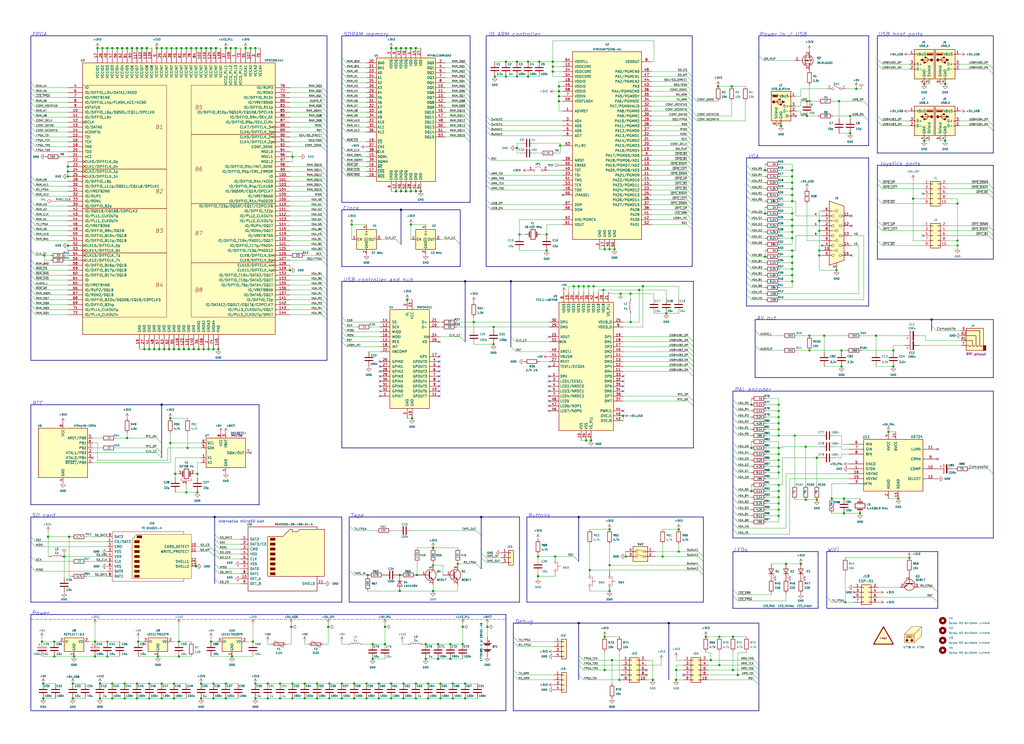
<source format=kicad_sch>
(kicad_sch (version 20211123) (generator eeschema)
  (paper "User" 526.999 383.007)
  (title_block (title "MIST.1010") (date "2022-03-02") (rev "A1") (company "Eugene Lozovoy") (comment 1 "10x10 PCB variant of MIST FPGA project"))
  (lib_symbols
    (symbol "Connector:AudioJack4"
      (property "Reference" "J" (at 0 8.89 0))
      (property "Value" "AudioJack4" (at 0 6.35 0))
      (symbol "AudioJack4_1_1"
        (pin passive line (at 5.08 -2.54 180) (length 2.54) (name "~") (number "R1"))
        (pin passive line (at 5.08 0 180) (length 2.54) (name "~") (number "R2"))
        (pin passive line (at 5.08 2.54 180) (length 2.54) (name "~") (number "S"))
        (pin passive line (at 5.08 -5.08 180) (length 2.54) (name "~") (number "T"))
      )
    )
    (symbol "Connector:DB15_Female_HighDensity_MountingHoles" (pin_names (offset 1.016) hide)
      (property "Reference" "J" (at 0 21.59 0))
      (property "Value" "DB15_Female_HighDensity_MountingHoles" (at 0 19.05 0))
      (symbol "DB15_Female_HighDensity_MountingHoles_1_1"
        (pin passive line (at 0 -17.78 90) (length 3.81) (name "~") (number "0"))
        (pin passive line (at -7.62 10.16 0) (length 5.08) (name "~") (number "1"))
        (pin passive line (at -7.62 -7.62 0) (length 5.08) (name "~") (number "10"))
        (pin passive line (at 7.62 10.16 180) (length 5.08) (name "~") (number "11"))
        (pin passive line (at 7.62 5.08 180) (length 5.08) (name "~") (number "12"))
        (pin passive line (at 7.62 0 180) (length 5.08) (name "~") (number "13"))
        (pin passive line (at 7.62 -5.08 180) (length 5.08) (name "~") (number "14"))
        (pin passive line (at 7.62 -10.16 180) (length 5.08) (name "~") (number "15"))
        (pin passive line (at -7.62 5.08 0) (length 5.08) (name "~") (number "2"))
        (pin passive line (at -7.62 0 0) (length 5.08) (name "~") (number "3"))
        (pin passive line (at -7.62 -5.08 0) (length 5.08) (name "~") (number "4"))
        (pin passive line (at -7.62 -10.16 0) (length 5.08) (name "~") (number "5"))
        (pin passive line (at -7.62 12.7 0) (length 5.08) (name "~") (number "6"))
        (pin passive line (at -7.62 7.62 0) (length 5.08) (name "~") (number "7"))
        (pin passive line (at -7.62 2.54 0) (length 5.08) (name "~") (number "8"))
        (pin passive line (at -7.62 -2.54 0) (length 5.08) (name "~") (number "9"))
      )
    )
    (symbol "Connector:Micro_SD_Card_Det" (pin_names (offset 1.016))
      (property "Reference" "J" (at -16.51 17.78 0))
      (property "Value" "Micro_SD_Card_Det" (at 16.51 17.78 0))
      (symbol "Micro_SD_Card_Det_1_1"
        (pin bidirectional line (at -22.86 10.16 0) (length 3.81) (name "DAT2") (number "1"))
        (pin passive line (at -22.86 -10.16 0) (length 3.81) (name "DET_A") (number "10"))
        (pin passive line (at 20.32 -12.7 180) (length 3.81) (name "SHIELD") (number "11"))
        (pin bidirectional line (at -22.86 7.62 0) (length 3.81) (name "DAT3/CD") (number "2"))
        (pin input line (at -22.86 5.08 0) (length 3.81) (name "CMD") (number "3"))
        (pin power_in line (at -22.86 2.54 0) (length 3.81) (name "VDD") (number "4"))
        (pin input line (at -22.86 0 0) (length 3.81) (name "CLK") (number "5"))
        (pin power_in line (at -22.86 -2.54 0) (length 3.81) (name "VSS") (number "6"))
        (pin bidirectional line (at -22.86 -5.08 0) (length 3.81) (name "DAT0") (number "7"))
        (pin bidirectional line (at -22.86 -7.62 0) (length 3.81) (name "DAT1") (number "8"))
        (pin passive line (at -22.86 -12.7 0) (length 3.81) (name "DET_B") (number "9"))
      )
    )
    (symbol "Connector:SD_Card" (pin_names (offset 1.016))
      (property "Reference" "J" (at -16.51 13.97 0))
      (property "Value" "SD_Card" (at 15.24 -13.97 0))
      (symbol "SD_Card_1_1"
        (pin input line (at -22.86 7.62 0) (length 2.54) (name "CD/DAT3") (number "1"))
        (pin input line (at 22.86 5.08 180) (length 2.54) (name "CARD_DETECT") (number "10"))
        (pin input line (at 22.86 2.54 180) (length 2.54) (name "WRITE_PROTECT") (number "11"))
        (pin input line (at 22.86 -2.54 180) (length 2.54) (name "SHELL1") (number "12"))
        (pin input line (at 22.86 -5.08 180) (length 2.54) (name "SHELL2") (number "13"))
        (pin input line (at -22.86 5.08 0) (length 2.54) (name "CMD") (number "2"))
        (pin power_in line (at -22.86 2.54 0) (length 2.54) (name "VSS") (number "3"))
        (pin power_in line (at -22.86 0 0) (length 2.54) (name "VDD") (number "4"))
        (pin input line (at -22.86 -2.54 0) (length 2.54) (name "CLK") (number "5"))
        (pin power_in line (at -22.86 -5.08 0) (length 2.54) (name "VSS") (number "6"))
        (pin input line (at -22.86 -7.62 0) (length 2.54) (name "DAT0") (number "7"))
        (pin input line (at -22.86 -10.16 0) (length 2.54) (name "DAT1") (number "8"))
        (pin input line (at -22.86 10.16 0) (length 2.54) (name "DAT2") (number "9"))
      )
    )
    (symbol "Connector:TestPoint" (pin_numbers hide) (pin_names (offset 0.762) hide)
      (property "Reference" "TP" (at 0 6.858 0))
      (property "Value" "TestPoint" (at 0 5.08 0))
      (symbol "TestPoint_1_1"
        (pin passive line (at 0 0 90) (length 2.54) (name "1") (number "1"))
      )
    )
    (symbol "Connector:USB_A" (pin_names (offset 1.016))
      (property "Reference" "J" (at -5.08 11.43 0))
      (property "Value" "USB_A" (at -5.08 8.89 0))
      (symbol "USB_A_1_1"
        (pin power_in line (at 7.62 5.08 180) (length 2.54) (name "VBUS") (number "1"))
        (pin bidirectional line (at 7.62 -2.54 180) (length 2.54) (name "D-") (number "2"))
        (pin bidirectional line (at 7.62 0 180) (length 2.54) (name "D+") (number "3"))
        (pin power_in line (at 0 -10.16 90) (length 2.54) (name "GND") (number "4"))
        (pin passive line (at -2.54 -10.16 90) (length 2.54) (name "Shield") (number "5"))
      )
    )
    (symbol "Connector:USB_B_Micro" (pin_names (offset 1.016))
      (property "Reference" "J" (at -5.08 11.43 0))
      (property "Value" "USB_B_Micro" (at -5.08 8.89 0))
      (symbol "USB_B_Micro_1_1"
        (pin power_out line (at 7.62 5.08 180) (length 2.54) (name "VBUS") (number "1"))
        (pin bidirectional line (at 7.62 -2.54 180) (length 2.54) (name "D-") (number "2"))
        (pin bidirectional line (at 7.62 0 180) (length 2.54) (name "D+") (number "3"))
        (pin passive line (at 7.62 -5.08 180) (length 2.54) (name "ID") (number "4"))
        (pin power_out line (at 0 -10.16 90) (length 2.54) (name "GND") (number "5"))
        (pin passive line (at -2.54 -10.16 90) (length 2.54) (name "Shield") (number "6"))
      )
    )
    (symbol "Connector_Generic:Conn_01x03" (pin_names (offset 1.016) hide)
      (property "Reference" "J" (at 0 5.08 0))
      (property "Value" "Conn_01x03" (at 0 -5.08 0))
      (symbol "Conn_01x03_1_1"
        (pin passive line (at -5.08 2.54 0) (length 3.81) (name "Pin_1") (number "1"))
        (pin passive line (at -5.08 0 0) (length 3.81) (name "Pin_2") (number "2"))
        (pin passive line (at -5.08 -2.54 0) (length 3.81) (name "Pin_3") (number "3"))
      )
    )
    (symbol "Connector_Generic:Conn_01x04" (pin_names (offset 1.016) hide)
      (property "Reference" "J" (at 0 5.08 0))
      (property "Value" "Conn_01x04" (at 0 -7.62 0))
      (symbol "Conn_01x04_1_1"
        (pin passive line (at -5.08 2.54 0) (length 3.81) (name "Pin_1") (number "1"))
        (pin passive line (at -5.08 0 0) (length 3.81) (name "Pin_2") (number "2"))
        (pin passive line (at -5.08 -2.54 0) (length 3.81) (name "Pin_3") (number "3"))
        (pin passive line (at -5.08 -5.08 0) (length 3.81) (name "Pin_4") (number "4"))
      )
    )
    (symbol "Connector_Generic:Conn_02x04_Odd_Even" (pin_names (offset 1.016) hide)
      (property "Reference" "J" (at 1.27 5.08 0))
      (property "Value" "Conn_02x04_Odd_Even" (at 1.27 -7.62 0))
      (symbol "Conn_02x04_Odd_Even_1_1"
        (pin passive line (at -5.08 2.54 0) (length 3.81) (name "Pin_1") (number "1"))
        (pin passive line (at 7.62 2.54 180) (length 3.81) (name "Pin_2") (number "2"))
        (pin passive line (at -5.08 0 0) (length 3.81) (name "Pin_3") (number "3"))
        (pin passive line (at 7.62 0 180) (length 3.81) (name "Pin_4") (number "4"))
        (pin passive line (at -5.08 -2.54 0) (length 3.81) (name "Pin_5") (number "5"))
        (pin passive line (at 7.62 -2.54 180) (length 3.81) (name "Pin_6") (number "6"))
        (pin passive line (at -5.08 -5.08 0) (length 3.81) (name "Pin_7") (number "7"))
        (pin passive line (at 7.62 -5.08 180) (length 3.81) (name "Pin_8") (number "8"))
      )
    )
    (symbol "Connector_Generic:Conn_02x05_Odd_Even" (pin_names (offset 1.016) hide)
      (property "Reference" "J" (at 1.27 7.62 0))
      (property "Value" "Conn_02x05_Odd_Even" (at 1.27 -7.62 0))
      (symbol "Conn_02x05_Odd_Even_1_1"
        (pin passive line (at -5.08 5.08 0) (length 3.81) (name "Pin_1") (number "1"))
        (pin passive line (at 7.62 -5.08 180) (length 3.81) (name "Pin_10") (number "10"))
        (pin passive line (at 7.62 5.08 180) (length 3.81) (name "Pin_2") (number "2"))
        (pin passive line (at -5.08 2.54 0) (length 3.81) (name "Pin_3") (number "3"))
        (pin passive line (at 7.62 2.54 180) (length 3.81) (name "Pin_4") (number "4"))
        (pin passive line (at -5.08 0 0) (length 3.81) (name "Pin_5") (number "5"))
        (pin passive line (at 7.62 0 180) (length 3.81) (name "Pin_6") (number "6"))
        (pin passive line (at -5.08 -2.54 0) (length 3.81) (name "Pin_7") (number "7"))
        (pin passive line (at 7.62 -2.54 180) (length 3.81) (name "Pin_8") (number "8"))
        (pin passive line (at -5.08 -5.08 0) (length 3.81) (name "Pin_9") (number "9"))
      )
    )
    (symbol "Device:Battery" (pin_numbers hide) (pin_names (offset 0) hide)
      (property "Reference" "BT" (at 2.54 2.54 0))
      (property "Value" "Battery" (at 2.54 0 0))
      (symbol "Battery_1_1"
        (pin passive line (at 0 5.08 270) (length 2.54) (name "+") (number "1"))
        (pin passive line (at 0 -5.08 90) (length 2.54) (name "-") (number "2"))
      )
    )
    (symbol "Device:C" (pin_numbers hide) (pin_names (offset 0.254))
      (property "Reference" "C" (at 0.635 2.54 0))
      (property "Value" "C" (at 0.635 -2.54 0))
      (symbol "C_1_1"
        (pin passive line (at 0 3.81 270) (length 2.794) (name "~") (number "1"))
        (pin passive line (at 0 -3.81 90) (length 2.794) (name "~") (number "2"))
      )
    )
    (symbol "Device:C_Polarized" (pin_numbers hide) (pin_names (offset 0.254))
      (property "Reference" "C" (at 0.635 2.54 0))
      (property "Value" "C_Polarized" (at 0.635 -2.54 0))
      (symbol "C_Polarized_1_1"
        (pin passive line (at 0 3.81 270) (length 2.794) (name "~") (number "1"))
        (pin passive line (at 0 -3.81 90) (length 2.794) (name "~") (number "2"))
      )
    )
    (symbol "Device:Crystal" (pin_numbers hide) (pin_names (offset 1.016) hide)
      (property "Reference" "Y" (at 0 3.81 0))
      (property "Value" "Crystal" (at 0 -3.81 0))
      (symbol "Crystal_1_1"
        (pin passive line (at -3.81 0 0) (length 1.27) (name "1") (number "1"))
        (pin passive line (at 3.81 0 180) (length 1.27) (name "2") (number "2"))
      )
    )
    (symbol "Device:Crystal_GND3" (pin_names (offset 1.016) hide)
      (property "Reference" "Y" (at 0 5.715 0))
      (property "Value" "Crystal_GND3" (at 0 3.81 0))
      (symbol "Crystal_GND3_1_1"
        (pin passive line (at -3.81 0 0) (length 1.27) (name "1") (number "1"))
        (pin passive line (at 3.81 0 180) (length 1.27) (name "2") (number "2"))
        (pin passive line (at 0 -5.08 90) (length 1.27) (name "3") (number "3"))
      )
    )
    (symbol "Device:D" (pin_numbers hide) (pin_names (offset 1.016) hide)
      (property "Reference" "D" (at 0 2.54 0))
      (property "Value" "D" (at 0 -2.54 0))
      (symbol "D_1_1"
        (pin passive line (at -3.81 0 0) (length 2.54) (name "K") (number "1"))
        (pin passive line (at 3.81 0 180) (length 2.54) (name "A") (number "2"))
      )
    )
    (symbol "Device:L" (pin_numbers hide) (pin_names (offset 1.016) hide)
      (property "Reference" "L" (at -1.27 0 90))
      (property "Value" "L" (at 1.905 0 90))
      (symbol "L_1_1"
        (pin passive line (at 0 3.81 270) (length 1.27) (name "1") (number "1"))
        (pin passive line (at 0 -3.81 90) (length 1.27) (name "2") (number "2"))
      )
    )
    (symbol "Device:LED" (pin_numbers hide) (pin_names (offset 1.016) hide)
      (property "Reference" "D" (at 0 2.54 0))
      (property "Value" "LED" (at 0 -2.54 0))
      (symbol "LED_1_1"
        (pin passive line (at -3.81 0 0) (length 2.54) (name "K") (number "1"))
        (pin passive line (at 3.81 0 180) (length 2.54) (name "A") (number "2"))
      )
    )
    (symbol "Device:Polyfuse" (pin_numbers hide) (pin_names (offset 0))
      (property "Reference" "F" (at -2.54 0 90))
      (property "Value" "Polyfuse" (at 2.54 0 90))
      (symbol "Polyfuse_1_1"
        (pin passive line (at 0 3.81 270) (length 1.27) (name "~") (number "1"))
        (pin passive line (at 0 -3.81 90) (length 1.27) (name "~") (number "2"))
      )
    )
    (symbol "Device:R" (pin_numbers hide) (pin_names (offset 0))
      (property "Reference" "R" (at 2.032 0 90))
      (property "Value" "R" (at 0 0 90))
      (symbol "R_1_1"
        (pin passive line (at 0 3.81 270) (length 1.27) (name "~") (number "1"))
        (pin passive line (at 0 -3.81 90) (length 1.27) (name "~") (number "2"))
      )
    )
    (symbol "Jumper:Jumper_2_Open" (pin_names (offset 0) hide)
      (property "Reference" "JP" (at 0 2.794 0))
      (property "Value" "Jumper_2_Open" (at 0 -2.286 0))
      (symbol "Jumper_2_Open_1_1"
        (pin passive line (at -5.08 0 0) (length 2.54) (name "A") (number "1"))
        (pin passive line (at 5.08 0 180) (length 2.54) (name "B") (number "2"))
      )
    )
    (symbol "MCU_Microchip_ATtiny:ATtiny85V-10P"
      (property "Reference" "U" (at -12.7 13.97 0))
      (property "Value" "ATtiny85V-10P" (at 2.54 -13.97 0))
      (symbol "ATtiny85V-10P_1_1"
        (pin bidirectional line (at 15.24 -5.08 180) (length 2.54) (name "~{RESET}/PB5") (number "1"))
        (pin bidirectional line (at 15.24 0 180) (length 2.54) (name "XTAL1/PB3") (number "2"))
        (pin bidirectional line (at 15.24 -2.54 180) (length 2.54) (name "XTAL2/PB4") (number "3"))
        (pin power_in line (at 0 -15.24 90) (length 2.54) (name "GND") (number "4"))
        (pin bidirectional line (at 15.24 7.62 180) (length 2.54) (name "AREF/PB0") (number "5"))
        (pin bidirectional line (at 15.24 5.08 180) (length 2.54) (name "PB1") (number "6"))
        (pin bidirectional line (at 15.24 2.54 180) (length 2.54) (name "PB2") (number "7"))
        (pin power_in line (at 0 15.24 270) (length 2.54) (name "VCC") (number "8"))
      )
    )
    (symbol "Mechanical:Housing" (pin_names (offset 1.016))
      (property "Reference" "N" (at 3.81 0 0))
      (property "Value" "Housing" (at 3.81 -1.905 0))
    )
    (symbol "Mechanical:MountingHole" (pin_names (offset 1.016))
      (property "Reference" "H" (at 0 5.08 0))
      (property "Value" "MountingHole" (at 0 3.175 0))
    )
    (symbol "Oscillator:XO91" (pin_names (offset 0.254))
      (property "Reference" "X" (at -5.08 6.35 0))
      (property "Value" "XO91" (at 1.27 -6.35 0))
      (symbol "XO91_1_1"
        (pin input line (at -7.62 0 0) (length 2.54) (name "EN") (number "1"))
        (pin power_in line (at 0 -7.62 90) (length 2.54) (name "GND") (number "2"))
        (pin output line (at 7.62 0 180) (length 2.54) (name "OUT") (number "3"))
        (pin power_in line (at 0 7.62 270) (length 2.54) (name "V+") (number "4"))
      )
    )
    (symbol "Regulator_Linear:AZ1117-1.2" (pin_names (offset 0.254))
      (property "Reference" "U" (at -3.81 3.175 0))
      (property "Value" "AZ1117-1.2" (at 0 3.175 0))
      (symbol "AZ1117-1.2_1_1"
        (pin power_in line (at 0 -7.62 90) (length 2.54) (name "GND") (number "1"))
        (pin power_out line (at 7.62 0 180) (length 2.54) (name "VO") (number "2"))
        (pin power_in line (at -7.62 0 0) (length 2.54) (name "VI") (number "3"))
      )
    )
    (symbol "Regulator_Linear:AZ1117-2.5" (pin_names (offset 0.254))
      (property "Reference" "U" (at -3.81 3.175 0))
      (property "Value" "AZ1117-2.5" (at 0 3.175 0))
      (symbol "AZ1117-2.5_1_1"
        (pin power_in line (at 0 -7.62 90) (length 2.54) (name "GND") (number "1"))
        (pin power_out line (at 7.62 0 180) (length 2.54) (name "VO") (number "2"))
        (pin power_in line (at -7.62 0 0) (length 2.54) (name "VI") (number "3"))
      )
    )
    (symbol "Regulator_Linear:NCP1117-3.3_TO252" (pin_names (offset 0.254))
      (property "Reference" "U" (at -3.81 3.175 0))
      (property "Value" "NCP1117-3.3_TO252" (at 0 3.175 0))
      (symbol "NCP1117-3.3_TO252_1_1"
        (pin power_in line (at 0 -7.62 90) (length 2.54) (name "GND") (number "1"))
        (pin power_out line (at 7.62 0 180) (length 2.54) (name "VO") (number "2"))
        (pin power_in line (at -7.62 0 0) (length 2.54) (name "VI") (number "3"))
      )
    )
    (symbol "Switch:SW_DIP_x02" (pin_names (offset 0) hide)
      (property "Reference" "SW" (at 0 6.35 0))
      (property "Value" "SW_DIP_x02" (at 0 -3.81 0))
      (symbol "SW_DIP_x02_1_1"
        (pin passive line (at -7.62 2.54 0) (length 5.08) (name "~") (number "1"))
        (pin passive line (at -7.62 0 0) (length 5.08) (name "~") (number "2"))
        (pin passive line (at 7.62 0 180) (length 5.08) (name "~") (number "3"))
        (pin passive line (at 7.62 2.54 180) (length 5.08) (name "~") (number "4"))
      )
    )
    (symbol "Switch:SW_Push" (pin_numbers hide) (pin_names (offset 1.016) hide)
      (property "Reference" "SW" (at 1.27 2.54 0))
      (property "Value" "SW_Push" (at 0 -1.524 0))
      (symbol "SW_Push_0_1"
        (pin passive line (at -5.08 0 0) (length 2.54) (name "1") (number "1"))
        (pin passive line (at 5.08 0 180) (length 2.54) (name "2") (number "2"))
      )
    )
    (symbol "Switch:SW_SPST" (pin_names (offset 0) hide)
      (property "Reference" "SW" (at 0 3.175 0))
      (property "Value" "SW_SPST" (at 0 -2.54 0))
      (symbol "SW_SPST_1_1"
        (pin passive line (at -5.08 0 0) (length 2.54) (name "A") (number "1"))
        (pin passive line (at 5.08 0 180) (length 2.54) (name "B") (number "2"))
      )
    )
    (symbol "Timer_RTC:DS1307Z+"
      (property "Reference" "U" (at -8.89 8.89 0))
      (property "Value" "DS1307Z+" (at 1.27 8.89 0))
      (symbol "DS1307Z+_1_1"
        (pin input line (at -12.7 -2.54 0) (length 2.54) (name "X1") (number "1"))
        (pin input line (at -12.7 -5.08 0) (length 2.54) (name "X2") (number "2"))
        (pin power_in line (at 0 10.16 270) (length 2.54) (name "VBAT") (number "3"))
        (pin power_in line (at 0 -10.16 90) (length 2.54) (name "GND") (number "4"))
        (pin bidirectional line (at -12.7 2.54 0) (length 2.54) (name "SDA") (number "5"))
        (pin input line (at -12.7 5.08 0) (length 2.54) (name "SCL") (number "6"))
        (pin open_collector line (at 12.7 0 180) (length 2.54) (name "SQW/OUT") (number "7"))
        (pin power_in line (at -2.54 10.16 270) (length 2.54) (name "VCC") (number "8"))
      )
    )
    (symbol "Transistor_BJT:BC817" (pin_names (offset 0) hide)
      (property "Reference" "Q" (at 5.08 1.905 0))
      (property "Value" "BC817" (at 5.08 0 0))
      (symbol "BC817_1_1"
        (pin input line (at -5.08 0 0) (length 5.715) (name "B") (number "1"))
        (pin passive line (at 2.54 -5.08 90) (length 2.54) (name "E") (number "2"))
        (pin passive line (at 2.54 5.08 270) (length 2.54) (name "C") (number "3"))
      )
    )
    (symbol "Transistor_FET:IRLML6402" (pin_names (offset 0) hide)
      (property "Reference" "Q" (at 5.08 1.905 0))
      (property "Value" "IRLML6402" (at 5.08 0 0))
      (symbol "IRLML6402_1_1"
        (pin input line (at -5.08 0 0) (length 2.54) (name "G") (number "1"))
        (pin passive line (at 2.54 -5.08 90) (length 2.54) (name "S") (number "2"))
        (pin passive line (at 2.54 5.08 270) (length 2.54) (name "D") (number "3"))
      )
    )
    (symbol "my:AD724" (pin_names (offset 1.016))
      (property "Reference" "U" (at -13.97 13.97 0))
      (property "Value" "AD724" (at 12.7 13.97 0))
      (symbol "AD724_1_1"
        (pin input line (at -22.86 -2.54 0) (length 7.62) (name "STDN") (number "1"))
        (pin output line (at 22.86 -2.54 180) (length 7.62) (name "COMP") (number "10"))
        (pin output line (at 22.86 7.62 180) (length 7.62) (name "LUMA") (number "11"))
        (pin input line (at 22.86 -7.62 180) (length 7.62) (name "SELECT") (number "12"))
        (pin power_in line (at 2.54 -17.78 90) (length 3.81) (name "DGND") (number "13"))
        (pin power_in line (at 1.27 16.51 270) (length 3.81) (name "DVCC") (number "14"))
        (pin input line (at -22.86 -7.62 0) (length 7.62) (name "VSYNC") (number "15"))
        (pin input line (at -22.86 -5.08 0) (length 7.62) (name "HSYNC") (number "16"))
        (pin power_in line (at -2.54 -17.78 90) (length 3.81) (name "AGND") (number "2"))
        (pin input clock (at -22.86 -10.16 0) (length 7.62) (name "FIN") (number "3"))
        (pin power_in line (at -2.54 16.51 270) (length 3.81) (name "AVCC") (number "4"))
        (pin input line (at -22.86 0 0) (length 7.62) (name "ENCD") (number "5"))
        (pin input line (at -22.86 10.16 0) (length 7.62) (name "RIN") (number "6"))
        (pin input line (at -22.86 7.62 0) (length 7.62) (name "GIN") (number "7"))
        (pin input line (at -22.86 5.08 0) (length 7.62) (name "BIN") (number "8"))
        (pin output line (at 22.86 2.54 180) (length 7.62) (name "CRMA") (number "9"))
      )
    )
    (symbol "my:AT91SAM7S256-AU-001" (pin_names (offset 1.016))
      (property "Reference" "U" (at -18.415 48.895 0))
      (property "Value" "AT91SAM7S256-AU-001" (at -5.715 48.895 0))
      (symbol "AT91SAM7S256-AU-001_0_0"
        (pin input line (at -22.86 17.78 0) (length 5.08) (name "ADVREF") (number "1"))
        (pin bidirectional line (at 22.86 -7.62 180) (length 5.08) (name "PA18/PGMD6/AD1") (number "10"))
        (pin bidirectional line (at 22.86 -15.24 180) (length 5.08) (name "PA21/PGMD9") (number "11"))
        (pin power_in line (at -22.86 40.64 0) (length 5.08) (name "VDDCORE") (number "12"))
        (pin bidirectional line (at 22.86 -10.16 180) (length 5.08) (name "PA19/PGMD7/AD2") (number "13"))
        (pin bidirectional line (at 22.86 -17.78 180) (length 5.08) (name "PA22/PGMD10") (number "14"))
        (pin bidirectional line (at 22.86 -20.32 180) (length 5.08) (name "PA23/PGMD11") (number "15"))
        (pin bidirectional line (at 22.86 -12.7 180) (length 5.08) (name "PA20/PGMD8/AD3") (number "16"))
        (pin power_in line (at -1.27 -53.34 90) (length 5.08) (name "GND") (number "17"))
        (pin power_in line (at -22.86 33.02 0) (length 5.08) (name "VDDIO") (number "18"))
        (pin bidirectional line (at 22.86 -2.54 180) (length 5.08) (name "PA16/PGMD4") (number "19"))
        (pin power_in line (at -3.81 -53.34 90) (length 5.08) (name "GND") (number "2"))
        (pin bidirectional line (at 22.86 0 180) (length 5.08) (name "PA15/PGMD3") (number "20"))
        (pin bidirectional line (at 22.86 2.54 180) (length 5.08) (name "PA14/PGMD2") (number "21"))
        (pin bidirectional line (at 22.86 5.08 180) (length 5.08) (name "PA13/PGMD1") (number "22"))
        (pin bidirectional line (at 22.86 -22.86 180) (length 5.08) (name "PA24/PGMD12") (number "23"))
        (pin power_in line (at -22.86 38.1 0) (length 5.08) (name "VDDCORE") (number "24"))
        (pin bidirectional line (at 22.86 -25.4 180) (length 5.08) (name "PA25/PGMD13") (number "25"))
        (pin bidirectional line (at 22.86 -27.94 180) (length 5.08) (name "PA26/PGMD14") (number "26"))
        (pin bidirectional line (at 22.86 7.62 180) (length 5.08) (name "PA12/PGMD0") (number "27"))
        (pin bidirectional line (at 22.86 10.16 180) (length 5.08) (name "PA11/PGMM3") (number "28"))
        (pin bidirectional line (at 22.86 12.7 180) (length 5.08) (name "PA10/PGMM2") (number "29"))
        (pin input line (at -22.86 12.7 0) (length 5.08) (name "AD4") (number "3"))
        (pin bidirectional line (at 22.86 15.24 180) (length 5.08) (name "PA9/PGMM1") (number "30"))
        (pin bidirectional line (at 22.86 17.78 180) (length 5.08) (name "PA8/PGMM0") (number "31"))
        (pin bidirectional line (at 22.86 20.32 180) (length 5.08) (name "PA7/PGMNVALID") (number "32"))
        (pin input line (at -22.86 -15.24 0) (length 5.08) (name "TDI") (number "33"))
        (pin bidirectional line (at 22.86 22.86 180) (length 5.08) (name "PA6/PGMNOE") (number "34"))
        (pin bidirectional line (at 22.86 25.4 180) (length 5.08) (name "PA5/PGMRDY") (number "35"))
        (pin bidirectional line (at 22.86 27.94 180) (length 5.08) (name "PA4/PGMNCMD") (number "36"))
        (pin bidirectional line (at 22.86 -30.48 180) (length 5.08) (name "PA27/PGMD15") (number "37"))
        (pin bidirectional line (at 22.86 -33.02 180) (length 5.08) (name "PA28") (number "38"))
        (pin bidirectional line (at -22.86 -7.62 0) (length 5.08) (name "NRST") (number "39"))
        (pin input line (at -22.86 10.16 0) (length 5.08) (name "AD5") (number "4"))
        (pin input line (at -22.86 -12.7 0) (length 5.08) (name "TST") (number "40"))
        (pin bidirectional line (at 22.86 -35.56 180) (length 5.08) (name "PA29") (number "41"))
        (pin bidirectional line (at 22.86 -38.1 180) (length 5.08) (name "PA30") (number "42"))
        (pin bidirectional line (at 22.86 30.48 180) (length 5.08) (name "PA3") (number "43"))
        (pin bidirectional line (at 22.86 33.02 180) (length 5.08) (name "PA2/PGMEN2") (number "44"))
        (pin power_in line (at -22.86 30.48 0) (length 5.08) (name "VDDIO") (number "45"))
        (pin power_in line (at 1.27 -53.34 90) (length 5.08) (name "GND") (number "46"))
        (pin bidirectional line (at 22.86 35.56 180) (length 5.08) (name "PA1/PGMEN1") (number "47"))
        (pin bidirectional line (at 22.86 38.1 180) (length 5.08) (name "PA0/PGMEN0") (number "48"))
        (pin output line (at -22.86 -22.86 0) (length 5.08) (name "TDO") (number "49"))
        (pin input line (at -22.86 7.62 0) (length 5.08) (name "AD6") (number "5"))
        (pin input line (at -22.86 -25.4 0) (length 5.08) (name "JTAGSEL") (number "50"))
        (pin input line (at -22.86 -17.78 0) (length 5.08) (name "TMS") (number "51"))
        (pin bidirectional line (at 22.86 -40.64 180) (length 5.08) (name "PA31") (number "52"))
        (pin input line (at -22.86 -20.32 0) (length 5.08) (name "TCK") (number "53"))
        (pin power_in line (at -22.86 35.56 0) (length 5.08) (name "VDDCORE") (number "54"))
        (pin input line (at -22.86 -10.16 0) (length 5.08) (name "ERASE") (number "55"))
        (pin bidirectional line (at -22.86 -33.02 0) (length 5.08) (name "DDM") (number "56"))
        (pin bidirectional line (at -22.86 -30.48 0) (length 5.08) (name "DDP") (number "57"))
        (pin power_in line (at -22.86 27.94 0) (length 5.08) (name "VDDIO") (number "58"))
        (pin power_in line (at -22.86 22.86 0) (length 5.08) (name "VDDFLASH") (number "59"))
        (pin input line (at -22.86 5.08 0) (length 5.08) (name "AD7") (number "6"))
        (pin power_in line (at 3.81 -53.34 90) (length 5.08) (name "GND") (number "60"))
        (pin output line (at -22.86 -40.64 0) (length 5.08) (name "XOUT") (number "61"))
        (pin input line (at -22.86 -38.1 0) (length 5.08) (name "XIN/PGMCK") (number "62"))
        (pin input line (at -22.86 0 0) (length 5.08) (name "PLLRC") (number "63"))
        (pin power_in line (at -22.86 43.18 0) (length 5.08) (name "VDDPLL") (number "64"))
        (pin power_in line (at -22.86 25.4 0) (length 5.08) (name "VDDIN") (number "7"))
        (pin power_out line (at 22.86 43.18 180) (length 5.08) (name "VDDOUT") (number "8"))
        (pin bidirectional line (at 22.86 -5.08 180) (length 5.08) (name "PA17/PGMD5/AD0") (number "9"))
      )
    )
    (symbol "my:EP3C25E144" (pin_names (offset 1.016))
      (property "Reference" "U" (at 0 -2.54 0))
      (property "Value" "EP3C25E144" (at 0 2.54 0))
      (symbol "EP3C25E144_0_0"
        (text "B1" (at -10.16 36.83 0) (effects (font (size 2 2) italic)))
        (text "B2" (at -10.16 3.81 0) (effects (font (size 2 2) italic)))
        (text "B3" (at -10.16 -16.51 0) (effects (font (size 2 2) italic)))
        (text "B4" (at -10.16 -44.45 0) (effects (font (size 2 2) italic)))
        (text "B5" (at 10.16 46.99 0) (effects (font (size 2 2) italic)))
        (text "B6" (at 10.16 15.24 0) (effects (font (size 2 2) italic)))
        (text "B7" (at 10.16 -17.78 0) (effects (font (size 2 2) italic)))
        (text "B8" (at 10.16 -46.99 0) (effects (font (size 2 2) italic)))
      )
      (symbol "EP3C25E144_1_1"
        (pin power_in line (at 29.21 77.47 270) (length 7.62) (name "VCCD_PLL3") (number "1"))
        (pin bidirectional line (at -57.15 44.45 0) (length 7.62) (name "IO/DIFFIO_L6p/DQS0L/CQ1L/DPCLK0") (number "10"))
        (pin bidirectional line (at 57.15 11.43 180) (length 7.62) (name "IO") (number "100"))
        (pin bidirectional line (at 57.15 8.89 180) (length 7.62) (name "IO/DIFFIO_R4n/nCEO") (number "101"))
        (pin power_in line (at 11.43 77.47 270) (length 7.62) (name "VCCINT") (number "102"))
        (pin bidirectional line (at 57.15 6.35 180) (length 7.62) (name "IO/DIFFIO_R4p/CLKUSR") (number "103"))
        (pin bidirectional line (at 57.15 3.81 180) (length 7.62) (name "IO/DQS0R/CQ1R/DPCLK7") (number "104"))
        (pin bidirectional line (at 57.15 1.27 180) (length 7.62) (name "IO/VREFB6N0") (number "105"))
        (pin bidirectional line (at 57.15 -1.27 180) (length 7.62) (name "IO/DIFFIO_R1n/PADD20") (number "106"))
        (pin power_in line (at 36.83 77.47 270) (length 7.62) (name "VCCA2") (number "107"))
        (pin power_in line (at 12.7 -77.47 90) (length 7.62) (name "GNDA2") (number "108"))
        (pin power_in line (at 26.67 77.47 270) (length 7.62) (name "VCCD_PLL2") (number "109"))
        (pin bidirectional line (at -57.15 41.91 0) (length 7.62) (name "IO/DIFFIO_L6n") (number "11"))
        (pin bidirectional line (at 57.15 -3.81 180) (length 7.62) (name "IO/DIFFIO_T23p/DQS0T/CQ1T/CDPCLK6") (number "110"))
        (pin bidirectional line (at 57.15 -6.35 180) (length 7.62) (name "IO/DIFFIO_T22p") (number "111"))
        (pin bidirectional line (at 57.15 -8.89 180) (length 7.62) (name "IO/PLL2_CLKOUTn") (number "112"))
        (pin bidirectional line (at 57.15 -11.43 180) (length 7.62) (name "IO/PLL2_CLKOUTp") (number "113"))
        (pin bidirectional line (at 57.15 -13.97 180) (length 7.62) (name "IO/RUP4/DQ1T") (number "114"))
        (pin bidirectional line (at 57.15 -16.51 180) (length 7.62) (name "IO/RDN4/DQ1T") (number "115"))
        (pin power_in line (at 13.97 77.47 270) (length 7.62) (name "VCCINT") (number "116"))
        (pin power_in line (at -21.59 77.47 270) (length 7.62) (name "VCCIO7") (number "117"))
        (pin power_in line (at 0 -77.47 90) (length 7.62) (name "GND") (number "118"))
        (pin bidirectional line (at 57.15 -19.05 180) (length 7.62) (name "IO/VREFB7N0") (number "119"))
        (pin input clock (at -57.15 39.37 0) (length 7.62) (name "DCLK") (number "12"))
        (pin bidirectional line (at 57.15 -21.59 180) (length 7.62) (name "IO/DIFFIO_T19n/PADD1/DQ1T") (number "120"))
        (pin bidirectional line (at 57.15 -24.13 180) (length 7.62) (name "IO/DIFFIO_T17p/PADD4") (number "121"))
        (pin power_in line (at -19.05 77.47 270) (length 7.62) (name "VCCIO7") (number "122"))
        (pin power_in line (at 2.54 -77.47 90) (length 7.62) (name "GND") (number "123"))
        (pin power_in line (at 16.51 77.47 270) (length 7.62) (name "VCCINT") (number "124"))
        (pin bidirectional line (at 57.15 -26.67 180) (length 7.62) (name "IO/DIFFIO_T13p/PADD12") (number "125"))
        (pin input clock (at 57.15 -29.21 180) (length 7.62) (name "CLK8/DIFFCLK_5n") (number "126"))
        (pin input clock (at 57.15 -31.75 180) (length 7.62) (name "CLK9/DIFFCLK_5p") (number "127"))
        (pin input clock (at 57.15 -34.29 180) (length 7.62) (name "CLK10/DIFFCLK_4n") (number "128"))
        (pin input clock (at 57.15 -36.83 180) (length 7.62) (name "CLK11/DIFFCLK_4p") (number "129"))
        (pin bidirectional line (at -57.15 36.83 0) (length 7.62) (name "IO/DATA0") (number "13"))
        (pin power_in line (at -16.51 77.47 270) (length 7.62) (name "VCCIO8") (number "130"))
        (pin power_in line (at 5.08 -77.47 90) (length 7.62) (name "GND") (number "131"))
        (pin bidirectional line (at 57.15 -39.37 180) (length 7.62) (name "IO/DIFFIO_T10n/DATA2/DQ1T") (number "132"))
        (pin bidirectional line (at 57.15 -41.91 180) (length 7.62) (name "IO/DIFFIO_T10p/DATA3/DQ1T") (number "133"))
        (pin power_in line (at 19.05 77.47 270) (length 7.62) (name "VCCINT") (number "134"))
        (pin bidirectional line (at 57.15 -44.45 180) (length 7.62) (name "IO/DIFFIO_T9p/DATA4/DQ1T") (number "135"))
        (pin bidirectional line (at 57.15 -46.99 180) (length 7.62) (name "IO/VREFB8N0") (number "136"))
        (pin bidirectional line (at 57.15 -49.53 180) (length 7.62) (name "IO/DATA5/DQ1T") (number "137"))
        (pin power_in line (at 21.59 77.47 270) (length 7.62) (name "VCCINT") (number "138"))
        (pin power_in line (at -13.97 77.47 270) (length 7.62) (name "VCCIO8") (number "139"))
        (pin input line (at -57.15 34.29 0) (length 7.62) (name "nCONFIG") (number "14"))
        (pin power_in line (at 7.62 -77.47 90) (length 7.62) (name "GND") (number "140"))
        (pin bidirectional line (at 57.15 -52.07 180) (length 7.62) (name "IO/DIFFIO_T2p") (number "141"))
        (pin bidirectional line (at 57.15 -54.61 180) (length 7.62) (name "IO/DATA12/DQS1T/CQ1T#/CDPCLK7") (number "142"))
        (pin bidirectional line (at 57.15 -57.15 180) (length 7.62) (name "IO/PLL3_CLKOUTn/DQ1T") (number "143"))
        (pin bidirectional line (at 57.15 -59.69 180) (length 7.62) (name "IO/PLL3_CLKOUTp/DM1T") (number "144"))
        (pin power_in line (at 20.32 -77.47 90) (length 7.62) (name "PAD") (number "145"))
        (pin input line (at -57.15 31.75 0) (length 7.62) (name "TDI") (number "15"))
        (pin input line (at -57.15 29.21 0) (length 7.62) (name "TCK") (number "16"))
        (pin power_in line (at -41.91 77.47 270) (length 7.62) (name "VCCIO1") (number "17"))
        (pin input line (at -57.15 26.67 0) (length 7.62) (name "TMS") (number "18"))
        (pin power_in line (at -20.32 -77.47 90) (length 7.62) (name "GND") (number "19"))
        (pin power_in line (at 15.24 -77.47 90) (length 7.62) (name "GNDA3") (number "2"))
        (pin output line (at -57.15 24.13 0) (length 7.62) (name "TDO") (number "20"))
        (pin input line (at -57.15 21.59 0) (length 7.62) (name "nCE") (number "21"))
        (pin input clock (at -57.15 19.05 0) (length 7.62) (name "CLK0/DIFFCLK_0p") (number "22"))
        (pin input clock (at -57.15 16.51 0) (length 7.62) (name "CLK1/DIFFCLK_0n") (number "23"))
        (pin input clock (at -57.15 13.97 0) (length 7.62) (name "CLK2/DIFFCLK_1p") (number "24"))
        (pin input clock (at -57.15 11.43 0) (length 7.62) (name "CLK3/DIFFCLK_1n") (number "25"))
        (pin power_in line (at -39.37 77.47 270) (length 7.62) (name "VCCIO2") (number "26"))
        (pin power_in line (at -17.78 -77.47 90) (length 7.62) (name "GND") (number "27"))
        (pin bidirectional line (at -57.15 8.89 0) (length 7.62) (name "IO/DIFFIO_L8p") (number "28"))
        (pin power_in line (at -8.89 77.47 270) (length 7.62) (name "VCCINT") (number "29"))
        (pin power_in line (at 39.37 77.47 270) (length 7.62) (name "VCCA3") (number "3"))
        (pin bidirectional line (at -57.15 6.35 0) (length 7.62) (name "IO/DIFFIO_L11p/DQS1L/CQ1L#/DPCLK1") (number "30"))
        (pin bidirectional line (at -57.15 3.81 0) (length 7.62) (name "IO/VREFB2N0") (number "31"))
        (pin bidirectional line (at -57.15 1.27 0) (length 7.62) (name "IO/RUP1") (number "32"))
        (pin bidirectional line (at -57.15 -1.27 0) (length 7.62) (name "IO/RDN1") (number "33"))
        (pin power_in line (at -6.35 77.47 270) (length 7.62) (name "VCCINT") (number "34"))
        (pin power_in line (at 34.29 77.47 270) (length 7.62) (name "VCCA1") (number "35"))
        (pin power_in line (at 10.16 -77.47 90) (length 7.62) (name "GNDA1") (number "36"))
        (pin power_in line (at 24.13 77.47 270) (length 7.62) (name "VCCD_PLL1") (number "37"))
        (pin power_in line (at -3.81 77.47 270) (length 7.62) (name "VCCINT") (number "38"))
        (pin bidirectional line (at -57.15 -3.81 0) (length 7.62) (name "IO/DIFFIO_B2p") (number "39"))
        (pin bidirectional line (at -57.15 57.15 0) (length 7.62) (name "IO") (number "4"))
        (pin power_in line (at -36.83 77.47 270) (length 7.62) (name "VCCIO3") (number "40"))
        (pin power_in line (at -15.24 -77.47 90) (length 7.62) (name "GND") (number "41"))
        (pin bidirectional line (at -57.15 -6.35 0) (length 7.62) (name "IO/DQS1B/CQ1B#/CDPCLK2") (number "42"))
        (pin bidirectional line (at -57.15 -8.89 0) (length 7.62) (name "IO/PLL1_CLKOUTp") (number "43"))
        (pin bidirectional line (at -57.15 -11.43 0) (length 7.62) (name "IO/PLL1_CLKOUTn") (number "44"))
        (pin power_in line (at -1.27 77.47 270) (length 7.62) (name "VCCINT") (number "45"))
        (pin bidirectional line (at -57.15 -13.97 0) (length 7.62) (name "IO/VREFB3N0") (number "46"))
        (pin power_in line (at -34.29 77.47 270) (length 7.62) (name "VCCIO3") (number "47"))
        (pin power_in line (at -12.7 -77.47 90) (length 7.62) (name "GND") (number "48"))
        (pin bidirectional line (at -57.15 -16.51 0) (length 7.62) (name "IO/DIFFIO_B9n/DQ1B") (number "49"))
        (pin power_in line (at -11.43 77.47 270) (length 7.62) (name "VCCINT") (number "5"))
        (pin bidirectional line (at -57.15 -19.05 0) (length 7.62) (name "IO/DIFFIO_B10n/DQ1B") (number "50"))
        (pin bidirectional line (at -57.15 -21.59 0) (length 7.62) (name "IO/DIFFIO_B11p/DQ1B") (number "51"))
        (pin input clock (at -57.15 -24.13 0) (length 7.62) (name "CLK15/DIFFCLK_6p") (number "52"))
        (pin input clock (at -57.15 -26.67 0) (length 7.62) (name "CLK14/DIFFCLK_6n") (number "53"))
        (pin input clock (at -57.15 -29.21 0) (length 7.62) (name "CLK13/DIFFCLK_7p") (number "54"))
        (pin input clock (at -57.15 -31.75 0) (length 7.62) (name "CLK12/DIFFCLK_7n") (number "55"))
        (pin power_in line (at -31.75 77.47 270) (length 7.62) (name "VCCIO4") (number "56"))
        (pin power_in line (at -10.16 -77.47 90) (length 7.62) (name "GND") (number "57"))
        (pin bidirectional line (at -57.15 -34.29 0) (length 7.62) (name "IO/DIFFIO_B16p/DQ1B") (number "58"))
        (pin bidirectional line (at -57.15 -36.83 0) (length 7.62) (name "IO/DIFFIO_B17p/DQ1B") (number "59"))
        (pin bidirectional line (at -57.15 54.61 0) (length 7.62) (name "IO/DIFFIO_L3n/DATA1/ASDO") (number "6"))
        (pin bidirectional line (at -57.15 -39.37 0) (length 7.62) (name "IO/DIFFIO_B17n/DQ1B") (number "60"))
        (pin power_in line (at 1.27 77.47 270) (length 7.62) (name "VCCINT") (number "61"))
        (pin power_in line (at -29.21 77.47 270) (length 7.62) (name "VCCIO4") (number "62"))
        (pin power_in line (at -7.62 -77.47 90) (length 7.62) (name "GND") (number "63"))
        (pin bidirectional line (at -57.15 -41.91 0) (length 7.62) (name "IO") (number "64"))
        (pin bidirectional line (at -57.15 -44.45 0) (length 7.62) (name "IO/VREFB4N0") (number "65"))
        (pin bidirectional line (at -57.15 -46.99 0) (length 7.62) (name "IO/RUP2/DQ1B") (number "66"))
        (pin bidirectional line (at -57.15 -49.53 0) (length 7.62) (name "IO/RDN2/DQ1B") (number "67"))
        (pin bidirectional line (at -57.15 -52.07 0) (length 7.62) (name "IO/DIFFIO_B23n/DQS0B/CQ1B/CDPCLK3") (number "68"))
        (pin bidirectional line (at -57.15 -54.61 0) (length 7.62) (name "IO/DIFFIO_B24p") (number "69"))
        (pin bidirectional line (at -57.15 52.07 0) (length 7.62) (name "IO/VREFB1N0") (number "7"))
        (pin power_in line (at 3.81 77.47 270) (length 7.62) (name "VCCINT") (number "70"))
        (pin bidirectional line (at -57.15 -57.15 0) (length 7.62) (name "IO/PLL4_CLKOUTp") (number "71"))
        (pin bidirectional line (at -57.15 -59.69 0) (length 7.62) (name "IO/PLL4_CLKOUTn") (number "72"))
        (pin power_in line (at 31.75 77.47 270) (length 7.62) (name "VCCD_PLL4") (number "73"))
        (pin power_in line (at 17.78 -77.47 90) (length 7.62) (name "GNDA4") (number "74"))
        (pin power_in line (at 41.91 77.47 270) (length 7.62) (name "VCCA4") (number "75"))
        (pin bidirectional line (at 57.15 57.15 180) (length 7.62) (name "IO/RUP3") (number "76"))
        (pin bidirectional line (at 57.15 54.61 180) (length 7.62) (name "IO/RDN3") (number "77"))
        (pin power_in line (at 6.35 77.47 270) (length 7.62) (name "VCCINT") (number "78"))
        (pin bidirectional line (at 57.15 52.07 180) (length 7.62) (name "IO/DIFFIO_R13n") (number "79"))
        (pin bidirectional line (at -57.15 49.53 0) (length 7.62) (name "IO/DIFFIO_L4p/FLASH_nCE/nCSO") (number "8"))
        (pin bidirectional line (at 57.15 49.53 180) (length 7.62) (name "IO/VREFB5N0") (number "80"))
        (pin power_in line (at -26.67 77.47 270) (length 7.62) (name "VCCIO5") (number "81"))
        (pin power_in line (at -5.08 -77.47 90) (length 7.62) (name "GND") (number "82"))
        (pin bidirectional line (at 57.15 46.99 180) (length 7.62) (name "IO/DIFFIO_R11p") (number "83"))
        (pin power_in line (at 8.89 77.47 270) (length 7.62) (name "VCCINT") (number "84"))
        (pin bidirectional line (at 57.15 44.45 180) (length 7.62) (name "IO/DIFFIO_R10p/DQS1R/CQ1R#/DPCLK6") (number "85"))
        (pin bidirectional line (at 57.15 41.91 180) (length 7.62) (name "IO/DIFFIO_R9n/DEV_OE") (number "86"))
        (pin bidirectional line (at 57.15 39.37 180) (length 7.62) (name "IO/DIFFIO_R9p/DEV_CLRn") (number "87"))
        (pin input clock (at 57.15 36.83 180) (length 7.62) (name "CLK7/DIFFCLK_3n") (number "88"))
        (pin input clock (at 57.15 34.29 180) (length 7.62) (name "CLK6/DIFFCLK_3p") (number "89"))
        (pin output line (at -57.15 46.99 0) (length 7.62) (name "nSTATUS") (number "9"))
        (pin input clock (at 57.15 31.75 180) (length 7.62) (name "CLK5/DIFFCLK_2n") (number "90"))
        (pin input clock (at 57.15 29.21 180) (length 7.62) (name "CLK4/DIFFCLK_2p") (number "91"))
        (pin output line (at 57.15 26.67 180) (length 7.62) (name "CONF_DONE") (number "92"))
        (pin power_in line (at -24.13 77.47 270) (length 7.62) (name "VCCIO6") (number "93"))
        (pin input line (at 57.15 24.13 180) (length 7.62) (name "MSEL0") (number "94"))
        (pin power_in line (at -2.54 -77.47 90) (length 7.62) (name "GND") (number "95"))
        (pin input line (at 57.15 21.59 180) (length 7.62) (name "MSEL1") (number "96"))
        (pin input line (at 57.15 19.05 180) (length 7.62) (name "MSEL2") (number "97"))
        (pin bidirectional line (at 57.15 16.51 180) (length 7.62) (name "IO/DIFFIO_R5n/INIT_DONE") (number "98"))
        (pin bidirectional line (at 57.15 13.97 180) (length 7.62) (name "IO/DIFFIO_R5p/CRC_ERROR") (number "99"))
      )
    )
    (symbol "my:FE2.1-LQFP48"
      (property "Reference" "U" (at -15.24 34.29 0))
      (property "Value" "FE2.1-LQFP48" (at 19.685 34.29 0))
      (symbol "FE2.1-LQFP48_0_0"
        (pin output line (at -19.05 -5.08 0) (length 5.08) (name "DRV") (number "1"))
        (pin power_in line (at -2.54 -38.1 90) (length 5.08) (name "VSS") (number "10"))
        (pin bidirectional line (at 19.05 -2.54 180) (length 5.08) (name "DM4") (number "11"))
        (pin bidirectional line (at 19.05 0 180) (length 5.08) (name "DP4") (number "12"))
        (pin bidirectional line (at 19.05 2.54 180) (length 5.08) (name "DM3") (number "13"))
        (pin bidirectional line (at 19.05 5.08 180) (length 5.08) (name "DP3") (number "14"))
        (pin power_in line (at -8.89 38.1 270) (length 5.08) (name "VD33") (number "15"))
        (pin bidirectional line (at 19.05 7.62 180) (length 5.08) (name "DM2") (number "16"))
        (pin bidirectional line (at 19.05 10.16 180) (length 5.08) (name "DP2") (number "17"))
        (pin bidirectional line (at 19.05 12.7 180) (length 5.08) (name "DM1") (number "18"))
        (pin bidirectional line (at 19.05 15.24 180) (length 5.08) (name "DP1") (number "19"))
        (pin bidirectional line (at -19.05 0 0) (length 5.08) (name "TESTJ/EESDA") (number "2"))
        (pin power_in line (at -6.35 38.1 270) (length 5.08) (name "VD33") (number "20"))
        (pin power_in line (at 11.43 38.1 270) (length 5.08) (name "VD_PLL") (number "21"))
        (pin input clock (at -19.05 12.7 0) (length 5.08) (name "XIN") (number "22"))
        (pin output line (at -19.05 15.24 0) (length 5.08) (name "XOUT") (number "23"))
        (pin power_in line (at 2.54 -38.1 90) (length 5.08) (name "VS_PLL") (number "24"))
        (pin power_out line (at 19.05 22.86 180) (length 5.08) (name "VD18_O") (number "25"))
        (pin power_in line (at -3.81 38.1 270) (length 5.08) (name "VD33") (number "26"))
        (pin input line (at -19.05 2.54 0) (length 5.08) (name "REXT") (number "27"))
        (pin power_in line (at 8.89 38.1 270) (length 5.08) (name "VD18") (number "28"))
        (pin bidirectional line (at -19.05 20.32 0) (length 5.08) (name "DMU") (number "29"))
        (pin bidirectional line (at -19.05 -7.62 0) (length 5.08) (name "LED1/EESCL") (number "3"))
        (pin bidirectional line (at -19.05 22.86 0) (length 5.08) (name "DPU") (number "30"))
        (pin power_in line (at -1.27 38.1 270) (length 5.08) (name "VD33") (number "31"))
        (pin bidirectional line (at 19.05 -7.62 180) (length 5.08) (name "DM5") (number "32"))
        (pin bidirectional line (at 19.05 -5.08 180) (length 5.08) (name "DP5") (number "33"))
        (pin bidirectional line (at 19.05 -12.7 180) (length 5.08) (name "DM6") (number "34"))
        (pin bidirectional line (at 19.05 -10.16 180) (length 5.08) (name "DP6") (number "35"))
        (pin power_in line (at 1.27 38.1 270) (length 5.08) (name "VD33") (number "36"))
        (pin bidirectional line (at 19.05 -17.78 180) (length 5.08) (name "DM7") (number "37"))
        (pin bidirectional line (at 19.05 -15.24 180) (length 5.08) (name "DP7") (number "38"))
        (pin power_in line (at 0 -38.1 90) (length 5.08) (name "VSS") (number "39"))
        (pin bidirectional line (at -19.05 -10.16 0) (length 5.08) (name "LED2/NRDC0") (number "4"))
        (pin input line (at -19.05 7.62 0) (length 5.08) (name "XRSTJ") (number "40"))
        (pin input line (at -19.05 5.08 0) (length 5.08) (name "VBUSM") (number "41"))
        (pin power_in line (at 3.81 38.1 270) (length 5.08) (name "VD33") (number "42"))
        (pin input line (at 19.05 -27.94 180) (length 5.08) (name "OVCJ5") (number "43"))
        (pin output line (at 19.05 -22.86 180) (length 5.08) (name "PWRJ1") (number "44"))
        (pin input line (at 19.05 -25.4 180) (length 5.08) (name "OVCJ1") (number "45"))
        (pin bidirectional line (at -19.05 -22.86 0) (length 5.08) (name "LED7/NOP0") (number "46"))
        (pin bidirectional line (at -19.05 -20.32 0) (length 5.08) (name "LED6/NOP1") (number "47"))
        (pin output line (at -19.05 -17.78 0) (length 5.08) (name "LED5") (number "48"))
        (pin bidirectional line (at -19.05 -12.7 0) (length 5.08) (name "LED3/NRDC1") (number "5"))
        (pin power_in line (at 6.35 38.1 270) (length 5.08) (name "VD18") (number "6"))
        (pin bidirectional line (at -19.05 -15.24 0) (length 5.08) (name "LED4/NRDC2") (number "7"))
        (pin power_in line (at -11.43 38.1 270) (length 5.08) (name "VDD5") (number "8"))
        (pin power_out line (at 19.05 20.32 180) (length 5.08) (name "VDD3_O") (number "9"))
      )
    )
    (symbol "my:MAX3421E" (pin_names (offset 1.016))
      (property "Reference" "U" (at -10.795 24.765 0))
      (property "Value" "MAX3421E" (at 4.445 24.765 0))
      (symbol "MAX3421E_0_0"
        (pin input line (at -15.24 -20.32 0) (length 5.08) (name "GPIN7") (number "1"))
        (pin output line (at 15.24 -17.78 180) (length 5.08) (name "GPOUT6") (number "10"))
        (pin output line (at 15.24 -20.32 180) (length 5.08) (name "GPOUT7") (number "11"))
        (pin input line (at -15.24 7.62 0) (length 5.08) (name "RES") (number "12"))
        (pin input line (at -15.24 15.24 0) (length 5.08) (name "SCK") (number "13"))
        (pin input line (at -15.24 17.78 0) (length 5.08) (name "SS") (number "14"))
        (pin output line (at -15.24 12.7 0) (length 5.08) (name "MISO") (number "15"))
        (pin bidirectional line (at -15.24 10.16 0) (length 5.08) (name "MOSI") (number "16"))
        (pin output line (at 15.24 0 180) (length 5.08) (name "GPX") (number "17"))
        (pin output line (at -15.24 5.08 0) (length 5.08) (name "INT") (number "18"))
        (pin power_in line (at 1.27 -31.75 90) (length 5.08) (name "GND") (number "19"))
        (pin power_in line (at -1.27 29.21 270) (length 5.08) (name "VL") (number "2"))
        (pin bidirectional line (at 15.24 15.24 180) (length 5.08) (name "D-") (number "20"))
        (pin bidirectional line (at 15.24 17.78 180) (length 5.08) (name "D+") (number "21"))
        (pin bidirectional line (at -15.24 2.54 0) (length 5.08) (name "VBCOMP") (number "22"))
        (pin power_in line (at 1.27 29.21 270) (length 5.08) (name "VCC") (number "23"))
        (pin input clock (at 15.24 10.16 180) (length 5.08) (name "XI") (number "24"))
        (pin output line (at 15.24 7.62 180) (length 5.08) (name "XO") (number "25"))
        (pin input line (at -15.24 -2.54 0) (length 5.08) (name "GPIN0") (number "26"))
        (pin input line (at -15.24 -5.08 0) (length 5.08) (name "GPIN1") (number "27"))
        (pin input line (at -15.24 -7.62 0) (length 5.08) (name "GPIN2") (number "28"))
        (pin input line (at -15.24 -10.16 0) (length 5.08) (name "GPIN3") (number "29"))
        (pin power_in line (at -1.27 -31.75 90) (length 5.08) (name "GND") (number "3"))
        (pin input line (at -15.24 -12.7 0) (length 5.08) (name "GPIN4") (number "30"))
        (pin input line (at -15.24 -15.24 0) (length 5.08) (name "GPIN5") (number "31"))
        (pin input line (at -15.24 -17.78 0) (length 5.08) (name "GPIN6") (number "32"))
        (pin output line (at 15.24 -2.54 180) (length 5.08) (name "GPOUT0") (number "4"))
        (pin output line (at 15.24 -5.08 180) (length 5.08) (name "GPOUT1") (number "5"))
        (pin output line (at 15.24 -7.62 180) (length 5.08) (name "GPOUT2") (number "6"))
        (pin output line (at 15.24 -10.16 180) (length 5.08) (name "GPOUT3") (number "7"))
        (pin output line (at 15.24 -12.7 180) (length 5.08) (name "GPOUT4") (number "8"))
        (pin output line (at 15.24 -15.24 180) (length 5.08) (name "GPOUT5") (number "9"))
      )
    )
    (symbol "my:MT48LC16M16A2"
      (property "Reference" "U" (at -15.24 33.02 0))
      (property "Value" "MT48LC16M16A2" (at 17.145 33.02 0))
      (symbol "MT48LC16M16A2_1_1"
        (pin power_in line (at 2.54 36.83 270) (length 5.08) (name "VDD") (number "1"))
        (pin bidirectional line (at 20.32 16.51 180) (length 5.08) (name "DQ5") (number "10"))
        (pin bidirectional line (at 20.32 13.97 180) (length 5.08) (name "DQ6") (number "11"))
        (pin power_in line (at -5.08 -36.83 90) (length 5.08) (name "GNDQ") (number "12"))
        (pin bidirectional line (at 20.32 11.43 180) (length 5.08) (name "DQ7") (number "13"))
        (pin power_in line (at 5.08 36.83 270) (length 5.08) (name "VDD") (number "14"))
        (pin input line (at -20.32 -19.05 0) (length 5.08) (name "DQML") (number "15"))
        (pin input line (at -20.32 -24.13 0) (length 5.08) (name "~{WE}") (number "16"))
        (pin input line (at -20.32 -26.67 0) (length 5.08) (name "~{CAS}") (number "17"))
        (pin input line (at -20.32 -29.21 0) (length 5.08) (name "~{RAS}") (number "18"))
        (pin input line (at -20.32 -11.43 0) (length 5.08) (name "~{CS}") (number "19"))
        (pin bidirectional line (at 20.32 29.21 180) (length 5.08) (name "DQ0") (number "2"))
        (pin input line (at -20.32 29.21 0) (length 5.08) (name "BA0") (number "20"))
        (pin input line (at -20.32 26.67 0) (length 5.08) (name "BA1") (number "21"))
        (pin input line (at -20.32 -1.27 0) (length 5.08) (name "A10") (number "22"))
        (pin input line (at -20.32 24.13 0) (length 5.08) (name "A0") (number "23"))
        (pin input line (at -20.32 21.59 0) (length 5.08) (name "A1") (number "24"))
        (pin input line (at -20.32 19.05 0) (length 5.08) (name "A2") (number "25"))
        (pin input line (at -20.32 16.51 0) (length 5.08) (name "A3") (number "26"))
        (pin power_in line (at 7.62 36.83 270) (length 5.08) (name "VDD") (number "27"))
        (pin power_in line (at 2.54 -36.83 90) (length 5.08) (name "GND") (number "28"))
        (pin input line (at -20.32 13.97 0) (length 5.08) (name "A4") (number "29"))
        (pin power_in line (at -7.62 36.83 270) (length 5.08) (name "VDDQ") (number "3"))
        (pin input line (at -20.32 11.43 0) (length 5.08) (name "A5") (number "30"))
        (pin input line (at -20.32 8.89 0) (length 5.08) (name "A6") (number "31"))
        (pin input line (at -20.32 6.35 0) (length 5.08) (name "A7") (number "32"))
        (pin input line (at -20.32 3.81 0) (length 5.08) (name "A8") (number "33"))
        (pin input line (at -20.32 1.27 0) (length 5.08) (name "A9") (number "34"))
        (pin input line (at -20.32 -3.81 0) (length 5.08) (name "A11") (number "35"))
        (pin input line (at -20.32 -6.35 0) (length 5.08) (name "A12") (number "36"))
        (pin input line (at -20.32 -13.97 0) (length 5.08) (name "CKE") (number "37"))
        (pin input clock (at -20.32 -16.51 0) (length 5.08) (name "CLK") (number "38"))
        (pin input line (at -20.32 -21.59 0) (length 5.08) (name "DQMH") (number "39"))
        (pin bidirectional line (at 20.32 26.67 180) (length 5.08) (name "DQ1") (number "4"))
        (pin no_connect line (at 15.24 -19.05 180) (length 5.08) hide (name "NC") (number "40"))
        (pin power_in line (at 5.08 -36.83 90) (length 5.08) (name "GND") (number "41"))
        (pin bidirectional line (at 20.32 8.89 180) (length 5.08) (name "DQ8") (number "42"))
        (pin power_in line (at -2.54 36.83 270) (length 5.08) (name "VDDQ") (number "43"))
        (pin bidirectional line (at 20.32 6.35 180) (length 5.08) (name "DQ9") (number "44"))
        (pin bidirectional line (at 20.32 3.81 180) (length 5.08) (name "DQ10") (number "45"))
        (pin power_in line (at -2.54 -36.83 90) (length 5.08) (name "GNDQ") (number "46"))
        (pin bidirectional line (at 20.32 1.27 180) (length 5.08) (name "DQ11") (number "47"))
        (pin bidirectional line (at 20.32 -1.27 180) (length 5.08) (name "DQ12") (number "48"))
        (pin power_in line (at 0 36.83 270) (length 5.08) (name "VDDQ") (number "49"))
        (pin bidirectional line (at 20.32 24.13 180) (length 5.08) (name "DQ2") (number "5"))
        (pin bidirectional line (at 20.32 -3.81 180) (length 5.08) (name "DQ13") (number "50"))
        (pin bidirectional line (at 20.32 -6.35 180) (length 5.08) (name "DQ14") (number "51"))
        (pin power_in line (at 0 -36.83 90) (length 5.08) (name "GNDQ") (number "52"))
        (pin bidirectional line (at 20.32 -8.89 180) (length 5.08) (name "DQ15") (number "53"))
        (pin power_in line (at 7.62 -36.83 90) (length 5.08) (name "GND") (number "54"))
        (pin power_in line (at -7.62 -36.83 90) (length 5.08) (name "GNDQ") (number "6"))
        (pin bidirectional line (at 20.32 21.59 180) (length 5.08) (name "DQ3") (number "7"))
        (pin bidirectional line (at 20.32 19.05 180) (length 5.08) (name "DQ4") (number "8"))
        (pin power_in line (at -5.08 36.83 270) (length 5.08) (name "VDDQ") (number "9"))
      )
    )
    (symbol "my:logo" (pin_names (offset 1.016) hide))
    (symbol "mypower:+1V2_PLL" (power) (pin_names (offset 0))
      (property "Value" "+1V2_PLL" (at 0 3.556 0))
      (symbol "+1V2_PLL_1_1"
        (pin power_in line (at 0 0 90) (length 0) hide (name "+1V2_PLL") (number "1"))
      )
    )
    (symbol "mypower:+5V_JOY" (power) (pin_names (offset 0))
      (property "Value" "+5V_JOY" (at 0 3.556 0))
      (symbol "+5V_JOY_1_1"
        (pin power_in line (at 0 0 90) (length 0) hide (name "+5V_JOY") (number "1"))
      )
    )
    (symbol "mypower:+5V_PAL" (power) (pin_names (offset 0))
      (property "Value" "+5V_PAL" (at 0 3.556 0))
      (symbol "+5V_PAL_1_1"
        (pin power_in line (at 0 0 90) (length 0) hide (name "+5V_PAL") (number "1"))
      )
    )
    (symbol "mypower:+5V_USB" (power) (pin_names (offset 0))
      (property "Value" "+5V_USB" (at 0 3.556 0))
      (symbol "+5V_USB_1_1"
        (pin power_in line (at 0 0 90) (length 0) hide (name "+5V_USB") (number "1"))
      )
    )
    (symbol "power:+1V2" (power) (pin_names (offset 0))
      (property "Value" "+1V2" (at 0 3.556 0))
      (symbol "+1V2_1_1"
        (pin power_in line (at 0 0 90) (length 0) hide (name "+1V2") (number "1"))
      )
    )
    (symbol "power:+2V5" (power) (pin_names (offset 0))
      (property "Value" "+2V5" (at 0 3.556 0))
      (symbol "+2V5_1_1"
        (pin power_in line (at 0 0 90) (length 0) hide (name "+2V5") (number "1"))
      )
    )
    (symbol "power:+3.3V" (power) (pin_names (offset 0))
      (property "Value" "+3.3V" (at 0 3.556 0))
      (symbol "+3.3V_1_1"
        (pin power_in line (at 0 0 90) (length 0) hide (name "+3V3") (number "1"))
      )
    )
    (symbol "power:+3V3" (power) (pin_names (offset 0))
      (property "Value" "+3V3" (at 0 3.556 0))
      (symbol "+3V3_1_1"
        (pin power_in line (at 0 0 90) (length 0) hide (name "+3V3") (number "1"))
      )
    )
    (symbol "power:+5V" (power) (pin_names (offset 0))
      (property "Value" "+5V" (at 0 3.556 0))
      (symbol "+5V_1_1"
        (pin power_in line (at 0 0 90) (length 0) hide (name "+5V") (number "1"))
      )
    )
    (symbol "power:+BATT" (power) (pin_names (offset 0))
      (property "Value" "+BATT" (at 0 3.556 0))
      (symbol "+BATT_1_1"
        (pin power_in line (at 0 0 90) (length 0) hide (name "+BATT") (number "1"))
      )
    )
    (symbol "power:GND" (power) (pin_names (offset 0))
      (property "Value" "GND" (at 0 -3.81 0))
      (symbol "GND_1_1"
        (pin power_in line (at 0 0 270) (length 0) hide (name "GND") (number "1"))
      )
    )
    (symbol "power:PWR_FLAG" (power) (pin_numbers hide) (pin_names (offset 0) hide)
      (property "Value" "PWR_FLAG" (at 0 3.81 0))
      (symbol "PWR_FLAG_0_0"
        (pin power_out line (at 0 0 90) (length 0) (name "pwr") (number "1"))
      )
    )
  )
  (junction (at 52.705 24.765) (diameter 1.016))
  (junction (at 254 177.165) (diameter 1.016))
  (junction (at 407.67 119.38) (diameter 1.016))
  (junction (at 335.915 349.885) (diameter 1.016))
  (junction (at 75.565 24.765) (diameter 1.016))
  (junction (at 97.155 179.705) (diameter 1.016))
  (junction (at 420.37 235.585) (diameter 1.016))
  (junction (at 231.775 339.09) (diameter 1.016))
  (junction (at 163.195 359.41) (diameter 1.016))
  (junction (at 226.695 351.79) (diameter 1.016))
  (junction (at 393.7 87.63) (diameter 1.016))
  (junction (at 437.515 68.58) (diameter 1.016))
  (junction (at 109.855 179.705) (diameter 1.016))
  (junction (at 51.435 351.79) (diameter 1.016))
  (junction (at 226.695 359.41) (diameter 1.016))
  (junction (at 209.55 154.305) (diameter 1.016))
  (junction (at 400.685 265.43) (diameter 1.016))
  (junction (at 407.67 97.155) (diameter 1.016))
  (junction (at 400.685 220.98) (diameter 1.016))
  (junction (at 222.885 304.165) (diameter 1.016))
  (junction (at 400.685 230.505) (diameter 1.016))
  (junction (at 65.405 24.765) (diameter 1.016))
  (junction (at 48.895 337.82) (diameter 1.016))
  (junction (at 34.925 126.365) (diameter 1.016))
  (junction (at 408.94 224.155) (diameter 1.016))
  (junction (at 111.125 24.765) (diameter 1.016))
  (junction (at 340.995 286.385) (diameter 1.016))
  (junction (at 250.825 322.58) (diameter 1.016))
  (junction (at 175.895 359.41) (diameter 1.016))
  (junction (at 386.715 252.73) (diameter 1.016))
  (junction (at 182.245 351.79) (diameter 1.016))
  (junction (at 284.48 36.83) (diameter 1.016))
  (junction (at 131.445 351.79) (diameter 1.016))
  (junction (at 492.76 104.775) (diameter 1.016))
  (junction (at 486.41 72.39) (diameter 1.016))
  (junction (at 90.17 243.84) (diameter 1.016))
  (junction (at 149.86 322.58) (diameter 1.016))
  (junction (at 313.69 290.83) (diameter 1.016))
  (junction (at 437.515 59.69) (diameter 1.016))
  (junction (at 194.945 351.79) (diameter 1.016))
  (junction (at 475.615 72.39) (diameter 1.016))
  (junction (at 287.655 52.07) (diameter 1.016))
  (junction (at 401.955 64.77) (diameter 1.016))
  (junction (at 220.345 359.41) (diameter 1.016))
  (junction (at 379.73 347.345) (diameter 1.016))
  (junction (at 254.635 39.37) (diameter 1.016))
  (junction (at 393.7 109.855) (diameter 1.016))
  (junction (at 70.485 351.79) (diameter 1.016))
  (junction (at 415.29 52.07) (diameter 1.016))
  (junction (at 90.805 24.765) (diameter 1.016))
  (junction (at 440.69 45.72) (diameter 1.016))
  (junction (at 330.835 147.32) (diameter 1.016))
  (junction (at 83.185 359.41) (diameter 1.016))
  (junction (at 288.29 74.93) (diameter 1.016))
  (junction (at 222.885 290.83))
  (junction (at 434.975 309.88))
  (junction (at 407.67 90.805) (diameter 1.016))
  (junction (at 324.485 165.735) (diameter 1.016))
  (junction (at 150.495 351.79) (diameter 1.016))
  (junction (at 85.725 24.765) (diameter 1.016))
  (junction (at 235.585 290.195))
  (junction (at 347.98 344.805) (diameter 1.016))
  (junction (at 103.505 359.41) (diameter 1.016))
  (junction (at 198.12 322.58) (diameter 1.016))
  (junction (at 27.94 330.2) (diameter 1.016))
  (junction (at 303.53 293.37) (diameter 1.016))
  (junction (at 219.075 331.47) (diameter 1.016))
  (junction (at 407.67 116.205) (diameter 1.016))
  (junction (at 492.76 126.365) (diameter 1.016))
  (junction (at 182.245 359.41) (diameter 1.016))
  (junction (at 421.64 128.905) (diameter 1.016))
  (junction (at 76.835 179.705) (diameter 1.016))
  (junction (at 400.685 233.68) (diameter 1.016))
  (junction (at 370.205 342.265) (diameter 1.016))
  (junction (at 211.455 115.57) (diameter 1.016))
  (junction (at 33.02 286.385) (diameter 1.016))
  (junction (at 38.1 337.82) (diameter 1.016))
  (junction (at 220.345 351.79) (diameter 1.016))
  (junction (at 459.74 188.595) (diameter 1.016))
  (junction (at 71.12 330.2) (diameter 1.016))
  (junction (at 376.555 44.45) (diameter 1.016))
  (junction (at 313.69 304.165) (diameter 1.016))
  (junction (at 60.325 24.765) (diameter 1.016))
  (junction (at 400.685 262.255) (diameter 1.016))
  (junction (at 284.48 31.75) (diameter 1.016))
  (junction (at 76.835 359.41) (diameter 1.016))
  (junction (at 297.815 266.065) (diameter 1.016))
  (junction (at 81.28 337.82) (diameter 1.016))
  (junction (at 203.835 24.765) (diameter 1.016))
  (junction (at 109.855 359.41) (diameter 1.016))
  (junction (at 92.075 179.705) (diameter 1.016))
  (junction (at 267.335 120.65) (diameter 1.016))
  (junction (at 260.35 39.37) (diameter 1.016))
  (junction (at 400.685 255.905) (diameter 1.016))
  (junction (at 281.305 128.905) (diameter 1.016))
  (junction (at 400.685 252.73) (diameter 1.016))
  (junction (at 213.995 98.425) (diameter 1.016))
  (junction (at 98.425 24.765) (diameter 1.016))
  (junction (at 83.185 24.765) (diameter 1.016))
  (junction (at 203.835 98.425) (diameter 1.016))
  (junction (at 407.67 113.03) (diameter 1.016))
  (junction (at 266.065 39.37) (diameter 1.016))
  (junction (at 462.28 256.54) (diameter 1.016))
  (junction (at 150.495 80.645) (diameter 1.016))
  (junction (at 457.2 222.25) (diameter 1.016))
  (junction (at 450.85 172.72) (diameter 1.016))
  (junction (at 266.065 31.75) (diameter 1.016))
  (junction (at 239.395 351.79) (diameter 1.016))
  (junction (at 276.86 296.545) (diameter 1.016))
  (junction (at 99.695 179.705) (diameter 1.016))
  (junction (at 213.995 359.41) (diameter 1.016))
  (junction (at 313.69 272.415) (diameter 1.016))
  (junction (at 206.375 24.765) (diameter 1.016))
  (junction (at 110.49 266.065) (diameter 1.016))
  (junction (at 112.395 179.705) (diameter 1.016))
  (junction (at 287.655 44.45) (diameter 1.016))
  (junction (at 109.855 351.79) (diameter 1.016))
  (junction (at 34.925 90.805) (diameter 1.016))
  (junction (at 238.125 322.58) (diameter 1.016))
  (junction (at 104.775 179.705) (diameter 1.016))
  (junction (at 24.765 276.225) (diameter 1.016))
  (junction (at 37.465 359.41) (diameter 1.016))
  (junction (at 206.375 98.425) (diameter 1.016))
  (junction (at 175.895 351.79) (diameter 1.016))
  (junction (at 131.445 359.41) (diameter 1.016))
  (junction (at 400.685 240.03) (diameter 1.016))
  (junction (at 492.76 123.825) (diameter 1.016))
  (junction (at 442.595 264.16) (diameter 1.016))
  (junction (at 51.435 359.41) (diameter 1.016))
  (junction (at 475.615 43.18) (diameter 1.016))
  (junction (at 430.53 139.065) (diameter 1.016))
  (junction (at 347.98 349.885) (diameter 1.016))
  (junction (at 55.245 337.82))
  (junction (at 88.265 24.765) (diameter 1.016))
  (junction (at 95.885 253.365) (diameter 1.016))
  (junction (at 201.295 359.41) (diameter 1.016))
  (junction (at 205.74 304.165) (diameter 1.016))
  (junction (at 377.19 344.805) (diameter 1.016))
  (junction (at 149.225 139.065) (diameter 1.016))
  (junction (at 207.645 359.41) (diameter 1.016))
  (junction (at 407.67 103.505) (diameter 1.016))
  (junction (at 295.275 147.32) (diameter 1.016))
  (junction (at 284.48 34.29) (diameter 1.016))
  (junction (at 87.63 227.965) (diameter 1.016))
  (junction (at 266.065 76.2) (diameter 1.016))
  (junction (at 198.12 331.47) (diameter 1.016))
  (junction (at 400.685 217.805) (diameter 1.016))
  (junction (at 321.945 286.385) (diameter 1.016))
  (junction (at 89.535 359.41) (diameter 1.016))
  (junction (at 93.345 24.765) (diameter 1.016))
  (junction (at 363.22 327.66) (diameter 1.016))
  (junction (at 427.99 256.54) (diameter 1.016))
  (junction (at 214.63 295.91) (diameter 1.016))
  (junction (at 386.715 208.28) (diameter 1.016))
  (junction (at 328.93 149.225) (diameter 1.016))
  (junction (at 27.94 337.82) (diameter 1.016))
  (junction (at 118.745 24.765) (diameter 1.016))
  (junction (at 285.75 286.385) (diameter 1.016))
  (junction (at 400.685 259.08) (diameter 1.016))
  (junction (at 108.585 24.765) (diameter 1.016))
  (junction (at 207.645 351.79) (diameter 1.016))
  (junction (at 92.075 337.82) (diameter 1.016))
  (junction (at 116.205 351.79) (diameter 1.016))
  (junction (at 469.9 102.235) (diameter 1.016))
  (junction (at 116.205 24.765) (diameter 1.016))
  (junction (at 319.405 151.13) (diameter 1.016))
  (junction (at 212.09 215.265) (diameter 1.016))
  (junction (at 300.355 147.32) (diameter 1.016))
  (junction (at 67.945 24.765) (diameter 1.016))
  (junction (at 137.795 351.79) (diameter 1.016))
  (junction (at 233.045 359.41) (diameter 1.016))
  (junction (at 313.69 128.27) (diameter 1.016))
  (junction (at 144.145 359.41) (diameter 1.016))
  (junction (at 102.235 179.705) (diameter 1.016))
  (junction (at 349.25 272.415) (diameter 1.016))
  (junction (at 55.245 24.765) (diameter 1.016))
  (junction (at 144.145 351.79) (diameter 1.016))
  (junction (at 342.9 161.29) (diameter 1.016))
  (junction (at 22.225 359.41) (diameter 1.016))
  (junction (at 316.23 128.27) (diameter 1.016))
  (junction (at 311.15 128.27) (diameter 1.016))
  (junction (at 213.995 24.765) (diameter 1.016))
  (junction (at 189.23 295.91) (diameter 1.016))
  (junction (at 393.7 132.08) (diameter 1.016))
  (junction (at 81.915 179.705) (diameter 1.016))
  (junction (at 400.685 224.155) (diameter 1.016))
  (junction (at 191.77 339.09) (diameter 1.016))
  (junction (at 276.86 286.385) (diameter 1.016))
  (junction (at 277.495 31.75) (diameter 1.016))
  (junction (at 216.535 98.425) (diameter 1.016))
  (junction (at 94.615 179.705) (diameter 1.016))
  (junction (at 86.995 179.705) (diameter 1.016))
  (junction (at 22.86 131.445) (diameter 1.016))
  (junction (at 431.8 52.07) (diameter 1.016))
  (junction (at 116.205 359.41) (diameter 1.016))
  (junction (at 400.685 211.455) (diameter 1.016))
  (junction (at 80.645 24.765) (diameter 1.016))
  (junction (at 233.045 351.79) (diameter 1.016))
  (junction (at 156.845 351.79) (diameter 1.016))
  (junction (at 433.07 188.595) (diameter 1.016))
  (junction (at 369.57 44.45) (diameter 1.016))
  (junction (at 34.925 88.265) (diameter 1.016))
  (junction (at 287.655 46.99) (diameter 1.016))
  (junction (at 128.905 24.765) (diameter 1.016))
  (junction (at 194.945 359.41) (diameter 1.016))
  (junction (at 106.045 24.765) (diameter 1.016))
  (junction (at 297.815 320.675) (diameter 1.016))
  (junction (at 121.285 24.765) (diameter 1.016))
  (junction (at 414.655 257.175) (diameter 1.016))
  (junction (at 64.135 359.41) (diameter 1.016))
  (junction (at 34.925 85.725) (diameter 1.016))
  (junction (at 89.535 351.79) (diameter 1.016))
  (junction (at 404.495 290.195) (diameter 1.016))
  (junction (at 416.56 52.07) (diameter 1.016))
  (junction (at 467.995 287.02))
  (junction (at 35.56 276.225) (diameter 1.016))
  (junction (at 201.295 24.765) (diameter 1.016))
  (junction (at 243.84 165.735) (diameter 1.016))
  (junction (at 70.485 24.765) (diameter 1.016))
  (junction (at 421.64 131.445) (diameter 1.016))
  (junction (at 318.77 349.885) (diameter 1.016))
  (junction (at 304.165 226.695) (diameter 1.016))
  (junction (at 407.67 109.855) (diameter 1.016))
  (junction (at 239.395 359.41) (diameter 1.016))
  (junction (at 188.595 351.79) (diameter 1.016))
  (junction (at 83.185 351.79) (diameter 1.016))
  (junction (at 407.67 141.605) (diameter 1.016))
  (junction (at 150.495 359.41) (diameter 1.016))
  (junction (at 168.91 322.58) (diameter 1.016))
  (junction (at 349.25 283.845) (diameter 1.016))
  (junction (at 247.65 266.065) (diameter 1.016))
  (junction (at 302.895 147.32) (diameter 1.016))
  (junction (at 225.425 339.09) (diameter 1.016))
  (junction (at 370.205 327.66) (diameter 1.016))
  (junction (at 225.425 331.47) (diameter 1.016))
  (junction (at 95.885 24.765) (diameter 1.016))
  (junction (at 407.67 138.43) (diameter 1.016))
  (junction (at 421.64 113.665) (diameter 1.016))
  (junction (at 433.07 180.34) (diameter 1.016))
  (junction (at 57.785 359.41) (diameter 1.016))
  (junction (at 107.315 179.705) (diameter 1.016))
  (junction (at 169.545 359.41) (diameter 1.016))
  (junction (at 365.76 339.725) (diameter 1.016))
  (junction (at 92.075 330.2) (diameter 1.016))
  (junction (at 400.685 208.28) (diameter 1.016))
  (junction (at 421.64 118.745) (diameter 1.016))
  (junction (at 271.78 39.37) (diameter 1.016))
  (junction (at 260.35 31.75) (diameter 1.016))
  (junction (at 169.545 351.79) (diameter 1.016))
  (junction (at 281.305 120.65) (diameter 1.016))
  (junction (at 415.29 59.69) (diameter 1.016))
  (junction (at 412.115 290.195) (diameter 1.016))
  (junction (at 100.965 24.765) (diameter 1.016))
  (junction (at 55.245 330.2))
  (junction (at 50.165 24.765) (diameter 1.016))
  (junction (at 407.67 128.905) (diameter 1.016))
  (junction (at 271.78 31.75) (diameter 1.016))
  (junction (at 101.6 253.365) (diameter 1.016))
  (junction (at 222.885 281.94) (diameter 1.016))
  (junction (at 22.225 351.79) (diameter 1.016))
  (junction (at 324.485 151.13) (diameter 1.016))
  (junction (at 407.67 87.63) (diameter 1.016))
  (junction (at 254 168.275) (diameter 1.016))
  (junction (at 400.685 249.555) (diameter 1.016))
  (junction (at 400.685 236.855) (diameter 1.016))
  (junction (at 407.67 132.08) (diameter 1.016))
  (junction (at 137.795 359.41) (diameter 1.016))
  (junction (at 213.995 351.79) (diameter 1.016))
  (junction (at 416.56 180.34) (diameter 1.016))
  (junction (at 119.38 337.82) (diameter 1.016))
  (junction (at 231.775 331.47) (diameter 1.016))
  (junction (at 262.89 144.78) (diameter 1.016))
  (junction (at 57.785 24.765) (diameter 1.016))
  (junction (at 103.505 351.79) (diameter 1.016))
  (junction (at 87.63 215.265) (diameter 1.016))
  (junction (at 386.715 230.505) (diameter 1.016))
  (junction (at 205.74 295.91) (diameter 1.016))
  (junction (at 407.67 100.33) (diameter 1.016))
  (junction (at 311.15 327.66) (diameter 1.016))
  (junction (at 305.435 147.32) (diameter 1.016))
  (junction (at 416.56 172.72) (diameter 1.016))
  (junction (at 400.685 214.63) (diameter 1.016))
  (junction (at 103.505 24.765) (diameter 1.016))
  (junction (at 73.025 24.765) (diameter 1.016))
  (junction (at 400.685 243.205) (diameter 1.016))
  (junction (at 301.625 226.695) (diameter 1.016))
  (junction (at 84.455 179.705) (diameter 1.016))
  (junction (at 96.52 230.505) (diameter 1.016))
  (junction (at 70.485 359.41) (diameter 1.016))
  (junction (at 479.425 164.465) (diameter 1.016))
  (junction (at 163.195 351.79) (diameter 1.016))
  (junction (at 201.295 351.79) (diameter 1.016))
  (junction (at 126.365 24.765) (diameter 1.016))
  (junction (at 62.865 24.765) (diameter 1.016))
  (junction (at 37.465 351.79) (diameter 1.016))
  (junction (at 156.845 359.41) (diameter 1.016))
  (junction (at 407.67 144.78) (diameter 1.016))
  (junction (at 239.395 144.78) (diameter 1.016))
  (junction (at 100.965 291.465) (diameter 1.016))
  (junction (at 208.915 98.425) (diameter 1.016))
  (junction (at 83.185 208.28) (diameter 1.016))
  (junction (at 377.19 327.66) (diameter 1.016))
  (junction (at 108.585 330.2) (diameter 1.016))
  (junction (at 191.77 331.47) (diameter 1.016))
  (junction (at 101.6 243.84) (diameter 1.016))
  (junction (at 219.075 339.09) (diameter 1.016))
  (junction (at 414.655 229.87) (diameter 1.016))
  (junction (at 208.915 24.765) (diameter 1.016))
  (junction (at 407.67 122.555) (diameter 1.016))
  (junction (at 21.59 330.2) (diameter 1.016))
  (junction (at 434.34 264.16) (diameter 1.016))
  (junction (at 211.455 24.765) (diameter 1.016))
  (junction (at 206.375 107.95) (diameter 1.016))
  (junction (at 310.515 149.225) (diameter 1.016))
  (junction (at 420.37 257.175) (diameter 1.016))
  (junction (at 76.835 351.79) (diameter 1.016))
  (junction (at 57.785 351.79) (diameter 1.016))
  (junction (at 344.17 320.675) (diameter 1.016))
  (junction (at 130.175 330.2) (diameter 1.016))
  (junction (at 459.74 180.34) (diameter 1.016))
  (junction (at 407.67 93.98) (diameter 1.016))
  (junction (at 79.375 179.705) (diameter 1.016))
  (junction (at 424.18 172.72) (diameter 1.016))
  (junction (at 297.815 147.32) (diameter 1.016))
  (junction (at 65.405 225.425) (diameter 1.016))
  (junction (at 407.67 135.255) (diameter 1.016))
  (junction (at 74.295 179.705) (diameter 1.016))
  (junction (at 64.135 351.79) (diameter 1.016))
  (junction (at 311.15 344.805) (diameter 1.016))
  (junction (at 211.455 98.425) (diameter 1.016))
  (junction (at 486.41 43.18) (diameter 1.016))
  (junction (at 434.34 256.54) (diameter 1.016))
  (junction (at 180.975 115.57) (diameter 1.016))
  (junction (at 287.655 49.53) (diameter 1.016))
  (junction (at 314.96 339.725) (diameter 1.016))
  (junction (at 89.535 179.705) (diameter 1.016))
  (junction (at 188.595 359.41) (diameter 1.016))
  (junction (at 320.675 213.995) (diameter 1.016))
  (junction (at 238.125 331.47) (diameter 1.016))
  (junction (at 48.895 330.2) (diameter 1.016))
  (junction (at 131.445 24.765) (diameter 1.016))
  (no_connect (at 289.56 100.33))
  (no_connect (at 282.575 208.915))
  (no_connect (at 320.675 196.215))
  (no_connect (at 226.06 196.215))
  (no_connect (at 226.06 203.835))
  (no_connect (at 226.06 183.515))
  (no_connect (at 438.15 131.445))
  (no_connect (at 226.06 198.755))
  (no_connect (at 438.15 111.125))
  (no_connect (at 282.575 198.755))
  (no_connect (at 474.98 99.695))
  (no_connect (at 226.06 188.595))
  (no_connect (at 226.06 186.055))
  (no_connect (at 226.06 175.895))
  (no_connect (at 320.675 211.455))
  (no_connect (at 282.575 203.835))
  (no_connect (at 320.675 198.755))
  (no_connect (at 195.58 198.755))
  (no_connect (at 282.575 211.455))
  (no_connect (at 482.6 236.22))
  (no_connect (at 474.98 121.285))
  (no_connect (at 226.06 191.135))
  (no_connect (at 128.905 233.045))
  (no_connect (at 282.575 201.295))
  (no_connect (at 282.575 173.355))
  (no_connect (at 195.58 201.295))
  (no_connect (at 482.6 231.14))
  (no_connect (at 422.91 126.365))
  (no_connect (at 439.42 307.34))
  (no_connect (at 438.15 116.205))
  (no_connect (at 282.575 206.375))
  (no_connect (at 195.58 188.595))
  (no_connect (at 282.575 193.675))
  (no_connect (at 320.675 193.675))
  (no_connect (at 320.04 347.345))
  (no_connect (at 226.06 193.675))
  (no_connect (at 47.625 235.585))
  (no_connect (at 332.74 347.345))
  (no_connect (at 195.58 186.055))
  (no_connect (at 282.575 188.595))
  (no_connect (at 195.58 203.835))
  (no_connect (at 195.58 196.215))
  (no_connect (at 320.675 201.295))
  (no_connect (at 195.58 193.675))
  (no_connect (at 195.58 191.135))
  (no_connect (at 409.575 59.69))
  (no_connect (at 439.42 304.8))
  (no_connect (at 282.575 196.215))
  (no_connect (at 226.06 201.295))
  (no_connect (at 332.74 344.805))
  (no_connect (at 351.79 347.345))
  (bus_entry (at 165.735 106.045) (size 2.54 2.54) (stroke (width 0.1524)))
  (bus_entry (at 356.235 102.87) (size -2.54 -2.54) (stroke (width 0.1524)))
  (bus_entry (at 297.815 342.265) (size 2.54 2.54) (stroke (width 0.1524)))
  (bus_entry (at 178.435 42.545) (size -2.54 -2.54) (stroke (width 0.1524)))
  (bus_entry (at 239.395 65.405) (size 2.54 2.54) (stroke (width 0.1524)))
  (bus_entry (at 18.415 106.045) (size -2.54 -2.54) (stroke (width 0.1524)))
  (bus_entry (at 110.49 290.195) (size 2.54 2.54) (stroke (width 0.1524)))
  (bus_entry (at 110.49 297.815) (size 2.54 2.54) (stroke (width 0.1524)))
  (bus_entry (at 178.435 83.185) (size -2.54 -2.54) (stroke (width 0.1524)))
  (bus_entry (at 165.735 108.585) (size 2.54 2.54) (stroke (width 0.1524)))
  (bus_entry (at 165.735 144.145) (size 2.54 2.54) (stroke (width 0.1524)))
  (bus_entry (at 384.175 91.44) (size 2.54 2.54) (stroke (width 0.1524)))
  (bus_entry (at 356.235 80.01) (size -2.54 -2.54) (stroke (width 0.1524)))
  (bus_entry (at 178.435 57.785) (size -2.54 -2.54) (stroke (width 0.1524)))
  (bus_entry (at 18.415 100.965) (size -2.54 -2.54) (stroke (width 0.1524)))
  (bus_entry (at 384.175 100.965) (size 2.54 2.54) (stroke (width 0.1524)))
  (bus_entry (at 356.235 95.25) (size -2.54 -2.54) (stroke (width 0.1524)))
  (bus_entry (at 356.235 107.95) (size -2.54 -2.54) (stroke (width 0.1524)))
  (bus_entry (at 356.87 180.975) (size -2.54 -2.54) (stroke (width 0.1524)))
  (bus_entry (at 511.175 97.155) (size -2.54 -2.54) (stroke (width 0.1524)))
  (bus_entry (at 511.175 121.285) (size -2.54 -2.54) (stroke (width 0.1524)))
  (bus_entry (at 165.735 50.165) (size 2.54 2.54) (stroke (width 0.1524)))
  (bus_entry (at 377.19 303.53) (size 2.54 2.54) (stroke (width 0.1524)))
  (bus_entry (at 18.415 55.245) (size -2.54 -2.54) (stroke (width 0.1524)))
  (bus_entry (at 356.235 87.63) (size -2.54 -2.54) (stroke (width 0.1524)))
  (bus_entry (at 178.435 32.385) (size -2.54 -2.54) (stroke (width 0.1524)))
  (bus_entry (at 178.435 40.005) (size -2.54 -2.54) (stroke (width 0.1524)))
  (bus_entry (at 384.175 113.665) (size 2.54 2.54) (stroke (width 0.1524)))
  (bus_entry (at 239.395 52.705) (size 2.54 2.54) (stroke (width 0.1524)))
  (bus_entry (at 18.415 141.605) (size -2.54 -2.54) (stroke (width 0.1524)))
  (bus_entry (at 356.235 49.53) (size -2.54 -2.54) (stroke (width 0.1524)))
  (bus_entry (at 377.19 259.715) (size 2.54 2.54) (stroke (width 0.1524)))
  (bus_entry (at 451.485 62.23) (size 2.54 2.54) (stroke (width 0.1524)))
  (bus_entry (at 390.525 347.345) (size -2.54 -2.54) (stroke (width 0.1524)))
  (bus_entry (at 165.735 156.845) (size 2.54 2.54) (stroke (width 0.1524)))
  (bus_entry (at 18.415 144.145) (size -2.54 -2.54) (stroke (width 0.1524)))
  (bus_entry (at 18.415 62.865) (size -2.54 -2.54) (stroke (width 0.1524)))
  (bus_entry (at 356.235 62.23) (size -2.54 -2.54) (stroke (width 0.1524)))
  (bus_entry (at 110.49 282.575) (size 2.54 2.54) (stroke (width 0.1524)))
  (bus_entry (at 250.19 80.01) (size 2.54 2.54) (stroke (width 0.1524)))
  (bus_entry (at 239.395 60.325) (size 2.54 2.54) (stroke (width 0.1524)))
  (bus_entry (at 384.175 142.24) (size 2.54 2.54) (stroke (width 0.1524)))
  (bus_entry (at 353.695 82.55) (size 2.54 2.54) (stroke (width 0.1524)))
  (bus_entry (at 178.435 37.465) (size -2.54 -2.54) (stroke (width 0.1524)))
  (bus_entry (at 178.435 60.325) (size -2.54 -2.54) (stroke (width 0.1524)))
  (bus_entry (at 451.485 94.615) (size 2.54 2.54) (stroke (width 0.1524)))
  (bus_entry (at 165.735 141.605) (size 2.54 2.54) (stroke (width 0.1524)))
  (bus_entry (at 168.275 75.565) (size -2.54 -2.54) (stroke (width 0.1524)))
  (bus_entry (at 18.415 146.685) (size -2.54 -2.54) (stroke (width 0.1524)))
  (bus_entry (at 165.735 131.445) (size 2.54 2.54) (stroke (width 0.1524)))
  (bus_entry (at 377.19 243.84) (size 2.54 2.54) (stroke (width 0.1524)))
  (bus_entry (at 297.815 347.345) (size 2.54 2.54) (stroke (width 0.1524)))
  (bus_entry (at 511.175 67.31) (size -2.54 -2.54) (stroke (width 0.1524)))
  (bus_entry (at 165.735 45.085) (size 2.54 2.54) (stroke (width 0.1524)))
  (bus_entry (at 451.485 116.205) (size 2.54 2.54) (stroke (width 0.1524)))
  (bus_entry (at 451.485 92.075) (size 2.54 2.54) (stroke (width 0.1524)))
  (bus_entry (at 250.19 64.77) (size 2.54 2.54) (stroke (width 0.1524)))
  (bus_entry (at 239.395 40.005) (size 2.54 2.54) (stroke (width 0.1524)))
  (bus_entry (at 361.95 288.925) (size -2.54 -2.54) (stroke (width 0.1524)))
  (bus_entry (at 451.485 102.235) (size 2.54 2.54) (stroke (width 0.1524)))
  (bus_entry (at 18.415 151.765) (size -2.54 -2.54) (stroke (width 0.1524)))
  (bus_entry (at 18.415 156.845) (size -2.54 -2.54) (stroke (width 0.1524)))
  (bus_entry (at 356.235 92.71) (size -2.54 -2.54) (stroke (width 0.1524)))
  (bus_entry (at 384.175 129.54) (size 2.54 2.54) (stroke (width 0.1524)))
  (bus_entry (at 250.19 59.69) (size 2.54 2.54) (stroke (width 0.1524)))
  (bus_entry (at 262.89 173.355) (size 2.54 2.54) (stroke (width 0.1524)))
  (bus_entry (at 508.635 241.3) (size 2.54 2.54) (stroke (width 0.1524)))
  (bus_entry (at 356.87 188.595) (size -2.54 -2.54) (stroke (width 0.1524)))
  (bus_entry (at 178.435 55.245) (size -2.54 -2.54) (stroke (width 0.1524)))
  (bus_entry (at 165.735 151.765) (size 2.54 2.54) (stroke (width 0.1524)))
  (bus_entry (at 384.175 110.49) (size 2.54 2.54) (stroke (width 0.1524)))
  (bus_entry (at 377.19 253.365) (size 2.54 2.54) (stroke (width 0.1524)))
  (bus_entry (at 178.435 78.105) (size -2.54 -2.54) (stroke (width 0.1524)))
  (bus_entry (at 165.735 85.725) (size 2.54 2.54) (stroke (width 0.1524)))
  (bus_entry (at 18.415 139.065) (size -2.54 -2.54) (stroke (width 0.1524)))
  (bus_entry (at 358.775 52.07) (size -2.54 -2.54) (stroke (width 0.1524)))
  (bus_entry (at 239.395 37.465) (size 2.54 2.54) (stroke (width 0.1524)))
  (bus_entry (at 178.435 65.405) (size -2.54 -2.54) (stroke (width 0.1524)))
  (bus_entry (at 18.415 159.385) (size -2.54 -2.54) (stroke (width 0.1524)))
  (bus_entry (at 18.415 70.485) (size -2.54 -2.54) (stroke (width 0.1524)))
  (bus_entry (at 377.19 306.705) (size 2.54 2.54) (stroke (width 0.1524)))
  (bus_entry (at 377.19 227.965) (size 2.54 2.54) (stroke (width 0.1524)))
  (bus_entry (at 511.175 118.745) (size -2.54 -2.54) (stroke (width 0.1524)))
  (bus_entry (at 250.19 62.23) (size 2.54 2.54) (stroke (width 0.1524)))
  (bus_entry (at 377.19 208.915) (size 2.54 2.54) (stroke (width 0.1524)))
  (bus_entry (at 165.735 47.625) (size 2.54 2.54) (stroke (width 0.1524)))
  (bus_entry (at 175.895 168.275) (size 2.54 2.54) (stroke (width 0.1524)))
  (bus_entry (at 178.435 45.085) (size -2.54 -2.54) (stroke (width 0.1524)))
  (bus_entry (at 358.775 59.69) (size -2.54 -2.54) (stroke (width 0.1524)))
  (bus_entry (at 361.95 293.37) (size -2.54 -2.54) (stroke (width 0.1524)))
  (bus_entry (at 384.175 107.315) (size 2.54 2.54) (stroke (width 0.1524)))
  (bus_entry (at 15.875 286.385) (size 2.54 2.54) (stroke (width 0.1524)))
  (bus_entry (at 377.19 272.415) (size 2.54 2.54) (stroke (width 0.1524)))
  (bus_entry (at 165.735 126.365) (size 2.54 2.54) (stroke (width 0.1524)))
  (bus_entry (at 508.635 121.285) (size 2.54 2.54) (stroke (width 0.1524)))
  (bus_entry (at 358.775 62.23) (size -2.54 -2.54) (stroke (width 0.1524)))
  (bus_entry (at 356.235 64.77) (size -2.54 -2.54) (stroke (width 0.1524)))
  (bus_entry (at 239.395 47.625) (size 2.54 2.54) (stroke (width 0.1524)))
  (bus_entry (at 245.11 273.05) (size 2.54 2.54) (stroke (width 0.1524)))
  (bus_entry (at 165.735 95.885) (size 2.54 2.54) (stroke (width 0.1524)))
  (bus_entry (at 18.415 57.785) (size -2.54 -2.54) (stroke (width 0.1524)))
  (bus_entry (at 179.705 270.51) (size 2.54 2.54) (stroke (width 0.1524)))
  (bus_entry (at 508.635 99.695) (size 2.54 2.54) (stroke (width 0.1524)))
  (bus_entry (at 356.87 178.435) (size -2.54 -2.54) (stroke (width 0.1524)))
  (bus_entry (at 18.415 121.285) (size -2.54 -2.54) (stroke (width 0.1524)))
  (bus_entry (at 239.395 70.485) (size 2.54 2.54) (stroke (width 0.1524)))
  (bus_entry (at 18.415 65.405) (size -2.54 -2.54) (stroke (width 0.1524)))
  (bus_entry (at 390.525 349.885) (size -2.54 -2.54) (stroke (width 0.1524)))
  (bus_entry (at 179.705 293.37) (size 2.54 2.54) (stroke (width 0.1524)))
  (bus_entry (at 18.415 93.345) (size -2.54 -2.54) (stroke (width 0.1524)))
  (bus_entry (at 18.415 116.205) (size -2.54 -2.54) (stroke (width 0.1524)))
  (bus_entry (at 165.735 88.265) (size 2.54 2.54) (stroke (width 0.1524)))
  (bus_entry (at 451.485 59.69) (size 2.54 2.54) (stroke (width 0.1524)))
  (bus_entry (at 390.525 342.265) (size -2.54 -2.54) (stroke (width 0.1524)))
  (bus_entry (at 297.815 339.725) (size 2.54 2.54) (stroke (width 0.1524)))
  (bus_entry (at 110.49 285.115) (size 2.54 2.54) (stroke (width 0.1524)))
  (bus_entry (at 361.95 286.385) (size -2.54 -2.54) (stroke (width 0.1524)))
  (bus_entry (at 18.415 136.525) (size -2.54 -2.54) (stroke (width 0.1524)))
  (bus_entry (at 511.175 64.77) (size -2.54 -2.54) (stroke (width 0.1524)))
  (bus_entry (at 175.895 173.355) (size 2.54 2.54) (stroke (width 0.1524)))
  (bus_entry (at 239.395 55.245) (size 2.54 2.54) (stroke (width 0.1524)))
  (bus_entry (at 384.175 94.615) (size 2.54 2.54) (stroke (width 0.1524)))
  (bus_entry (at 245.11 290.195) (size 2.54 2.54) (stroke (width 0.1524)))
  (bus_entry (at 356.87 206.375) (size -2.54 -2.54) (stroke (width 0.1524)))
  (bus_entry (at 447.04 54.61) (size -2.54 -2.54) (stroke (width 0.1524)))
  (bus_entry (at 264.16 347.345) (size 2.54 2.54) (stroke (width 0.1524)))
  (bus_entry (at 168.275 78.105) (size -2.54 -2.54) (stroke (width 0.1524)))
  (bus_entry (at 356.87 208.915) (size -2.54 -2.54) (stroke (width 0.1524)))
  (bus_entry (at 175.895 170.815) (size 2.54 2.54) (stroke (width 0.1524)))
  (bus_entry (at 165.735 57.785) (size 2.54 2.54) (stroke (width 0.1524)))
  (bus_entry (at 165.735 90.805) (size 2.54 2.54) (stroke (width 0.1524)))
  (bus_entry (at 451.485 33.02) (size 2.54 2.54) (stroke (width 0.1524)))
  (bus_entry (at 356.235 105.41) (size -2.54 -2.54) (stroke (width 0.1524)))
  (bus_entry (at 361.95 295.91) (size -2.54 -2.54) (stroke (width 0.1524)))
  (bus_entry (at 377.19 205.74) (size 2.54 2.54) (stroke (width 0.1524)))
  (bus_entry (at 250.19 95.25) (size 2.54 2.54) (stroke (width 0.1524)))
  (bus_entry (at 377.19 269.24) (size 2.54 2.54) (stroke (width 0.1524)))
  (bus_entry (at 250.19 102.87) (size 2.54 2.54) (stroke (width 0.1524)))
  (bus_entry (at 178.435 52.705) (size -2.54 -2.54) (stroke (width 0.1524)))
  (bus_entry (at 165.735 149.225) (size 2.54 2.54) (stroke (width 0.1524)))
  (bus_entry (at 384.175 85.09) (size 2.54 2.54) (stroke (width 0.1524)))
  (bus_entry (at 511.175 35.56) (size -2.54 -2.54) (stroke (width 0.1524)))
  (bus_entry (at 175.895 165.735) (size 2.54 2.54) (stroke (width 0.1524)))
  (bus_entry (at 165.735 154.305) (size 2.54 2.54) (stroke (width 0.1524)))
  (bus_entry (at 165.735 128.905) (size 2.54 2.54) (stroke (width 0.1524)))
  (bus_entry (at 239.395 45.085) (size 2.54 2.54) (stroke (width 0.1524)))
  (bus_entry (at 110.49 277.495) (size 2.54 2.54) (stroke (width 0.1524)))
  (bus_entry (at 18.415 52.705) (size -2.54 -2.54) (stroke (width 0.1524)))
  (bus_entry (at 384.175 139.065) (size 2.54 2.54) (stroke (width 0.1524)))
  (bus_entry (at 107.95 281.305) (size 2.54 2.54) (stroke (width 0.1524)))
  (bus_entry (at 384.175 145.415) (size 2.54 2.54) (stroke (width 0.1524)))
  (bus_entry (at 18.415 75.565) (size -2.54 -2.54) (stroke (width 0.1524)))
  (bus_entry (at 356.87 183.515) (size -2.54 -2.54) (stroke (width 0.1524)))
  (bus_entry (at 384.175 97.79) (size 2.54 2.54) (stroke (width 0.1524)))
  (bus_entry (at 239.395 34.925) (size 2.54 2.54) (stroke (width 0.1524)))
  (bus_entry (at 451.485 123.825) (size 2.54 2.54) (stroke (width 0.1524)))
  (bus_entry (at 165.735 67.945) (size 2.54 2.54) (stroke (width 0.1524)))
  (bus_entry (at 377.19 212.09) (size 2.54 2.54) (stroke (width 0.1524)))
  (bus_entry (at 239.395 62.865) (size 2.54 2.54) (stroke (width 0.1524)))
  (bus_entry (at 239.395 50.165) (size 2.54 2.54) (stroke (width 0.1524)))
  (bus_entry (at 178.435 50.165) (size -2.54 -2.54) (stroke (width 0.1524)))
  (bus_entry (at 384.175 88.265) (size 2.54 2.54) (stroke (width 0.1524)))
  (bus_entry (at 384.175 148.59) (size 2.54 2.54) (stroke (width 0.1524)))
  (bus_entry (at 18.415 113.665) (size -2.54 -2.54) (stroke (width 0.1524)))
  (bus_entry (at 247.65 287.02) (size 2.54 2.54) (stroke (width 0.1524)))
  (bus_entry (at 18.415 111.125) (size -2.54 -2.54) (stroke (width 0.1524)))
  (bus_entry (at 384.175 151.765) (size 2.54 2.54) (stroke (width 0.1524)))
  (bus_entry (at 377.19 234.315) (size 2.54 2.54) (stroke (width 0.1524)))
  (bus_entry (at 377.19 237.49) (size 2.54 2.54) (stroke (width 0.1524)))
  (bus_entry (at 264.16 327.66) (size 2.54 2.54) (stroke (width 0.1524)))
  (bus_entry (at 264.16 330.2) (size 2.54 2.54) (stroke (width 0.1524)))
  (bus_entry (at 356.235 110.49) (size -2.54 -2.54) (stroke (width 0.1524)))
  (bus_entry (at 18.415 95.885) (size -2.54 -2.54) (stroke (width 0.1524)))
  (bus_entry (at 178.435 90.805) (size -2.54 -2.54) (stroke (width 0.1524)))
  (bus_entry (at 178.435 73.025) (size -2.54 -2.54) (stroke (width 0.1524)))
  (bus_entry (at 377.19 221.615) (size 2.54 2.54) (stroke (width 0.1524)))
  (bus_entry (at 297.815 337.185) (size 2.54 2.54) (stroke (width 0.1524)))
  (bus_entry (at 234.315 123.19) (size 2.54 2.54) (stroke (width 0.1524)))
  (bus_entry (at 165.735 161.925) (size 2.54 2.54) (stroke (width 0.1524)))
  (bus_entry (at 18.415 118.745) (size -2.54 -2.54) (stroke (width 0.1524)))
  (bus_entry (at 377.19 240.665) (size 2.54 2.54) (stroke (width 0.1524)))
  (bus_entry (at 356.235 90.17) (size -2.54 -2.54) (stroke (width 0.1524)))
  (bus_entry (at 178.435 47.625) (size -2.54 -2.54) (stroke (width 0.1524)))
  (bus_entry (at 18.415 161.925) (size -2.54 -2.54) (stroke (width 0.1524)))
  (bus_entry (at 18.415 78.105) (size -2.54 -2.54) (stroke (width 0.1524)))
  (bus_entry (at 80.645 233.045) (size 2.54 2.54) (stroke (width 0.1524)))
  (bus_entry (at 178.435 67.945) (size -2.54 -2.54) (stroke (width 0.1524)))
  (bus_entry (at 80.645 225.425) (size 2.54 2.54) (stroke (width 0.1524)))
  (bus_entry (at 18.415 67.945) (size -2.54 -2.54) (stroke (width 0.1524)))
  (bus_entry (at 110.49 292.735) (size 2.54 2.54) (stroke (width 0.1524)))
  (bus_entry (at 18.415 108.585) (size -2.54 -2.54) (stroke (width 0.1524)))
  (bus_entry (at 178.435 85.725) (size -2.54 -2.54) (stroke (width 0.1524)))
  (bus_entry (at 165.735 133.985) (size 2.54 2.54) (stroke (width 0.1524)))
  (bus_entry (at 178.435 80.645) (size -2.54 -2.54) (stroke (width 0.1524)))
  (bus_entry (at 451.485 30.48) (size 2.54 2.54) (stroke (width 0.1524)))
  (bus_entry (at 239.395 57.785) (size 2.54 2.54) (stroke (width 0.1524)))
  (bus_entry (at 356.235 115.57) (size -2.54 -2.54) (stroke (width 0.1524)))
  (bus_entry (at 178.435 88.265) (size -2.54 -2.54) (stroke (width 0.1524)))
  (bus_entry (at 377.19 250.19) (size 2.54 2.54) (stroke (width 0.1524)))
  (bus_entry (at 165.735 52.705) (size 2.54 2.54) (stroke (width 0.1524)))
  (bus_entry (at 239.395 67.945) (size 2.54 2.54) (stroke (width 0.1524)))
  (bus_entry (at 356.87 175.895) (size -2.54 -2.54) (stroke (width 0.1524)))
  (bus_entry (at 451.485 113.665) (size 2.54 2.54) (stroke (width 0.1524)))
  (bus_entry (at 239.395 32.385) (size 2.54 2.54) (stroke (width 0.1524)))
  (bus_entry (at 175.895 175.895) (size 2.54 2.54) (stroke (width 0.1524)))
  (bus_entry (at 384.175 135.89) (size 2.54 2.54) (stroke (width 0.1524)))
  (bus_entry (at 480.06 307.34) (size 2.54 2.54) (stroke (width 0.1524)))
  (bus_entry (at 165.735 65.405) (size 2.54 2.54) (stroke (width 0.1524)))
  (bus_entry (at 356.87 186.055) (size -2.54 -2.54) (stroke (width 0.1524)))
  (bus_entry (at 18.415 50.165) (size -2.54 -2.54) (stroke (width 0.1524)))
  (bus_entry (at 18.415 45.085) (size -2.54 -2.54) (stroke (width 0.1524)))
  (bus_entry (at 165.735 98.425) (size 2.54 2.54) (stroke (width 0.1524)))
  (bus_entry (at 250.19 92.71) (size 2.54 2.54) (stroke (width 0.1524)))
  (bus_entry (at 377.19 231.14) (size 2.54 2.54) (stroke (width 0.1524)))
  (bus_entry (at 295.275 286.385) (size 2.54 2.54) (stroke (width 0.1524)))
  (bus_entry (at 18.415 73.025) (size -2.54 -2.54) (stroke (width 0.1524)))
  (bus_entry (at 356.235 39.37) (size -2.54 -2.54) (stroke (width 0.1524)))
  (bus_entry (at 110.49 280.035) (size 2.54 2.54) (stroke (width 0.1524)))
  (bus_entry (at 353.695 39.37) (size 2.54 2.54) (stroke (width 0.1524)))
  (bus_entry (at 165.735 121.285) (size 2.54 2.54) (stroke (width 0.1524)))
  (bus_entry (at 356.235 77.47) (size -2.54 -2.54) (stroke (width 0.1524)))
  (bus_entry (at 18.415 98.425) (size -2.54 -2.54) (stroke (width 0.1524)))
  (bus_entry (at 384.175 123.19) (size 2.54 2.54) (stroke (width 0.1524)))
  (bus_entry (at 356.235 52.07) (size -2.54 -2.54) (stroke (width 0.1524)))
  (bus_entry (at 165.735 103.505) (size 2.54 2.54) (stroke (width 0.1524)))
  (bus_entry (at 165.735 111.125) (size 2.54 2.54) (stroke (width 0.1524)))
  (bus_entry (at 390.525 352.425) (size -2.54 -2.54) (stroke (width 0.1524)))
  (bus_entry (at 384.175 116.84) (size 2.54 2.54) (stroke (width 0.1524)))
  (bus_entry (at 175.895 163.195) (size 2.54 2.54) (stroke (width 0.1524)))
  (bus_entry (at 110.49 274.955) (size 2.54 2.54) (stroke (width 0.1524)))
  (bus_entry (at 165.735 113.665) (size 2.54 2.54) (stroke (width 0.1524)))
  (bus_entry (at 239.395 42.545) (size 2.54 2.54) (stroke (width 0.1524)))
  (bus_entry (at 356.235 57.15) (size -2.54 -2.54) (stroke (width 0.1524)))
  (bus_entry (at 80.645 230.505) (size 2.54 2.54) (stroke (width 0.1524)))
  (bus_entry (at 165.735 100.965) (size 2.54 2.54) (stroke (width 0.1524)))
  (bus_entry (at 165.735 93.345) (size 2.54 2.54) (stroke (width 0.1524)))
  (bus_entry (at 377.19 218.44) (size 2.54 2.54) (stroke (width 0.1524)))
  (bus_entry (at 384.175 120.015) (size 2.54 2.54) (stroke (width 0.1524)))
  (bus_entry (at 203.835 123.19) (size 2.54 2.54) (stroke (width 0.1524)))
  (bus_entry (at 356.235 67.31) (size -2.54 -2.54) (stroke (width 0.1524)))
  (bus_entry (at 377.19 256.54) (size 2.54 2.54) (stroke (width 0.1524)))
  (bus_entry (at 250.19 87.63) (size 2.54 2.54) (stroke (width 0.1524)))
  (bus_entry (at 165.735 146.685) (size 2.54 2.54) (stroke (width 0.1524)))
  (bus_entry (at 447.04 62.23) (size -2.54 -2.54) (stroke (width 0.1524)))
  (bus_entry (at 356.235 74.93) (size -2.54 -2.54) (stroke (width 0.1524)))
  (bus_entry (at 165.735 116.205) (size 2.54 2.54) (stroke (width 0.1524)))
  (bus_entry (at 479.425 167.64) (size 2.54 2.54) (stroke (width 0.1524)))
  (bus_entry (at 356.235 46.99) (size -2.54 -2.54) (stroke (width 0.1524)))
  (bus_entry (at 178.435 62.865) (size -2.54 -2.54) (stroke (width 0.1524)))
  (bus_entry (at 353.695 69.85) (size 2.54 2.54) (stroke (width 0.1524)))
  (bus_entry (at 107.95 283.845) (size 2.54 2.54) (stroke (width 0.1524)))
  (bus_entry (at 18.415 131.445) (size -2.54 -2.54) (stroke (width 0.1524)))
  (bus_entry (at 356.235 100.33) (size -2.54 -2.54) (stroke (width 0.1524)))
  (bus_entry (at 250.19 67.31) (size 2.54 2.54) (stroke (width 0.1524)))
  (bus_entry (at 356.235 97.79) (size -2.54 -2.54) (stroke (width 0.1524)))
  (bus_entry (at 482.6 304.8) (size -2.54 -2.54) (stroke (width 0.1524)))
  (bus_entry (at 236.855 173.355) (size 2.54 2.54) (stroke (width 0.1524)))
  (bus_entry (at 356.235 54.61) (size -2.54 -2.54) (stroke (width 0.1524)))
  (bus_entry (at 390.525 344.805) (size -2.54 -2.54) (stroke (width 0.1524)))
  (bus_entry (at 15.875 291.465) (size 2.54 2.54) (stroke (width 0.1524)))
  (bus_entry (at 388.62 170.18) (size 2.54 2.54) (stroke (width 0.1524)))
  (bus_entry (at 511.175 38.1) (size -2.54 -2.54) (stroke (width 0.1524)))
  (bus_entry (at 15.875 278.765) (size 2.54 2.54) (stroke (width 0.1524)))
  (bus_entry (at 165.735 159.385) (size 2.54 2.54) (stroke (width 0.1524)))
  (bus_entry (at 377.19 266.065) (size 2.54 2.54) (stroke (width 0.1524)))
  (bus_entry (at 356.235 59.69) (size -2.54 -2.54) (stroke (width 0.1524)))
  (bus_entry (at 384.175 132.715) (size 2.54 2.54) (stroke (width 0.1524)))
  (bus_entry (at 165.735 60.325) (size 2.54 2.54) (stroke (width 0.1524)))
  (bus_entry (at 247.65 284.48) (size 2.54 2.54) (stroke (width 0.1524)))
  (bus_entry (at 165.735 62.865) (size 2.54 2.54) (stroke (width 0.1524)))
  (bus_entry (at 356.235 69.85) (size -2.54 -2.54) (stroke (width 0.1524)))
  (bus_entry (at 388.62 177.8) (size 2.54 2.54) (stroke (width 0.1524)))
  (bus_entry (at 250.19 90.17) (size 2.54 2.54) (stroke (width 0.1524)))
  (bus_entry (at 165.735 123.825) (size 2.54 2.54) (stroke (width 0.1524)))
  (bus_entry (at 165.735 55.245) (size 2.54 2.54) (stroke (width 0.1524)))
  (bus_entry (at 353.695 80.01) (size 2.54 2.54) (stroke (width 0.1524)))
  (bus_entry (at 425.45 307.34) (size 2.54 2.54) (stroke (width 0.1524)))
  (bus_entry (at 18.415 47.625) (size -2.54 -2.54) (stroke (width 0.1524)))
  (bus_entry (at 356.235 118.11) (size -2.54 -2.54) (stroke (width 0.1524)))
  (bus_entry (at 18.415 149.225) (size -2.54 -2.54) (stroke (width 0.1524)))
  (bus_entry (at 264.16 344.805) (size 2.54 2.54) (stroke (width 0.1524)))
  (bus_entry (at 356.87 193.675) (size -2.54 -2.54) (stroke (width 0.1524)))
  (bus_entry (at 18.415 123.825) (size -2.54 -2.54) (stroke (width 0.1524)))
  (bus_entry (at 178.435 34.925) (size -2.54 -2.54) (stroke (width 0.1524)))
  (bus_entry (at 356.87 191.135) (size -2.54 -2.54) (stroke (width 0.1524)))
  (bus_entry (at 353.695 110.49) (size 2.54 2.54) (stroke (width 0.1524)))
  (bus_entry (at 18.415 60.325) (size -2.54 -2.54) (stroke (width 0.1524)))
  (bus_entry (at 165.735 70.485) (size 2.54 2.54) (stroke (width 0.1524)))
  (bus_entry (at 165.735 118.745) (size 2.54 2.54) (stroke (width 0.1524)))
  (bus_entry (at 377.19 215.265) (size 2.54 2.54) (stroke (width 0.1524)))
  (bus_entry (at 18.415 154.305) (size -2.54 -2.54) (stroke (width 0.1524)))
  (bus_entry (at 353.695 41.91) (size 2.54 2.54) (stroke (width 0.1524)))
  (bus_entry (at 262.89 178.435) (size 2.54 2.54) (stroke (width 0.1524)))
  (bus_entry (at 250.19 105.41) (size 2.54 2.54) (stroke (width 0.1524)))
  (bus_entry (at 15.875 276.225) (size 2.54 2.54) (stroke (width 0.1524)))
  (bus_entry (at 377.19 262.89) (size 2.54 2.54) (stroke (width 0.1524)))
  (bus_entry (at 390.525 28.575) (size 2.54 2.54) (stroke (width 0.1524)))
  (bus_entry (at 511.175 99.695) (size -2.54 -2.54) (stroke (width 0.1524)))
  (wire (pts (xy 364.49 342.265) (xy 370.205 342.265)))
  (wire (pts (xy 387.985 342.265) (xy 370.205 342.265)))
  (bus (pts (xy 356.235 69.85) (xy 356.235 72.39)))
  (bus (pts (xy 168.275 52.705) (xy 168.275 55.245)))
  (wire (pts (xy 222.885 304.165) (xy 235.585 304.165)))
  (bus (pts (xy 390.525 342.265) (xy 390.525 344.805)))
  (bus (pts (xy 250.19 67.31) (xy 250.19 80.01)))
  (wire (pts (xy 335.28 110.49) (xy 353.695 110.49)))
  (wire (pts (xy 358.775 52.07) (xy 369.57 52.07)))
  (wire (pts (xy 24.765 286.385) (xy 24.765 276.225)))
  (wire (pts (xy 25.4 286.385) (xy 24.765 286.385)))
  (wire (pts (xy 320.675 168.275) (xy 330.835 168.275)))
  (wire (pts (xy 252.73 82.55) (xy 289.56 82.55)))
  (wire (pts (xy 198.12 321.31) (xy 198.12 322.58)))
  (wire (pts (xy 198.12 322.58) (xy 198.12 331.47)))
  (wire (pts (xy 400.685 214.63) (xy 400.685 217.805)))
  (bus (pts (xy 236.855 125.73) (xy 236.855 137.16)))
  (wire (pts (xy 429.895 224.155) (xy 433.07 224.155)))
  (wire (pts (xy 433.07 228.6) (xy 433.07 224.155)))
  (wire (pts (xy 436.88 228.6) (xy 433.07 228.6)))
  (wire (pts (xy 44.45 276.225) (xy 55.245 276.225)))
  (wire (pts (xy 252.73 64.77) (xy 289.56 64.77)))
  (wire (pts (xy 450.85 188.595) (xy 459.74 188.595)))
  (bus (pts (xy 384.175 94.615) (xy 384.175 97.79)))
  (bus (pts (xy 384.175 107.315) (xy 384.175 110.49)))
  (wire (pts (xy 87.63 215.265) (xy 96.52 215.265)))
  (wire (pts (xy 90.17 235.585) (xy 103.505 235.585)))
  (wire (pts (xy 34.925 83.185) (xy 34.925 85.725)))
  (wire (pts (xy 33.02 286.385) (xy 55.245 286.385)))
  (wire (pts (xy 243.84 165.735) (xy 243.84 169.545)))
  (wire (pts (xy 27.94 337.82) (xy 38.1 337.82)))
  (bus (pts (xy 388.62 177.8) (xy 388.62 194.31)))
  (bus (pts (xy 390.525 347.345) (xy 390.525 349.885)))
  (wire (pts (xy 276.86 286.385) (xy 276.86 287.655)))
  (wire (pts (xy 285.75 286.385) (xy 276.86 286.385)))
  (bus (pts (xy 384.175 97.79) (xy 384.175 100.965)))
  (bus (pts (xy 356.235 44.45) (xy 356.235 46.99)))
  (bus (pts (xy 241.935 52.705) (xy 241.935 55.245)))
  (bus (pts (xy 377.19 234.315) (xy 377.19 237.49)))
  (bus (pts (xy 250.19 59.69) (xy 250.19 62.23)))
  (bus (pts (xy 377.19 250.19) (xy 377.19 253.365)))
  (wire (pts (xy 50.165 24.765) (xy 52.705 24.765)))
  (wire (pts (xy 52.705 24.765) (xy 55.245 24.765)))
  (wire (pts (xy 55.245 24.765) (xy 57.785 24.765)))
  (wire (pts (xy 57.785 24.765) (xy 60.325 24.765)))
  (wire (pts (xy 60.325 24.765) (xy 62.865 24.765)))
  (wire (pts (xy 62.865 24.765) (xy 65.405 24.765)))
  (wire (pts (xy 65.405 24.765) (xy 67.945 24.765)))
  (wire (pts (xy 67.945 24.765) (xy 70.485 24.765)))
  (wire (pts (xy 70.485 24.765) (xy 73.025 24.765)))
  (wire (pts (xy 73.025 24.765) (xy 75.565 24.765)))
  (wire (pts (xy 75.565 24.765) (xy 78.105 24.765)))
  (wire (pts (xy 101.6 243.84) (xy 101.6 245.745)))
  (bus (pts (xy 356.235 64.77) (xy 356.235 67.31)))
  (wire (pts (xy 239.395 57.785) (xy 229.235 57.785)))
  (bus (pts (xy 356.235 105.41) (xy 356.235 107.95)))
  (wire (pts (xy 90.17 243.84) (xy 92.075 243.84)))
  (bus (pts (xy 264.16 330.2) (xy 264.16 344.805)))
  (wire (pts (xy 233.045 351.79) (xy 239.395 351.79)))
  (wire (pts (xy 165.735 146.685) (xy 149.225 146.685)))
  (bus (pts (xy 175.895 65.405) (xy 175.895 70.485)))
  (bus (pts (xy 377.19 240.665) (xy 377.19 243.84)))
  (wire (pts (xy 81.28 337.82) (xy 92.075 337.82)))
  (bus (pts (xy 175.895 163.195) (xy 175.895 165.735)))
  (wire (pts (xy 318.77 335.28) (xy 318.77 349.885)))
  (wire (pts (xy 349.25 147.32) (xy 349.25 153.67)))
  (bus (pts (xy 356.235 80.01) (xy 356.235 82.55)))
  (wire (pts (xy 321.945 283.845) (xy 321.945 286.385)))
  (wire (pts (xy 394.335 236.855) (xy 400.685 236.855)))
  (wire (pts (xy 18.415 139.065) (xy 34.925 139.065)))
  (wire (pts (xy 18.415 141.605) (xy 34.925 141.605)))
  (bus (pts (xy 175.895 170.815) (xy 175.895 173.355)))
  (wire (pts (xy 407.67 125.73) (xy 401.32 125.73)))
  (wire (pts (xy 454.025 94.615) (xy 474.98 94.615)))
  (wire (pts (xy 407.67 122.555) (xy 407.67 125.73)))
  (bus (pts (xy 15.875 57.785) (xy 15.875 60.325)))
  (wire (pts (xy 18.415 55.245) (xy 34.925 55.245)))
  (wire (pts (xy 165.735 47.625) (xy 149.225 47.625)))
  (bus (pts (xy 206.375 107.95) (xy 206.375 125.73)))
  (wire (pts (xy 379.73 208.28) (xy 386.715 208.28)))
  (wire (pts (xy 288.29 74.93) (xy 289.56 74.93)))
  (bus (pts (xy 297.815 320.675) (xy 297.815 337.185)))
  (wire (pts (xy 335.28 49.53) (xy 353.695 49.53)))
  (wire (pts (xy 335.28 36.83) (xy 353.695 36.83)))
  (wire (pts (xy 18.415 294.005) (xy 55.245 294.005)))
  (bus (pts (xy 390.525 352.425) (xy 390.525 365.76)))
  (wire (pts (xy 239.395 32.385) (xy 229.235 32.385)))
  (wire (pts (xy 393.7 106.68) (xy 393.7 109.855)))
  (bus (pts (xy 15.875 278.765) (xy 15.875 286.385)))
  (bus (pts (xy 271.145 266.065) (xy 271.145 309.88)))
  (bus (pts (xy 271.145 266.065) (xy 297.815 266.065)))
  (bus (pts (xy 297.815 266.065) (xy 361.95 266.065)))
  (wire (pts (xy 295.275 147.32) (xy 295.275 150.495)))
  (bus (pts (xy 390.525 18.415) (xy 390.525 28.575)))
  (bus (pts (xy 390.525 74.93) (xy 447.04 74.93)))
  (bus (pts (xy 447.04 18.415) (xy 390.525 18.415)))
  (wire (pts (xy 481.965 170.18) (xy 494.665 170.18)))
  (wire (pts (xy 48.895 337.82) (xy 55.245 337.82)))
  (bus (pts (xy 168.275 106.045) (xy 168.275 108.585)))
  (bus (pts (xy 241.935 57.785) (xy 241.935 60.325)))
  (wire (pts (xy 252.73 67.31) (xy 289.56 67.31)))
  (wire (pts (xy 55.245 337.82) (xy 61.595 337.82)))
  (wire (pts (xy 394.335 243.205) (xy 400.685 243.205)))
  (wire (pts (xy 459.74 177.8) (xy 459.74 180.34)))
  (wire (pts (xy 459.74 180.34) (xy 459.74 180.975)))
  (bus (pts (xy 479.425 167.64) (xy 479.425 170.18)))
  (bus (pts (xy 175.895 55.245) (xy 175.895 57.785)))
  (wire (pts (xy 18.415 123.825) (xy 34.925 123.825)))
  (wire (pts (xy 320.675 165.735) (xy 324.485 165.735)))
  (wire (pts (xy 324.485 165.735) (xy 328.93 165.735)))
  (wire (pts (xy 178.435 67.945) (xy 188.595 67.945)))
  (wire (pts (xy 492.76 102.235) (xy 492.76 104.775)))
  (bus (pts (xy 482.6 304.8) (xy 482.6 309.88)))
  (bus (pts (xy 168.275 67.945) (xy 168.275 70.485)))
  (wire (pts (xy 188.595 57.785) (xy 178.435 57.785)))
  (wire (pts (xy 285.115 349.885) (xy 266.7 349.885)))
  (bus (pts (xy 356.87 175.895) (xy 356.87 178.435)))
  (wire (pts (xy 487.68 121.285) (xy 508.635 121.285)))
  (wire (pts (xy 305.435 147.32) (xy 330.835 147.32)))
  (wire (pts (xy 48.895 321.31) (xy 48.895 330.2)))
  (wire (pts (xy 267.335 120.65) (xy 267.335 113.03)))
  (wire (pts (xy 182.245 273.05) (xy 193.675 273.05)))
  (wire (pts (xy 18.415 60.325) (xy 34.925 60.325)))
  (wire (pts (xy 394.335 233.68) (xy 400.685 233.68)))
  (wire (pts (xy 394.335 255.905) (xy 400.685 255.905)))
  (wire (pts (xy 328.93 149.225) (xy 342.9 149.225)))
  (wire (pts (xy 342.9 149.225) (xy 342.9 153.67)))
  (bus (pts (xy 168.275 156.845) (xy 168.275 159.385)))
  (wire (pts (xy 428.625 59.69) (xy 437.515 59.69)))
  (wire (pts (xy 437.515 59.69) (xy 444.5 59.69)))
  (bus (pts (xy 356.235 62.23) (xy 356.235 64.77)))
  (wire (pts (xy 130.175 330.2) (xy 127 330.2)))
  (wire (pts (xy 275.59 73.66) (xy 288.29 73.66)))
  (wire (pts (xy 288.29 73.66) (xy 288.29 74.93)))
  (wire (pts (xy 288.29 74.93) (xy 288.29 78.74)))
  (wire (pts (xy 288.29 78.74) (xy 285.75 78.74)))
  (bus (pts (xy 168.275 151.765) (xy 168.275 154.305)))
  (wire (pts (xy 347.98 349.885) (xy 351.79 349.885)))
  (wire (pts (xy 454.025 62.23) (xy 467.995 62.23)))
  (wire (pts (xy 254 168.275) (xy 254 169.545)))
  (wire (pts (xy 487.68 104.775) (xy 492.76 104.775)))
  (wire (pts (xy 386.715 90.805) (xy 393.7 90.805)))
  (bus (pts (xy 15.875 111.125) (xy 15.875 113.665)))
  (wire (pts (xy 394.335 230.505) (xy 400.685 230.505)))
  (bus (pts (xy 377.19 276.86) (xy 511.175 276.86)))
  (bus (pts (xy 511.175 201.295) (xy 511.175 243.84)))
  (wire (pts (xy 24.765 276.225) (xy 24.765 273.685)))
  (bus (pts (xy 356.235 54.61) (xy 356.235 57.15)))
  (wire (pts (xy 208.915 98.425) (xy 211.455 98.425)))
  (bus (pts (xy 168.275 118.745) (xy 168.275 121.285)))
  (bus (pts (xy 168.275 70.485) (xy 168.275 73.025)))
  (bus (pts (xy 110.49 290.195) (xy 110.49 292.735)))
  (wire (pts (xy 379.73 274.955) (xy 406.4 274.955)))
  (wire (pts (xy 406.4 246.38) (xy 406.4 274.955)))
  (wire (pts (xy 431.8 52.07) (xy 431.8 60.96)))
  (wire (pts (xy 492.76 104.775) (xy 492.76 123.825)))
  (wire (pts (xy 492.76 123.825) (xy 492.76 126.365)))
  (wire (pts (xy 18.415 45.085) (xy 34.925 45.085)))
  (wire (pts (xy 386.715 113.03) (xy 393.7 113.03)))
  (wire (pts (xy 239.395 40.005) (xy 229.235 40.005)))
  (wire (pts (xy 412.115 59.69) (xy 415.29 59.69)))
  (wire (pts (xy 21.59 337.82) (xy 27.94 337.82)))
  (wire (pts (xy 394.335 227.33) (xy 400.685 227.33)))
  (bus (pts (xy 110.49 280.035) (xy 110.49 282.575)))
  (wire (pts (xy 116.205 24.765) (xy 118.745 24.765)))
  (wire (pts (xy 118.745 24.765) (xy 121.285 24.765)))
  (wire (pts (xy 121.285 24.765) (xy 123.825 24.765)))
  (wire (pts (xy 310.515 149.225) (xy 328.93 149.225)))
  (bus (pts (xy 447.04 18.415) (xy 447.04 54.61)))
  (bus (pts (xy 511.175 164.465) (xy 511.175 194.31)))
  (bus (pts (xy 247.65 287.02) (xy 247.65 292.735)))
  (bus (pts (xy 15.875 151.765) (xy 15.875 154.305)))
  (wire (pts (xy 219.075 339.09) (xy 225.425 339.09)))
  (wire (pts (xy 225.425 339.09) (xy 231.775 339.09)))
  (wire (pts (xy 386.715 87.63) (xy 393.7 87.63)))
  (bus (pts (xy 168.275 88.265) (xy 168.275 90.805)))
  (bus (pts (xy 175.895 42.545) (xy 175.895 45.085)))
  (bus (pts (xy 447.04 157.48) (xy 384.175 157.48)))
  (wire (pts (xy 188.595 73.025) (xy 178.435 73.025)))
  (bus (pts (xy 241.935 34.925) (xy 241.935 37.465)))
  (wire (pts (xy 165.735 70.485) (xy 149.225 70.485)))
  (wire (pts (xy 400.685 217.805) (xy 400.685 220.98)))
  (bus (pts (xy 356.235 87.63) (xy 356.235 90.17)))
  (bus (pts (xy 175.895 83.185) (xy 175.895 85.725)))
  (wire (pts (xy 281.305 120.65) (xy 281.305 121.285)))
  (wire (pts (xy 188.595 90.805) (xy 178.435 90.805)))
  (wire (pts (xy 59.69 230.505) (xy 80.645 230.505)))
  (bus (pts (xy 356.87 230.505) (xy 175.895 230.505)))
  (wire (pts (xy 165.735 50.165) (xy 149.225 50.165)))
  (wire (pts (xy 434.975 287.02) (xy 467.995 287.02)))
  (wire (pts (xy 165.735 131.445) (xy 156.845 131.445)))
  (wire (pts (xy 391.16 180.34) (xy 402.59 180.34)))
  (bus (pts (xy 451.485 62.23) (xy 451.485 78.74)))
  (wire (pts (xy 188.595 47.625) (xy 178.435 47.625)))
  (wire (pts (xy 379.73 230.505) (xy 386.715 230.505)))
  (wire (pts (xy 394.335 265.43) (xy 400.685 265.43)))
  (wire (pts (xy 211.455 24.765) (xy 213.995 24.765)))
  (wire (pts (xy 377.19 335.28) (xy 377.19 344.805)))
  (wire (pts (xy 476.25 175.26) (xy 476.25 172.72)))
  (wire (pts (xy 494.665 175.26) (xy 476.25 175.26)))
  (wire (pts (xy 211.455 115.57) (xy 211.455 123.19)))
  (wire (pts (xy 113.03 300.355) (xy 123.825 300.355)))
  (bus (pts (xy 447.04 81.28) (xy 447.04 157.48)))
  (wire (pts (xy 165.735 151.765) (xy 149.225 151.765)))
  (bus (pts (xy 15.875 52.705) (xy 15.875 55.245)))
  (wire (pts (xy 265.43 175.895) (xy 282.575 175.895)))
  (wire (pts (xy 473.075 302.26) (xy 480.06 302.26)))
  (wire (pts (xy 379.73 271.78) (xy 404.495 271.78)))
  (bus (pts (xy 297.815 342.265) (xy 297.815 347.345)))
  (bus (pts (xy 377.19 262.89) (xy 377.19 266.065)))
  (wire (pts (xy 386.715 97.155) (xy 393.7 97.155)))
  (wire (pts (xy 178.435 175.895) (xy 195.58 175.895)))
  (wire (pts (xy 235.585 289.56) (xy 235.585 290.195)))
  (wire (pts (xy 400.685 259.08) (xy 400.685 262.255)))
  (wire (pts (xy 457.2 256.54) (xy 462.28 256.54)))
  (bus (pts (xy 175.895 168.275) (xy 175.895 170.815)))
  (bus (pts (xy 241.935 47.625) (xy 241.935 50.165)))
  (wire (pts (xy 394.335 240.03) (xy 400.685 240.03)))
  (bus (pts (xy 297.815 337.185) (xy 297.815 339.725)))
  (bus (pts (xy 15.875 136.525) (xy 15.875 139.065)))
  (wire (pts (xy 386.715 135.255) (xy 393.7 135.255)))
  (wire (pts (xy 96.52 230.505) (xy 103.505 230.505)))
  (wire (pts (xy 150.495 80.645) (xy 154.305 80.645)))
  (wire (pts (xy 320.675 183.515) (xy 354.33 183.515)))
  (wire (pts (xy 407.67 116.205) (xy 407.67 119.38)))
  (wire (pts (xy 347.98 339.725) (xy 351.79 339.725)))
  (bus (pts (xy 110.49 297.815) (xy 110.49 300.355)))
  (wire (pts (xy 407.67 128.905) (xy 407.67 132.08)))
  (wire (pts (xy 213.995 351.79) (xy 220.345 351.79)))
  (wire (pts (xy 168.91 321.31) (xy 168.91 322.58)))
  (wire (pts (xy 168.91 322.58) (xy 168.91 331.47)))
  (wire (pts (xy 311.15 335.28) (xy 311.15 344.805)))
  (bus (pts (xy 447.04 62.23) (xy 447.04 74.93)))
  (bus (pts (xy 241.935 62.865) (xy 241.935 65.405)))
  (wire (pts (xy 18.415 70.485) (xy 34.925 70.485)))
  (wire (pts (xy 335.28 39.37) (xy 353.695 39.37)))
  (wire (pts (xy 433.07 180.34) (xy 433.07 180.975)))
  (wire (pts (xy 386.715 125.73) (xy 393.7 125.73)))
  (bus (pts (xy 15.875 67.945) (xy 15.875 70.485)))
  (wire (pts (xy 407.67 147.955) (xy 401.32 147.955)))
  (wire (pts (xy 92.075 321.31) (xy 92.075 330.2)))
  (bus (pts (xy 384.175 148.59) (xy 384.175 151.765)))
  (wire (pts (xy 55.245 330.2) (xy 61.595 330.2)))
  (wire (pts (xy 314.96 339.725) (xy 314.96 351.79)))
  (bus (pts (xy 377.19 266.065) (xy 377.19 269.24)))
  (wire (pts (xy 165.735 141.605) (xy 149.225 141.605)))
  (bus (pts (xy 15.875 106.045) (xy 15.875 108.585)))
  (wire (pts (xy 415.29 104.775) (xy 415.29 123.825)))
  (bus (pts (xy 175.895 137.16) (xy 236.855 137.16)))
  (wire (pts (xy 209.55 154.305) (xy 212.09 154.305)))
  (bus (pts (xy 344.17 320.675) (xy 390.525 320.675)))
  (wire (pts (xy 410.21 172.72) (xy 416.56 172.72)))
  (wire (pts (xy 424.18 172.72) (xy 435.61 172.72)))
  (wire (pts (xy 443.23 172.72) (xy 450.85 172.72)))
  (wire (pts (xy 450.85 172.72) (xy 465.455 172.72)))
  (wire (pts (xy 401.32 106.68) (xy 407.67 106.68)))
  (bus (pts (xy 356.235 46.99) (xy 356.235 49.53)))
  (wire (pts (xy 416.56 180.34) (xy 433.07 180.34)))
  (bus (pts (xy 479.425 164.465) (xy 479.425 167.64)))
  (wire (pts (xy 186.69 331.47) (xy 191.77 331.47)))
  (wire (pts (xy 191.77 331.47) (xy 198.12 331.47)))
  (wire (pts (xy 201.295 24.765) (xy 203.835 24.765)))
  (wire (pts (xy 188.595 359.41) (xy 194.945 359.41)))
  (wire (pts (xy 194.945 359.41) (xy 201.295 359.41)))
  (bus (pts (xy 297.815 266.065) (xy 297.815 288.925)))
  (bus (pts (xy 175.895 173.355) (xy 175.895 175.895)))
  (wire (pts (xy 70.485 359.41) (xy 76.835 359.41)))
  (bus (pts (xy 168.275 116.205) (xy 168.275 118.745)))
  (wire (pts (xy 254.635 39.37) (xy 260.35 39.37)))
  (wire (pts (xy 260.35 39.37) (xy 266.065 39.37)))
  (wire (pts (xy 266.065 39.37) (xy 271.78 39.37)))
  (wire (pts (xy 271.78 39.37) (xy 277.495 39.37)))
  (bus (pts (xy 250.19 90.17) (xy 250.19 92.71)))
  (wire (pts (xy 401.32 100.33) (xy 407.67 100.33)))
  (bus (pts (xy 356.87 186.055) (xy 356.87 188.595)))
  (bus (pts (xy 168.275 50.165) (xy 168.275 52.705)))
  (bus (pts (xy 377.19 243.84) (xy 377.19 250.19)))
  (wire (pts (xy 335.28 62.23) (xy 353.695 62.23)))
  (wire (pts (xy 18.415 161.925) (xy 34.925 161.925)))
  (wire (pts (xy 313.69 280.035) (xy 313.69 290.83)))
  (wire (pts (xy 313.69 290.83) (xy 313.69 294.005)))
  (wire (pts (xy 239.395 62.865) (xy 229.235 62.865)))
  (bus (pts (xy 511.175 35.56) (xy 511.175 38.1)))
  (wire (pts (xy 239.395 351.79) (xy 245.745 351.79)))
  (bus (pts (xy 451.485 59.69) (xy 451.485 62.23)))
  (bus (pts (xy 377.19 256.54) (xy 377.19 259.715)))
  (bus (pts (xy 175.895 107.95) (xy 175.895 137.16)))
  (wire (pts (xy 452.12 307.34) (xy 480.06 307.34)))
  (wire (pts (xy 420.37 249.555) (xy 420.37 235.585)))
  (wire (pts (xy 412.115 45.72) (xy 425.45 45.72)))
  (bus (pts (xy 356.87 206.375) (xy 356.87 208.915)))
  (wire (pts (xy 188.595 88.265) (xy 178.435 88.265)))
  (wire (pts (xy 281.305 115.57) (xy 281.305 120.65)))
  (wire (pts (xy 454.025 126.365) (xy 474.98 126.365)))
  (bus (pts (xy 511.175 67.31) (xy 511.175 78.74)))
  (wire (pts (xy 165.735 161.925) (xy 149.225 161.925)))
  (wire (pts (xy 399.415 64.77) (xy 401.955 64.77)))
  (wire (pts (xy 494.03 35.56) (xy 508.635 35.56)))
  (wire (pts (xy 108.585 328.295) (xy 108.585 330.2)))
  (wire (pts (xy 313.69 272.415) (xy 303.53 272.415)))
  (wire (pts (xy 349.25 272.415) (xy 340.995 272.415)))
  (wire (pts (xy 320.675 203.835) (xy 354.33 203.835)))
  (bus (pts (xy 482.6 309.88) (xy 482.6 313.055)))
  (bus (pts (xy 377.19 283.845) (xy 377.19 303.53)))
  (bus (pts (xy 377.19 313.055) (xy 421.005 313.055)))
  (bus (pts (xy 377.19 303.53) (xy 377.19 306.705)))
  (wire (pts (xy 320.675 206.375) (xy 354.33 206.375)))
  (wire (pts (xy 386.715 138.43) (xy 393.7 138.43)))
  (wire (pts (xy 335.28 115.57) (xy 353.695 115.57)))
  (wire (pts (xy 386.715 116.205) (xy 393.7 116.205)))
  (bus (pts (xy 511.175 121.285) (xy 511.175 123.825)))
  (wire (pts (xy 239.395 52.705) (xy 229.235 52.705)))
  (wire (pts (xy 407.67 132.08) (xy 407.67 135.255)))
  (bus (pts (xy 15.875 139.065) (xy 15.875 141.605)))
  (bus (pts (xy 15.875 73.025) (xy 15.875 75.565)))
  (wire (pts (xy 363.22 335.915) (xy 363.22 335.28)))
  (wire (pts (xy 206.375 98.425) (xy 208.915 98.425)))
  (wire (pts (xy 254.635 31.75) (xy 260.35 31.75)))
  (wire (pts (xy 260.35 31.75) (xy 266.065 31.75)))
  (wire (pts (xy 266.065 31.75) (xy 271.78 31.75)))
  (wire (pts (xy 271.78 31.75) (xy 277.495 31.75)))
  (wire (pts (xy 277.495 31.75) (xy 284.48 31.75)))
  (wire (pts (xy 300.355 147.32) (xy 300.355 150.495)))
  (wire (pts (xy 401.32 138.43) (xy 407.67 138.43)))
  (wire (pts (xy 335.28 59.69) (xy 353.695 59.69)))
  (bus (pts (xy 110.49 266.065) (xy 110.49 274.955)))
  (wire (pts (xy 37.465 359.41) (xy 43.815 359.41)))
  (wire (pts (xy 393.065 31.115) (xy 408.94 31.115)))
  (bus (pts (xy 384.175 88.265) (xy 384.175 91.44)))
  (wire (pts (xy 335.28 44.45) (xy 353.695 44.45)))
  (wire (pts (xy 24.765 276.225) (xy 35.56 276.225)))
  (wire (pts (xy 188.595 42.545) (xy 178.435 42.545)))
  (bus (pts (xy 377.19 201.295) (xy 377.19 205.74)))
  (bus (pts (xy 377.19 201.295) (xy 511.175 201.295)))
  (wire (pts (xy 113.03 277.495) (xy 123.825 277.495)))
  (bus (pts (xy 241.935 40.005) (xy 241.935 42.545)))
  (wire (pts (xy 335.28 77.47) (xy 353.695 77.47)))
  (wire (pts (xy 267.335 113.03) (xy 289.56 113.03)))
  (wire (pts (xy 108.585 330.2) (xy 111.76 330.2)))
  (wire (pts (xy 165.735 62.865) (xy 149.225 62.865)))
  (wire (pts (xy 394.335 220.98) (xy 400.685 220.98)))
  (wire (pts (xy 165.735 121.285) (xy 149.225 121.285)))
  (wire (pts (xy 401.32 122.555) (xy 407.67 122.555)))
  (wire (pts (xy 379.73 259.08) (xy 386.715 259.08)))
  (wire (pts (xy 33.02 286.385) (xy 33.02 297.18)))
  (wire (pts (xy 165.735 65.405) (xy 149.225 65.405)))
  (wire (pts (xy 394.335 252.73) (xy 400.685 252.73)))
  (wire (pts (xy 454.025 35.56) (xy 467.995 35.56)))
  (wire (pts (xy 108.585 337.82) (xy 119.38 337.82)))
  (bus (pts (xy 15.875 55.245) (xy 15.875 57.785)))
  (wire (pts (xy 18.415 62.865) (xy 34.925 62.865)))
  (bus (pts (xy 15.875 121.285) (xy 15.875 128.905)))
  (bus (pts (xy 377.19 227.965) (xy 377.19 231.14)))
  (wire (pts (xy 188.595 351.79) (xy 194.945 351.79)))
  (wire (pts (xy 194.945 351.79) (xy 201.295 351.79)))
  (bus (pts (xy 175.895 57.785) (xy 175.895 60.325)))
  (wire (pts (xy 401.32 119.38) (xy 407.67 119.38)))
  (wire (pts (xy 302.895 147.32) (xy 302.895 150.495)))
  (wire (pts (xy 18.415 52.705) (xy 34.925 52.705)))
  (wire (pts (xy 182.245 359.41) (xy 188.595 359.41)))
  (wire (pts (xy 370.205 335.28) (xy 370.205 342.265)))
  (bus (pts (xy 377.19 221.615) (xy 377.19 227.965)))
  (wire (pts (xy 149.225 73.025) (xy 165.735 73.025)))
  (wire (pts (xy 297.815 147.32) (xy 297.815 150.495)))
  (bus (pts (xy 384.175 145.415) (xy 384.175 148.59)))
  (wire (pts (xy 401.32 87.63) (xy 407.67 87.63)))
  (wire (pts (xy 349.25 280.035) (xy 349.25 283.845)))
  (wire (pts (xy 113.03 287.655) (xy 123.825 287.655)))
  (wire (pts (xy 475.615 72.39) (xy 478.155 72.39)))
  (wire (pts (xy 487.68 118.745) (xy 508.635 118.745)))
  (wire (pts (xy 427.99 256.54) (xy 434.34 256.54)))
  (bus (pts (xy 83.185 227.965) (xy 83.185 233.045)))
  (wire (pts (xy 165.735 93.345) (xy 149.225 93.345)))
  (wire (pts (xy 113.03 285.115) (xy 123.825 285.115)))
  (wire (pts (xy 250.825 321.31) (xy 250.825 322.58)))
  (wire (pts (xy 250.825 322.58) (xy 250.825 327.66)))
  (bus (pts (xy 511.175 102.235) (xy 511.175 118.745)))
  (bus (pts (xy 15.875 18.415) (xy 15.875 42.545)))
  (bus (pts (xy 15.875 18.415) (xy 168.275 18.415)))
  (bus (pts (xy 168.275 18.415) (xy 168.275 47.625)))
  (wire (pts (xy 21.59 330.2) (xy 27.94 330.2)))
  (wire (pts (xy 27.94 330.2) (xy 30.48 330.2)))
  (bus (pts (xy 15.875 259.715) (xy 133.35 259.715)))
  (wire (pts (xy 289.56 57.15) (xy 287.655 57.15)))
  (wire (pts (xy 18.415 95.885) (xy 34.925 95.885)))
  (bus (pts (xy 511.175 38.1) (xy 511.175 64.77)))
  (wire (pts (xy 267.335 128.905) (xy 281.305 128.905)))
  (wire (pts (xy 335.28 95.25) (xy 353.695 95.25)))
  (wire (pts (xy 400.685 224.155) (xy 394.335 224.155)))
  (bus (pts (xy 168.275 98.425) (xy 168.275 100.965)))
  (wire (pts (xy 18.415 281.305) (xy 55.245 281.305)))
  (wire (pts (xy 379.73 306.07) (xy 396.875 306.07)))
  (wire (pts (xy 396.875 306.07) (xy 396.875 305.435)))
  (bus (pts (xy 168.275 47.625) (xy 168.275 50.165)))
  (bus (pts (xy 247.65 275.59) (xy 247.65 284.48)))
  (wire (pts (xy 149.225 149.225) (xy 165.735 149.225)))
  (bus (pts (xy 175.895 29.845) (xy 175.895 32.385)))
  (bus (pts (xy 175.895 75.565) (xy 175.895 78.105)))
  (bus (pts (xy 384.175 81.28) (xy 447.04 81.28)))
  (wire (pts (xy 416.56 172.72) (xy 424.18 172.72)))
  (wire (pts (xy 92.075 330.2) (xy 98.425 330.2)))
  (bus (pts (xy 384.175 151.765) (xy 384.175 157.48)))
  (wire (pts (xy 239.395 45.085) (xy 229.235 45.085)))
  (wire (pts (xy 473.075 172.72) (xy 476.25 172.72)))
  (wire (pts (xy 434.34 264.16) (xy 442.595 264.16)))
  (wire (pts (xy 400.685 227.33) (xy 400.685 230.505)))
  (wire (pts (xy 100.965 283.845) (xy 107.95 283.845)))
  (bus (pts (xy 425.45 283.845) (xy 425.45 307.34)))
  (bus (pts (xy 425.45 283.845) (xy 482.6 283.845)))
  (bus (pts (xy 482.6 283.845) (xy 482.6 304.8)))
  (bus (pts (xy 482.6 313.055) (xy 425.45 313.055)))
  (wire (pts (xy 284.48 34.29) (xy 289.56 34.29)))
  (wire (pts (xy 439.42 309.88) (xy 434.975 309.88)))
  (bus (pts (xy 168.275 121.285) (xy 168.275 123.825)))
  (bus (pts (xy 175.895 34.925) (xy 175.895 37.465)))
  (wire (pts (xy 440.69 45.085) (xy 440.69 45.72)))
  (bus (pts (xy 250.19 102.87) (xy 250.19 105.41)))
  (bus (pts (xy 241.935 65.405) (xy 241.935 67.945)))
  (bus (pts (xy 361.95 288.925) (xy 361.95 293.37)))
  (wire (pts (xy 320.675 188.595) (xy 354.33 188.595)))
  (bus (pts (xy 356.235 59.69) (xy 356.235 62.23)))
  (wire (pts (xy 165.735 100.965) (xy 149.225 100.965)))
  (wire (pts (xy 34.925 126.365) (xy 34.925 128.905)))
  (bus (pts (xy 264.16 365.76) (xy 390.525 365.76)))
  (wire (pts (xy 276.86 296.545) (xy 276.86 295.275)))
  (wire (pts (xy 285.75 296.545) (xy 276.86 296.545)))
  (wire (pts (xy 18.415 98.425) (xy 34.925 98.425)))
  (wire (pts (xy 394.335 268.605) (xy 400.685 268.605)))
  (wire (pts (xy 189.865 295.91) (xy 189.23 295.91)))
  (bus (pts (xy 175.895 144.78) (xy 239.395 144.78)))
  (wire (pts (xy 205.74 295.91) (xy 206.375 295.91)))
  (wire (pts (xy 487.68 126.365) (xy 492.76 126.365)))
  (wire (pts (xy 492.76 127.635) (xy 492.76 126.365)))
  (wire (pts (xy 201.295 98.425) (xy 203.835 98.425)))
  (bus (pts (xy 168.275 95.885) (xy 168.275 98.425)))
  (bus (pts (xy 356.87 191.135) (xy 356.87 193.675)))
  (wire (pts (xy 335.28 54.61) (xy 353.695 54.61)))
  (wire (pts (xy 22.86 131.445) (xy 22.86 133.985)))
  (wire (pts (xy 275.59 78.74) (xy 278.13 78.74)))
  (bus (pts (xy 451.485 113.665) (xy 451.485 116.205)))
  (bus (pts (xy 390.525 28.575) (xy 390.525 74.93)))
  (wire (pts (xy 203.835 24.765) (xy 206.375 24.765)))
  (bus (pts (xy 241.935 55.245) (xy 241.935 57.785)))
  (wire (pts (xy 311.15 327.66) (xy 318.77 327.66)))
  (bus (pts (xy 451.485 94.615) (xy 451.485 102.235)))
  (wire (pts (xy 473.075 177.8) (xy 494.665 177.8)))
  (wire (pts (xy 401.32 132.08) (xy 407.67 132.08)))
  (wire (pts (xy 313.69 304.165) (xy 303.53 304.165)))
  (wire (pts (xy 87.63 222.885) (xy 87.63 227.965)))
  (bus (pts (xy 15.875 103.505) (xy 15.875 106.045)))
  (bus (pts (xy 356.235 77.47) (xy 356.235 80.01)))
  (wire (pts (xy 284.48 31.75) (xy 289.56 31.75)))
  (wire (pts (xy 433.07 229.87) (xy 429.895 229.87)))
  (wire (pts (xy 433.07 231.14) (xy 433.07 229.87)))
  (wire (pts (xy 436.88 231.14) (xy 433.07 231.14)))
  (wire (pts (xy 401.32 97.155) (xy 407.67 97.155)))
  (bus (pts (xy 267.335 266.065) (xy 267.335 309.88)))
  (wire (pts (xy 18.415 136.525) (xy 34.925 136.525)))
  (wire (pts (xy 379.73 265.43) (xy 386.715 265.43)))
  (wire (pts (xy 252.73 107.95) (xy 289.56 107.95)))
  (wire (pts (xy 340.36 339.725) (xy 340.36 342.265)))
  (wire (pts (xy 340.36 342.265) (xy 332.74 342.265)))
  (wire (pts (xy 18.415 106.045) (xy 34.925 106.045)))
  (bus (pts (xy 168.275 131.445) (xy 168.275 133.985)))
  (wire (pts (xy 201.295 351.79) (xy 207.645 351.79)))
  (wire (pts (xy 90.17 243.84) (xy 90.17 245.745)))
  (wire (pts (xy 18.415 73.025) (xy 34.925 73.025)))
  (wire (pts (xy 421.64 139.065) (xy 430.53 139.065)))
  (wire (pts (xy 277.495 186.055) (xy 282.575 186.055)))
  (wire (pts (xy 211.455 98.425) (xy 213.995 98.425)))
  (wire (pts (xy 324.485 161.29) (xy 324.485 165.735)))
  (wire (pts (xy 18.415 111.125) (xy 34.925 111.125)))
  (bus (pts (xy 377.19 269.24) (xy 377.19 272.415)))
  (wire (pts (xy 428.625 52.07) (xy 431.8 52.07)))
  (wire (pts (xy 431.8 52.07) (xy 444.5 52.07)))
  (wire (pts (xy 226.695 123.19) (xy 234.315 123.19)))
  (wire (pts (xy 407.67 109.855) (xy 407.67 113.03)))
  (wire (pts (xy 239.395 67.945) (xy 229.235 67.945)))
  (wire (pts (xy 165.735 128.905) (xy 149.225 128.905)))
  (bus (pts (xy 168.275 154.305) (xy 168.275 156.845)))
  (bus (pts (xy 15.875 156.845) (xy 15.875 159.385)))
  (wire (pts (xy 429.895 235.585) (xy 433.07 235.585)))
  (wire (pts (xy 433.07 233.68) (xy 436.88 233.68)))
  (wire (pts (xy 433.07 235.585) (xy 433.07 233.68)))
  (wire (pts (xy 252.73 62.23) (xy 289.56 62.23)))
  (bus (pts (xy 241.935 37.465) (xy 241.935 40.005)))
  (bus (pts (xy 168.275 164.465) (xy 168.275 185.42)))
  (wire (pts (xy 22.225 359.41) (xy 28.575 359.41)))
  (wire (pts (xy 165.735 67.945) (xy 149.225 67.945)))
  (wire (pts (xy 320.675 173.355) (xy 354.33 173.355)))
  (wire (pts (xy 213.995 24.765) (xy 216.535 24.765)))
  (wire (pts (xy 454.025 116.205) (xy 474.98 116.205)))
  (wire (pts (xy 320.675 175.895) (xy 354.33 175.895)))
  (wire (pts (xy 407.67 113.03) (xy 407.67 116.205)))
  (wire (pts (xy 308.61 128.27) (xy 311.15 128.27)))
  (wire (pts (xy 287.655 44.45) (xy 289.56 44.45)))
  (wire (pts (xy 359.41 293.37) (xy 303.53 293.37)))
  (wire (pts (xy 131.445 351.79) (xy 137.795 351.79)))
  (wire (pts (xy 137.795 351.79) (xy 144.145 351.79)))
  (wire (pts (xy 144.145 351.79) (xy 150.495 351.79)))
  (wire (pts (xy 150.495 351.79) (xy 156.845 351.79)))
  (wire (pts (xy 156.845 351.79) (xy 163.195 351.79)))
  (wire (pts (xy 163.195 351.79) (xy 169.545 351.79)))
  (wire (pts (xy 169.545 351.79) (xy 175.895 351.79)))
  (wire (pts (xy 175.895 351.79) (xy 182.245 351.79)))
  (wire (pts (xy 305.435 147.32) (xy 305.435 150.495)))
  (wire (pts (xy 165.735 88.265) (xy 149.225 88.265)))
  (wire (pts (xy 235.585 290.195) (xy 235.585 290.83)))
  (wire (pts (xy 80.645 24.765) (xy 83.185 24.765)))
  (wire (pts (xy 83.185 24.765) (xy 85.725 24.765)))
  (wire (pts (xy 85.725 24.765) (xy 88.265 24.765)))
  (wire (pts (xy 88.265 24.765) (xy 90.805 24.765)))
  (wire (pts (xy 90.805 24.765) (xy 93.345 24.765)))
  (wire (pts (xy 93.345 24.765) (xy 95.885 24.765)))
  (wire (pts (xy 95.885 24.765) (xy 98.425 24.765)))
  (wire (pts (xy 98.425 24.765) (xy 100.965 24.765)))
  (wire (pts (xy 100.965 24.765) (xy 103.505 24.765)))
  (wire (pts (xy 103.505 24.765) (xy 106.045 24.765)))
  (wire (pts (xy 106.045 24.765) (xy 108.585 24.765)))
  (wire (pts (xy 108.585 24.765) (xy 111.125 24.765)))
  (wire (pts (xy 111.125 24.765) (xy 113.665 24.765)))
  (wire (pts (xy 494.03 62.23) (xy 508.635 62.23)))
  (bus (pts (xy 168.275 128.905) (xy 168.275 131.445)))
  (wire (pts (xy 165.735 159.385) (xy 149.225 159.385)))
  (bus (pts (xy 15.875 316.23) (xy 15.875 365.76)))
  (bus (pts (xy 15.875 316.23) (xy 260.35 316.23)))
  (wire (pts (xy 394.335 211.455) (xy 400.685 211.455)))
  (bus (pts (xy 168.275 78.105) (xy 168.275 88.265)))
  (wire (pts (xy 182.245 295.91) (xy 189.23 295.91)))
  (wire (pts (xy 103.505 351.79) (xy 109.855 351.79)))
  (bus (pts (xy 377.19 231.14) (xy 377.19 234.315)))
  (wire (pts (xy 119.38 337.82) (xy 130.175 337.82)))
  (wire (pts (xy 349.25 283.845) (xy 337.185 283.845)))
  (wire (pts (xy 359.41 283.845) (xy 349.25 283.845)))
  (wire (pts (xy 235.585 290.195) (xy 245.11 290.195)))
  (wire (pts (xy 189.23 304.165) (xy 205.74 304.165)))
  (wire (pts (xy 201.295 359.41) (xy 207.645 359.41)))
  (wire (pts (xy 320.675 186.055) (xy 354.33 186.055)))
  (wire (pts (xy 156.845 331.47) (xy 158.75 331.47)))
  (wire (pts (xy 487.68 94.615) (xy 508.635 94.615)))
  (wire (pts (xy 34.925 85.725) (xy 34.925 88.265)))
  (wire (pts (xy 34.925 88.265) (xy 34.925 90.805)))
  (bus (pts (xy 168.275 62.865) (xy 168.275 65.405)))
  (wire (pts (xy 178.435 40.005) (xy 188.595 40.005)))
  (wire (pts (xy 358.775 62.23) (xy 383.54 62.23)))
  (wire (pts (xy 383.54 62.23) (xy 383.54 52.07)))
  (wire (pts (xy 178.435 178.435) (xy 195.58 178.435)))
  (wire (pts (xy 165.735 90.805) (xy 149.225 90.805)))
  (wire (pts (xy 76.835 179.705) (xy 79.375 179.705)))
  (wire (pts (xy 79.375 179.705) (xy 81.915 179.705)))
  (wire (pts (xy 81.915 179.705) (xy 84.455 179.705)))
  (wire (pts (xy 84.455 179.705) (xy 86.995 179.705)))
  (wire (pts (xy 86.995 179.705) (xy 89.535 179.705)))
  (wire (pts (xy 89.535 179.705) (xy 92.075 179.705)))
  (wire (pts (xy 92.075 179.705) (xy 94.615 179.705)))
  (wire (pts (xy 94.615 179.705) (xy 97.155 179.705)))
  (wire (pts (xy 97.155 179.705) (xy 99.695 179.705)))
  (wire (pts (xy 99.695 179.705) (xy 102.235 179.705)))
  (wire (pts (xy 102.235 179.705) (xy 104.775 179.705)))
  (wire (pts (xy 104.775 179.705) (xy 107.315 179.705)))
  (wire (pts (xy 107.315 179.705) (xy 109.855 179.705)))
  (wire (pts (xy 109.855 179.705) (xy 112.395 179.705)))
  (bus (pts (xy 168.275 65.405) (xy 168.275 67.945)))
  (polyline (pts (xy 15.875 318.77) (xy 260.35 318.77)) (stroke (width 0) (type dash)))
  (wire (pts (xy 402.59 229.87) (xy 414.655 229.87)))
  (wire (pts (xy 422.275 229.87) (xy 414.655 229.87)))
  (wire (pts (xy 18.415 65.405) (xy 34.925 65.405)))
  (bus (pts (xy 15.875 266.065) (xy 15.875 276.225)))
  (wire (pts (xy 96.52 222.885) (xy 96.52 230.505)))
  (wire (pts (xy 499.11 241.3) (xy 508.635 241.3)))
  (bus (pts (xy 175.895 107.95) (xy 206.375 107.95)))
  (bus (pts (xy 206.375 107.95) (xy 236.855 107.95)))
  (wire (pts (xy 487.68 102.235) (xy 492.76 102.235)))
  (bus (pts (xy 15.875 159.385) (xy 15.875 185.42)))
  (wire (pts (xy 335.28 87.63) (xy 353.695 87.63)))
  (bus (pts (xy 15.875 291.465) (xy 15.875 309.88)))
  (wire (pts (xy 379.73 240.03) (xy 386.715 240.03)))
  (wire (pts (xy 101.6 243.84) (xy 99.695 243.84)))
  (wire (pts (xy 250.19 287.02) (xy 257.81 287.02)))
  (bus (pts (xy 451.485 18.415) (xy 451.485 30.48)))
  (bus (pts (xy 451.485 78.74) (xy 511.175 78.74)))
  (bus (pts (xy 511.175 18.415) (xy 451.485 18.415)))
  (bus (pts (xy 511.175 18.415) (xy 511.175 35.56)))
  (bus (pts (xy 384.175 100.965) (xy 384.175 107.315)))
  (wire (pts (xy 386.715 122.555) (xy 393.7 122.555)))
  (wire (pts (xy 335.28 41.91) (xy 353.695 41.91)))
  (wire (pts (xy 444.5 121.285) (xy 444.5 154.305)))
  (wire (pts (xy 336.55 161.29) (xy 342.9 161.29)))
  (bus (pts (xy 377.19 208.915) (xy 377.19 212.09)))
  (wire (pts (xy 22.225 351.79) (xy 28.575 351.79)))
  (wire (pts (xy 18.415 100.965) (xy 34.925 100.965)))
  (wire (pts (xy 178.435 168.275) (xy 183.515 168.275)))
  (wire (pts (xy 191.135 168.275) (xy 195.58 168.275)))
  (wire (pts (xy 407.67 144.78) (xy 407.67 147.955)))
  (bus (pts (xy 241.935 67.945) (xy 241.935 70.485)))
  (wire (pts (xy 18.415 156.845) (xy 34.925 156.845)))
  (wire (pts (xy 101.6 238.125) (xy 103.505 238.125)))
  (wire (pts (xy 165.735 126.365) (xy 149.225 126.365)))
  (wire (pts (xy 165.735 55.245) (xy 149.225 55.245)))
  (bus (pts (xy 388.62 170.18) (xy 388.62 177.8)))
  (bus (pts (xy 356.235 100.33) (xy 356.235 102.87)))
  (bus (pts (xy 377.19 283.845) (xy 421.005 283.845)))
  (wire (pts (xy 400.685 243.205) (xy 400.685 246.38)))
  (wire (pts (xy 401.32 141.605) (xy 407.67 141.605)))
  (wire (pts (xy 407.67 138.43) (xy 407.67 141.605)))
  (wire (pts (xy 300.355 339.725) (xy 314.96 339.725)))
  (wire (pts (xy 314.96 339.725) (xy 320.04 339.725)))
  (wire (pts (xy 109.855 359.41) (xy 116.205 359.41)))
  (wire (pts (xy 116.205 359.41) (xy 122.555 359.41)))
  (bus (pts (xy 356.87 178.435) (xy 356.87 180.975)))
  (wire (pts (xy 284.48 20.955) (xy 284.48 31.75)))
  (wire (pts (xy 284.48 31.75) (xy 284.48 34.29)))
  (wire (pts (xy 284.48 34.29) (xy 284.48 36.83)))
  (wire (pts (xy 284.48 36.83) (xy 284.48 39.37)))
  (wire (pts (xy 284.48 39.37) (xy 289.56 39.37)))
  (wire (pts (xy 335.28 31.75) (xy 336.55 31.75)))
  (wire (pts (xy 336.55 20.955) (xy 284.48 20.955)))
  (wire (pts (xy 336.55 31.75) (xy 336.55 20.955)))
  (wire (pts (xy 196.215 123.19) (xy 203.835 123.19)))
  (bus (pts (xy 15.875 276.225) (xy 15.875 278.765)))
  (wire (pts (xy 421.64 131.445) (xy 421.64 139.065)))
  (bus (pts (xy 356.235 52.07) (xy 356.235 54.61)))
  (wire (pts (xy 239.395 50.165) (xy 229.235 50.165)))
  (bus (pts (xy 451.485 116.205) (xy 451.485 123.825)))
  (wire (pts (xy 238.125 321.31) (xy 238.125 322.58)))
  (wire (pts (xy 238.125 322.58) (xy 238.125 331.47)))
  (wire (pts (xy 364.49 339.725) (xy 365.76 339.725)))
  (wire (pts (xy 365.76 339.725) (xy 387.985 339.725)))
  (wire (pts (xy 18.415 278.765) (xy 55.245 278.765)))
  (bus (pts (xy 297.815 347.345) (xy 297.815 349.885)))
  (wire (pts (xy 457.2 222.25) (xy 461.01 222.25)))
  (wire (pts (xy 285.115 347.345) (xy 266.7 347.345)))
  (wire (pts (xy 178.435 165.735) (xy 195.58 165.735)))
  (wire (pts (xy 165.735 133.985) (xy 149.225 133.985)))
  (wire (pts (xy 212.09 273.05) (xy 245.11 273.05)))
  (wire (pts (xy 379.73 246.38) (xy 386.715 246.38)))
  (bus (pts (xy 168.275 144.145) (xy 168.275 146.685)))
  (wire (pts (xy 149.225 78.105) (xy 150.495 78.105)))
  (wire (pts (xy 150.495 78.105) (xy 150.495 80.645)))
  (wire (pts (xy 150.495 80.645) (xy 150.495 83.185)))
  (wire (pts (xy 150.495 83.185) (xy 149.225 83.185)))
  (bus (pts (xy 15.875 365.76) (xy 260.35 365.76)))
  (wire (pts (xy 379.73 309.245) (xy 404.495 309.245)))
  (wire (pts (xy 404.495 309.245) (xy 404.495 305.435)))
  (bus (pts (xy 377.19 205.74) (xy 377.19 208.915)))
  (wire (pts (xy 400.685 262.255) (xy 400.685 265.43)))
  (wire (pts (xy 220.345 351.79) (xy 226.695 351.79)))
  (bus (pts (xy 264.16 327.66) (xy 264.16 330.2)))
  (wire (pts (xy 287.655 41.91) (xy 287.655 44.45)))
  (wire (pts (xy 287.655 44.45) (xy 287.655 46.99)))
  (wire (pts (xy 287.655 46.99) (xy 287.655 49.53)))
  (wire (pts (xy 287.655 49.53) (xy 287.655 52.07)))
  (wire (pts (xy 287.655 52.07) (xy 287.655 57.15)))
  (wire (pts (xy 287.655 52.07) (xy 289.56 52.07)))
  (wire (pts (xy 289.56 41.91) (xy 287.655 41.91)))
  (bus (pts (xy 168.275 126.365) (xy 168.275 128.905)))
  (bus (pts (xy 356.235 41.91) (xy 356.235 44.45)))
  (wire (pts (xy 57.785 359.41) (xy 64.135 359.41)))
  (wire (pts (xy 21.59 328.295) (xy 21.59 330.2)))
  (bus (pts (xy 241.935 45.085) (xy 241.935 47.625)))
  (wire (pts (xy 386.715 205.105) (xy 386.715 208.28)))
  (bus (pts (xy 175.895 165.735) (xy 175.895 168.275)))
  (wire (pts (xy 401.32 144.78) (xy 407.67 144.78)))
  (bus (pts (xy 175.895 50.165) (xy 175.895 52.705)))
  (wire (pts (xy 300.355 342.265) (xy 320.04 342.265)))
  (wire (pts (xy 285.115 332.74) (xy 266.7 332.74)))
  (wire (pts (xy 267.335 120.65) (xy 267.335 121.285)))
  (wire (pts (xy 18.415 93.345) (xy 34.925 93.345)))
  (wire (pts (xy 113.03 295.275) (xy 123.825 295.275)))
  (bus (pts (xy 356.235 90.17) (xy 356.235 92.71)))
  (wire (pts (xy 410.21 180.34) (xy 416.56 180.34)))
  (wire (pts (xy 433.07 180.34) (xy 435.61 180.34)))
  (wire (pts (xy 443.23 180.34) (xy 459.74 180.34)))
  (wire (pts (xy 459.74 177.8) (xy 465.455 177.8)))
  (wire (pts (xy 487.68 99.695) (xy 508.635 99.695)))
  (wire (pts (xy 412.115 45.72) (xy 412.115 49.53)))
  (wire (pts (xy 412.115 49.53) (xy 409.575 49.53)))
  (bus (pts (xy 15.875 113.665) (xy 15.875 116.205)))
  (bus (pts (xy 384.175 120.015) (xy 384.175 123.19)))
  (wire (pts (xy 47.625 233.045) (xy 80.645 233.045)))
  (wire (pts (xy 379.73 236.855) (xy 386.715 236.855)))
  (wire (pts (xy 404.495 243.84) (xy 404.495 271.78)))
  (wire (pts (xy 165.735 95.885) (xy 149.225 95.885)))
  (bus (pts (xy 110.49 277.495) (xy 110.49 280.035)))
  (wire (pts (xy 281.305 115.57) (xy 289.56 115.57)))
  (wire (pts (xy 207.645 351.79) (xy 213.995 351.79)))
  (wire (pts (xy 404.495 243.84) (xy 436.88 243.84)))
  (wire (pts (xy 494.03 64.77) (xy 508.635 64.77)))
  (bus (pts (xy 451.485 133.35) (xy 511.175 133.35)))
  (wire (pts (xy 180.975 115.57) (xy 180.975 123.19)))
  (bus (pts (xy 175.895 52.705) (xy 175.895 55.245)))
  (wire (pts (xy 491.49 241.3) (xy 490.22 241.3)))
  (wire (pts (xy 421.64 113.665) (xy 422.91 113.665)))
  (wire (pts (xy 393.7 84.455) (xy 393.7 87.63)))
  (wire (pts (xy 401.32 135.255) (xy 407.67 135.255)))
  (wire (pts (xy 347.98 338.455) (xy 347.98 339.725)))
  (wire (pts (xy 252.73 97.79) (xy 289.56 97.79)))
  (bus (pts (xy 356.235 39.37) (xy 356.235 41.91)))
  (wire (pts (xy 239.395 34.925) (xy 229.235 34.925)))
  (wire (pts (xy 335.28 102.87) (xy 353.695 102.87)))
  (bus (pts (xy 271.145 309.88) (xy 361.95 309.88)))
  (wire (pts (xy 137.795 331.47) (xy 137.795 330.2)))
  (wire (pts (xy 307.975 149.225) (xy 307.975 150.495)))
  (wire (pts (xy 310.515 149.225) (xy 307.975 149.225)))
  (wire (pts (xy 376.555 52.07) (xy 376.555 59.69)))
  (wire (pts (xy 376.555 59.69) (xy 358.775 59.69)))
  (wire (pts (xy 175.895 331.47) (xy 179.07 331.47)))
  (wire (pts (xy 219.075 115.57) (xy 211.455 115.57)))
  (bus (pts (xy 168.275 136.525) (xy 168.275 144.145)))
  (wire (pts (xy 335.28 105.41) (xy 353.695 105.41)))
  (wire (pts (xy 335.28 69.85) (xy 353.695 69.85)))
  (wire (pts (xy 226.06 173.355) (xy 236.855 173.355)))
  (wire (pts (xy 379.73 220.98) (xy 386.715 220.98)))
  (wire (pts (xy 89.535 351.79) (xy 95.885 351.79)))
  (bus (pts (xy 241.935 70.485) (xy 241.935 73.025)))
  (wire (pts (xy 394.335 262.255) (xy 400.685 262.255)))
  (bus (pts (xy 356.235 57.15) (xy 356.235 59.69)))
  (wire (pts (xy 401.32 90.805) (xy 407.67 90.805)))
  (bus (pts (xy 15.875 128.905) (xy 15.875 133.985)))
  (bus (pts (xy 356.235 92.71) (xy 356.235 95.25)))
  (bus (pts (xy 15.875 60.325) (xy 15.875 62.865)))
  (wire (pts (xy 407.67 119.38) (xy 407.67 122.555)))
  (wire (pts (xy 386.715 151.13) (xy 393.7 151.13)))
  (wire (pts (xy 226.695 359.41) (xy 233.045 359.41)))
  (bus (pts (xy 511.175 97.155) (xy 511.175 99.695)))
  (wire (pts (xy 391.16 172.72) (xy 402.59 172.72)))
  (wire (pts (xy 165.735 85.725) (xy 149.225 85.725)))
  (bus (pts (xy 356.235 97.79) (xy 356.235 100.33)))
  (wire (pts (xy 454.025 64.77) (xy 467.995 64.77)))
  (wire (pts (xy 359.41 290.83) (xy 313.69 290.83)))
  (wire (pts (xy 379.73 224.155) (xy 386.715 224.155)))
  (wire (pts (xy 178.435 55.245) (xy 188.595 55.245)))
  (wire (pts (xy 103.505 359.41) (xy 109.855 359.41)))
  (wire (pts (xy 252.73 90.17) (xy 289.56 90.17)))
  (bus (pts (xy 15.875 286.385) (xy 15.875 291.465)))
  (bus (pts (xy 15.875 75.565) (xy 15.875 90.805)))
  (bus (pts (xy 356.235 95.25) (xy 356.235 97.79)))
  (wire (pts (xy 18.415 146.685) (xy 34.925 146.685)))
  (wire (pts (xy 18.415 154.305) (xy 34.925 154.305)))
  (wire (pts (xy 487.68 97.155) (xy 508.635 97.155)))
  (wire (pts (xy 252.73 69.85) (xy 289.56 69.85)))
  (wire (pts (xy 165.735 45.085) (xy 149.225 45.085)))
  (bus (pts (xy 168.275 100.965) (xy 168.275 103.505)))
  (wire (pts (xy 379.73 217.805) (xy 386.715 217.805)))
  (wire (pts (xy 407.67 106.68) (xy 407.67 109.855)))
  (wire (pts (xy 100.965 288.925) (xy 100.965 291.465)))
  (wire (pts (xy 427.99 264.16) (xy 434.34 264.16)))
  (wire (pts (xy 165.735 60.325) (xy 149.225 60.325)))
  (wire (pts (xy 379.73 233.68) (xy 386.715 233.68)))
  (wire (pts (xy 320.675 213.995) (xy 320.675 216.535)))
  (wire (pts (xy 330.835 147.32) (xy 349.25 147.32)))
  (wire (pts (xy 434.975 309.88) (xy 427.99 309.88)))
  (bus (pts (xy 15.875 146.685) (xy 15.875 149.225)))
  (bus (pts (xy 175.895 175.895) (xy 175.895 230.505)))
  (wire (pts (xy 412.115 52.07) (xy 415.29 52.07)))
  (wire (pts (xy 415.29 52.07) (xy 416.56 52.07)))
  (wire (pts (xy 252.73 105.41) (xy 289.56 105.41)))
  (bus (pts (xy 377.19 212.09) (xy 377.19 215.265)))
  (wire (pts (xy 387.985 349.885) (xy 364.49 349.885)))
  (wire (pts (xy 227.33 168.275) (xy 226.06 168.275)))
  (wire (pts (xy 234.95 168.275) (xy 254 168.275)))
  (wire (pts (xy 406.4 246.38) (xy 436.88 246.38)))
  (wire (pts (xy 435.61 45.72) (xy 440.69 45.72)))
  (wire (pts (xy 440.69 45.72) (xy 443.23 45.72)))
  (bus (pts (xy 356.235 118.11) (xy 356.235 137.16)))
  (wire (pts (xy 386.715 147.955) (xy 393.7 147.955)))
  (wire (pts (xy 335.28 57.15) (xy 353.695 57.15)))
  (wire (pts (xy 335.28 90.17) (xy 353.695 90.17)))
  (wire (pts (xy 401.32 151.13) (xy 441.96 151.13)))
  (wire (pts (xy 438.15 126.365) (xy 441.96 126.365)))
  (bus (pts (xy 168.275 159.385) (xy 168.275 161.925)))
  (wire (pts (xy 402.59 235.585) (xy 402.59 249.555)))
  (wire (pts (xy 165.735 118.745) (xy 149.225 118.745)))
  (wire (pts (xy 130.175 321.31) (xy 130.175 330.2)))
  (bus (pts (xy 168.275 113.665) (xy 168.275 116.205)))
  (wire (pts (xy 379.73 243.205) (xy 386.715 243.205)))
  (wire (pts (xy 415.29 123.825) (xy 422.91 123.825)))
  (wire (pts (xy 335.28 52.07) (xy 353.695 52.07)))
  (bus (pts (xy 175.895 78.105) (xy 175.895 80.645)))
  (bus (pts (xy 262.89 144.78) (xy 262.89 173.355)))
  (bus (pts (xy 262.89 144.78) (xy 356.87 144.78)))
  (bus (pts (xy 356.87 144.78) (xy 356.87 175.895)))
  (wire (pts (xy 33.655 133.985) (xy 34.925 133.985)))
  (wire (pts (xy 165.735 113.665) (xy 149.225 113.665)))
  (wire (pts (xy 400.685 246.38) (xy 394.335 246.38)))
  (wire (pts (xy 386.715 119.38) (xy 393.7 119.38)))
  (wire (pts (xy 335.28 80.01) (xy 353.695 80.01)))
  (wire (pts (xy 454.025 33.02) (xy 467.995 33.02)))
  (wire (pts (xy 149.86 321.31) (xy 149.86 322.58)))
  (wire (pts (xy 149.86 322.58) (xy 149.86 331.47)))
  (wire (pts (xy 149.86 331.47) (xy 147.32 331.47)))
  (wire (pts (xy 400.685 255.905) (xy 400.685 259.08)))
  (wire (pts (xy 239.395 55.245) (xy 229.235 55.245)))
  (wire (pts (xy 265.43 76.2) (xy 266.065 76.2)))
  (bus (pts (xy 15.875 185.42) (xy 168.275 185.42)))
  (wire (pts (xy 401.32 154.305) (xy 444.5 154.305)))
  (wire (pts (xy 444.5 121.285) (xy 438.15 121.285)))
  (wire (pts (xy 18.415 131.445) (xy 22.86 131.445)))
  (wire (pts (xy 22.86 131.445) (xy 26.035 131.445)))
  (wire (pts (xy 33.655 131.445) (xy 34.925 131.445)))
  (wire (pts (xy 310.515 150.495) (xy 310.515 149.225)))
  (wire (pts (xy 328.93 149.225) (xy 328.93 165.735)))
  (wire (pts (xy 214.63 295.91) (xy 213.995 295.91)))
  (bus (pts (xy 15.875 154.305) (xy 15.875 156.845)))
  (wire (pts (xy 205.105 295.91) (xy 205.74 295.91)))
  (wire (pts (xy 90.17 253.365) (xy 95.885 253.365)))
  (wire (pts (xy 95.885 253.365) (xy 101.6 253.365)))
  (wire (pts (xy 342.9 161.29) (xy 349.25 161.29)))
  (wire (pts (xy 335.28 85.09) (xy 353.695 85.09)))
  (wire (pts (xy 401.32 113.03) (xy 407.67 113.03)))
  (wire (pts (xy 454.025 118.745) (xy 474.98 118.745)))
  (wire (pts (xy 379.73 252.73) (xy 386.715 252.73)))
  (bus (pts (xy 247.65 266.065) (xy 247.65 275.59)))
  (wire (pts (xy 401.32 93.98) (xy 407.67 93.98)))
  (bus (pts (xy 356.87 193.675) (xy 356.87 206.375)))
  (bus (pts (xy 264.16 320.675) (xy 264.16 327.66)))
  (bus (pts (xy 264.16 320.675) (xy 297.815 320.675)))
  (bus (pts (xy 297.815 320.675) (xy 344.17 320.675)))
  (wire (pts (xy 189.865 180.975) (xy 195.58 180.975)))
  (wire (pts (xy 394.335 217.805) (xy 400.685 217.805)))
  (wire (pts (xy 276.86 296.545) (xy 276.86 297.815)))
  (bus (pts (xy 15.875 116.205) (xy 15.875 118.745)))
  (wire (pts (xy 18.415 151.765) (xy 34.925 151.765)))
  (bus (pts (xy 356.235 49.53) (xy 356.235 52.07)))
  (bus (pts (xy 384.175 139.065) (xy 384.175 142.24)))
  (bus (pts (xy 175.895 62.865) (xy 175.895 65.405)))
  (bus (pts (xy 384.175 91.44) (xy 384.175 94.615)))
  (bus (pts (xy 15.875 62.865) (xy 15.875 65.405)))
  (bus (pts (xy 356.235 110.49) (xy 356.235 113.03)))
  (wire (pts (xy 401.32 84.455) (xy 407.67 84.455)))
  (wire (pts (xy 407.67 84.455) (xy 407.67 87.63)))
  (wire (pts (xy 407.67 87.63) (xy 407.67 90.805)))
  (wire (pts (xy 407.67 90.805) (xy 407.67 93.98)))
  (wire (pts (xy 407.67 93.98) (xy 407.67 97.155)))
  (wire (pts (xy 407.67 97.155) (xy 407.67 100.33)))
  (wire (pts (xy 407.67 100.33) (xy 407.67 103.505)))
  (wire (pts (xy 407.67 103.505) (xy 401.32 103.505)))
  (wire (pts (xy 335.28 64.77) (xy 353.695 64.77)))
  (wire (pts (xy 52.07 230.505) (xy 47.625 230.505)))
  (wire (pts (xy 178.435 65.405) (xy 188.595 65.405)))
  (wire (pts (xy 335.28 72.39) (xy 353.695 72.39)))
  (wire (pts (xy 178.435 50.165) (xy 188.595 50.165)))
  (wire (pts (xy 205.74 304.165) (xy 222.885 304.165)))
  (wire (pts (xy 188.595 52.705) (xy 178.435 52.705)))
  (wire (pts (xy 239.395 47.625) (xy 229.235 47.625)))
  (wire (pts (xy 165.735 108.585) (xy 149.225 108.585)))
  (bus (pts (xy 250.19 62.23) (xy 250.19 64.77)))
  (wire (pts (xy 487.68 123.825) (xy 492.76 123.825)))
  (wire (pts (xy 149.225 75.565) (xy 165.735 75.565)))
  (bus (pts (xy 384.175 129.54) (xy 384.175 132.715)))
  (wire (pts (xy 188.595 62.865) (xy 178.435 62.865)))
  (bus (pts (xy 110.49 292.735) (xy 110.49 297.815)))
  (wire (pts (xy 44.45 296.545) (xy 55.245 296.545)))
  (wire (pts (xy 71.755 179.705) (xy 74.295 179.705)))
  (wire (pts (xy 74.295 179.705) (xy 76.835 179.705)))
  (bus (pts (xy 15.875 118.745) (xy 15.875 121.285)))
  (bus (pts (xy 250.19 87.63) (xy 250.19 90.17)))
  (wire (pts (xy 31.115 80.645) (xy 34.925 80.645)))
  (wire (pts (xy 347.98 344.805) (xy 351.79 344.805)))
  (bus (pts (xy 175.895 60.325) (xy 175.895 62.865)))
  (wire (pts (xy 379.73 255.905) (xy 386.715 255.905)))
  (wire (pts (xy 149.225 80.645) (xy 150.495 80.645)))
  (wire (pts (xy 409.575 103.505) (xy 407.67 103.505)))
  (wire (pts (xy 409.575 111.125) (xy 409.575 103.505)))
  (wire (pts (xy 422.91 111.125) (xy 409.575 111.125)))
  (wire (pts (xy 431.8 68.58) (xy 437.515 68.58)))
  (bus (pts (xy 15.875 65.405) (xy 15.875 67.945)))
  (wire (pts (xy 313.69 151.13) (xy 319.405 151.13)))
  (wire (pts (xy 319.405 151.13) (xy 324.485 151.13)))
  (wire (pts (xy 324.485 151.13) (xy 324.485 153.67)))
  (wire (pts (xy 239.395 65.405) (xy 229.235 65.405)))
  (wire (pts (xy 335.28 67.31) (xy 353.695 67.31)))
  (wire (pts (xy 379.73 211.455) (xy 386.715 211.455)))
  (wire (pts (xy 201.295 273.05) (xy 204.47 273.05)))
  (bus (pts (xy 239.395 144.78) (xy 239.395 175.895)))
  (bus (pts (xy 377.19 218.44) (xy 377.19 221.615)))
  (bus (pts (xy 250.19 105.41) (xy 250.19 137.16)))
  (bus (pts (xy 511.175 123.825) (xy 511.175 133.35)))
  (bus (pts (xy 168.275 93.345) (xy 168.275 95.885)))
  (wire (pts (xy 408.94 257.175) (xy 414.655 257.175)))
  (wire (pts (xy 414.655 257.175) (xy 420.37 257.175)))
  (wire (pts (xy 400.685 249.555) (xy 400.685 252.73)))
  (bus (pts (xy 110.49 282.575) (xy 110.49 283.845)))
  (wire (pts (xy 165.735 111.125) (xy 149.225 111.125)))
  (bus (pts (xy 15.875 47.625) (xy 15.875 50.165)))
  (wire (pts (xy 18.415 159.385) (xy 34.925 159.385)))
  (wire (pts (xy 320.675 180.975) (xy 354.33 180.975)))
  (wire (pts (xy 109.855 351.79) (xy 116.205 351.79)))
  (wire (pts (xy 116.205 351.79) (xy 122.555 351.79)))
  (bus (pts (xy 451.485 30.48) (xy 451.485 33.02)))
  (wire (pts (xy 165.735 57.785) (xy 149.225 57.785)))
  (bus (pts (xy 361.95 295.91) (xy 361.95 309.88)))
  (wire (pts (xy 213.995 98.425) (xy 216.535 98.425)))
  (bus (pts (xy 390.525 344.805) (xy 390.525 347.345)))
  (wire (pts (xy 365.76 335.915) (xy 365.76 339.725)))
  (bus (pts (xy 388.62 194.31) (xy 511.175 194.31)))
  (bus (pts (xy 175.895 70.485) (xy 175.895 75.565)))
  (bus (pts (xy 451.485 33.02) (xy 451.485 59.69)))
  (bus (pts (xy 15.875 309.88) (xy 175.895 309.88)))
  (wire (pts (xy 188.595 85.725) (xy 178.435 85.725)))
  (wire (pts (xy 71.12 337.82) (xy 81.28 337.82)))
  (bus (pts (xy 15.875 108.585) (xy 15.875 111.125)))
  (wire (pts (xy 48.895 330.2) (xy 55.245 330.2)))
  (wire (pts (xy 437.515 59.69) (xy 437.515 60.96)))
  (wire (pts (xy 243.84 177.165) (xy 254 177.165)))
  (wire (pts (xy 76.835 359.41) (xy 83.185 359.41)))
  (wire (pts (xy 83.185 359.41) (xy 89.535 359.41)))
  (wire (pts (xy 188.595 115.57) (xy 180.975 115.57)))
  (wire (pts (xy 178.435 173.355) (xy 195.58 173.355)))
  (wire (pts (xy 156.845 331.47) (xy 156.845 330.2)))
  (wire (pts (xy 335.28 97.79) (xy 353.695 97.79)))
  (bus (pts (xy 83.185 233.045) (xy 83.185 235.585)))
  (bus (pts (xy 356.235 107.95) (xy 356.235 110.49)))
  (wire (pts (xy 412.115 52.07) (xy 412.115 54.61)))
  (wire (pts (xy 412.115 54.61) (xy 409.575 54.61)))
  (wire (pts (xy 421.005 52.07) (xy 416.56 52.07)))
  (wire (pts (xy 239.395 42.545) (xy 229.235 42.545)))
  (bus (pts (xy 377.19 253.365) (xy 377.19 256.54)))
  (bus (pts (xy 356.235 67.31) (xy 356.235 69.85)))
  (wire (pts (xy 22.86 133.985) (xy 26.035 133.985)))
  (bus (pts (xy 247.65 284.48) (xy 247.65 287.02)))
  (wire (pts (xy 414.655 229.87) (xy 414.655 249.555)))
  (bus (pts (xy 168.275 73.025) (xy 168.275 75.565)))
  (wire (pts (xy 409.575 121.285) (xy 409.575 128.905)))
  (wire (pts (xy 409.575 128.905) (xy 407.67 128.905)))
  (wire (pts (xy 422.91 121.285) (xy 409.575 121.285)))
  (bus (pts (xy 384.175 116.84) (xy 384.175 120.015)))
  (wire (pts (xy 175.895 330.2) (xy 175.895 331.47)))
  (bus (pts (xy 421.005 283.845) (xy 421.005 313.055)))
  (wire (pts (xy 226.695 351.79) (xy 233.045 351.79)))
  (wire (pts (xy 239.395 70.485) (xy 229.235 70.485)))
  (wire (pts (xy 71.12 328.295) (xy 71.12 330.2)))
  (wire (pts (xy 165.735 98.425) (xy 149.225 98.425)))
  (wire (pts (xy 243.84 163.195) (xy 243.84 165.735)))
  (wire (pts (xy 28.575 103.505) (xy 34.925 103.505)))
  (wire (pts (xy 487.68 116.205) (xy 508.635 116.205)))
  (bus (pts (xy 356.87 183.515) (xy 356.87 186.055)))
  (wire (pts (xy 386.715 144.78) (xy 393.7 144.78)))
  (bus (pts (xy 356.235 74.93) (xy 356.235 77.47)))
  (bus (pts (xy 356.235 113.03) (xy 356.235 115.57)))
  (wire (pts (xy 486.41 72.39) (xy 483.87 72.39)))
  (wire (pts (xy 18.415 47.625) (xy 34.925 47.625)))
  (wire (pts (xy 18.415 113.665) (xy 34.925 113.665)))
  (bus (pts (xy 262.89 173.355) (xy 262.89 178.435)))
  (wire (pts (xy 165.735 52.705) (xy 149.225 52.705)))
  (bus (pts (xy 15.875 141.605) (xy 15.875 144.145)))
  (wire (pts (xy 400.685 224.155) (xy 408.94 224.155)))
  (wire (pts (xy 408.94 224.155) (xy 422.275 224.155)))
  (wire (pts (xy 18.415 144.145) (xy 34.925 144.145)))
  (wire (pts (xy 394.335 205.105) (xy 400.685 205.105)))
  (wire (pts (xy 64.135 351.79) (xy 70.485 351.79)))
  (bus (pts (xy 168.275 149.225) (xy 168.275 151.765)))
  (wire (pts (xy 408.94 224.155) (xy 408.94 249.555)))
  (wire (pts (xy 47.625 238.125) (xy 87.63 238.125)))
  (wire (pts (xy 87.63 227.965) (xy 103.505 227.965)))
  (wire (pts (xy 87.63 238.125) (xy 87.63 227.965)))
  (wire (pts (xy 18.415 57.785) (xy 34.925 57.785)))
  (bus (pts (xy 168.275 55.245) (xy 168.275 57.785)))
  (wire (pts (xy 165.735 156.845) (xy 149.225 156.845)))
  (wire (pts (xy 407.67 135.255) (xy 407.67 138.43)))
  (bus (pts (xy 15.875 98.425) (xy 15.875 103.505)))
  (wire (pts (xy 387.985 347.345) (xy 379.73 347.345)))
  (wire (pts (xy 95.885 248.92) (xy 95.885 253.365)))
  (bus (pts (xy 511.175 99.695) (xy 511.175 102.235)))
  (bus (pts (xy 168.275 123.825) (xy 168.275 126.365)))
  (bus (pts (xy 384.175 123.19) (xy 384.175 129.54)))
  (bus (pts (xy 361.95 286.385) (xy 361.95 288.925)))
  (wire (pts (xy 311.15 128.27) (xy 313.69 128.27)))
  (wire (pts (xy 313.69 128.27) (xy 316.23 128.27)))
  (wire (pts (xy 386.715 103.505) (xy 393.7 103.505)))
  (wire (pts (xy 51.435 359.41) (xy 57.785 359.41)))
  (wire (pts (xy 250.19 289.56) (xy 257.81 289.56)))
  (bus (pts (xy 175.895 40.005) (xy 175.895 42.545)))
  (wire (pts (xy 188.595 37.465) (xy 178.435 37.465)))
  (wire (pts (xy 203.835 98.425) (xy 206.375 98.425)))
  (wire (pts (xy 335.28 100.33) (xy 353.695 100.33)))
  (wire (pts (xy 394.335 249.555) (xy 400.685 249.555)))
  (wire (pts (xy 379.73 335.915) (xy 379.73 347.345)))
  (wire (pts (xy 384.175 335.28) (xy 384.175 335.915)))
  (wire (pts (xy 384.175 335.915) (xy 379.73 335.915)))
  (wire (pts (xy 44.45 288.925) (xy 55.245 288.925)))
  (wire (pts (xy 421.64 118.745) (xy 422.91 118.745)))
  (wire (pts (xy 18.415 118.745) (xy 34.925 118.745)))
  (wire (pts (xy 73.66 330.2) (xy 71.12 330.2)))
  (bus (pts (xy 179.705 309.88) (xy 267.335 309.88)))
  (bus (pts (xy 356.235 72.39) (xy 356.235 74.93)))
  (bus (pts (xy 377.19 259.715) (xy 377.19 262.89)))
  (bus (pts (xy 344.17 320.675) (xy 344.17 349.885)))
  (wire (pts (xy 386.715 227.33) (xy 386.715 230.505)))
  (wire (pts (xy 335.28 92.71) (xy 353.695 92.71)))
  (wire (pts (xy 394.335 259.08) (xy 400.685 259.08)))
  (bus (pts (xy 241.935 18.415) (xy 241.935 34.925)))
  (wire (pts (xy 18.415 78.105) (xy 34.925 78.105)))
  (wire (pts (xy 400.685 211.455) (xy 400.685 214.63)))
  (bus (pts (xy 175.895 18.415) (xy 175.895 29.845)))
  (wire (pts (xy 165.735 103.505) (xy 149.225 103.505)))
  (wire (pts (xy 364.49 344.805) (xy 377.19 344.805)))
  (wire (pts (xy 387.985 344.805) (xy 377.19 344.805)))
  (wire (pts (xy 220.345 359.41) (xy 226.695 359.41)))
  (bus (pts (xy 511.175 85.09) (xy 451.485 85.09)))
  (bus (pts (xy 511.175 85.09) (xy 511.175 97.155)))
  (wire (pts (xy 189.23 295.91) (xy 189.23 296.545)))
  (wire (pts (xy 401.32 109.855) (xy 407.67 109.855)))
  (wire (pts (xy 59.69 225.425) (xy 65.405 225.425)))
  (wire (pts (xy 65.405 225.425) (xy 80.645 225.425)))
  (wire (pts (xy 409.575 57.15) (xy 412.115 57.15)))
  (wire (pts (xy 412.115 57.15) (xy 412.115 59.69)))
  (wire (pts (xy 415.29 59.69) (xy 421.005 59.69)))
  (bus (pts (xy 15.875 266.065) (xy 110.49 266.065)))
  (bus (pts (xy 110.49 266.065) (xy 175.895 266.065)))
  (bus (pts (xy 175.895 266.065) (xy 175.895 309.88)))
  (wire (pts (xy 18.415 75.565) (xy 34.925 75.565)))
  (wire (pts (xy 267.335 120.65) (xy 270.51 120.65)))
  (wire (pts (xy 239.395 60.325) (xy 229.235 60.325)))
  (wire (pts (xy 276.86 285.115) (xy 276.86 286.385)))
  (bus (pts (xy 15.875 45.085) (xy 15.875 47.625)))
  (bus (pts (xy 175.895 80.645) (xy 175.895 83.185)))
  (bus (pts (xy 15.875 90.805) (xy 15.875 93.345)))
  (bus (pts (xy 15.875 95.885) (xy 15.875 98.425)))
  (bus (pts (xy 356.87 208.915) (xy 356.87 230.505)))
  (wire (pts (xy 51.435 351.79) (xy 57.785 351.79)))
  (wire (pts (xy 450.85 172.72) (xy 450.85 180.975)))
  (wire (pts (xy 400.685 230.505) (xy 400.685 233.68)))
  (wire (pts (xy 494.03 33.02) (xy 508.635 33.02)))
  (wire (pts (xy 401.32 128.905) (xy 407.67 128.905)))
  (wire (pts (xy 222.885 281.94) (xy 214.63 281.94)))
  (wire (pts (xy 214.63 295.91) (xy 215.265 295.91)))
  (bus (pts (xy 361.95 266.065) (xy 361.95 286.385)))
  (wire (pts (xy 188.595 34.925) (xy 178.435 34.925)))
  (wire (pts (xy 18.415 288.925) (xy 36.83 288.925)))
  (wire (pts (xy 400.685 205.105) (xy 400.685 208.28)))
  (wire (pts (xy 434.975 294.64) (xy 434.975 309.88)))
  (bus (pts (xy 168.275 133.985) (xy 168.275 136.525)))
  (bus (pts (xy 15.875 149.225) (xy 15.875 151.765)))
  (wire (pts (xy 239.395 359.41) (xy 245.745 359.41)))
  (wire (pts (xy 469.9 92.71) (xy 469.9 102.235)))
  (wire (pts (xy 469.9 102.235) (xy 469.9 123.825)))
  (wire (pts (xy 335.28 74.93) (xy 353.695 74.93)))
  (wire (pts (xy 206.375 24.765) (xy 208.915 24.765)))
  (wire (pts (xy 57.785 351.79) (xy 64.135 351.79)))
  (wire (pts (xy 113.03 280.035) (xy 123.825 280.035)))
  (wire (pts (xy 396.875 290.195) (xy 404.495 290.195)))
  (wire (pts (xy 404.495 290.195) (xy 412.115 290.195)))
  (wire (pts (xy 18.415 67.945) (xy 34.925 67.945)))
  (wire (pts (xy 400.685 240.03) (xy 400.685 243.205)))
  (wire (pts (xy 137.795 331.47) (xy 139.7 331.47)))
  (bus (pts (xy 175.895 37.465) (xy 175.895 40.005)))
  (wire (pts (xy 379.73 268.605) (xy 386.715 268.605)))
  (wire (pts (xy 335.28 113.03) (xy 353.695 113.03)))
  (wire (pts (xy 379.73 214.63) (xy 386.715 214.63)))
  (wire (pts (xy 113.03 292.735) (xy 123.825 292.735)))
  (wire (pts (xy 394.335 208.28) (xy 400.685 208.28)))
  (wire (pts (xy 299.085 226.695) (xy 301.625 226.695)))
  (wire (pts (xy 301.625 226.695) (xy 304.165 226.695)))
  (wire (pts (xy 402.59 235.585) (xy 420.37 235.585)))
  (wire (pts (xy 402.59 249.555) (xy 400.685 249.555)))
  (wire (pts (xy 420.37 235.585) (xy 422.275 235.585)))
  (wire (pts (xy 226.06 165.735) (xy 227.33 165.735)))
  (wire (pts (xy 234.95 165.735) (xy 243.84 165.735)))
  (wire (pts (xy 243.84 165.735) (xy 282.575 165.735)))
  (wire (pts (xy 254 168.275) (xy 282.575 168.275)))
  (wire (pts (xy 233.045 359.41) (xy 239.395 359.41)))
  (bus (pts (xy 168.275 60.325) (xy 168.275 62.865)))
  (wire (pts (xy 386.715 249.555) (xy 386.715 252.73)))
  (wire (pts (xy 300.355 344.805) (xy 311.15 344.805)))
  (wire (pts (xy 311.15 344.805) (xy 320.04 344.805)))
  (wire (pts (xy 188.595 78.105) (xy 178.435 78.105)))
  (bus (pts (xy 511.175 118.745) (xy 511.175 121.285)))
  (wire (pts (xy 340.995 286.385) (xy 337.185 286.385)))
  (wire (pts (xy 359.41 286.385) (xy 340.995 286.385)))
  (wire (pts (xy 207.01 330.2) (xy 207.01 331.47)))
  (wire (pts (xy 207.01 331.47) (xy 210.185 331.47)))
  (bus (pts (xy 179.705 266.065) (xy 179.705 270.51)))
  (bus (pts (xy 179.705 266.065) (xy 247.65 266.065)))
  (bus (pts (xy 247.65 266.065) (xy 267.335 266.065)))
  (wire (pts (xy 222.885 289.56) (xy 222.885 290.83)))
  (bus (pts (xy 175.895 88.265) (xy 175.895 104.14)))
  (wire (pts (xy 285.75 46.99) (xy 287.655 46.99)))
  (bus (pts (xy 241.935 42.545) (xy 241.935 45.085)))
  (wire (pts (xy 320.675 191.135) (xy 354.33 191.135)))
  (bus (pts (xy 447.04 54.61) (xy 447.04 62.23)))
  (bus (pts (xy 377.19 272.415) (xy 377.19 276.86)))
  (wire (pts (xy 313.055 150.495) (xy 313.69 150.495)))
  (wire (pts (xy 313.69 150.495) (xy 313.69 151.13)))
  (wire (pts (xy 266.065 73.66) (xy 266.065 76.2)))
  (wire (pts (xy 266.065 76.2) (xy 266.065 78.74)))
  (wire (pts (xy 266.065 78.74) (xy 267.97 78.74)))
  (wire (pts (xy 267.97 73.66) (xy 266.065 73.66)))
  (wire (pts (xy 252.73 92.71) (xy 289.56 92.71)))
  (bus (pts (xy 168.275 161.925) (xy 168.275 164.465)))
  (wire (pts (xy 208.915 24.765) (xy 211.455 24.765)))
  (bus (pts (xy 168.275 90.805) (xy 168.275 93.345)))
  (bus (pts (xy 250.19 92.71) (xy 250.19 95.25)))
  (bus (pts (xy 175.895 47.625) (xy 175.895 50.165)))
  (wire (pts (xy 421.64 128.905) (xy 422.91 128.905)))
  (bus (pts (xy 511.175 64.77) (xy 511.175 67.31)))
  (wire (pts (xy 474.98 123.825) (xy 469.9 123.825)))
  (bus (pts (xy 388.62 164.465) (xy 479.425 164.465)))
  (bus (pts (xy 479.425 164.465) (xy 511.175 164.465)))
  (bus (pts (xy 390.525 349.885) (xy 390.525 352.425)))
  (wire (pts (xy 214.63 289.56) (xy 214.63 295.91)))
  (wire (pts (xy 303.53 280.035) (xy 303.53 293.37)))
  (wire (pts (xy 303.53 293.37) (xy 303.53 294.005)))
  (wire (pts (xy 386.715 93.98) (xy 393.7 93.98)))
  (wire (pts (xy 363.22 327.66) (xy 370.205 327.66)))
  (wire (pts (xy 370.205 327.66) (xy 377.19 327.66)))
  (wire (pts (xy 377.19 327.66) (xy 384.175 327.66)))
  (bus (pts (xy 356.87 188.595) (xy 356.87 191.135)))
  (bus (pts (xy 168.275 111.125) (xy 168.275 113.665)))
  (bus (pts (xy 264.16 344.805) (xy 264.16 347.345)))
  (bus (pts (xy 384.175 142.24) (xy 384.175 145.415)))
  (wire (pts (xy 386.715 100.33) (xy 393.7 100.33)))
  (bus (pts (xy 356.235 85.09) (xy 356.235 87.63)))
  (wire (pts (xy 149.225 136.525) (xy 149.225 139.065)))
  (wire (pts (xy 400.685 233.68) (xy 400.685 236.855)))
  (bus (pts (xy 377.19 306.705) (xy 377.19 313.055)))
  (bus (pts (xy 451.485 123.825) (xy 451.485 133.35)))
  (bus (pts (xy 250.19 137.16) (xy 356.235 137.16)))
  (bus (pts (xy 15.875 42.545) (xy 15.875 45.085)))
  (bus (pts (xy 250.19 64.77) (xy 250.19 67.31)))
  (wire (pts (xy 188.595 80.645) (xy 178.435 80.645)))
  (wire (pts (xy 364.49 347.345) (xy 379.73 347.345)))
  (wire (pts (xy 427.99 248.92) (xy 427.99 256.54)))
  (wire (pts (xy 436.88 248.92) (xy 427.99 248.92)))
  (wire (pts (xy 18.415 121.285) (xy 34.925 121.285)))
  (bus (pts (xy 264.16 347.345) (xy 264.16 365.76)))
  (bus (pts (xy 241.935 104.14) (xy 175.895 104.14)))
  (wire (pts (xy 335.28 46.99) (xy 353.695 46.99)))
  (wire (pts (xy 386.715 141.605) (xy 393.7 141.605)))
  (wire (pts (xy 434.34 256.54) (xy 442.595 256.54)))
  (bus (pts (xy 356.235 82.55) (xy 356.235 85.09)))
  (wire (pts (xy 65.405 222.885) (xy 65.405 225.425)))
  (wire (pts (xy 18.415 116.205) (xy 34.925 116.205)))
  (bus (pts (xy 236.855 107.95) (xy 236.855 125.73)))
  (wire (pts (xy 474.98 104.775) (xy 454.025 104.775)))
  (wire (pts (xy 400.685 265.43) (xy 400.685 268.605)))
  (bus (pts (xy 250.19 80.01) (xy 250.19 87.63)))
  (wire (pts (xy 292.735 147.32) (xy 292.735 150.495)))
  (wire (pts (xy 295.275 147.32) (xy 292.735 147.32)))
  (wire (pts (xy 297.815 147.32) (xy 295.275 147.32)))
  (wire (pts (xy 300.355 147.32) (xy 297.815 147.32)))
  (wire (pts (xy 302.895 147.32) (xy 300.355 147.32)))
  (wire (pts (xy 305.435 147.32) (xy 302.895 147.32)))
  (wire (pts (xy 330.835 168.275) (xy 330.835 147.32)))
  (wire (pts (xy 37.465 351.79) (xy 43.815 351.79)))
  (wire (pts (xy 287.655 49.53) (xy 289.56 49.53)))
  (wire (pts (xy 191.77 339.09) (xy 198.12 339.09)))
  (bus (pts (xy 241.935 60.325) (xy 241.935 62.865)))
  (bus (pts (xy 175.895 45.085) (xy 175.895 47.625)))
  (wire (pts (xy 386.715 132.08) (xy 393.7 132.08)))
  (wire (pts (xy 100.965 281.305) (xy 107.95 281.305)))
  (bus (pts (xy 384.175 135.89) (xy 384.175 139.065)))
  (bus (pts (xy 511.175 243.84) (xy 511.175 276.86)))
  (wire (pts (xy 363.22 335.915) (xy 365.76 335.915)))
  (bus (pts (xy 168.275 75.565) (xy 168.275 78.105)))
  (wire (pts (xy 131.445 359.41) (xy 137.795 359.41)))
  (wire (pts (xy 137.795 359.41) (xy 144.145 359.41)))
  (wire (pts (xy 144.145 359.41) (xy 150.495 359.41)))
  (wire (pts (xy 150.495 359.41) (xy 156.845 359.41)))
  (wire (pts (xy 156.845 359.41) (xy 163.195 359.41)))
  (wire (pts (xy 163.195 359.41) (xy 169.545 359.41)))
  (wire (pts (xy 169.545 359.41) (xy 175.895 359.41)))
  (wire (pts (xy 175.895 359.41) (xy 182.245 359.41)))
  (wire (pts (xy 379.73 262.255) (xy 386.715 262.255)))
  (wire (pts (xy 318.77 349.885) (xy 320.04 349.885)))
  (bus (pts (xy 15.875 70.485) (xy 15.875 73.025)))
  (wire (pts (xy 165.735 154.305) (xy 149.225 154.305)))
  (wire (pts (xy 400.685 220.98) (xy 400.685 224.155)))
  (wire (pts (xy 287.655 46.99) (xy 289.56 46.99)))
  (wire (pts (xy 407.67 116.205) (xy 422.91 116.205)))
  (bus (pts (xy 297.815 339.725) (xy 297.815 342.265)))
  (bus (pts (xy 356.87 180.975) (xy 356.87 183.515)))
  (bus (pts (xy 384.175 113.665) (xy 384.175 116.84)))
  (wire (pts (xy 320.675 178.435) (xy 354.33 178.435)))
  (bus (pts (xy 425.45 307.34) (xy 425.45 313.055)))
  (bus (pts (xy 15.875 50.165) (xy 15.875 52.705)))
  (wire (pts (xy 89.535 359.41) (xy 95.885 359.41)))
  (wire (pts (xy 90.17 235.585) (xy 90.17 243.84)))
  (wire (pts (xy 452.12 302.26) (xy 462.915 302.26)))
  (bus (pts (xy 15.875 93.345) (xy 15.875 95.885)))
  (wire (pts (xy 47.625 227.965) (xy 50.165 227.965)))
  (wire (pts (xy 50.165 227.965) (xy 50.165 236.855)))
  (wire (pts (xy 50.165 236.855) (xy 86.36 236.855)))
  (wire (pts (xy 86.36 230.505) (xy 96.52 230.505)))
  (wire (pts (xy 86.36 236.855) (xy 86.36 230.505)))
  (wire (pts (xy 227.965 290.83) (xy 227.965 295.91)))
  (wire (pts (xy 416.56 43.815) (xy 416.56 52.07)))
  (wire (pts (xy 401.32 116.205) (xy 407.67 116.205)))
  (bus (pts (xy 377.19 215.265) (xy 377.19 218.44)))
  (bus (pts (xy 175.895 18.415) (xy 241.935 18.415)))
  (bus (pts (xy 384.175 132.715) (xy 384.175 135.89)))
  (wire (pts (xy 335.28 107.95) (xy 353.695 107.95)))
  (bus (pts (xy 15.875 208.28) (xy 83.185 208.28)))
  (bus (pts (xy 15.875 259.715) (xy 15.875 208.28)))
  (bus (pts (xy 83.185 208.28) (xy 133.35 208.28)))
  (bus (pts (xy 133.35 208.28) (xy 133.35 259.715)))
  (bus (pts (xy 175.895 32.385) (xy 175.895 34.925)))
  (bus (pts (xy 356.235 115.57) (xy 356.235 118.11)))
  (wire (pts (xy 101.6 238.125) (xy 101.6 243.84)))
  (wire (pts (xy 278.13 120.65) (xy 281.305 120.65)))
  (wire (pts (xy 18.415 149.225) (xy 34.925 149.225)))
  (wire (pts (xy 178.435 60.325) (xy 188.595 60.325)))
  (bus (pts (xy 175.895 144.78) (xy 175.895 163.195)))
  (bus (pts (xy 262.89 144.78) (xy 239.395 144.78)))
  (wire (pts (xy 335.28 82.55) (xy 353.695 82.55)))
  (wire (pts (xy 92.075 337.82) (xy 98.425 337.82)))
  (bus (pts (xy 241.935 50.165) (xy 241.935 52.705)))
  (wire (pts (xy 400.685 236.855) (xy 400.685 240.03)))
  (bus (pts (xy 361.95 293.37) (xy 361.95 295.91)))
  (wire (pts (xy 213.995 359.41) (xy 220.345 359.41)))
  (wire (pts (xy 165.735 116.205) (xy 149.225 116.205)))
  (wire (pts (xy 178.435 45.085) (xy 188.595 45.085)))
  (wire (pts (xy 281.94 87.63) (xy 289.56 87.63)))
  (wire (pts (xy 165.735 106.045) (xy 149.225 106.045)))
  (wire (pts (xy 265.43 180.975) (xy 282.575 180.975)))
  (bus (pts (xy 179.705 293.37) (xy 179.705 309.88)))
  (wire (pts (xy 469.9 102.235) (xy 474.98 102.235)))
  (wire (pts (xy 52.07 225.425) (xy 47.625 225.425)))
  (wire (pts (xy 394.335 214.63) (xy 400.685 214.63)))
  (wire (pts (xy 335.915 339.725) (xy 332.74 339.725)))
  (wire (pts (xy 335.915 349.885) (xy 335.915 339.725)))
  (wire (pts (xy 222.885 290.83) (xy 227.965 290.83)))
  (bus (pts (xy 356.235 102.87) (xy 356.235 105.41)))
  (wire (pts (xy 424.18 188.595) (xy 433.07 188.595)))
  (wire (pts (xy 18.415 108.585) (xy 34.925 108.585)))
  (wire (pts (xy 188.595 32.385) (xy 178.435 32.385)))
  (wire (pts (xy 486.41 43.18) (xy 483.87 43.18)))
  (wire (pts (xy 205.74 295.91) (xy 205.74 296.545)))
  (bus (pts (xy 390.525 320.675) (xy 390.525 342.265)))
  (wire (pts (xy 400.685 230.505) (xy 402.59 230.505)))
  (wire (pts (xy 402.59 230.505) (xy 402.59 229.87)))
  (wire (pts (xy 347.98 344.805) (xy 347.98 342.265)))
  (wire (pts (xy 347.98 349.885) (xy 347.98 344.805)))
  (wire (pts (xy 64.135 359.41) (xy 70.485 359.41)))
  (bus (pts (xy 168.275 108.585) (xy 168.275 111.125)))
  (wire (pts (xy 70.485 351.79) (xy 76.835 351.79)))
  (bus (pts (xy 451.485 92.075) (xy 451.485 94.615)))
  (wire (pts (xy 289.56 36.83) (xy 284.48 36.83)))
  (wire (pts (xy 18.415 50.165) (xy 34.925 50.165)))
  (bus (pts (xy 168.275 146.685) (xy 168.275 149.225)))
  (wire (pts (xy 441.96 126.365) (xy 441.96 151.13)))
  (bus (pts (xy 384.175 110.49) (xy 384.175 113.665)))
  (bus (pts (xy 83.185 208.28) (xy 83.185 227.965)))
  (bus (pts (xy 110.49 283.845) (xy 110.49 285.115)))
  (wire (pts (xy 209.55 215.265) (xy 212.09 215.265)))
  (wire (pts (xy 400.685 208.28) (xy 400.685 211.455)))
  (bus (pts (xy 110.49 285.115) (xy 110.49 286.385)))
  (wire (pts (xy 217.805 331.47) (xy 219.075 331.47)))
  (wire (pts (xy 219.075 331.47) (xy 225.425 331.47)))
  (wire (pts (xy 225.425 331.47) (xy 231.775 331.47)))
  (wire (pts (xy 231.775 331.47) (xy 238.125 331.47)))
  (wire (pts (xy 324.485 151.13) (xy 336.55 151.13)))
  (wire (pts (xy 336.55 151.13) (xy 336.55 153.67)))
  (wire (pts (xy 407.67 141.605) (xy 407.67 144.78)))
  (bus (pts (xy 179.705 270.51) (xy 179.705 293.37)))
  (wire (pts (xy 300.355 349.885) (xy 318.77 349.885)))
  (wire (pts (xy 113.03 282.575) (xy 123.825 282.575)))
  (bus (pts (xy 377.19 237.49) (xy 377.19 240.665)))
  (wire (pts (xy 332.74 349.885) (xy 335.915 349.885)))
  (wire (pts (xy 207.645 359.41) (xy 213.995 359.41)))
  (wire (pts (xy 369.57 44.45) (xy 376.555 44.45)))
  (wire (pts (xy 376.555 44.45) (xy 383.54 44.45)))
  (wire (pts (xy 126.365 24.765) (xy 128.905 24.765)))
  (wire (pts (xy 128.905 24.765) (xy 131.445 24.765)))
  (wire (pts (xy 131.445 24.765) (xy 133.985 24.765)))
  (bus (pts (xy 250.19 18.415) (xy 250.19 59.69)))
  (bus (pts (xy 356.235 18.415) (xy 250.19 18.415)))
  (bus (pts (xy 356.235 18.415) (xy 356.235 39.37)))
  (bus (pts (xy 168.275 57.785) (xy 168.275 60.325)))
  (wire (pts (xy 178.435 170.815) (xy 195.58 170.815)))
  (bus (pts (xy 110.49 286.385) (xy 110.49 290.195)))
  (wire (pts (xy 231.775 339.09) (xy 238.125 339.09)))
  (wire (pts (xy 386.715 154.305) (xy 393.7 154.305)))
  (bus (pts (xy 250.19 95.25) (xy 250.19 102.87)))
  (bus (pts (xy 15.875 144.145) (xy 15.875 146.685)))
  (wire (pts (xy 48.895 330.2) (xy 45.72 330.2)))
  (bus (pts (xy 15.875 133.985) (xy 15.875 136.525)))
  (wire (pts (xy 475.615 43.18) (xy 478.155 43.18)))
  (wire (pts (xy 239.395 37.465) (xy 229.235 37.465)))
  (wire (pts (xy 347.98 342.265) (xy 351.79 342.265)))
  (wire (pts (xy 393.7 128.905) (xy 393.7 132.08)))
  (wire (pts (xy 165.735 123.825) (xy 149.225 123.825)))
  (bus (pts (xy 175.895 85.725) (xy 175.895 88.265)))
  (wire (pts (xy 386.715 109.855) (xy 393.7 109.855)))
  (bus (pts (xy 241.935 73.025) (xy 241.935 104.14)))
  (wire (pts (xy 76.835 351.79) (xy 83.185 351.79)))
  (wire (pts (xy 83.185 351.79) (xy 89.535 351.79)))
  (wire (pts (xy 235.585 300.99) (xy 235.585 304.165)))
  (wire (pts (xy 340.995 280.035) (xy 340.995 286.385)))
  (wire (pts (xy 188.595 83.185) (xy 178.435 83.185)))
  (wire (pts (xy 38.1 337.82) (xy 48.895 337.82)))
  (wire (pts (xy 222.885 281.94) (xy 235.585 281.94)))
  (bus (pts (xy 384.175 81.28) (xy 384.175 85.09)))
  (bus (pts (xy 388.62 164.465) (xy 388.62 170.18)))
  (bus (pts (xy 451.485 85.09) (xy 451.485 92.075)))
  (wire (pts (xy 285.115 330.2) (xy 266.7 330.2)))
  (wire (pts (xy 33.02 285.115) (xy 33.02 286.385)))
  (bus (pts (xy 260.35 316.23) (xy 260.35 365.76)))
  (wire (pts (xy 454.025 97.155) (xy 474.98 97.155)))
  (wire (pts (xy 421.64 108.585) (xy 421.64 113.665)))
  (wire (pts (xy 421.64 113.665) (xy 421.64 118.745)))
  (wire (pts (xy 421.64 118.745) (xy 421.64 128.905)))
  (wire (pts (xy 421.64 128.905) (xy 421.64 131.445)))
  (wire (pts (xy 421.64 131.445) (xy 422.91 131.445)))
  (wire (pts (xy 422.91 108.585) (xy 421.64 108.585)))
  (wire (pts (xy 35.56 276.225) (xy 36.83 276.225)))
  (wire (pts (xy 35.56 296.545) (xy 35.56 276.225)))
  (wire (pts (xy 36.83 296.545) (xy 35.56 296.545)))
  (wire (pts (xy 88.9 330.2) (xy 92.075 330.2)))
  (wire (pts (xy 424.18 172.72) (xy 424.18 180.975)))
  (wire (pts (xy 222.885 300.99) (xy 222.885 304.165)))
  (bus (pts (xy 168.275 103.505) (xy 168.275 106.045)))
  (wire (pts (xy 168.91 331.47) (xy 166.37 331.47)))
  (wire (pts (xy 165.735 144.145) (xy 149.225 144.145)))
  (wire (pts (xy 400.685 252.73) (xy 400.685 255.905)))
  (wire (pts (xy 285.75 286.385) (xy 295.275 286.385)))
  (bus (pts (xy 110.49 274.955) (xy 110.49 277.495)))
  (wire (pts (xy 182.245 351.79) (xy 188.595 351.79)))
  (bus (pts (xy 451.485 102.235) (xy 451.485 113.665)))
  (bus (pts (xy 384.175 85.09) (xy 384.175 88.265)))
  (wire (pts (xy 252.73 95.25) (xy 289.56 95.25)))
  (text "USB host ports" (at 474.98 19.05 180) (effects (font (size 2 2) italic) (justify right bottom)))
  (text "WiFi" (at 431.8 284.48 180) (effects (font (size 2 2) italic) (justify right bottom)))
  (text "IO ARM controller" (at 278.13 19.05 180) (effects (font (size 2 2) italic) (justify right bottom)))
  (text "Debug" (at 274.32 321.31 180) (effects (font (size 2 2) italic) (justify right bottom)))
  (text "Buttons" (at 283.21 266.7 180) (effects (font (size 2 2) italic) (justify right bottom)))
  (text "LEDs" (at 384.81 284.48 180) (effects (font (size 2 2) italic) (justify right bottom)))
  (text "SD card" (at 28.575 266.7 180) (effects (font (size 2 2) italic) (justify right bottom)))
  (text "VGA" (at 390.525 81.915 180) (effects (font (size 2 2) italic) (justify right bottom)))
  (text "Clock" (at 184.785 108.585 180) (effects (font (size 2 2) italic) (justify right bottom)))
  (text "Tape" (at 187.325 266.7 180) (effects (font (size 2 2) italic) (justify right bottom)))
  (text "SDRAM memory" (at 200.025 19.05 180) (effects (font (size 2 2) italic) (justify right bottom)))
  (text "USB controller and hub" (at 212.725 145.415 180) (effects (font (size 2 2) italic) (justify right bottom)))
  (text "AV out" (at 399.415 165.1 180) (effects (font (size 2 2) italic) (justify right bottom)))
  (text "RTC" (at 22.225 208.915 180) (effects (font (size 2 2) italic) (justify right bottom)))
  (text "Joystick ports" (at 473.71 85.725 180) (effects (font (size 2 2) italic) (justify right bottom)))
  (text "PAL encoder" (at 396.875 201.93 180) (effects (font (size 2 2) italic) (justify right bottom)))
  (text "Power in / USB" (at 415.29 19.05 180) (effects (font (size 2 2) italic) (justify right bottom)))
  (text "Alternative microSD slot" (at 135.89 269.24 180) (effects (font (size 1.27 1.27) italic) (justify right bottom)))
  (text "Power" (at 25.4 316.865 180) (effects (font (size 2 2) italic) (justify right bottom)))
  (text "FPGA" (at 24.13 19.05 180) (effects (font (size 2 2) italic) (justify right bottom)))
  (label "RAM_DQ0" (at 165.735 55.245 180) (effects (font (size 1 1))))
  (label "~{LED_ARM}" (at 353.695 110.49 180) (effects (font (size 1 1))))
  (label "RST" (at 252.73 82.55 0) (effects (font (size 1 1))))
  (label "RX_ARM" (at 353.695 49.53 180) (effects (font (size 1 1))))
  (label "CONF_NSTATUS" (at 18.415 55.245 0) (effects (font (size 1 1))))
  (label "Button1" (at 359.41 290.83 180) (effects (font (size 1 1))))
  (label "~{JOY0_B2}" (at 353.695 80.01 180) (effects (font (size 1 1))))
  (label "SD_CD" (at 113.03 300.355 0) (effects (font (size 1 1))))
  (label "~{JOY1_LEFT}" (at 454.025 118.745 0) (effects (font (size 1 1))))
  (label "Composite" (at 508.635 241.3 180))
  (label "USBHUB1_DN" (at 454.025 35.56 0) (effects (font (size 1 1))))
  (label "SD_DAT2" (at 113.03 277.495 0) (effects (font (size 1 1))))
  (label "VGA_R1" (at 165.735 151.765 180) (effects (font (size 1 1))))
  (label "RAM_CLK" (at 18.415 111.125 0) (effects (font (size 1 1))))
  (label "RAM_DQ1" (at 239.395 34.925 180) (effects (font (size 1 1))))
  (label "RAM_A11" (at 178.435 65.405 0) (effects (font (size 1 1))))
  (label "RAM_A8" (at 178.435 57.785 0) (effects (font (size 1 1))))
  (label "~{JOY0_UP}" (at 353.695 92.71 180) (effects (font (size 1 1))))
  (label "AUDIO_R" (at 165.735 52.705 180) (effects (font (size 1 1))))
  (label "RAM_DQ3" (at 239.395 40.005 180) (effects (font (size 1 1))))
  (label "FPGA_TCK" (at 18.415 73.025 0) (effects (font (size 1 1))))
  (label "Switch2" (at 359.41 286.385 180) (effects (font (size 1 1))))
  (label "TAPE_IN" (at 182.245 295.91 0) (effects (font (size 1 1))))
  (label "RST" (at 387.985 349.885 180) (effects (font (size 1 1))))
  (label "RAM_BA0" (at 18.415 136.525 0) (effects (font (size 1 1))))
  (label "VGA_B5" (at 379.73 252.73 0) (effects (font (size 1 1))))
  (label "MOSI" (at 165.735 65.405 180) (effects (font (size 1 1))))
  (label "RAM_DQML" (at 178.435 80.645 0) (effects (font (size 1 1))))
  (label "SS3{slash}OSD" (at 165.735 73.025 180) (effects (font (size 1 1))))
  (label "RAM_DQ5" (at 18.415 159.385 0) (effects (font (size 1 1))))
  (label "RAM_DQ0" (at 239.395 32.385 180) (effects (font (size 1 1))))
  (label "VGA_B4" (at 386.715 135.255 0) (effects (font (size 1 1))))
  (label "VGA_R5" (at 379.73 208.28 0) (effects (font (size 1 1))))
  (label "VGA_R2" (at 165.735 154.305 180) (effects (font (size 1 1))))
  (label "USBHUB2_DP" (at 508.635 33.02 180) (effects (font (size 1 1))))
  (label "RAM_DQ8" (at 239.395 52.705 180) (effects (font (size 1 1))))
  (label "SD_VDD" (at 113.03 285.115 0) (effects (font (size 1 1))))
  (label "VGA_B5" (at 386.715 132.08 0) (effects (font (size 1 1))))
  (label "~{JOY0_UP}" (at 454.025 94.615 0) (effects (font (size 1 1))))
  (label "VGA_B3" (at 379.73 259.08 0) (effects (font (size 1 1))))
  (label "~{LED_FPGA}" (at 379.73 309.245 0) (effects (font (size 1 1))))
  (label "AUDIO_R" (at 391.16 180.34 0) (effects (font (size 1 1))))
  (label "Switch1" (at 252.73 64.77 0) (effects (font (size 1 1))))
  (label "VGA_G2" (at 386.715 119.38 0) (effects (font (size 1 1))))
  (label "CONF_NCONFIG" (at 353.695 57.15 180) (effects (font (size 1 1))))
  (label "VGA_G2" (at 165.735 108.585 180) (effects (font (size 1 1))))
  (label "TAPE_OUT" (at 250.19 289.56 0) (effects (font (size 1 1))))
  (label "RAM_A1" (at 178.435 40.005 0) (effects (font (size 1 1))))
  (label "SS3{slash}OSD" (at 353.695 44.45 180) (effects (font (size 1 1))))
  (label "CLK_12" (at 234.315 123.19 180) (effects (font (size 1 1))))
  (label "CLK_12" (at 265.43 175.895 0) (effects (font (size 1 1))))
  (label "RTC_DN" (at 80.645 225.425 180) (effects (font (size 1 1))))
  (label "USB_DN" (at 252.73 107.95 0) (effects (font (size 1 1))))
  (label "SD_WP" (at 353.695 39.37 180) (effects (font (size 1 1))))
  (label "USBHUB3_DN" (at 354.33 186.055 180) (effects (font (size 1 1))))
  (label "MISO" (at 165.735 100.965 180) (effects (font (size 1 1))))
  (label "ARM_TDO" (at 252.73 97.79 0) (effects (font (size 1 1))))
  (label "UDP" (at 412.115 52.07 0) (effects (font (size 1 1))))
  (label "RST" (at 295.275 286.385 180) (effects (font (size 1 1))))
  (label "USBHUB3_DP" (at 354.33 183.515 180) (effects (font (size 1 1))))
  (label "RAM_DQ9" (at 239.395 55.245 180) (effects (font (size 1 1))))
  (label "USBH_INT" (at 178.435 178.435 0) (effects (font (size 1 1))))
  (label "VGA_G5" (at 165.735 116.205 180) (effects (font (size 1 1))))
  (label "RAM_A6" (at 178.435 52.705 0) (effects (font (size 1 1))))
  (label "~{JOY1_UP}" (at 454.025 116.205 0) (effects (font (size 1 1))))
  (label "Switch2" (at 252.73 62.23 0) (effects (font (size 1 1))))
  (label "VGA_G5" (at 379.73 230.505 0) (effects (font (size 1 1))))
  (label "SD_DAT1" (at 113.03 295.275 0) (effects (font (size 1 1))))
  (label "RST" (at 178.435 175.895 0) (effects (font (size 1 1))))
  (label "VGA_G5" (at 386.715 109.855 0) (effects (font (size 1 1))))
  (label "TX_FPGA" (at 18.415 116.205 0) (effects (font (size 1 1))))
  (label "USBHUB1_DP" (at 454.025 33.02 0) (effects (font (size 1 1))))
  (label "VGA_G3" (at 379.73 236.855 0) (effects (font (size 1 1))))
  (label "CONF_NCONFIG" (at 18.415 67.945 0) (effects (font (size 1 1))))
  (label "RAM_A0" (at 18.415 118.745 0) (effects (font (size 1 1))))
  (label "SD_VDD" (at 55.245 286.385 180) (effects (font (size 1 1))))
  (label "VGA_G4" (at 165.735 113.665 180) (effects (font (size 1 1))))
  (label "VGA_R1" (at 386.715 100.33 0) (effects (font (size 1 1))))
  (label "VGA_G4" (at 379.73 233.68 0) (effects (font (size 1 1))))
  (label "VGA_VS" (at 165.735 149.225 180) (effects (font (size 1 1))))
  (label "RAM_A2" (at 18.415 108.585 0) (effects (font (size 1 1))))
  (label "USBHUB3_DP" (at 454.025 62.23 0) (effects (font (size 1 1))))
  (label "FPGA_TCK" (at 300.355 339.725 0) (effects (font (size 1 1))))
  (label "~{LED_FPGA}" (at 18.415 50.165 0) (effects (font (size 1 1))))
  (label "RAM_DQ2" (at 239.395 37.465 180) (effects (font (size 1 1))))
  (label "VGA_B4" (at 165.735 141.605 180) (effects (font (size 1 1))))
  (label "ARM_TCK" (at 387.985 342.265 180) (effects (font (size 1 1))))
  (label "~{JOY1_UP}" (at 353.695 107.95 180) (effects (font (size 1 1))))
  (label "MISO" (at 18.415 294.005 0) (effects (font (size 1 1))))
  (label "VGA_R0" (at 165.735 146.685 180) (effects (font (size 1 1))))
  (label "SD_CD" (at 107.95 281.305 180) (effects (font (size 1 1))))
  (label "VGA_VS" (at 386.715 151.13 0) (effects (font (size 1 1))))
  (label "SS0" (at 178.435 165.735 0) (effects (font (size 1 1))))
  (label "USBHUB3_DN" (at 454.025 64.77 0) (effects (font (size 1 1))))
  (label "RAM_DQ14" (at 239.395 67.945 180) (effects (font (size 1 1))))
  (label "CONF_DATA0" (at 353.695 59.69 180) (effects (font (size 1 1))))
  (label "TX_FPGA" (at 427.99 309.88 0) (effects (font (size 1 1))))
  (label "ARM_TMS" (at 387.985 339.725 180) (effects (font (size 1 1))))
  (label "VGA_B4" (at 379.73 255.905 0) (effects (font (size 1 1))))
  (label "RAM_A1" (at 18.415 113.665 0) (effects (font (size 1 1))))
  (label "RAM_DQ7" (at 239.395 50.165 180) (effects (font (size 1 1))))
  (label "CLK_27" (at 203.835 123.19 180) (effects (font (size 1 1))))
  (label "USB_DP" (at 444.5 52.07 180) (effects (font (size 1 1))))
  (label "RAM_DQ12" (at 165.735 90.805 180) (effects (font (size 1 1))))
  (label "RAM_A11" (at 18.415 95.885 0) (effects (font (size 1 1))))
  (label "AUDIO_L" (at 391.16 172.72 0) (effects (font (size 1 1))))
  (label "B" (at 420.37 121.285 180) (effects (font (size 1 1))))
  (label "RAM_DQ1" (at 165.735 50.165 180) (effects (font (size 1 1))))
  (label "~{JOY0_DOWN}" (at 353.695 90.17 180) (effects (font (size 1 1))))
  (label "TX_FPGA" (at 182.245 273.05 0) (effects (font (size 1 1))))
  (label "MOSI" (at 18.415 281.305 0) (effects (font (size 1 1))))
  (label "TX_ARM" (at 266.7 347.345 0) (effects (font (size 1 1))))
  (label "~{RAM_WE}" (at 178.435 85.725 0) (effects (font (size 1 1))))
  (label "~{JOY0_B1}" (at 353.695 82.55 180) (effects (font (size 1 1))))
  (label "RX_FPGA" (at 480.06 302.26 180) (effects (font (size 1 1))))
  (label "SS2{slash}FPGA" (at 165.735 133.985 180) (effects (font (size 1 1))))
  (label "ARM_TDI" (at 387.985 347.345 180) (effects (font (size 1 1))))
  (label "RAM_DQ6" (at 18.415 156.845 0) (effects (font (size 1 1))))
  (label "VGA_B0" (at 379.73 268.605 0) (effects (font (size 1 1))))
  (label "RAM_A2" (at 178.435 42.545 0) (effects (font (size 1 1))))
  (label "CONF_NSTATUS" (at 358.775 59.69 0) (effects (font (size 1 1))))
  (label "SS4{slash}SD_DIRECT" (at 353.695 41.91 180) (effects (font (size 1 1))))
  (label "USBHUB2_DN" (at 508.635 35.56 180) (effects (font (size 1 1))))
  (label "RAM_DQMH" (at 178.435 83.185 0) (effects (font (size 1 1))))
  (label "CONF_DATA0" (at 18.415 65.405 0) (effects (font (size 1 1))))
  (label "VGA_R5" (at 386.715 87.63 0) (effects (font (size 1 1))))
  (label "VGA_G0" (at 379.73 246.38 0) (effects (font (size 1 1))))
  (label "VGA_HS" (at 165.735 121.285 180) (effects (font (size 1 1))))
  (label "CONF_DONE" (at 165.735 75.565 180) (effects (font (size 1 1))))
  (label "VGA_R0" (at 379.73 224.155 0) (effects (font (size 1 1))))
  (label "SCK" (at 353.695 72.39 180) (effects (font (size 1 1))))
  (label "~{JOY0_DOWN}" (at 508.635 94.615 180) (effects (font (size 1 1))))
  (label "ARM_TDO" (at 387.985 344.805 180) (effects (font (size 1 1))))
  (label "RAM_BA1" (at 178.435 34.925 0) (effects (font (size 1 1))))
  (label "Composite" (at 481.965 170.18 0))
  (label "RAM_DQ2" (at 165.735 47.625 180) (effects (font (size 1 1))))
  (label "RAM_A12" (at 178.435 67.945 0) (effects (font (size 1 1))))
  (label "SS0" (at 353.695 64.77 180) (effects (font (size 1 1))))
  (label "RST" (at 165.735 67.945 180) (effects (font (size 1 1))))
  (label "MISO" (at 178.435 170.815 0) (effects (font (size 1 1))))
  (label "G" (at 420.37 116.205 180) (effects (font (size 1 1))))
  (label "VGA_R0" (at 386.715 103.505 0) (effects (font (size 1 1))))
  (label "MOSI" (at 353.695 69.85 180) (effects (font (size 1 1))))
  (label "USBHUB4_DP" (at 354.33 188.595 180) (effects (font (size 1 1))))
  (label "DM_PUP" (at 353.695 77.47 180) (effects (font (size 1 1))))
  (label "RAM_DQMH" (at 165.735 57.785 180) (effects (font (size 1 1))))
  (label "VGA_R2" (at 386.715 97.155 0) (effects (font (size 1 1))))
  (label "VGA_G3" (at 165.735 111.125 180) (effects (font (size 1 1))))
  (label "Button2" (at 359.41 293.37 180) (effects (font (size 1 1))))
  (label "VGA_G2" (at 379.73 240.03 0) (effects (font (size 1 1))))
  (label "RAM_DQML" (at 18.415 151.765 0) (effects (font (size 1 1))))
  (label "RAM_DQ3" (at 165.735 45.085 180) (effects (font (size 1 1))))
  (label "SCK" (at 18.415 288.925 0) (effects (font (size 1 1))))
  (label "~{JOY0_B1}" (at 508.635 99.695 180) (effects (font (size 1 1))))
  (label "~{JOY1_RIGHT}" (at 353.695 100.33 180) (effects (font (size 1 1))))
  (label "~{JOY0_RIGHT}" (at 353.695 85.09 180) (effects (font (size 1 1))))
  (label "VS" (at 439.42 126.365 0) (effects (font (size 1 1))))
  (label "RAM_A8" (at 18.415 60.325 0) (effects (font (size 1 1))))
  (label "RAM_A12" (at 18.415 100.965 0) (effects (font (size 1 1))))
  (label "ARM_TCK" (at 252.73 95.25 0) (effects (font (size 1 1))))
  (label "RAM_DQ6" (at 239.395 47.625 180) (effects (font (size 1 1))))
  (label "RAM_A7" (at 178.435 55.245 0) (effects (font (size 1 1))))
  (label "MISO" (at 113.03 292.735 0) (effects (font (size 1 1))))
  (label "Button2" (at 252.73 69.85 0) (effects (font (size 1 1))))
  (label "VGA_B5" (at 165.735 144.145 180) (effects (font (size 1 1))))
  (label "RAM_A9" (at 178.435 60.325 0) (effects (font (size 1 1))))
  (label "~{JOY1_DOWN}" (at 353.695 105.41 180) (effects (font (size 1 1))))
  (label "~{RAM_CS}" (at 178.435 73.025 0) (effects (font (size 1 1))))
  (label "RX_FPGA" (at 266.7 332.74 0) (effects (font (size 1 1))))
  (label "VGA_B0" (at 386.715 147.955 0) (effects (font (size 1 1))))
  (label "RAM_DQ4" (at 239.395 42.545 180) (effects (font (size 1 1))))
  (label "VGA_G0" (at 386.715 125.73 0) (effects (font (size 1 1))))
  (label "FPGA_TDI" (at 300.355 349.885 0) (effects (font (size 1 1))))
  (label "VGA_R4" (at 379.73 211.455 0) (effects (font (size 1 1))))
  (label "SD_DAT1" (at 55.245 296.545 180) (effects (font (size 1 1))))
  (label "SS1" (at 353.695 115.57 180) (effects (font (size 1 1))))
  (label "CONF_DCLK" (at 353.695 74.93 180) (effects (font (size 1 1))))
  (label "CONF_DONE" (at 358.775 52.07 0) (effects (font (size 1 1))))
  (label "RAM_DQ12" (at 239.395 62.865 180) (effects (font (size 1 1))))
  (label "~{JOY1_LEFT}" (at 353.695 102.87 180) (effects (font (size 1 1))))
  (label "RX_FPGA" (at 245.11 290.195 180) (effects (font (size 1 1))))
  (label "VGA_B1" (at 386.715 144.78 0) (effects (font (size 1 1))))
  (label "~{JOY0_RIGHT}" (at 508.635 97.155 180) (effects (font (size 1 1))))
  (label "RAM_A10" (at 18.415 121.285 0) (effects (font (size 1 1))))
  (label "~{RAM_RAS}" (at 178.435 90.805 0) (effects (font (size 1 1))))
  (label "RAM_DQ10" (at 165.735 85.725 180) (effects (font (size 1 1))))
  (label "SD_CLK" (at 113.03 287.655 0) (effects (font (size 1 1))))
  (label "TAPE_IN" (at 250.19 287.02 0) (effects (font (size 1 1))))
  (label "VGA_B3" (at 386.715 138.43 0) (effects (font (size 1 1))))
  (label "RAM_DQ9" (at 165.735 62.865 180) (effects (font (size 1 1))))
  (label "VGA_R1" (at 379.73 220.98 0) (effects (font (size 1 1))))
  (label "RTC_DN" (at 354.33 206.375 180) (effects (font (size 1 1))))
  (label "~{JOY0_B2}" (at 454.025 104.775 0) (effects (font (size 1 1))))
  (label "CONF_DONE" (at 353.695 46.99 180) (effects (font (size 1 1))))
  (label "CONF_NCONFIG" (at 358.775 62.23 0) (effects (font (size 1 1))))
  (label "FPGA_TDI" (at 18.415 70.485 0) (effects (font (size 1 1))))
  (label "RAM_A10" (at 178.435 62.865 0) (effects (font (size 1 1))))
  (label "VGA_R3" (at 379.73 214.63 0) (effects (font (size 1 1))))
  (label "AUDIO_L" (at 18.415 146.685 0) (effects (font (size 1 1))))
  (label "~{JOY1_B2}" (at 353.695 95.25 180) (effects (font (size 1 1))))
  (label "CLK_27" (at 18.415 131.445 0) (effects (font (size 1 1))))
  (label "FPGA_TMS" (at 18.415 75.565 0) (effects (font (size 1 1))))
  (label "SCK" (at 165.735 131.445 180) (effects (font (size 1 1))))
  (label "ARM_TDI" (at 252.73 90.17 0) (effects (font (size 1 1))))
  (label "VGA_R2" (at 379.73 217.805 0) (effects (font (size 1 1))))
  (label "RAM_DQ11" (at 165.735 88.265 180) (effects (font (size 1 1))))
  (label "VGA_HS" (at 379.73 271.78 0) (effects (font (size 1 1))))
  (label "TX_ARM" (at 353.695 52.07 180) (effects (font (size 1 1))))
  (label "R" (at 420.37 111.125 180) (effects (font (size 1 1))))
  (label "VGA_R5" (at 165.735 161.925 180) (effects (font (size 1 1))))
  (label "RAM_DQ14" (at 165.735 95.885 180) (effects (font (size 1 1))))
  (label "RAM_DQ15" (at 165.735 98.425 180) (effects (font (size 1 1))))
  (label "RAM_A3" (at 18.415 106.045 0) (effects (font (size 1 1))))
  (label "VGA_G1" (at 379.73 243.205 0) (effects (font (size 1 1))))
  (label "VGA_B1" (at 165.735 123.825 180) (effects (font (size 1 1))))
  (label "RAM_CLK" (at 178.435 78.105 0) (effects (font (size 1 1))))
  (label "~{RAM_CAS}" (at 18.415 144.145 0) (effects (font (size 1 1))))
  (label "CONF_NSTATUS" (at 353.695 54.61 180) (effects (font (size 1 1))))
  (label "SD_WP" (at 107.95 283.845 180) (effects (font (size 1 1))))
  (label "SCK" (at 178.435 168.275 0) (effects (font (size 1 1))))
  (label "RAM_A5" (at 18.415 47.625 0) (effects (font (size 1 1))))
  (label "~{JOY1_B2}" (at 454.025 126.365 0) (effects (font (size 1 1))))
  (label "MOSI" (at 178.435 173.355 0) (effects (font (size 1 1))))
  (label "RAM_DQ5" (at 239.395 45.085 180) (effects (font (size 1 1))))
  (label "VGA_G1" (at 386.715 122.555 0) (effects (font (size 1 1))))
  (label "VGA_G0" (at 165.735 103.505 180) (effects (font (size 1 1))))
  (label "USB_DN" (at 444.5 59.69 180) (effects (font (size 1 1))))
  (label "RTC_DP" (at 354.33 203.835 180) (effects (font (size 1 1))))
  (label "VGA_B2" (at 386.715 141.605 0) (effects (font (size 1 1))))
  (label "~{RAM_RAS}" (at 18.415 141.605 0) (effects (font (size 1 1))))
  (label "RAM_A4" (at 18.415 45.085 0) (effects (font (size 1 1))))
  (label "RAM_A0" (at 178.435 37.465 0) (effects (font (size 1 1))))
  (label "VGA_HS" (at 386.715 154.305 0) (effects (font (size 1 1))))
  (label "VGA_VS" (at 379.73 274.955 0) (effects (font (size 1 1))))
  (label "UDN" (at 412.115 59.69 0) (effects (font (size 1 1))))
  (label "RAM_DQ13" (at 165.735 93.345 180) (effects (font (size 1 1))))
  (label "RAM_BA0" (at 178.435 32.385 0) (effects (font (size 1 1))))
  (label "VGA_B0" (at 165.735 118.745 180) (effects (font (size 1 1))))
  (label "FPGA_TDO" (at 18.415 78.105 0) (effects (font (size 1 1))))
  (label "RST" (at 265.43 180.975 0) (effects (font (size 1 1))))
  (label "~{JOY0_LEFT}" (at 353.695 87.63 180) (effects (font (size 1 1))))
  (label "RAM_DQ8" (at 165.735 60.325 180) (effects (font (size 1 1))))
  (label "RAM_DQ4" (at 18.415 161.925 0) (effects (font (size 1 1))))
  (label "~{RAM_WE}" (at 18.415 149.225 0) (effects (font (size 1 1))))
  (label "VGA_G3" (at 386.715 116.205 0) (effects (font (size 1 1))))
  (label "RAM_A4" (at 178.435 47.625 0) (effects (font (size 1 1))))
  (label "SS1" (at 113.03 280.035 0) (effects (font (size 1 1))))
  (label "TX_FPGA" (at 266.7 330.2 0) (effects (font (size 1 1))))
  (label "VGA_R4" (at 165.735 159.385 180) (effects (font (size 1 1))))
  (label "RAM_DQ10" (at 239.395 57.785 180) (effects (font (size 1 1))))
  (label "RX_ARM" (at 266.7 349.885 0) (effects (font (size 1 1))))
  (label "VGA_G4" (at 386.715 113.03 0) (effects (font (size 1 1))))
  (label "~{JOY1_DOWN}" (at 508.635 116.205 180) (effects (font (size 1 1))))
  (label "ARM_TMS" (at 252.73 92.71 0) (effects (font (size 1 1))))
  (label "RX_FPGA" (at 18.415 98.425 0) (effects (font (size 1 1))))
  (label "RTC_DP" (at 80.645 230.505 180) (effects (font (size 1 1))))
  (label "PIXEL_CLK" (at 28.575 103.505 0) (effects (font (size 1 1))))
  (label "~{JOY1_B1}" (at 508.635 121.285 180) (effects (font (size 1 1))))
  (label "FPGA_TDO" (at 300.355 342.265 0) (effects (font (size 1 1))))
  (label "VGA_G1" (at 165.735 106.045 180) (effects (font (size 1 1))))
  (label "VGA_R3" (at 386.715 93.98 0) (effects (font (size 1 1))))
  (label "Button1" (at 252.73 67.31 0) (effects (font (size 1 1))))
  (label "VGA_B2" (at 379.73 262.255 0) (effects (font (size 1 1))))
  (label "USBHUB2_DP" (at 354.33 178.435 180) (effects (font (size 1 1))))
  (label "CLK_12" (at 236.855 173.355 180) (effects (font (size 1 1))))
  (label "RAM_A3" (at 178.435 45.085 0) (effects (font (size 1 1))))
  (label "~{JOY1_RIGHT}" (at 508.635 118.745 180) (effects (font (size 1 1))))
  (label "SS2{slash}FPGA" (at 353.695 62.23 180) (effects (font (size 1 1))))
  (label "~{LED_ARM}" (at 379.73 306.07 0) (effects (font (size 1 1))))
  (label "RAM_A9" (at 18.415 93.345 0) (effects (font (size 1 1))))
  (label "RAM_A5" (at 178.435 50.165 0) (effects (font (size 1 1))))
  (label "~{RAM_CAS}" (at 178.435 88.265 0) (effects (font (size 1 1))))
  (label "VGA_B1" (at 379.73 265.43 0) (effects (font (size 1 1))))
  (label "USBHUB1_DN" (at 354.33 175.895 180) (effects (font (size 1 1))))
  (label "TAPE_OUT" (at 245.11 273.05 180) (effects (font (size 1 1))))
  (label "MISO" (at 353.695 67.31 180) (effects (font (size 1 1))))
  (label "RAM_A7" (at 18.415 57.785 0) (effects (font (size 1 1))))
  (label "RST" (at 480.06 307.34 180) (effects (font (size 1 1))))
  (label "RAM_DQ15" (at 239.395 70.485 180) (effects (font (size 1 1))))
  (label "SD_CLK" (at 55.245 288.925 180) (effects (font (size 1 1))))
  (label "VGA_R3" (at 165.735 156.845 180) (effects (font (size 1 1))))
  (label "SD_CD" (at 353.695 36.83 180) (effects (font (size 1 1))))
  (label "RAM_DQ11" (at 239.395 60.325 180) (effects (font (size 1 1))))
  (label "USB_DP" (at 252.73 105.41 0) (effects (font (size 1 1))))
  (label "MOSI" (at 113.03 282.575 0) (effects (font (size 1 1))))
  (label "USBH_INT" (at 353.695 113.03 180) (effects (font (size 1 1))))
  (label "SS4{slash}SD_DIRECT" (at 165.735 70.485 180) (effects (font (size 1 1))))
  (label "DM_PUP" (at 393.065 31.115 0) (effects (font (size 1 1))))
  (label "RAM_A6" (at 18.415 52.705 0) (effects (font (size 1 1))))
  (label "CLK_12" (at 80.645 233.045 180) (effects (font (size 1 1))))
  (label "Switch1" (at 359.41 283.845 180) (effects (font (size 1 1))))
  (label "SS1" (at 18.415 278.765 0) (effects (font (size 1 1))))
  (label "USBHUB1_DP" (at 354.33 173.355 180) (effects (font (size 1 1))))
  (label "USBHUB4_DN" (at 354.33 191.135 180) (effects (font (size 1 1))))
  (label "USBHUB2_DN" (at 354.33 180.975 180) (effects (font (size 1 1))))
  (label "VGA_B3" (at 165.735 128.905 180) (effects (font (size 1 1))))
  (label "SD_DAT2" (at 55.245 276.225 180) (effects (font (size 1 1))))
  (label "FPGA_TMS" (at 300.355 344.805 0) (effects (font (size 1 1))))
  (label "HS" (at 439.42 121.285 0) (effects (font (size 1 1))))
  (label "CONF_DCLK" (at 18.415 62.865 0) (effects (font (size 1 1))))
  (label "~{JOY0_LEFT}" (at 454.025 97.155 0) (effects (font (size 1 1))))
  (label "~{RAM_CS}" (at 18.415 139.065 0) (effects (font (size 1 1))))
  (label "~{JOY1_B1}" (at 353.695 97.79 180) (effects (font (size 1 1))))
  (label "RAM_DQ7" (at 18.415 154.305 0) (effects (font (size 1 1))))
  (label "RAM_BA1" (at 18.415 123.825 0) (effects (font (size 1 1))))
  (label "VGA_R4" (at 386.715 90.805 0) (effects (font (size 1 1))))
  (label "USBHUB4_DN" (at 508.635 64.77 180) (effects (font (size 1 1))))
  (label "USBHUB4_DP" (at 508.635 62.23 180) (effects (font (size 1 1))))
  (label "VGA_B2" (at 165.735 126.365 180) (effects (font (size 1 1))))
  (label "RAM_DQ13" (at 239.395 65.405 180) (effects (font (size 1 1))))
  (symbol (lib_id "Device:R") (at 390.525 217.805 90) (mirror x) (unit 1)
    (property "Reference" "R80" (at 396.24 216.535 90) (effects (font (size 1 1)) (justify left)))
    (property "Value" "4.3k" (at 392.43 217.805 90) (effects (font (size 1 1)) (justify left)))
    (property "Footprint" "Resistor_SMD:R_0603_1608Metric_Pad0.98x0.95mm_HandSolder" (effects hide))
  )
  (symbol (lib_id "power:GND") (at 314.96 359.41 0) (unit 1)
    (property "Reference" "#PWR0113" (effects hide))
    (property "Value" "GND" (at 314.96 363.7344 0) (effects (font (size 1 1))))
  )
  (symbol (lib_id "Device:Polyfuse") (at 143.51 331.47 90) (mirror x) (unit 1)
    (property "Reference" "F1" (at 143.51 334.01 90) (effects (font (size 1 1))))
    (property "Value" "1.1A" (at 143.51 335.915 90) (effects (font (size 1 1))))
    (property "Footprint" "Fuse:Fuse_1812_4532Metric_Pad1.30x3.40mm_HandSolder" (effects hide))
  )
  (symbol (lib_id "Device:C") (at 281.305 125.095 0) (unit 1)
    (property "Reference" "C16" (at 284.2261 123.6991 0) (effects (font (size 1 1)) (justify left)))
    (property "Value" "10p" (at 284.2261 126.6328 0) (effects (font (size 1 1)) (justify left)))
    (property "Footprint" "Capacitor_SMD:C_0603_1608Metric_Pad1.08x0.95mm_HandSolder" (effects hide))
  )
  (symbol (lib_id "Device:C") (at 163.195 355.6 180) (unit 1)
    (property "Reference" "C55" (at 165.1 353.06 0) (effects (font (size 1 1))))
    (property "Value" "100n" (at 165.735 358.14 0) (effects (font (size 1 1))))
    (property "Footprint" "Capacitor_SMD:C_0603_1608Metric_Pad1.08x0.95mm_HandSolder" (effects hide))
  )
  (symbol (lib_id "power:+3V3") (at 48.895 321.31 0) (unit 1)
    (property "Reference" "#PWR089" (effects hide))
    (property "Value" "+3V3" (at 48.895 317.5 0) (effects (font (size 1 1))))
  )
  (symbol (lib_id "Switch:SW_Push") (at 313.69 299.085 270) (unit 1)
    (property "Reference" "SW4" (at 318.135 299.72 90) (effects (font (size 1 1)) (justify left)))
    (property "Value" "SW_Push" (effects hide))
    (property "Footprint" "Button_Switch_THT:SW_Tactile_SPST_Angled_PTS645Vx58-2LFS" (effects hide))
  )
  (symbol (lib_id "power:PWR_FLAG") (at 168.91 322.58 270) (unit 1)
    (property "Reference" "#FLG05" (effects hide))
    (property "Value" "PWR_FLAG" (effects hide))
  )
  (symbol (lib_id "Device:R") (at 390.525 259.08 90) (mirror x) (unit 1)
    (property "Reference" "R94" (at 396.24 257.81 90) (effects (font (size 1 1)) (justify left)))
    (property "Value" "2.2k" (at 392.43 259.08 90) (effects (font (size 1 1)) (justify left)))
    (property "Footprint" "Resistor_SMD:R_0603_1608Metric_Pad0.98x0.95mm_HandSolder" (effects hide))
  )
  (symbol (lib_id "Device:R") (at 408.94 253.365 0) (unit 1)
    (property "Reference" "R101" (at 409.4481 249.4291 0) (effects (font (size 1 1)) (justify left)))
    (property "Value" "75" (at 408.8131 254.2678 90) (effects (font (size 1 1)) (justify left)))
    (property "Footprint" "Resistor_SMD:R_0603_1608Metric_Pad0.98x0.95mm_HandSolder" (effects hide))
  )
  (symbol (lib_id "Device:L") (at 29.21 286.385 90) (unit 1)
    (property "Reference" "L2" (at 29.21 282.575 90) (effects (font (size 1 1))))
    (property "Value" "1u" (at 29.21 284.48 90) (effects (font (size 1 1))))
    (property "Footprint" "Inductor_SMD:L_0805_2012Metric_Pad1.15x1.40mm_HandSolder" (effects hide))
  )
  (symbol (lib_id "power:GND") (at 34.925 126.365 270) (unit 1)
    (property "Reference" "#PWR027" (effects hide))
    (property "Value" "GND" (at 29.9656 126.365 90) (effects (font (size 1 1))))
  )
  (symbol (lib_id "Device:C") (at 426.085 224.155 270) (mirror x) (unit 1)
    (property "Reference" "C77" (at 421.1309 222.5039 90) (effects (font (size 1 1)) (justify left)))
    (property "Value" "100n" (at 427.7222 222.5039 90) (effects (font (size 1 1)) (justify left)))
    (property "Footprint" "Capacitor_SMD:C_0603_1608Metric_Pad1.08x0.95mm_HandSolder" (effects hide))
  )
  (symbol (lib_id "mypower:+5V_PAL") (at 198.12 321.31 0) (unit 1)
    (property "Reference" "#PWR0135" (effects hide))
    (property "Value" "+5V_PAL" (at 198.12 317.5 0) (effects (font (size 1 1))))
  )
  (symbol (lib_id "power:GND") (at 219.075 339.09 0) (mirror y) (unit 1)
    (property "Reference" "#PWR0142" (effects hide))
    (property "Value" "GND" (at 219.075 343.4144 0) (effects (font (size 1 1))))
  )
  (symbol (lib_id "Device:R") (at 197.485 273.05 90) (unit 1)
    (property "Reference" "R52" (at 198.755 271.145 90) (effects (font (size 1 1)) (justify left)))
    (property "Value" "10k" (at 198.755 273.05 90) (effects (font (size 1 1)) (justify left)))
    (property "Footprint" "Resistor_SMD:R_0603_1608Metric_Pad0.98x0.95mm_HandSolder" (effects hide))
  )
  (symbol (lib_id "Device:C") (at 103.505 355.6 180) (unit 1)
    (property "Reference" "C35" (at 105.41 353.06 0) (effects (font (size 1 1))))
    (property "Value" "1u" (at 105.41 358.14 0) (effects (font (size 1 1))))
    (property "Footprint" "Capacitor_SMD:C_0603_1608Metric_Pad1.08x0.95mm_HandSolder" (effects hide))
  )
  (symbol (lib_id "power:GND") (at 188.595 130.81 0) (unit 1)
    (property "Reference" "#PWR0115" (effects hide))
    (property "Value" "GND" (at 188.595 135.1344 0) (effects (font (size 1 1))))
  )
  (symbol (lib_id "power:GND") (at 222.885 304.165 0) (unit 1)
    (property "Reference" "#PWR076" (effects hide))
    (property "Value" "GND" (at 222.885 308.4894 0) (effects (font (size 1 1))))
  )
  (symbol (lib_id "Device:R") (at 65.405 219.075 0) (unit 1)
    (property "Reference" "R49" (at 67.1831 218.3141 0) (effects (font (size 1 1)) (justify left)))
    (property "Value" "1.5k" (at 67.1831 220.6128 0) (effects (font (size 1 1)) (justify left)))
    (property "Footprint" "Resistor_SMD:R_0603_1608Metric_Pad0.98x0.95mm_HandSolder" (effects hide))
  )
  (symbol (lib_id "power:+1V2") (at 207.01 330.2 0) (unit 1)
    (property "Reference" "#PWR0109" (effects hide))
    (property "Value" "+1V2" (at 207.01 326.39 0) (effects (font (size 1 1))))
  )
  (symbol (lib_id "power:+3V3") (at 347.98 338.455 0) (unit 1)
    (property "Reference" "#PWR0149" (effects hide))
    (property "Value" "+3V3" (at 347.98 334.01 0) (effects (font (size 1 1))))
  )
  (symbol (lib_id "Device:C") (at 122.555 355.6 180) (unit 1)
    (property "Reference" "C38" (at 124.46 353.06 0) (effects (font (size 1 1))))
    (property "Value" "100n" (at 125.095 358.14 0) (effects (font (size 1 1))))
    (property "Footprint" "Capacitor_SMD:C_0603_1608Metric_Pad1.08x0.95mm_HandSolder" (effects hide))
  )
  (symbol (lib_id "Device:R") (at 377.19 331.47 0) (unit 1)
    (property "Reference" "R71" (at 378.9681 330.7091 0) (effects (font (size 1 1)) (justify left)))
    (property "Value" "4.7k" (at 378.9681 333.0078 0) (effects (font (size 1 1)) (justify left)))
    (property "Footprint" "Resistor_SMD:R_0603_1608Metric_Pad0.98x0.95mm_HandSolder" (effects hide))
  )
  (symbol (lib_id "power:+3V3") (at 32.385 217.805 0) (unit 1)
    (property "Reference" "#PWR0123" (effects hide))
    (property "Value" "+3V3" (at 32.385 213.36 0) (effects (font (size 1 1))))
  )
  (symbol (lib_id "Device:C") (at 437.515 64.77 0) (unit 1)
    (property "Reference" "C8" (at 440.4361 63.3741 0) (effects (font (size 1 1)) (justify left)))
    (property "Value" "15p" (at 440.4361 66.3078 0) (effects (font (size 1 1)) (justify left)))
    (property "Footprint" "Capacitor_SMD:C_0603_1608Metric_Pad1.08x0.95mm_HandSolder" (effects hide))
  )
  (symbol (lib_id "power:+3V3") (at 311.15 327.66 0) (unit 1)
    (property "Reference" "#PWR094" (effects hide))
    (property "Value" "+3V3" (at 311.15 323.215 0) (effects (font (size 1 1))))
  )
  (symbol (lib_id "power:+3V3") (at 271.78 87.63 90) (unit 1)
    (property "Reference" "#PWR020" (effects hide))
    (property "Value" "+3V3" (at 267.97 87.63 90) (effects (font (size 1 1)) (justify left)))
  )
  (symbol (lib_id "power:+1V2") (at 80.645 24.765 0) (unit 1)
    (property "Reference" "#PWR02" (effects hide))
    (property "Value" "+1V2" (at 80.645 20.32 0) (effects (font (size 1 1))))
  )
  (symbol (lib_id "power:+2V5") (at 130.175 321.31 0) (unit 1)
    (property "Reference" "#PWR0103" (effects hide))
    (property "Value" "+2V5" (at 130.175 317.5 0) (effects (font (size 1 1))))
  )
  (symbol (lib_id "power:+3V3") (at 313.69 272.415 0) (mirror y) (unit 1)
    (property "Reference" "#PWR0147" (effects hide))
    (property "Value" "+3V3" (at 313.69 267.97 0) (effects (font (size 1 1))))
  )
  (symbol (lib_id "Device:C") (at 89.535 355.6 180) (unit 1)
    (property "Reference" "C48" (at 91.44 353.06 0) (effects (font (size 1 1))))
    (property "Value" "100n" (at 92.075 358.14 0) (effects (font (size 1 1))))
    (property "Footprint" "Capacitor_SMD:C_0603_1608Metric_Pad1.08x0.95mm_HandSolder" (effects hide))
  )
  (symbol (lib_id "power:+5V") (at 440.69 45.085 0) (unit 1)
    (property "Reference" "#PWR011" (effects hide))
    (property "Value" "+5V" (at 440.69 41.275 0) (effects (font (size 1 1))))
  )
  (symbol (lib_id "Device:Polyfuse") (at 162.56 331.47 90) (mirror x) (unit 1)
    (property "Reference" "F2" (at 162.56 334.01 90) (effects (font (size 1 1))))
    (property "Value" "0.2A" (at 162.56 335.915 90) (effects (font (size 1 1))))
    (property "Footprint" "Fuse:Fuse_1812_4532Metric_Pad1.30x3.40mm_HandSolder" (effects hide))
  )
  (symbol (lib_id "Device:R") (at 397.51 113.03 90) (mirror x) (unit 1)
    (property "Reference" "R25" (at 403.225 111.76 90) (effects (font (size 1 1)) (justify left)))
    (property "Value" "1.1k" (at 399.415 113.03 90) (effects (font (size 1 1)) (justify left)))
    (property "Footprint" "Resistor_SMD:R_0603_1608Metric_Pad0.98x0.95mm_HandSolder" (effects hide))
  )
  (symbol (lib_id "power:GND") (at 401.955 64.77 0) (unit 1)
    (property "Reference" "#PWR012" (effects hide))
    (property "Value" "GND" (at 401.955 69.0944 0) (effects (font (size 1 1))))
  )
  (symbol (lib_id "Device:R") (at 397.51 100.33 90) (mirror x) (unit 1)
    (property "Reference" "R20" (at 403.225 99.06 90) (effects (font (size 1 1)) (justify left)))
    (property "Value" "9.1k" (at 399.415 100.33 90) (effects (font (size 1 1)) (justify left)))
    (property "Footprint" "Resistor_SMD:R_0603_1608Metric_Pad0.98x0.95mm_HandSolder" (effects hide))
  )
  (symbol (lib_id "power:+3V3") (at 412.115 290.195 0) (unit 1)
    (property "Reference" "#PWR056" (effects hide))
    (property "Value" "+3V3" (at 412.115 285.75 0) (effects (font (size 1 1))))
  )
  (symbol (lib_id "Device:R") (at 397.51 147.955 90) (mirror x) (unit 1)
    (property "Reference" "R41" (at 403.225 146.685 90) (effects (font (size 1 1)) (justify left)))
    (property "Value" "18k" (at 399.415 147.955 90) (effects (font (size 1 1)) (justify left)))
    (property "Footprint" "Resistor_SMD:R_0603_1608Metric_Pad0.98x0.95mm_HandSolder" (effects hide))
  )
  (symbol (lib_id "Device:R") (at 390.525 220.98 90) (mirror x) (unit 1)
    (property "Reference" "R81" (at 396.24 219.71 90) (effects (font (size 1 1)) (justify left)))
    (property "Value" "9.1k" (at 392.43 220.98 90) (effects (font (size 1 1)) (justify left)))
    (property "Footprint" "Resistor_SMD:R_0603_1608Metric_Pad0.98x0.95mm_HandSolder" (effects hide))
  )
  (symbol (lib_id "Device:C") (at 150.495 355.6 180) (unit 1)
    (property "Reference" "C53" (at 152.4 353.06 0) (effects (font (size 1 1))))
    (property "Value" "100n" (at 153.035 358.14 0) (effects (font (size 1 1))))
    (property "Footprint" "Capacitor_SMD:C_0603_1608Metric_Pad1.08x0.95mm_HandSolder" (effects hide))
  )
  (symbol (lib_id "power:+5V") (at 113.665 222.885 0) (unit 1)
    (property "Reference" "#PWR064" (effects hide))
    (property "Value" "+5V" (at 112.395 219.075 0) (effects (font (size 1 1))))
  )
  (symbol (lib_id "Device:R") (at 87.63 219.075 0) (unit 1)
    (property "Reference" "R50" (at 89.4081 218.3141 0) (effects (font (size 1 1)) (justify left)))
    (property "Value" "4.7k" (at 89.4081 220.6128 0) (effects (font (size 1 1)) (justify left)))
    (property "Footprint" "Resistor_SMD:R_0603_1608Metric_Pad0.98x0.95mm_HandSolder" (effects hide))
  )
  (symbol (lib_id "Connector_Generic:Conn_02x05_Odd_Even") (at 480.06 121.285 0) (unit 1)
    (property "Reference" "J3" (at 481.33 113.2332 0) (effects (font (size 1 1))))
    (property "Value" "Conn_02x05_Odd_Even" (effects hide))
    (property "Footprint" "Connector_PinHeader_2.54mm:PinHeader_2x05_P2.54mm_Vertical" (effects hide))
    (property "Desc" "Joystick_HDR" (effects hide))
  )
  (symbol (lib_id "Device:R") (at 439.42 180.34 90) (mirror x) (unit 1)
    (property "Reference" "R104" (at 446.405 179.07 90) (effects (font (size 1 1)) (justify left)))
    (property "Value" "560" (at 441.325 180.34 90) (effects (font (size 1 1)) (justify left)))
    (property "Footprint" "Resistor_SMD:R_0603_1608Metric_Pad0.98x0.95mm_HandSolder" (effects hide))
  )
  (symbol (lib_id "power:GND") (at 216.535 98.425 0) (unit 1)
    (property "Reference" "#PWR023" (effects hide))
    (property "Value" "GND" (at 216.535 102.7494 0) (effects (font (size 1 1))))
  )
  (symbol (lib_id "Switch:SW_Push") (at 285.75 291.465 270) (unit 1)
    (property "Reference" "SW3" (at 289.56 292.0999 90) (effects (font (size 1 1)) (justify left)))
    (property "Value" "SW_Push" (effects hide))
    (property "Footprint" "Button_Switch_THT:SW_Tactile_SPST_Angled_PTS645Vx58-2LFS" (effects hide))
  )
  (symbol (lib_id "power:GND") (at 33.02 304.8 0) (unit 1)
    (property "Reference" "#PWR075" (effects hide))
    (property "Value" "GND" (at 33.02 308.4894 0) (effects (font (size 1 1))))
  )
  (symbol (lib_id "Device:C") (at 426.085 229.87 270) (mirror x) (unit 1)
    (property "Reference" "C78" (at 421.1309 228.2189 90) (effects (font (size 1 1)) (justify left)))
    (property "Value" "100n" (at 427.7222 228.2189 90) (effects (font (size 1 1)) (justify left)))
    (property "Footprint" "Capacitor_SMD:C_0603_1608Metric_Pad1.08x0.95mm_HandSolder" (effects hide))
  )
  (symbol (lib_id "Device:R") (at 390.525 233.68 90) (mirror x) (unit 1)
    (property "Reference" "R85" (at 396.24 232.41 90) (effects (font (size 1 1)) (justify left)))
    (property "Value" "1.1k" (at 392.43 233.68 90) (effects (font (size 1 1)) (justify left)))
    (property "Footprint" "Resistor_SMD:R_0603_1608Metric_Pad0.98x0.95mm_HandSolder" (effects hide))
  )
  (symbol (lib_id "Device:C") (at 37.465 355.6 180) (unit 1)
    (property "Reference" "C33" (at 40.005 353.06 0) (effects (font (size 1 1))))
    (property "Value" "10u" (at 40.005 358.14 0) (effects (font (size 1 1))))
    (property "Footprint" "Capacitor_SMD:C_0805_2012Metric_Pad1.18x1.45mm_HandSolder" (effects hide))
  )
  (symbol (lib_id "Device:R") (at 314.96 355.6 0) (unit 1)
    (property "Reference" "R75" (at 316.7381 354.8391 0) (effects (font (size 1 1)) (justify left)))
    (property "Value" "10k" (at 316.7381 357.1378 0) (effects (font (size 1 1)) (justify left)))
    (property "Footprint" "Resistor_SMD:R_0603_1608Metric_Pad0.98x0.95mm_HandSolder" (effects hide))
  )
  (symbol (lib_id "Device:R") (at 414.655 253.365 0) (unit 1)
    (property "Reference" "R102" (at 415.1631 249.4291 0) (effects (font (size 1 1)) (justify left)))
    (property "Value" "75" (at 414.5281 254.2678 90) (effects (font (size 1 1)) (justify left)))
    (property "Footprint" "Resistor_SMD:R_0603_1608Metric_Pad0.98x0.95mm_HandSolder" (effects hide))
  )
  (symbol (lib_id "Switch:SW_SPST") (at 430.53 45.72 0) (mirror y) (unit 1)
    (property "Reference" "SW1" (at 430.53 43.18 0) (effects (font (size 1 1))))
    (property "Value" "PB05A" (effects hide))
    (property "Footprint" "Connector_Molex:Molex_KK-254_AE-6410-02A_1x02_P2.54mm_Vertical" (effects hide))
  )
  (symbol (lib_id "power:GND") (at 154.305 80.645 90) (unit 1)
    (property "Reference" "#PWR018" (effects hide))
    (property "Value" "GND" (at 159.8994 80.645 90) (effects (font (size 1 1))))
  )
  (symbol (lib_id "Device:R") (at 273.685 186.055 270) (mirror x) (unit 1)
    (property "Reference" "R36" (at 272.415 188.595 90) (effects (font (size 1 1)) (justify left)))
    (property "Value" "2.7k 1%" (at 270.51 190.5 90) (effects (font (size 1 1)) (justify left)))
    (property "Footprint" "Resistor_SMD:R_0603_1608Metric_Pad0.98x0.95mm_HandSolder" (effects hide))
  )
  (symbol (lib_id "Device:L") (at 324.485 157.48 180) (unit 1)
    (property "Reference" "L1" (at 321.945 156.21 0) (effects (font (size 1 1))))
    (property "Value" "1u" (at 321.945 158.75 0) (effects (font (size 1 1))))
    (property "Footprint" "Inductor_SMD:L_0805_2012Metric_Pad1.15x1.40mm_HandSolder" (effects hide))
  )
  (symbol (lib_id "power:GND") (at 55.245 291.465 270) (unit 1)
    (property "Reference" "#PWR070" (effects hide))
    (property "Value" "GND" (at 49.6506 291.465 90) (effects (font (size 1 1))))
  )
  (symbol (lib_id "power:GND") (at 276.86 297.815 0) (unit 1)
    (property "Reference" "#PWR078" (effects hide))
    (property "Value" "GND" (at 276.86 302.1394 0) (effects (font (size 1 1))))
  )
  (symbol (lib_id "power:GND") (at 420.37 257.175 0) (unit 1)
    (property "Reference" "#PWR0132" (effects hide))
    (property "Value" "GND" (at 420.37 261.4994 0) (effects (font (size 1 1))))
  )
  (symbol (lib_id "power:GND") (at 167.005 300.355 90) (unit 1)
    (property "Reference" "#PWR0118" (effects hide))
    (property "Value" "GND" (at 172.5994 300.355 90) (effects (font (size 1 1))))
  )
  (symbol (lib_id "Device:C") (at 95.885 355.6 180) (unit 1)
    (property "Reference" "C49" (at 97.79 353.06 0) (effects (font (size 1 1))))
    (property "Value" "100n" (at 98.425 358.14 0) (effects (font (size 1 1))))
    (property "Footprint" "Capacitor_SMD:C_0603_1608Metric_Pad1.08x0.95mm_HandSolder" (effects hide))
  )
  (symbol (lib_id "Connector:Micro_SD_Card_Det") (at 146.685 287.655 0) (unit 1)
    (property "Reference" "J16" (at 128.27 269.875 0) (effects (font (size 1 1))))
    (property "Value" "MEM2055-00-190-01-A" (at 151.13 269.875 0) (effects (font (size 1 1))))
    (property "Footprint" "my:GCT-MEM2055-00-190-01-A" (effects hide))
    (property "Datasheet" "https://www.hirose.com/product/en/download_file/key_name/DM3/category/Catalog/doc_file_id/49662/?file_category_id=4&item_id=195&is_series=1" (effects hide))
  )
  (symbol (lib_id "Connector_Generic:Conn_02x05_Odd_Even") (at 480.06 99.695 0) (unit 1)
    (property "Reference" "J1" (at 481.33 91.6432 0) (effects (font (size 1 1))))
    (property "Value" "Conn_02x05_Odd_Even" (effects hide))
    (property "Footprint" "Connector_PinHeader_2.54mm:PinHeader_2x05_P2.54mm_Vertical" (effects hide))
    (property "Desc" "Joystick_HDR" (effects hide))
  )
  (symbol (lib_id "Device:C") (at 276.86 291.465 180) (unit 1)
    (property "Reference" "C29" (at 279.9842 288.925 0) (effects (font (size 1 1))))
    (property "Value" "10u" (at 280.3906 294.005 0) (effects (font (size 1 1))))
    (property "Footprint" "Capacitor_SMD:C_0805_2012Metric_Pad1.18x1.45mm_HandSolder" (effects hide))
  )
  (symbol (lib_id "Device:R") (at 390.525 227.33 90) (mirror x) (unit 1)
    (property "Reference" "R83" (at 396.24 226.06 90) (effects (font (size 1 1)) (justify left)))
    (property "Value" "1k" (at 392.43 227.33 90) (effects (font (size 1 1)) (justify left)))
    (property "Footprint" "Resistor_SMD:R_0603_1608Metric_Pad0.98x0.95mm_HandSolder" (effects hide))
  )
  (symbol (lib_id "Device:R") (at 397.51 154.305 90) (mirror x) (unit 1)
    (property "Reference" "R43" (at 403.225 153.035 90) (effects (font (size 1 1)) (justify left)))
    (property "Value" "100" (at 399.415 154.305 90) (effects (font (size 1 1)) (justify left)))
    (property "Footprint" "Resistor_SMD:R_0603_1608Metric_Pad0.98x0.95mm_HandSolder" (effects hide))
  )
  (symbol (lib_id "Device:R") (at 397.51 103.505 90) (mirror x) (unit 1)
    (property "Reference" "R21" (at 403.225 102.235 90) (effects (font (size 1 1)) (justify left)))
    (property "Value" "18k" (at 399.415 103.505 90) (effects (font (size 1 1)) (justify left)))
    (property "Footprint" "Resistor_SMD:R_0603_1608Metric_Pad0.98x0.95mm_HandSolder" (effects hide))
  )
  (symbol (lib_id "my:EP3C25E144") (at 92.075 102.235 0) (unit 1)
    (property "Reference" "U3" (at 42.545 31.115 0) (effects (font (size 1 1))))
    (property "Value" "EP3C25E144" (at 140.97 31.115 0) (effects (font (size 1 1))))
    (property "Footprint" "my:ALTERA-QFP-145" (effects hide))
  )
  (symbol (lib_id "Connector_Generic:Conn_02x04_Odd_Even") (at 444.5 304.8 0) (unit 1)
    (property "Reference" "J18" (at 445.77 296.545 0))
    (property "Value" "ESP-01" (at 445.77 299.085 0))
    (property "Footprint" "Connector_PinSocket_2.54mm:PinSocket_2x04_P2.54mm_Vertical" (effects hide))
  )
  (symbol (lib_id "power:PWR_FLAG") (at 319.405 151.13 180) (unit 1)
    (property "Reference" "#FLG02" (effects hide))
    (property "Value" "PWR_FLAG" (effects hide))
  )
  (symbol (lib_id "Device:R") (at 370.205 331.47 0) (unit 1)
    (property "Reference" "R70" (at 371.9831 330.7091 0) (effects (font (size 1 1)) (justify left)))
    (property "Value" "4.7k" (at 371.9831 333.0078 0) (effects (font (size 1 1)) (justify left)))
    (property "Footprint" "Resistor_SMD:R_0603_1608Metric_Pad0.98x0.95mm_HandSolder" (effects hide))
  )
  (symbol (lib_id "Device:Battery") (at 250.825 332.74 0) (unit 1)
    (property "Reference" "BT1" (at 253.365 332.7399 0) (effects (font (size 1 1)) (justify left)))
    (property "Value" "1775485-1 or S8401-46" (at 247.65 340.3599 90) (effects (font (size 1 1)) (justify left)))
    (property "Footprint" "my:CR2032V" (effects hide))
  )
  (symbol (lib_id "Device:R") (at 222.885 285.75 180) (unit 1)
    (property "Reference" "R55" (at 227.33 285.75 0) (effects (font (size 1 1)) (justify left)))
    (property "Value" "10k" (at 222.885 284.48 90) (effects (font (size 1 1)) (justify left)))
    (property "Footprint" "Resistor_SMD:R_0603_1608Metric_Pad0.98x0.95mm_HandSolder" (effects hide))
  )
  (symbol (lib_id "Device:R") (at 376.555 48.26 0) (unit 1)
    (property "Reference" "R3" (at 378.3331 47.4991 0) (effects (font (size 1 1)) (justify left)))
    (property "Value" "10k" (at 378.3331 49.7978 0) (effects (font (size 1 1)) (justify left)))
    (property "Footprint" "Resistor_SMD:R_0603_1608Metric_Pad0.98x0.95mm_HandSolder" (effects hide))
  )
  (symbol (lib_id "Device:C") (at 201.295 295.91 270) (mirror x) (unit 1)
    (property "Reference" "C24" (at 201.295 292.735 90) (effects (font (size 1 1))))
    (property "Value" "100n" (at 201.295 299.085 90) (effects (font (size 1 1))))
    (property "Footprint" "Capacitor_SMD:C_0603_1608Metric_Pad1.08x0.95mm_HandSolder" (effects hide))
  )
  (symbol (lib_id "Device:R") (at 390.525 243.205 90) (mirror x) (unit 1)
    (property "Reference" "R88" (at 396.24 241.935 90) (effects (font (size 1 1)) (justify left)))
    (property "Value" "9.1k" (at 392.43 243.205 90) (effects (font (size 1 1)) (justify left)))
    (property "Footprint" "Resistor_SMD:R_0603_1608Metric_Pad0.98x0.95mm_HandSolder" (effects hide))
  )
  (symbol (lib_id "Mechanical:MountingHole") (at 485.14 324.485 0) (unit 1)
    (property "Reference" "H2" (at 488.315 323.2149 0) (effects (font (size 1 1)) (justify left)))
    (property "Value" "Screw M3 dk=5mm L=4mm" (at 488.315 325.7549 0) (effects (font (size 1 1)) (justify left)))
    (property "Footprint" "my:MountingHole_3.2mm_M3_dk5.2mm" (effects hide))
  )
  (symbol (lib_id "power:+3V3") (at 285.115 335.28 90) (unit 1)
    (property "Reference" "#PWR098" (effects hide))
    (property "Value" "+3V3" (at 281.94 335.2799 90) (effects (font (size 1 1)) (justify left)))
  )
  (symbol (lib_id "Device:R") (at 235.585 285.75 180) (unit 1)
    (property "Reference" "R48" (at 240.03 285.75 0) (effects (font (size 1 1)) (justify left)))
    (property "Value" "10k" (at 235.585 284.48 90) (effects (font (size 1 1)) (justify left)))
    (property "Footprint" "Resistor_SMD:R_0603_1608Metric_Pad0.98x0.95mm_HandSolder" (effects hide))
  )
  (symbol (lib_id "Device:R") (at 495.3 241.3 270) (unit 1)
    (property "Reference" "R89" (at 496.57 238.76 90) (effects (font (size 0.9906 0.9906)) (justify right)))
    (property "Value" "75" (at 495.935 241.3 90) (effects (font (size 0.9906 0.9906)) (justify right)))
    (property "Footprint" "Resistor_SMD:R_0603_1608Metric_Pad0.98x0.95mm_HandSolder" (effects hide))
  )
  (symbol (lib_id "Regulator_Linear:AZ1117-2.5") (at 119.38 330.2 0) (unit 1)
    (property "Reference" "U10" (at 119.38 324.485 0) (effects (font (size 1 1))))
    (property "Value" "LD1117AS25TR" (at 119.38 326.39 0) (effects (font (size 1 1))))
    (property "Footprint" "Package_TO_SOT_SMD:SOT-223-3_TabPin2" (effects hide))
    (property "Datasheet" "https://www.diodes.com/assets/Datasheets/AZ1117.pdf" (effects hide))
  )
  (symbol (lib_id "my:MT48LC16M16A2") (at 208.915 61.595 0) (unit 1)
    (property "Reference" "U1" (at 193.675 28.575 0) (effects (font (size 1 1))))
    (property "Value" "MT48LC16M16A2" (at 226.06 28.575 0) (effects (font (size 1 1))))
    (property "Footprint" "Package_SO:TSOP-II-54_22.2x10.16mm_P0.8mm" (effects hide))
    (property "Datasheet" "http://www.issi.com/WW/pdf/42-45S16400J.pdf" (effects hide))
  )
  (symbol (lib_id "power:+3V3") (at 276.86 277.495 0) (unit 1)
    (property "Reference" "#PWR073" (effects hide))
    (property "Value" "+3V3" (at 276.86 273.05 0) (effects (font (size 1 1))))
  )
  (symbol (lib_id "Regulator_Linear:AZ1117-1.2") (at 81.28 330.2 0) (unit 1)
    (property "Reference" "U9" (at 81.28 324.485 0) (effects (font (size 1 1))))
    (property "Value" "LD1117AS12TR" (at 81.28 326.39 0) (effects (font (size 1 1))))
    (property "Footprint" "Package_TO_SOT_SMD:SOT-223-3_TabPin2" (effects hide))
    (property "Datasheet" "https://www.diodes.com/assets/Datasheets/AZ1117.pdf" (effects hide))
  )
  (symbol (lib_id "Device:C") (at 64.135 355.6 180) (unit 1)
    (property "Reference" "C44" (at 66.04 353.06 0) (effects (font (size 1 1))))
    (property "Value" "100n" (at 66.675 358.14 0) (effects (font (size 1 1))))
    (property "Footprint" "Capacitor_SMD:C_0603_1608Metric_Pad1.08x0.95mm_HandSolder" (effects hide))
  )
  (symbol (lib_id "my:FE2.1-LQFP48") (at 301.625 188.595 0) (unit 1)
    (property "Reference" "U5" (at 285.75 152.4 0) (effects (font (size 1 1))))
    (property "Value" "FE2.1-LQFP48" (at 281.305 154.305 0) (effects (font (size 1 1))))
    (property "Footprint" "Package_QFP:LQFP-48_7x7mm_P0.5mm" (effects hide))
  )
  (symbol (lib_id "Device:LED") (at 404.495 294.005 90) (unit 1)
    (property "Reference" "D2" (at 407.67 294.005 90) (effects (font (size 1 1))))
    (property "Value" "LED_Yellow" (at 404.495 311.785 90) (effects (font (size 1 1))))
    (property "Footprint" "LED_THT:LED_D3.0mm_Horizontal_O1.27mm_Z6.0mm" (effects hide))
  )
  (symbol (lib_id "Mechanical:MountingHole") (at 485.14 334.645 0) (unit 1)
    (property "Reference" "H4" (at 488.315 333.3749 0) (effects (font (size 1 1)) (justify left)))
    (property "Value" "Screw M3 dk=5mm L=4mm" (at 488.315 335.9149 0) (effects (font (size 1 1)) (justify left)))
    (property "Footprint" "my:MountingHole_3.2mm_M3_dk5.2mm" (effects hide))
  )
  (symbol (lib_id "Device:C") (at 33.02 300.99 180) (unit 1)
    (property "Reference" "C25" (at 35.56 298.45 0) (effects (font (size 1 1))))
    (property "Value" "10u" (at 35.56 303.53 0) (effects (font (size 1 1))))
    (property "Footprint" "Capacitor_SMD:C_0805_2012Metric_Pad1.18x1.45mm_HandSolder" (effects hide))
  )
  (symbol (lib_id "Device:C") (at 130.175 334.01 180) (unit 1)
    (property "Reference" "C69" (at 132.715 331.47 0) (effects (font (size 1 1))))
    (property "Value" "10u" (at 132.715 336.55 0) (effects (font (size 1 1))))
    (property "Footprint" "Capacitor_SMD:C_0805_2012Metric_Pad1.18x1.45mm_HandSolder" (effects hide))
  )
  (symbol (lib_id "power:GND") (at 437.515 68.58 0) (unit 1)
    (property "Reference" "#PWR014" (effects hide))
    (property "Value" "GND" (at 437.515 72.9044 0) (effects (font (size 1 1))))
  )
  (symbol (lib_id "power:+3V3") (at 209.55 154.305 0) (unit 1)
    (property "Reference" "#PWR039" (effects hide))
    (property "Value" "+3V3" (at 209.55 149.86 0) (effects (font (size 1 1))))
  )
  (symbol (lib_id "Device:R") (at 397.51 125.73 90) (mirror x) (unit 1)
    (property "Reference" "R32" (at 403.225 124.46 90) (effects (font (size 1 1)) (justify left)))
    (property "Value" "18k" (at 399.415 125.73 90) (effects (font (size 1 1)) (justify left)))
    (property "Footprint" "Resistor_SMD:R_0603_1608Metric_Pad0.98x0.95mm_HandSolder" (effects hide))
  )
  (symbol (lib_id "Connector:USB_A") (at 475.615 33.02 0) (mirror y) (unit 1)
    (property "Reference" "J5" (at 474.345 21.7169 0) (effects (font (size 1 1)) (justify right)))
    (property "Value" "USB_A" (at 473.075 23.6219 0) (effects (font (size 1 1)) (justify right)))
    (property "Footprint" "Connector_USB:USB_A_Wuerth_614004134726_Horizontal" (effects hide))
    (property "Datasheet" " ~" (effects hide))
  )
  (symbol (lib_id "Mechanical:MountingHole") (at 485.14 329.565 0) (unit 1)
    (property "Reference" "H3" (at 488.315 328.2949 0) (effects (font (size 1 1)) (justify left)))
    (property "Value" "Screw M3 dk=5mm L=4mm" (at 488.315 330.8349 0) (effects (font (size 1 1)) (justify left)))
    (property "Footprint" "my:MountingHole_3.2mm_M3_dk5.2mm" (effects hide))
  )
  (symbol (lib_id "power:PWR_FLAG") (at 149.86 322.58 270) (unit 1)
    (property "Reference" "#FLG04" (effects hide))
    (property "Value" "PWR_FLAG" (effects hide))
  )
  (symbol (lib_id "Device:R") (at 434.975 290.83 0) (unit 1)
    (property "Reference" "R44" (at 436.7531 290.0691 0) (effects (font (size 1 1)) (justify left)))
    (property "Value" "10k" (at 436.7531 292.3678 0) (effects (font (size 1 1)) (justify left)))
    (property "Footprint" "Resistor_SMD:R_0603_1608Metric_Pad0.98x0.95mm_HandSolder" (effects hide))
  )
  (symbol (lib_id "Device:C") (at 175.895 355.6 180) (unit 1)
    (property "Reference" "C57" (at 177.8 353.06 0) (effects (font (size 1 1))))
    (property "Value" "100n" (at 178.435 358.14 0) (effects (font (size 1 1))))
    (property "Footprint" "Capacitor_SMD:C_0603_1608Metric_Pad1.08x0.95mm_HandSolder" (effects hide))
  )
  (symbol (lib_id "Device:R") (at 193.675 295.91 90) (unit 1)
    (property "Reference" "R65" (at 194.945 294.005 90) (effects (font (size 1 1)) (justify left)))
    (property "Value" "470" (at 194.945 295.91 90) (effects (font (size 1 1)) (justify left)))
    (property "Footprint" "Resistor_SMD:R_0603_1608Metric_Pad0.98x0.95mm_HandSolder" (effects hide))
  )
  (symbol (lib_id "power:+3V3") (at 50.165 24.765 0) (unit 1)
    (property "Reference" "#PWR01" (effects hide))
    (property "Value" "+3V3" (at 50.165 20.32 0) (effects (font (size 1 1))))
  )
  (symbol (lib_id "Device:Crystal_GND3") (at 95.885 243.84 0) (unit 1)
    (property "Reference" "Y2" (at 95.885 238.125 0) (effects (font (size 1 1))))
    (property "Value" "32768 Hz" (at 95.885 240.03 0) (effects (font (size 1 1))))
    (property "Footprint" "Crystal:Crystal_C38-LF_D3.0mm_L8.0mm_Horizontal_1EP_style2" (effects hide))
  )
  (symbol (lib_id "power:GND") (at 189.865 188.595 0) (unit 1)
    (property "Reference" "#PWR045" (effects hide))
    (property "Value" "GND" (at 189.865 192.9194 0) (effects (font (size 1 1))))
  )
  (symbol (lib_id "Device:C") (at 22.225 355.6 180) (unit 1)
    (property "Reference" "C30" (at 24.13 353.06 0) (effects (font (size 1 1))))
    (property "Value" "100n" (at 24.765 358.14 0) (effects (font (size 1 1))))
    (property "Footprint" "Capacitor_SMD:C_0603_1608Metric_Pad1.08x0.95mm_HandSolder" (effects hide))
  )
  (symbol (lib_id "power:GND") (at 430.53 139.065 0) (unit 1)
    (property "Reference" "#PWR047" (effects hide))
    (property "Value" "GND" (at 430.53 143.3894 0) (effects (font (size 1 1))))
  )
  (symbol (lib_id "my:MAX3421E") (at 210.82 183.515 0) (unit 1)
    (property "Reference" "U4" (at 201.295 158.115 0) (effects (font (size 1 1))))
    (property "Value" "MAX3421E" (at 218.44 158.115 0) (effects (font (size 1 1))))
    (property "Footprint" "Package_QFP:LQFP-32_5x5mm_P0.5mm" (effects hide))
  )
  (symbol (lib_id "my:AT91SAM7S256-AU-001") (at 312.42 74.93 0) (unit 1)
    (property "Reference" "U2" (at 312.42 22.86 0) (effects (font (size 1 1))))
    (property "Value" "AT91SAM7S256-AU" (at 312.42 25.4 0) (effects (font (size 1 1))))
    (property "Footprint" "Package_QFP:TQFP-64_10x10mm_P0.5mm" (effects hide))
    (property "OC_NEWARK" "80K7127" (effects hide))
    (property "SUPPLIER" "Atmel" (effects hide))
    (property "OC_FARNELL" "1095460" (effects hide))
    (property "PACKAGE" "LQFP-64" (effects hide))
    (property "MPN" "AT91SAM7S256-AU-001" (effects hide))
  )
  (symbol (lib_id "Device:C") (at 144.145 355.6 180) (unit 1)
    (property "Reference" "C52" (at 146.05 353.06 0) (effects (font (size 1 1))))
    (property "Value" "1u" (at 146.05 358.14 0) (effects (font (size 1 1))))
    (property "Footprint" "Capacitor_SMD:C_0603_1608Metric_Pad1.08x0.95mm_HandSolder" (effects hide))
  )
  (symbol (lib_id "Connector:TestPoint") (at 289.56 85.09 90) (unit 1) (in_bom no)
    (property "Reference" "TP2" (at 283.21 85.09 90) (effects (font (size 1 1))))
    (property "Value" "TestPoint" (effects hide))
    (property "Footprint" "TestPoint:TestPoint_Pad_D1.0mm" (effects hide))
  )
  (symbol (lib_id "power:GND") (at 37.465 359.41 0) (mirror y) (unit 1)
    (property "Reference" "#PWR0140" (effects hide))
    (property "Value" "GND" (at 37.465 363.7344 0) (effects (font (size 1 1))))
  )
  (symbol (lib_id "Device:R") (at 369.57 48.26 0) (unit 1)
    (property "Reference" "R2" (at 371.3481 47.4991 0) (effects (font (size 1 1)) (justify left)))
    (property "Value" "10k" (at 371.3481 49.7978 0) (effects (font (size 1 1)) (justify left)))
    (property "Footprint" "Resistor_SMD:R_0603_1608Metric_Pad0.98x0.95mm_HandSolder" (effects hide))
  )
  (symbol (lib_id "Device:C") (at 271.78 35.56 180) (unit 1)
    (property "Reference" "C4" (at 273.685 33.02 0) (effects (font (size 1 1))))
    (property "Value" "100n" (at 274.32 38.1 0) (effects (font (size 1 1))))
    (property "Footprint" "Capacitor_SMD:C_0603_1608Metric_Pad1.08x0.95mm_HandSolder" (effects hide))
  )
  (symbol (lib_id "mypower:+5V_JOY") (at 469.9 92.71 0) (unit 1)
    (property "Reference" "#PWR06" (effects hide))
    (property "Value" "+5V_JOY" (at 469.9 88.265 0) (effects (font (size 1 1))))
  )
  (symbol (lib_id "Device:R") (at 439.42 172.72 90) (mirror x) (unit 1)
    (property "Reference" "R99" (at 445.77 171.45 90) (effects (font (size 1 1)) (justify left)))
    (property "Value" "560" (at 441.325 172.72 90) (effects (font (size 1 1)) (justify left)))
    (property "Footprint" "Resistor_SMD:R_0603_1608Metric_Pad0.98x0.95mm_HandSolder" (effects hide))
  )
  (symbol (lib_id "Device:C_Polarized") (at 486.41 241.3 90) (mirror x) (unit 1)
    (property "Reference" "C80" (at 489.585 239.395 90) (effects (font (size 0.9906 0.9906))))
    (property "Value" "220u" (at 490.22 243.205 90) (effects (font (size 0.9906 0.9906))))
    (property "Footprint" "Capacitor_SMD:CP_Elec_6.3x7.7" (effects hide))
  )
  (symbol (lib_id "power:GND") (at 32.385 248.285 0) (unit 1)
    (property "Reference" "#PWR074" (effects hide))
    (property "Value" "GND" (at 32.385 252.6094 0) (effects (font (size 1 1))))
  )
  (symbol (lib_id "Device:R") (at 397.51 141.605 90) (mirror x) (unit 1)
    (property "Reference" "R39" (at 403.225 140.335 90) (effects (font (size 1 1)) (justify left)))
    (property "Value" "4.3k" (at 399.415 141.605 90) (effects (font (size 1 1)) (justify left)))
    (property "Footprint" "Resistor_SMD:R_0603_1608Metric_Pad0.98x0.95mm_HandSolder" (effects hide))
  )
  (symbol (lib_id "Device:C") (at 226.695 355.6 180) (unit 1)
    (property "Reference" "C65" (at 228.6 353.06 0) (effects (font (size 1 1))))
    (property "Value" "100n" (at 229.235 358.14 0) (effects (font (size 1 1))))
    (property "Footprint" "Capacitor_SMD:C_0603_1608Metric_Pad1.08x0.95mm_HandSolder" (effects hide))
  )
  (symbol (lib_id "power:GND") (at 219.075 130.81 0) (unit 1)
    (property "Reference" "#PWR0116" (effects hide))
    (property "Value" "GND" (at 219.075 135.1344 0) (effects (font (size 1 1))))
  )
  (symbol (lib_id "Connector:DB15_Female_HighDensity_MountingHoles") (at 430.53 121.285 0) (unit 1)
    (property "Reference" "J9" (at 430.53 101.9768 0) (effects (font (size 1 1))))
    (property "Value" "DB15_Female_HighDensity_MountingHoles" (effects hide))
    (property "Footprint" "Connector_Dsub:DSUB-15-HD_Female_Horizontal_P2.29x1.98mm_EdgePinOffset3.03mm_Housed_MountingHolesOffset4.94mm" (effects hide))
    (property "Datasheet" " ~" (effects hide))
  )
  (symbol (lib_id "Device:R") (at 55.88 225.425 90) (mirror x) (unit 1)
    (property "Reference" "R54" (at 61.595 224.155 90) (effects (font (size 1 1)) (justify left)))
    (property "Value" "22" (at 57.15 225.425 90) (effects (font (size 1 1)) (justify left)))
    (property "Footprint" "Resistor_SMD:R_0603_1608Metric_Pad0.98x0.95mm_HandSolder" (effects hide))
  )
  (symbol (lib_id "power:GND") (at 254.635 39.37 0) (unit 1)
    (property "Reference" "#PWR08" (effects hide))
    (property "Value" "GND" (at 254.635 43.6944 0) (effects (font (size 1 1))))
  )
  (symbol (lib_id "Device:R") (at 416.56 176.53 0) (unit 1)
    (property "Reference" "R100" (at 418.3381 175.7691 0) (effects (font (size 1 1)) (justify left)))
    (property "Value" "10k" (at 418.3381 178.0678 0) (effects (font (size 1 1)) (justify left)))
    (property "Footprint" "Resistor_SMD:R_0603_1608Metric_Pad0.98x0.95mm_HandSolder" (effects hide))
  )
  (symbol (lib_id "Device:C") (at 194.945 355.6 180) (unit 1)
    (property "Reference" "C60" (at 196.85 353.06 0) (effects (font (size 1 1))))
    (property "Value" "100n" (at 197.485 358.14 0) (effects (font (size 1 1))))
    (property "Footprint" "Capacitor_SMD:C_0603_1608Metric_Pad1.08x0.95mm_HandSolder" (effects hide))
  )
  (symbol (lib_id "Device:C") (at 450.85 184.785 0) (unit 1)
    (property "Reference" "C13" (at 453.7711 183.3891 0) (effects (font (size 1 1)) (justify left)))
    (property "Value" "2.2n" (at 453.7711 186.3228 0) (effects (font (size 1 1)) (justify left)))
    (property "Footprint" "Capacitor_SMD:C_0603_1608Metric_Pad1.08x0.95mm_HandSolder" (effects hide))
  )
  (symbol (lib_id "Device:R") (at 187.325 168.275 90) (mirror x) (unit 1)
    (property "Reference" "R29" (at 193.04 167.005 90) (effects (font (size 1 1)) (justify left)))
    (property "Value" "22" (at 188.595 168.275 90) (effects (font (size 1 1)) (justify left)))
    (property "Footprint" "Resistor_SMD:R_0603_1608Metric_Pad0.98x0.95mm_HandSolder" (effects hide))
  )
  (symbol (lib_id "power:GND") (at 342.9 161.29 0) (unit 1)
    (property "Reference" "#PWR040" (effects hide))
    (property "Value" "GND" (at 342.9 165.6144 0) (effects (font (size 1 1))))
  )
  (symbol (lib_id "Device:C") (at 336.55 157.48 180) (unit 1)
    (property "Reference" "C17" (at 338.455 154.94 0) (effects (font (size 1 1))))
    (property "Value" "10u" (at 338.455 160.02 0) (effects (font (size 1 1))))
    (property "Footprint" "Capacitor_SMD:C_0805_2012Metric_Pad1.18x1.45mm_HandSolder" (effects hide))
  )
  (symbol (lib_id "Device:R") (at 404.495 301.625 0) (unit 1)
    (property "Reference" "R46" (at 406.2731 300.2291 0) (effects (font (size 1 1)) (justify left)))
    (property "Value" "220" (at 406.2731 302.5278 0) (effects (font (size 1 1)) (justify left)))
    (property "Footprint" "Resistor_SMD:R_0603_1608Metric_Pad0.98x0.95mm_HandSolder" (effects hide))
  )
  (symbol (lib_id "power:GND") (at 269.875 186.055 270) (unit 1)
    (property "Reference" "#PWR044" (effects hide))
    (property "Value" "GND" (at 264.2806 186.055 90) (effects (font (size 1 1))))
  )
  (symbol (lib_id "Device:C") (at 131.445 355.6 180) (unit 1)
    (property "Reference" "C50" (at 133.35 353.06 0) (effects (font (size 1 1))))
    (property "Value" "1u" (at 133.35 358.14 0) (effects (font (size 1 1))))
    (property "Footprint" "Capacitor_SMD:C_0603_1608Metric_Pad1.08x0.95mm_HandSolder" (effects hide))
  )
  (symbol (lib_id "power:+5V") (at 137.795 330.2 0) (unit 1)
    (property "Reference" "#PWR080" (effects hide))
    (property "Value" "+5V" (at 137.795 326.39 0) (effects (font (size 1 1))))
  )
  (symbol (lib_id "power:+5V") (at 290.195 150.495 0) (unit 1)
    (property "Reference" "#PWR035" (effects hide))
    (property "Value" "+5V" (at 290.195 146.685 0) (effects (font (size 1 1))))
  )
  (symbol (lib_id "power:+3V3") (at 363.22 327.66 0) (mirror y) (unit 1)
    (property "Reference" "#PWR093" (effects hide))
    (property "Value" "+3V3" (at 363.22 323.215 0) (effects (font (size 1 1))))
  )
  (symbol (lib_id "Device:C") (at 260.35 35.56 180) (unit 1)
    (property "Reference" "C2" (at 262.255 33.02 0) (effects (font (size 1 1))))
    (property "Value" "1n" (at 262.89 38.1 0) (effects (font (size 1 1))))
    (property "Footprint" "Capacitor_SMD:C_0603_1608Metric_Pad1.08x0.95mm_HandSolder" (effects hide))
  )
  (symbol (lib_id "Device:C") (at 220.345 355.6 180) (unit 1)
    (property "Reference" "C64" (at 222.25 353.06 0) (effects (font (size 1 1))))
    (property "Value" "100n" (at 222.885 358.14 0) (effects (font (size 1 1))))
    (property "Footprint" "Capacitor_SMD:C_0603_1608Metric_Pad1.08x0.95mm_HandSolder" (effects hide))
  )
  (symbol (lib_id "power:PWR_FLAG") (at 33.02 285.115 0) (unit 1)
    (property "Reference" "#FLG03" (effects hide))
    (property "Value" "PWR_FLAG" (effects hide))
  )
  (symbol (lib_id "Device:C") (at 433.07 184.785 0) (unit 1)
    (property "Reference" "C83" (at 435.9911 183.3891 0) (effects (font (size 1 1)) (justify left)))
    (property "Value" "2.2n" (at 435.9911 186.3228 0) (effects (font (size 1 1)) (justify left)))
    (property "Footprint" "Capacitor_SMD:C_0603_1608Metric_Pad1.08x0.95mm_HandSolder" (effects hide))
  )
  (symbol (lib_id "Device:C") (at 243.84 173.355 0) (unit 1)
    (property "Reference" "C20" (at 246.7611 171.9591 0) (effects (font (size 1 1)) (justify left)))
    (property "Value" "100p" (at 246.7611 174.8928 0) (effects (font (size 1 1)) (justify left)))
    (property "Footprint" "Capacitor_SMD:C_0603_1608Metric_Pad1.08x0.95mm_HandSolder" (effects hide))
  )
  (symbol (lib_id "Connector:USB_A") (at 486.41 62.23 0) (unit 1)
    (property "Reference" "J8" (at 487.045 50.9269 0) (effects (font (size 1 1)) (justify right)))
    (property "Value" "USB_A" (at 488.95 52.8319 0) (effects (font (size 1 1)) (justify right)))
    (property "Footprint" "Connector_USB:USB_A_Wuerth_614004134726_Horizontal" (effects hide))
    (property "Datasheet" " ~" (effects hide))
  )
  (symbol (lib_id "Device:R") (at 390.525 205.105 90) (mirror x) (unit 1)
    (property "Reference" "R76" (at 396.24 203.835 90) (effects (font (size 1 1)) (justify left)))
    (property "Value" "1k" (at 392.43 205.105 90) (effects (font (size 1 1)) (justify left)))
    (property "Footprint" "Resistor_SMD:R_0603_1608Metric_Pad0.98x0.95mm_HandSolder" (effects hide))
  )
  (symbol (lib_id "mypower:+1V2_PLL") (at 116.205 24.765 0) (unit 1)
    (property "Reference" "#PWR03" (effects hide))
    (property "Value" "+1V2_PLL" (at 116.205 20.32 0) (effects (font (size 1 1))))
  )
  (symbol (lib_id "power:+5V") (at 22.225 351.79 0) (unit 1)
    (property "Reference" "#PWR084" (effects hide))
    (property "Value" "+5V" (at 22.225 347.98 0) (effects (font (size 1 1))))
  )
  (symbol (lib_id "Device:Crystal") (at 442.595 260.35 270) (unit 1)
    (property "Reference" "Y3" (at 447.04 259.715 90) (effects (font (size 0.9906 0.9906))))
    (property "Value" "4.433619 MHz" (at 451.485 261.62 90) (effects (font (size 0.9906 0.9906))))
    (property "Footprint" "Crystal:Crystal_SMD_HC49-SD" (effects hide))
  )
  (symbol (lib_id "power:GND") (at 304.165 226.695 0) (unit 1)
    (property "Reference" "#PWR051" (effects hide))
    (property "Value" "GND" (at 307.975 228.4794 0) (effects (font (size 1 1))))
  )
  (symbol (lib_id "Device:R") (at 231.14 168.275 90) (mirror x) (unit 1)
    (property "Reference" "R30" (at 236.855 167.005 90) (effects (font (size 1 1)) (justify left)))
    (property "Value" "22" (at 232.41 168.275 90) (effects (font (size 1 1)) (justify left)))
    (property "Footprint" "Resistor_SMD:R_0603_1608Metric_Pad0.98x0.95mm_HandSolder" (effects hide))
  )
  (symbol (lib_id "power:GND") (at 486.41 72.39 0) (mirror y) (unit 1)
    (property "Reference" "#PWR038" (effects hide))
    (property "Value" "GND" (at 486.41 76.7144 0) (effects (font (size 1 1))))
  )
  (symbol (lib_id "Transistor_BJT:BC817") (at 467.995 299.72 270) (unit 1)
    (property "Reference" "Q3" (at 471.17 296.545 90) (effects (font (size 1 1)) (justify left)))
    (property "Value" "BC817" (at 471.17 298.45 90) (effects (font (size 1 1)) (justify left)))
    (property "Footprint" "Package_TO_SOT_SMD:SOT-23" (effects hide))
    (property "Datasheet" "http://www.fairchildsemi.com/ds/BC/BC817.pdf" (effects hide))
  )
  (symbol (lib_id "power:+3V3") (at 24.765 273.685 0) (unit 1)
    (property "Reference" "#PWR062" (effects hide))
    (property "Value" "+3V3" (at 24.13 269.875 0) (effects (font (size 1 1))))
  )
  (symbol (lib_id "power:+3V3") (at 87.63 215.265 0) (unit 1)
    (property "Reference" "#PWR0124" (effects hide))
    (property "Value" "+3V3" (at 87.63 210.82 0) (effects (font (size 1 1))))
  )
  (symbol (lib_id "power:GND") (at 123.825 290.195 270) (unit 1)
    (property "Reference" "#PWR0119" (effects hide))
    (property "Value" "GND" (at 118.2306 289.56 90) (effects (font (size 1 1))))
  )
  (symbol (lib_id "Oscillator:XO91") (at 188.595 123.19 0) (unit 1)
    (property "Reference" "X1" (at 191.77 116.205 0) (effects (font (size 1 1)) (justify left)))
    (property "Value" "27 MHz" (at 191.135 130.175 0) (effects (font (size 1 1)) (justify left)))
    (property "Footprint" "Oscillator:Oscillator_SMD_SeikoEpson_SG8002CA-4Pin_7.0x5.0mm" (effects hide))
    (property "Datasheet" "http://cdn-reichelt.de/documents/datenblatt/B400/XO91.pdf" (effects hide))
  )
  (symbol (lib_id "Device:C") (at 238.125 335.28 180) (unit 1)
    (property "Reference" "C73" (at 240.03 332.74 0) (effects (font (size 1 1))))
    (property "Value" "100n" (at 240.665 337.82 0) (effects (font (size 1 1))))
    (property "Footprint" "Capacitor_SMD:C_0603_1608Metric_Pad1.08x0.95mm_HandSolder" (effects hide))
  )
  (symbol (lib_id "power:GND") (at 285.115 337.82 270) (unit 1)
    (property "Reference" "#PWR099" (effects hide))
    (property "Value" "GND" (at 280.1556 337.82 90) (effects (font (size 1 1))))
  )
  (symbol (lib_id "Device:R") (at 397.51 135.255 90) (mirror x) (unit 1)
    (property "Reference" "R35" (at 403.225 133.985 90) (effects (font (size 1 1)) (justify left)))
    (property "Value" "1.1k" (at 399.415 135.255 90) (effects (font (size 1 1)) (justify left)))
    (property "Footprint" "Resistor_SMD:R_0603_1608Metric_Pad0.98x0.95mm_HandSolder" (effects hide))
  )
  (symbol (lib_id "Device:R") (at 29.845 131.445 90) (mirror x) (unit 1)
    (property "Reference" "R12" (at 35.56 130.175 90) (effects (font (size 1 1)) (justify left)))
    (property "Value" "22" (at 31.115 131.445 90) (effects (font (size 1 1)) (justify left)))
    (property "Footprint" "Resistor_SMD:R_0603_1608Metric_Pad0.98x0.95mm_HandSolder" (effects hide))
  )
  (symbol (lib_id "Device:R") (at 384.175 331.47 0) (unit 1)
    (property "Reference" "R72" (at 385.9531 330.7091 0) (effects (font (size 1 1)) (justify left)))
    (property "Value" "4.7k" (at 385.9531 333.0078 0) (effects (font (size 1 1)) (justify left)))
    (property "Footprint" "Resistor_SMD:R_0603_1608Metric_Pad0.98x0.95mm_HandSolder" (effects hide))
  )
  (symbol (lib_id "Device:R") (at 397.51 144.78 90) (mirror x) (unit 1)
    (property "Reference" "R40" (at 403.225 143.51 90) (effects (font (size 1 1)) (justify left)))
    (property "Value" "9.1k" (at 399.415 144.78 90) (effects (font (size 1 1)) (justify left)))
    (property "Footprint" "Resistor_SMD:R_0603_1608Metric_Pad0.98x0.95mm_HandSolder" (effects hide))
  )
  (symbol (lib_id "Device:R") (at 420.37 253.365 0) (unit 1)
    (property "Reference" "R103" (at 420.8781 249.4291 0) (effects (font (size 1 1)) (justify left)))
    (property "Value" "75" (at 420.2431 254.2678 90) (effects (font (size 1 1)) (justify left)))
    (property "Footprint" "Resistor_SMD:R_0603_1608Metric_Pad0.98x0.95mm_HandSolder" (effects hide))
  )
  (symbol (lib_id "mypower:+5V_PAL") (at 436.88 238.76 90) (unit 1)
    (property "Reference" "#PWR0133" (effects hide))
    (property "Value" "+5V_PAL" (at 433.705 238.76 90) (effects (font (size 1 1)) (justify left)))
  )
  (symbol (lib_id "power:+3V3") (at 131.445 351.79 0) (unit 1)
    (property "Reference" "#PWR0111" (effects hide))
    (property "Value" "+3V3" (at 131.445 347.98 0) (effects (font (size 1 1))))
  )
  (symbol (lib_id "power:GND") (at 462.28 256.54 0) (unit 1)
    (property "Reference" "#PWR0128" (effects hide))
    (property "Value" "GND" (at 462.28 260.8644 0) (effects (font (size 1 1))))
  )
  (symbol (lib_id "Device:C") (at 76.835 355.6 180) (unit 1)
    (property "Reference" "C46" (at 78.74 353.06 0) (effects (font (size 1 1))))
    (property "Value" "100n" (at 79.375 358.14 0) (effects (font (size 1 1))))
    (property "Footprint" "Capacitor_SMD:C_0603_1608Metric_Pad1.08x0.95mm_HandSolder" (effects hide))
  )
  (symbol (lib_id "Device:C") (at 208.28 273.05 270) (mirror x) (unit 1)
    (property "Reference" "C23" (at 208.28 269.875 90) (effects (font (size 1 1))))
    (property "Value" "100n" (at 208.28 276.225 90) (effects (font (size 1 1))))
    (property "Footprint" "Capacitor_SMD:C_0603_1608Metric_Pad1.08x0.95mm_HandSolder" (effects hide))
  )
  (symbol (lib_id "power:GND") (at 212.09 215.265 0) (unit 1)
    (property "Reference" "#PWR049" (effects hide))
    (property "Value" "GND" (at 212.09 219.5894 0) (effects (font (size 1 1))))
  )
  (symbol (lib_id "Device:R") (at 397.51 87.63 90) (mirror x) (unit 1)
    (property "Reference" "R16" (at 403.225 86.36 90) (effects (font (size 1 1)) (justify left)))
    (property "Value" "1.1k" (at 399.415 87.63 90) (effects (font (size 1 1)) (justify left)))
    (property "Footprint" "Resistor_SMD:R_0603_1608Metric_Pad0.98x0.95mm_HandSolder" (effects hide))
  )
  (symbol (lib_id "power:PWR_FLAG") (at 198.12 322.58 270) (unit 1)
    (property "Reference" "#FLG0101" (effects hide))
    (property "Value" "PWR_FLAG" (effects hide))
  )
  (symbol (lib_id "mypower:+5V_USB") (at 320.675 213.995 270) (unit 1)
    (property "Reference" "#PWR050" (effects hide))
    (property "Value" "+5V_USB" (at 323.85 213.9951 90) (effects (font (size 1 1)) (justify left)))
  )
  (symbol (lib_id "Device:C") (at 191.77 335.28 180) (unit 1)
    (property "Reference" "C75" (at 193.675 332.74 0) (effects (font (size 1 1))))
    (property "Value" "10u" (at 193.675 337.82 0) (effects (font (size 1 1))))
    (property "Footprint" "Capacitor_SMD:C_0805_2012Metric_Pad1.18x1.45mm_HandSolder" (effects hide))
  )
  (symbol (lib_id "MCU_Microchip_ATtiny:ATtiny85V-10P") (at 32.385 233.045 0) (unit 1)
    (property "Reference" "U6" (at 21.59 219.0749 0) (effects (font (size 1 1)) (justify right)))
    (property "Value" "ATtiny45-20PU" (at 49.53 219.0749 0) (effects (font (size 1 1)) (justify right)))
    (property "Footprint" "Package_DIP:DIP-8_W7.62mm" (effects hide))
    (property "Datasheet" "http://ww1.microchip.com/downloads/en/DeviceDoc/atmel-2586-avr-8-bit-microcontroller-attiny25-attiny45-attiny85_datasheet.pdf" (effects hide))
  )
  (symbol (lib_id "Device:C") (at 51.435 355.6 180) (unit 1)
    (property "Reference" "C42" (at 53.34 353.06 0) (effects (font (size 1 1))))
    (property "Value" "1u" (at 53.975 358.14 0) (effects (font (size 1 1))))
    (property "Footprint" "Capacitor_SMD:C_0603_1608Metric_Pad1.08x0.95mm_HandSolder" (effects hide))
  )
  (symbol (lib_id "Device:R") (at 390.525 236.855 90) (mirror x) (unit 1)
    (property "Reference" "R86" (at 396.24 235.585 90) (effects (font (size 1 1)) (justify left)))
    (property "Value" "2.2k" (at 392.43 236.855 90) (effects (font (size 1 1)) (justify left)))
    (property "Footprint" "Resistor_SMD:R_0603_1608Metric_Pad0.98x0.95mm_HandSolder" (effects hide))
  )
  (symbol (lib_id "Device:R") (at 303.53 276.225 0) (unit 1)
    (property "Reference" "R63" (at 305.3081 275.4641 0) (effects (font (size 1 1)) (justify left)))
    (property "Value" "4.7k" (at 305.3081 277.7628 0) (effects (font (size 1 1)) (justify left)))
    (property "Footprint" "Resistor_SMD:R_0603_1608Metric_Pad0.98x0.95mm_HandSolder" (effects hide))
  )
  (symbol (lib_id "Device:R") (at 363.22 331.47 0) (unit 1)
    (property "Reference" "R69" (at 364.9981 330.7091 0) (effects (font (size 1 1)) (justify left)))
    (property "Value" "4.7k" (at 364.9981 333.0078 0) (effects (font (size 1 1)) (justify left)))
    (property "Footprint" "Resistor_SMD:R_0603_1608Metric_Pad0.98x0.95mm_HandSolder" (effects hide))
  )
  (symbol (lib_id "Device:C") (at 189.865 184.785 180) (unit 1)
    (property "Reference" "C22" (at 192.405 182.88 0) (effects (font (size 1 1))))
    (property "Value" "100n" (at 192.405 187.325 0) (effects (font (size 1 1))))
    (property "Footprint" "Capacitor_SMD:C_0603_1608Metric_Pad1.08x0.95mm_HandSolder" (effects hide))
  )
  (symbol (lib_id "Device:C") (at 70.485 355.6 180) (unit 1)
    (property "Reference" "C45" (at 72.39 353.06 0) (effects (font (size 1 1))))
    (property "Value" "100n" (at 73.025 358.14 0) (effects (font (size 1 1))))
    (property "Footprint" "Capacitor_SMD:C_0603_1608Metric_Pad1.08x0.95mm_HandSolder" (effects hide))
  )
  (symbol (lib_id "Device:R") (at 390.525 224.155 90) (mirror x) (unit 1)
    (property "Reference" "R82" (at 396.24 222.885 90) (effects (font (size 1 1)) (justify left)))
    (property "Value" "18k" (at 392.43 224.155 90) (effects (font (size 1 1)) (justify left)))
    (property "Footprint" "Resistor_SMD:R_0603_1608Metric_Pad0.98x0.95mm_HandSolder" (effects hide))
  )
  (symbol (lib_id "Device:C") (at 137.795 355.6 180) (unit 1)
    (property "Reference" "C51" (at 139.7 353.06 0) (effects (font (size 1 1))))
    (property "Value" "1u" (at 139.7 358.14 0) (effects (font (size 1 1))))
    (property "Footprint" "Capacitor_SMD:C_0603_1608Metric_Pad1.08x0.95mm_HandSolder" (effects hide))
  )
  (symbol (lib_id "Connector:SD_Card") (at 78.105 286.385 0) (unit 1)
    (property "Reference" "J10" (at 78.105 269.24 0) (effects (font (size 1 1))))
    (property "Value" "TE 041021-4" (at 78.105 271.78 0) (effects (font (size 1 1))))
    (property "Footprint" "my:SD_TE_2041021-mod" (effects hide))
    (property "Datasheet" "http://portal.fciconnect.com/Comergent//fci/drawing/10067847.pdf" (effects hide))
  )
  (symbol (lib_id "Device:R") (at 397.51 132.08 90) (mirror x) (unit 1)
    (property "Reference" "R34" (at 403.225 130.81 90) (effects (font (size 1 1)) (justify left)))
    (property "Value" "1.1k" (at 399.415 132.08 90) (effects (font (size 1 1)) (justify left)))
    (property "Footprint" "Resistor_SMD:R_0603_1608Metric_Pad0.98x0.95mm_HandSolder" (effects hide))
  )
  (symbol (lib_id "power:GND") (at 51.435 359.41 0) (unit 1)
    (property "Reference" "#PWR0101" (effects hide))
    (property "Value" "GND" (at 51.435 363.7344 0) (effects (font (size 1 1))))
  )
  (symbol (lib_id "my:logo") (at 454.66 326.39 0) (unit 1) (in_bom no)
    (property "Reference" "LOGO1" (effects hide))
    (property "Value" "graphic" (effects hide))
    (property "Footprint" "mygraphic:black-mage-6.7x9.5" (effects hide))
    (property "Desc" "Logo" (at 454.66 328.295 0) (effects (font (size 0.9906 0.9906))))
  )
  (symbol (lib_id "Device:R") (at 412.115 301.625 0) (unit 1)
    (property "Reference" "R47" (at 413.8931 300.2291 0) (effects (font (size 1 1)) (justify left)))
    (property "Value" "220" (at 413.8931 302.5278 0) (effects (font (size 1 1)) (justify left)))
    (property "Footprint" "Resistor_SMD:R_0603_1608Metric_Pad0.98x0.95mm_HandSolder" (effects hide))
  )
  (symbol (lib_id "Device:R") (at 390.525 240.03 90) (mirror x) (unit 1)
    (property "Reference" "R87" (at 396.24 238.76 90) (effects (font (size 1 1)) (justify left)))
    (property "Value" "4.3k" (at 392.43 240.03 90) (effects (font (size 1 1)) (justify left)))
    (property "Footprint" "Resistor_SMD:R_0603_1608Metric_Pad0.98x0.95mm_HandSolder" (effects hide))
  )
  (symbol (lib_id "Switch:SW_Push") (at 303.53 299.085 270) (unit 1)
    (property "Reference" "SW5" (at 307.975 299.72 90) (effects (font (size 1 1)) (justify left)))
    (property "Value" "SW_Push" (effects hide))
    (property "Footprint" "Button_Switch_THT:SW_Tactile_SPST_Angled_PTS645Vx58-2LFS" (effects hide))
  )
  (symbol (lib_id "power:+3V3") (at 201.295 24.765 0) (unit 1)
    (property "Reference" "#PWR05" (effects hide))
    (property "Value" "+3V3" (at 201.295 20.32 0) (effects (font (size 1 1))))
  )
  (symbol (lib_id "Device:C") (at 43.815 355.6 180) (unit 1)
    (property "Reference" "C34" (at 46.355 353.06 0) (effects (font (size 1 1))))
    (property "Value" "10u" (at 46.355 358.14 0) (effects (font (size 1 1))))
    (property "Footprint" "Capacitor_SMD:C_0805_2012Metric_Pad1.18x1.45mm_HandSolder" (effects hide))
  )
  (symbol (lib_id "Device:C") (at 277.495 35.56 180) (unit 1)
    (property "Reference" "C5" (at 279.4 33.02 0) (effects (font (size 1 1))))
    (property "Value" "100n" (at 280.035 38.1 0) (effects (font (size 1 1))))
    (property "Footprint" "Capacitor_SMD:C_0603_1608Metric_Pad1.08x0.95mm_HandSolder" (effects hide))
  )
  (symbol (lib_id "Device:R") (at 276.86 281.305 0) (unit 1)
    (property "Reference" "R68" (at 278.6381 280.5441 0) (effects (font (size 1 1)) (justify left)))
    (property "Value" "4.7k" (at 278.6381 282.8428 0) (effects (font (size 1 1)) (justify left)))
    (property "Footprint" "Resistor_SMD:R_0603_1608Metric_Pad0.98x0.95mm_HandSolder" (effects hide))
  )
  (symbol (lib_id "Device:R") (at 383.54 48.26 0) (unit 1)
    (property "Reference" "R4" (at 385.3181 47.4991 0) (effects (font (size 1 1)) (justify left)))
    (property "Value" "10k" (at 385.3181 49.7978 0) (effects (font (size 1 1)) (justify left)))
    (property "Footprint" "Resistor_SMD:R_0603_1608Metric_Pad0.98x0.95mm_HandSolder" (effects hide))
  )
  (symbol (lib_id "Device:Crystal") (at 274.32 120.65 0) (unit 1)
    (property "Reference" "Y1" (at 273.05 114.9349 0) (effects (font (size 1 1)) (justify left)))
    (property "Value" "18.432 MHz" (at 269.875 116.8399 0) (effects (font (size 1 1)) (justify left)))
    (property "Footprint" "Crystal:Crystal_HC49-U_Vertical" (effects hide))
  )
  (symbol (lib_id "mypower:+5V_USB") (at 467.995 57.15 90) (unit 1)
    (property "Reference" "#PWR033" (effects hide))
    (property "Value" "+5V_USB" (at 464.82 57.1499 90) (effects (font (size 1 1)) (justify left)))
  )
  (symbol (lib_id "Device:C") (at 424.18 184.785 0) (unit 1)
    (property "Reference" "C82" (at 427.1011 183.3891 0) (effects (font (size 1 1)) (justify left)))
    (property "Value" "2.2n" (at 427.1011 186.3228 0) (effects (font (size 1 1)) (justify left)))
    (property "Footprint" "Capacitor_SMD:C_0603_1608Metric_Pad1.08x0.95mm_HandSolder" (effects hide))
  )
  (symbol (lib_id "Device:LED") (at 396.875 294.005 90) (unit 1)
    (property "Reference" "D1" (at 400.05 294.005 90) (effects (font (size 1 1))))
    (property "Value" "LED_Red" (at 395.605 311.785 90) (effects (font (size 1 1))))
    (property "Footprint" "LED_THT:LED_D3.0mm_Horizontal_O1.27mm_Z6.0mm" (effects hide))
  )
  (symbol (lib_id "power:GND") (at 475.615 72.39 0) (unit 1)
    (property "Reference" "#PWR037" (effects hide))
    (property "Value" "GND" (at 475.615 76.7144 0) (effects (font (size 1 1))))
  )
  (symbol (lib_id "Connector:AudioJack4") (at 499.745 172.72 0) (mirror y) (unit 1)
    (property "Reference" "J4" (at 499.745 167.64 0) (effects (font (size 1 1)) (justify right)))
    (property "Value" "PJ-320" (effects hide))
    (property "Footprint" "my:PJ-320A_D" (effects hide))
    (property "Desc" "RPi pinout" (at 502.285 182.245 0) (effects (font italic)))
  )
  (symbol (lib_id "Device:R") (at 424.815 59.69 90) (mirror x) (unit 1)
    (property "Reference" "R6" (at 426.085 57.785 90) (effects (font (size 1 1)) (justify left)))
    (property "Value" "22" (at 426.085 59.69 90) (effects (font (size 1 1)) (justify left)))
    (property "Footprint" "Resistor_SMD:R_0603_1608Metric_Pad0.98x0.95mm_HandSolder" (effects hide))
  )
  (symbol (lib_id "Device:R") (at 397.51 116.205 90) (mirror x) (unit 1)
    (property "Reference" "R26" (at 403.225 114.935 90) (effects (font (size 1 1)) (justify left)))
    (property "Value" "2.2k" (at 399.415 116.205 90) (effects (font (size 1 1)) (justify left)))
    (property "Footprint" "Resistor_SMD:R_0603_1608Metric_Pad0.98x0.95mm_HandSolder" (effects hide))
  )
  (symbol (lib_id "Transistor_BJT:BC817") (at 220.345 295.91 0) (unit 1)
    (property "Reference" "Q4" (at 224.79 294.005 0) (effects (font (size 1 1)) (justify left)))
    (property "Value" "BC817" (at 224.79 298.45 0) (effects (font (size 1 1)) (justify left)))
    (property "Footprint" "Package_TO_SOT_SMD:SOT-23" (effects hide))
    (property "Datasheet" "http://www.fairchildsemi.com/ds/BC/BC817.pdf" (effects hide))
  )
  (symbol (lib_id "power:+5V") (at 71.12 328.295 0) (unit 1)
    (property "Reference" "#PWR0107" (effects hide))
    (property "Value" "+5V" (at 71.12 324.485 0) (effects (font (size 1 1))))
  )
  (symbol (lib_id "power:GND") (at 254 177.165 0) (unit 1)
    (property "Reference" "#PWR042" (effects hide))
    (property "Value" "GND" (at 254 181.4894 0) (effects (font (size 1 1))))
  )
  (symbol (lib_id "Device:R") (at 390.525 262.255 90) (mirror x) (unit 1)
    (property "Reference" "R95" (at 396.24 260.985 90) (effects (font (size 1 1)) (justify left)))
    (property "Value" "4.3k" (at 392.43 262.255 90) (effects (font (size 1 1)) (justify left)))
    (property "Footprint" "Resistor_SMD:R_0603_1608Metric_Pad0.98x0.95mm_HandSolder" (effects hide))
  )
  (symbol (lib_id "power:+3V3") (at 452.12 304.8 270) (mirror x) (unit 1)
    (property "Reference" "#PWR0144" (effects hide))
    (property "Value" "+3V3" (at 455.93 304.8 90) (effects (font (size 1 1)) (justify left)))
  )
  (symbol (lib_id "Device:R") (at 416.56 40.005 0) (unit 1)
    (property "Reference" "R1" (at 418.3381 39.2441 0) (effects (font (size 1 1)) (justify left)))
    (property "Value" "1.5k" (at 418.3381 41.5428 0) (effects (font (size 1 1)) (justify left)))
    (property "Footprint" "Resistor_SMD:R_0603_1608Metric_Pad0.98x0.95mm_HandSolder" (effects hide))
  )
  (symbol (lib_id "power:GND") (at 149.225 139.065 90) (unit 1)
    (property "Reference" "#PWR032" (effects hide))
    (property "Value" "GND" (at 154.8194 139.065 90) (effects (font (size 1 1))))
  )
  (symbol (lib_id "power:GND") (at 281.305 128.905 0) (mirror y) (unit 1)
    (property "Reference" "#PWR029" (effects hide))
    (property "Value" "GND" (at 281.305 133.2294 0) (effects (font (size 1 1))))
  )
  (symbol (lib_id "Device:C") (at 271.78 73.66 270) (mirror x) (unit 1)
    (property "Reference" "C9" (at 267.4609 72.0089 90) (effects (font (size 1 1)) (justify left)))
    (property "Value" "1n" (at 273.4172 72.0089 90) (effects (font (size 1 1)) (justify left)))
    (property "Footprint" "Capacitor_SMD:C_0603_1608Metric_Pad1.08x0.95mm_HandSolder" (effects hide))
  )
  (symbol (lib_id "power:GND") (at 257.81 284.48 270) (unit 1)
    (property "Reference" "#PWR069" (effects hide))
    (property "Value" "GND" (at 252.2156 284.48 90) (effects (font (size 1 1))))
  )
  (symbol (lib_id "power:GND") (at 23.495 80.645 270) (unit 1)
    (property "Reference" "#PWR017" (effects hide))
    (property "Value" "GND" (at 18.5356 80.645 90) (effects (font (size 1 1))))
  )
  (symbol (lib_id "Device:C") (at 57.785 355.6 180) (unit 1)
    (property "Reference" "C43" (at 59.69 353.06 0) (effects (font (size 1 1))))
    (property "Value" "100n" (at 60.325 358.14 0) (effects (font (size 1 1))))
    (property "Footprint" "Capacitor_SMD:C_0603_1608Metric_Pad1.08x0.95mm_HandSolder" (effects hide))
  )
  (symbol (lib_id "power:GND") (at 321.945 286.385 270) (mirror x) (unit 1)
    (property "Reference" "#PWR0148" (effects hide))
    (property "Value" "GND" (at 316.9856 286.385 90) (effects (font (size 1 1))))
  )
  (symbol (lib_id "Oscillator:XO91") (at 219.075 123.19 0) (unit 1)
    (property "Reference" "X2" (at 222.25 116.205 0) (effects (font (size 1 1)) (justify left)))
    (property "Value" "12 MHz" (at 221.615 130.175 0) (effects (font (size 1 1)) (justify left)))
    (property "Footprint" "Oscillator:Oscillator_SMD_SeikoEpson_SG8002CA-4Pin_7.0x5.0mm" (effects hide))
    (property "Datasheet" "http://cdn-reichelt.de/documents/datenblatt/B400/XO91.pdf" (effects hide))
  )
  (symbol (lib_id "Device:R") (at 98.425 334.01 0) (unit 1)
    (property "Reference" "R7" (at 100.2031 333.2491 0) (effects (font (size 1 1)) (justify left)))
    (property "Value" "120" (at 100.2031 335.5478 0) (effects (font (size 1 1)) (justify left)))
    (property "Footprint" "Resistor_SMD:R_0603_1608Metric_Pad0.98x0.95mm_HandSolder" (effects hide))
  )
  (symbol (lib_id "Device:C") (at 92.075 334.01 180) (unit 1)
    (property "Reference" "C68" (at 94.615 331.47 0) (effects (font (size 1 1))))
    (property "Value" "10u" (at 94.615 336.55 0) (effects (font (size 1 1))))
    (property "Footprint" "Capacitor_SMD:C_0805_2012Metric_Pad1.18x1.45mm_HandSolder" (effects hide))
  )
  (symbol (lib_id "power:+2V5") (at 103.505 351.79 0) (unit 1)
    (property "Reference" "#PWR088" (effects hide))
    (property "Value" "+2V5" (at 103.505 347.98 0) (effects (font (size 1 1))))
  )
  (symbol (lib_id "mypower:+5V_USB") (at 494.03 27.94 270) (unit 1)
    (property "Reference" "#PWR026" (effects hide))
    (property "Value" "+5V_USB" (at 497.205 27.9401 90) (effects (font (size 1 1)) (justify left)))
  )
  (symbol (lib_id "power:GND") (at 459.74 188.595 0) (unit 1)
    (property "Reference" "#PWR024" (effects hide))
    (property "Value" "GND" (at 459.74 192.9194 0) (effects (font (size 1 1))))
  )
  (symbol (lib_id "Device:R") (at 406.4 180.34 90) (mirror x) (unit 1)
    (property "Reference" "R11" (at 412.75 179.07 90) (effects (font (size 1 1)) (justify left)))
    (property "Value" "560" (at 408.305 180.34 90) (effects (font (size 1 1)) (justify left)))
    (property "Footprint" "Resistor_SMD:R_0603_1608Metric_Pad0.98x0.95mm_HandSolder" (effects hide))
  )
  (symbol (lib_id "Device:C_Polarized") (at 469.265 172.72 90) (unit 1)
    (property "Reference" "C11" (at 469.265 167.005 90) (effects (font (size 1 1))))
    (property "Value" "100u" (at 469.265 168.91 90) (effects (font (size 1 1))))
    (property "Footprint" "Capacitor_SMD:CP_Elec_5x5.9" (effects hide))
  )
  (symbol (lib_id "Device:R") (at 397.51 93.98 90) (mirror x) (unit 1)
    (property "Reference" "R18" (at 403.225 92.71 90) (effects (font (size 1 1)) (justify left)))
    (property "Value" "2.2k" (at 399.415 93.98 90) (effects (font (size 1 1)) (justify left)))
    (property "Footprint" "Resistor_SMD:R_0603_1608Metric_Pad0.98x0.95mm_HandSolder" (effects hide))
  )
  (symbol (lib_id "power:GND") (at 38.1 337.82 0) (unit 1)
    (property "Reference" "#PWR096" (effects hide))
    (property "Value" "GND" (at 38.1 342.1444 0) (effects (font (size 1 1))))
  )
  (symbol (lib_id "Device:C") (at 254 173.355 0) (unit 1)
    (property "Reference" "C21" (at 256.9211 171.9591 0) (effects (font (size 1 1)) (justify left)))
    (property "Value" "100p" (at 256.9211 174.8928 0) (effects (font (size 1 1)) (justify left)))
    (property "Footprint" "Capacitor_SMD:C_0603_1608Metric_Pad1.08x0.95mm_HandSolder" (effects hide))
  )
  (symbol (lib_id "Connector:USB_A") (at 486.41 33.02 0) (unit 1)
    (property "Reference" "J6" (at 487.045 21.7169 0) (effects (font (size 1 1)) (justify right)))
    (property "Value" "USB_A" (at 488.95 23.6219 0) (effects (font (size 1 1)) (justify right)))
    (property "Footprint" "Connector_USB:USB_A_Wuerth_614004134726_Horizontal" (effects hide))
    (property "Datasheet" " ~" (effects hide))
  )
  (symbol (lib_id "power:+5V") (at 282.575 183.515 90) (unit 1)
    (property "Reference" "#PWR043" (effects hide))
    (property "Value" "+5V" (at 279.4 183.5149 90) (effects (font (size 1 1)) (justify left)))
  )
  (symbol (lib_id "Device:R") (at 29.845 133.985 90) (mirror x) (unit 1)
    (property "Reference" "R14" (at 35.56 132.715 90) (effects (font (size 1 1)) (justify left)))
    (property "Value" "22" (at 31.115 133.985 90) (effects (font (size 1 1)) (justify left)))
    (property "Footprint" "Resistor_SMD:R_0603_1608Metric_Pad0.98x0.95mm_HandSolder" (effects hide))
  )
  (symbol (lib_id "Connector:TestPoint") (at 28.575 103.505 90) (unit 1) (in_bom no)
    (property "Reference" "TP1" (at 22.225 102.87 90) (effects (font (size 1 1))))
    (property "Value" "TestPoint" (effects hide))
    (property "Footprint" "TestPoint:TestPoint_Pad_D1.0mm" (effects hide))
  )
  (symbol (lib_id "Device:R") (at 390.525 246.38 90) (mirror x) (unit 1)
    (property "Reference" "R90" (at 396.24 245.11 90) (effects (font (size 1 1)) (justify left)))
    (property "Value" "18k" (at 392.43 246.38 90) (effects (font (size 1 1)) (justify left)))
    (property "Footprint" "Resistor_SMD:R_0603_1608Metric_Pad0.98x0.95mm_HandSolder" (effects hide))
  )
  (symbol (lib_id "power:GND") (at 436.88 241.3 270) (unit 1)
    (property "Reference" "#PWR0126" (effects hide))
    (property "Value" "GND" (at 431.9206 241.3 90) (effects (font (size 1 1))))
  )
  (symbol (lib_id "Device:R") (at 281.94 78.74 90) (mirror x) (unit 1)
    (property "Reference" "R8" (at 287.655 77.47 90) (effects (font (size 1 1)) (justify left)))
    (property "Value" "1.5k" (at 283.21 78.74 90) (effects (font (size 1 1)) (justify left)))
    (property "Footprint" "Resistor_SMD:R_0603_1608Metric_Pad0.98x0.95mm_HandSolder" (effects hide))
  )
  (symbol (lib_id "power:GND") (at 347.98 349.885 0) (mirror y) (unit 1)
    (property "Reference" "#PWR0106" (effects hide))
    (property "Value" "GND" (at 347.98 354.2094 0) (effects (font (size 1 1))))
  )
  (symbol (lib_id "Device:R") (at 397.51 122.555 90) (mirror x) (unit 1)
    (property "Reference" "R31" (at 403.225 121.285 90) (effects (font (size 1 1)) (justify left)))
    (property "Value" "9.1k" (at 399.415 122.555 90) (effects (font (size 1 1)) (justify left)))
    (property "Footprint" "Resistor_SMD:R_0603_1608Metric_Pad0.98x0.95mm_HandSolder" (effects hide))
  )
  (symbol (lib_id "power:+5V") (at 156.845 330.2 0) (unit 1)
    (property "Reference" "#PWR082" (effects hide))
    (property "Value" "+5V" (at 156.845 326.39 0) (effects (font (size 1 1))))
  )
  (symbol (lib_id "power:GND") (at 335.915 349.885 0) (unit 1)
    (property "Reference" "#PWR0105" (effects hide))
    (property "Value" "GND" (at 335.915 354.2094 0) (effects (font (size 1 1))))
  )
  (symbol (lib_id "power:GND") (at 116.205 243.205 0) (unit 1)
    (property "Reference" "#PWR072" (effects hide))
    (property "Value" "GND" (at 116.205 247.5294 0) (effects (font (size 1 1))))
  )
  (symbol (lib_id "Device:R") (at 40.64 296.545 90) (mirror x) (unit 1)
    (property "Reference" "R64" (at 46.355 295.275 90) (effects (font (size 1 1)) (justify left)))
    (property "Value" "4.7k" (at 42.545 296.545 90) (effects (font (size 1 1)) (justify left)))
    (property "Footprint" "Resistor_SMD:R_0603_1608Metric_Pad0.98x0.95mm_HandSolder" (effects hide))
  )
  (symbol (lib_id "Device:R") (at 214.63 285.75 180) (unit 1)
    (property "Reference" "R58" (at 219.075 285.75 0) (effects (font (size 1 1)) (justify left)))
    (property "Value" "470k" (at 214.63 283.845 90) (effects (font (size 1 1)) (justify left)))
    (property "Footprint" "Resistor_SMD:R_0603_1608Metric_Pad0.98x0.95mm_HandSolder" (effects hide))
  )
  (symbol (lib_id "Device:R") (at 390.525 208.28 90) (mirror x) (unit 1)
    (property "Reference" "R77" (at 396.24 207.01 90) (effects (font (size 1 1)) (justify left)))
    (property "Value" "1.1k" (at 392.43 208.28 90) (effects (font (size 1 1)) (justify left)))
    (property "Footprint" "Resistor_SMD:R_0603_1608Metric_Pad0.98x0.95mm_HandSolder" (effects hide))
  )
  (symbol (lib_id "Device:R") (at 390.525 230.505 90) (mirror x) (unit 1)
    (property "Reference" "R84" (at 396.24 229.235 90) (effects (font (size 1 1)) (justify left)))
    (property "Value" "1.1k" (at 392.43 230.505 90) (effects (font (size 1 1)) (justify left)))
    (property "Footprint" "Resistor_SMD:R_0603_1608Metric_Pad0.98x0.95mm_HandSolder" (effects hide))
  )
  (symbol (lib_id "power:+3V3") (at 243.84 155.575 0) (unit 1)
    (property "Reference" "#PWR036" (effects hide))
    (property "Value" "+3V3" (at 243.84 151.13 0) (effects (font (size 1 1))))
  )
  (symbol (lib_id "Connector_Generic:Conn_01x03") (at 262.89 287.02 0) (unit 1)
    (property "Reference" "J11" (at 260.985 281.3049 0) (effects (font (size 1 1)) (justify left)))
    (property "Value" "PJ392" (effects hide))
    (property "Footprint" "Connector_PinHeader_2.54mm:PinHeader_1x03_P2.54mm_Vertical" (effects hide))
  )
  (symbol (lib_id "Mechanical:MountingHole") (at 485.14 319.405 0) (unit 1)
    (property "Reference" "H1" (at 488.315 318.1349 0) (effects (font (size 1 1)) (justify left)))
    (property "Value" "Screw M3 dk=5mm L=4mm" (at 488.315 320.6749 0) (effects (font (size 1 1)) (justify left)))
    (property "Footprint" "my:MountingHole_3.2mm_M3_dk5.2mm" (effects hide))
  )
  (symbol (lib_id "Device:C") (at 198.12 335.28 180) (unit 1)
    (property "Reference" "C76" (at 200.025 332.74 0) (effects (font (size 1 1))))
    (property "Value" "10u" (at 200.025 337.82 0) (effects (font (size 1 1))))
    (property "Footprint" "Capacitor_SMD:C_0805_2012Metric_Pad1.18x1.45mm_HandSolder" (effects hide))
  )
  (symbol (lib_id "Jumper:Jumper_2_Open") (at 276.86 87.63 0) (unit 1)
    (property "Reference" "JP1" (at 276.86 84.455 0) (effects (font (size 1 1))))
    (property "Value" "Jumper_2_Open" (effects hide))
    (property "Footprint" "Connector_PinHeader_2.54mm:PinHeader_1x02_P2.54mm_Vertical" (effects hide))
  )
  (symbol (lib_id "Device:C") (at 108.585 334.01 180) (unit 1)
    (property "Reference" "C85" (at 111.125 331.47 0) (effects (font (size 1 1))))
    (property "Value" "10u" (at 111.125 336.55 0) (effects (font (size 1 1))))
    (property "Footprint" "Capacitor_SMD:C_0805_2012Metric_Pad1.18x1.45mm_HandSolder" (effects hide))
  )
  (symbol (lib_id "Device:R") (at 311.15 331.47 0) (unit 1)
    (property "Reference" "R73" (at 312.9281 330.7091 0) (effects (font (size 1 1)) (justify left)))
    (property "Value" "10k" (at 312.9281 333.0078 0) (effects (font (size 1 1)) (justify left)))
    (property "Footprint" "Resistor_SMD:R_0603_1608Metric_Pad0.98x0.95mm_HandSolder" (effects hide))
  )
  (symbol (lib_id "Device:C") (at 459.74 184.785 0) (unit 1)
    (property "Reference" "C14" (at 462.6611 183.3891 0) (effects (font (size 1 1)) (justify left)))
    (property "Value" "2.2n" (at 462.6611 186.3228 0) (effects (font (size 1 1)) (justify left)))
    (property "Footprint" "Capacitor_SMD:C_0603_1608Metric_Pad1.08x0.95mm_HandSolder" (effects hide))
  )
  (symbol (lib_id "Device:R") (at 396.875 301.625 0) (unit 1)
    (property "Reference" "R45" (at 398.6531 300.2291 0) (effects (font (size 1 1)) (justify left)))
    (property "Value" "220" (at 398.6531 302.5278 0) (effects (font (size 1 1)) (justify left)))
    (property "Footprint" "Resistor_SMD:R_0603_1608Metric_Pad0.98x0.95mm_HandSolder" (effects hide))
  )
  (symbol (lib_id "power:PWR_FLAG") (at 238.125 322.58 270) (unit 1)
    (property "Reference" "#FLG07" (effects hide))
    (property "Value" "PWR_FLAG" (effects hide))
  )
  (symbol (lib_id "Device:C") (at 71.12 334.01 180) (unit 1)
    (property "Reference" "C84" (at 73.66 331.47 0) (effects (font (size 1 1))))
    (property "Value" "10u" (at 73.66 336.55 0) (effects (font (size 1 1))))
    (property "Footprint" "Capacitor_SMD:C_0805_2012Metric_Pad1.18x1.45mm_HandSolder" (effects hide))
  )
  (symbol (lib_id "power:PWR_FLAG") (at 443.23 45.72 0) (unit 1)
    (property "Reference" "#FLG01" (effects hide))
    (property "Value" "PWR_FLAG" (effects hide))
  )
  (symbol (lib_id "power:+5V") (at 108.585 328.295 0) (unit 1)
    (property "Reference" "#PWR0108" (effects hide))
    (property "Value" "+5V" (at 108.585 324.485 0) (effects (font (size 1 1))))
  )
  (symbol (lib_id "power:+3.3V") (at 222.885 281.94 0) (unit 1)
    (property "Reference" "#PWR066" (effects hide))
    (property "Value" "+3.3V" (at 222.885 278.13 0) (effects (font (size 1 1))))
  )
  (symbol (lib_id "power:GND") (at 131.445 359.41 0) (unit 1)
    (property "Reference" "#PWR0114" (effects hide))
    (property "Value" "GND" (at 131.445 363.7344 0) (effects (font (size 1 1))))
  )
  (symbol (lib_id "Device:C") (at 201.295 355.6 180) (unit 1)
    (property "Reference" "C61" (at 203.2 353.06 0) (effects (font (size 1 1))))
    (property "Value" "100n" (at 203.835 358.14 0) (effects (font (size 1 1))))
    (property "Footprint" "Capacitor_SMD:C_0603_1608Metric_Pad1.08x0.95mm_HandSolder" (effects hide))
  )
  (symbol (lib_id "Device:R") (at 467.995 290.83 0) (unit 1)
    (property "Reference" "R59" (at 469.7731 290.0691 0) (effects (font (size 1 1)) (justify left)))
    (property "Value" "10k" (at 469.7731 292.3678 0) (effects (font (size 1 1)) (justify left)))
    (property "Footprint" "Resistor_SMD:R_0603_1608Metric_Pad0.98x0.95mm_HandSolder" (effects hide))
  )
  (symbol (lib_id "power:+3V3") (at 285.115 352.425 90) (unit 1)
    (property "Reference" "#PWR0110" (effects hide))
    (property "Value" "+3V3" (at 281.94 352.4249 90) (effects (font (size 1 1)) (justify left)))
  )
  (symbol (lib_id "Device:R") (at 96.52 219.075 0) (unit 1)
    (property "Reference" "R51" (at 98.2981 218.3141 0) (effects (font (size 1 1)) (justify left)))
    (property "Value" "4.7k" (at 98.2981 220.6128 0) (effects (font (size 1 1)) (justify left)))
    (property "Footprint" "Resistor_SMD:R_0603_1608Metric_Pad0.98x0.95mm_HandSolder" (effects hide))
  )
  (symbol (lib_id "Transistor_BJT:BC817") (at 233.045 295.91 0) (unit 1)
    (property "Reference" "Q1" (at 237.49 294.005 0) (effects (font (size 1 1)) (justify left)))
    (property "Value" "BC817" (at 237.49 298.45 0) (effects (font (size 1 1)) (justify left)))
    (property "Footprint" "Package_TO_SOT_SMD:SOT-23" (effects hide))
    (property "Datasheet" "http://www.fairchildsemi.com/ds/BC/BC817.pdf" (effects hide))
  )
  (symbol (lib_id "power:GND") (at 486.41 43.18 0) (mirror y) (unit 1)
    (property "Reference" "#PWR031" (effects hide))
    (property "Value" "GND" (at 486.41 47.5044 0) (effects (font (size 1 1))))
  )
  (symbol (lib_id "mypower:+5V_USB") (at 494.03 57.15 270) (unit 1)
    (property "Reference" "#PWR034" (effects hide))
    (property "Value" "+5V_USB" (at 497.205 57.1501 90) (effects (font (size 1 1)) (justify left)))
  )
  (symbol (lib_id "Device:C") (at 156.845 355.6 180) (unit 1)
    (property "Reference" "C54" (at 158.75 353.06 0) (effects (font (size 1 1))))
    (property "Value" "100n" (at 159.385 358.14 0) (effects (font (size 1 1))))
    (property "Footprint" "Capacitor_SMD:C_0603_1608Metric_Pad1.08x0.95mm_HandSolder" (effects hide))
  )
  (symbol (lib_id "my:AD724") (at 459.74 238.76 0) (unit 1)
    (property "Reference" "U11" (at 445.77 224.79 0))
    (property "Value" "AD724" (at 471.805 224.79 0))
    (property "Footprint" "Package_SO:SOIC-16W_7.5x10.3mm_P1.27mm" (effects hide))
  )
  (symbol (lib_id "Device:LED") (at 412.115 294.005 90) (unit 1)
    (property "Reference" "D3" (at 415.925 294.005 90) (effects (font (size 1 1))))
    (property "Value" "LED_Green" (at 414.02 311.785 90) (effects (font (size 1 1))))
    (property "Footprint" "LED_THT:LED_D3.0mm_Horizontal_O1.27mm_Z6.0mm" (effects hide))
  )
  (symbol (lib_id "Device:D") (at 205.74 300.355 270) (unit 1)
    (property "Reference" "D4" (at 207.645 299.72 90) (effects (font (size 1 1)) (justify left)))
    (property "Value" "1N4148W" (at 207.7466 301.498 90) (effects (font (size 1 1)) (justify left)))
    (property "Footprint" "Diode_SMD:D_SOD-123" (effects hide))
  )
  (symbol (lib_id "Device:C") (at 271.78 78.74 270) (mirror x) (unit 1)
    (property "Reference" "C10" (at 266.8259 77.0889 90) (effects (font (size 1 1)) (justify left)))
    (property "Value" "10n" (at 273.4172 77.0889 90) (effects (font (size 1 1)) (justify left)))
    (property "Footprint" "Capacitor_SMD:C_0603_1608Metric_Pad1.08x0.95mm_HandSolder" (effects hide))
  )
  (symbol (lib_id "Switch:SW_DIP_x02") (at 329.565 286.385 0) (mirror y) (unit 1)
    (property "Reference" "SW2" (at 329.565 280.035 0) (effects (font (size 1 1))))
    (property "Value" "SW_DIP_x02" (effects hide))
    (property "Footprint" "Button_Switch_THT:SW_DIP_SPSTx02_Slide_9.78x7.26mm_W7.62mm_P2.54mm" (effects hide))
  )
  (symbol (lib_id "power:+3V3") (at 369.57 44.45 0) (unit 1)
    (property "Reference" "#PWR09" (effects hide))
    (property "Value" "+3V3" (at 369.57 40.005 0) (effects (font (size 1 1))))
  )
  (symbol (lib_id "power:PWR_FLAG") (at 250.825 322.58 270) (unit 1)
    (property "Reference" "#FLG06" (effects hide))
    (property "Value" "PWR_FLAG" (effects hide))
  )
  (symbol (lib_id "Device:C") (at 27.94 334.01 180) (unit 1)
    (property "Reference" "C86" (at 30.48 331.47 0) (effects (font (size 1 1))))
    (property "Value" "10u" (at 30.48 336.55 0) (effects (font (size 1 1))))
    (property "Footprint" "Capacitor_SMD:C_0805_2012Metric_Pad1.18x1.45mm_HandSolder" (effects hide))
  )
  (symbol (lib_id "Device:R") (at 210.185 295.91 90) (unit 1)
    (property "Reference" "R66" (at 211.455 294.005 90) (effects (font (size 1 1)) (justify left)))
    (property "Value" "10k" (at 211.455 295.91 90) (effects (font (size 1 1)) (justify left)))
    (property "Footprint" "Resistor_SMD:R_0603_1608Metric_Pad0.98x0.95mm_HandSolder" (effects hide))
  )
  (symbol (lib_id "power:GND") (at 285.115 354.965 270) (unit 1)
    (property "Reference" "#PWR0112" (effects hide))
    (property "Value" "GND" (at 280.1556 354.965 90) (effects (font (size 1 1))))
  )
  (symbol (lib_id "power:GND") (at 265.43 76.2 270) (unit 1)
    (property "Reference" "#PWR016" (effects hide))
    (property "Value" "GND" (at 259.8356 76.2 90) (effects (font (size 1 1))))
  )
  (symbol (lib_id "Connector_Generic:Conn_02x05_Odd_Even") (at 356.87 344.805 0) (unit 1)
    (property "Reference" "J14" (at 358.14 336.2918 0) (effects (font (size 1 1))))
    (property "Value" "Conn_02x05_Odd_Even" (effects hide))
    (property "Footprint" "Connector_PinHeader_2.54mm:PinHeader_2x05_P2.54mm_Vertical" (effects hide))
  )
  (symbol (lib_id "power:GND") (at 81.28 337.82 0) (unit 1)
    (property "Reference" "#PWR0137" (effects hide))
    (property "Value" "GND" (at 81.28 342.1444 0) (effects (font (size 1 1))))
  )
  (symbol (lib_id "Device:C") (at 109.855 355.6 180) (unit 1)
    (property "Reference" "C36" (at 111.76 353.06 0) (effects (font (size 1 1))))
    (property "Value" "100n" (at 112.395 358.14 0) (effects (font (size 1 1))))
    (property "Footprint" "Capacitor_SMD:C_0603_1608Metric_Pad1.08x0.95mm_HandSolder" (effects hide))
  )
  (symbol (lib_id "Device:C") (at 101.6 249.555 0) (unit 1)
    (property "Reference" "C27" (at 104.5211 248.1591 0) (effects (font (size 1 1)) (justify left)))
    (property "Value" "22p" (at 104.5211 251.0928 0) (effects (font (size 1 1)) (justify left)))
    (property "Footprint" "Capacitor_SMD:C_0603_1608Metric_Pad1.08x0.95mm_HandSolder" (effects hide))
  )
  (symbol (lib_id "Connector_Generic:Conn_02x05_Odd_Even") (at 325.12 344.805 0) (unit 1)
    (property "Reference" "J13" (at 326.39 336.2918 0) (effects (font (size 1 1))))
    (property "Value" "Conn_02x05_Odd_Even" (effects hide))
    (property "Footprint" "Connector_PinHeader_2.54mm:PinHeader_2x05_P2.54mm_Vertical" (effects hide))
  )
  (symbol (lib_id "Device:C") (at 233.045 355.6 180) (unit 1)
    (property "Reference" "C66" (at 234.95 353.06 0) (effects (font (size 1 1))))
    (property "Value" "100n" (at 235.585 358.14 0) (effects (font (size 1 1))))
    (property "Footprint" "Capacitor_SMD:C_0603_1608Metric_Pad1.08x0.95mm_HandSolder" (effects hide))
  )
  (symbol (lib_id "Device:C") (at 431.8 64.77 0) (mirror y) (unit 1)
    (property "Reference" "C7" (at 428.8789 63.3741 0) (effects (font (size 1 1)) (justify left)))
    (property "Value" "15p" (at 428.8789 66.3078 0) (effects (font (size 1 1)) (justify left)))
    (property "Footprint" "Capacitor_SMD:C_0603_1608Metric_Pad1.08x0.95mm_HandSolder" (effects hide))
  )
  (symbol (lib_id "Device:C") (at 415.29 55.88 0) (unit 1)
    (property "Reference" "C6" (at 416.3061 53.8491 0) (effects (font (size 1 1)) (justify left)))
    (property "Value" "10p" (at 416.3061 58.0528 0) (effects (font (size 1 1)) (justify left)))
    (property "Footprint" "Capacitor_SMD:C_0603_1608Metric_Pad1.08x0.95mm_HandSolder" (effects hide))
  )
  (symbol (lib_id "Device:C") (at 28.575 355.6 180) (unit 1)
    (property "Reference" "C32" (at 30.48 353.06 0) (effects (font (size 1 1))))
    (property "Value" "100n" (at 31.115 358.14 0) (effects (font (size 1 1))))
    (property "Footprint" "Capacitor_SMD:C_0603_1608Metric_Pad1.08x0.95mm_HandSolder" (effects hide))
  )
  (symbol (lib_id "Device:C_Polarized") (at 21.59 334.01 0) (unit 1)
    (property "Reference" "C39" (at 22.225 331.47 0) (effects (font (size 1 1)) (justify left)))
    (property "Value" "100u/16V" (at 17.145 336.55 0) (effects (font (size 1 1)) (justify left)))
    (property "Footprint" "Capacitor_SMD:CP_Elec_6.3x7.7" (effects hide))
  )
  (symbol (lib_id "mypower:+5V_USB") (at 415.29 97.155 0) (unit 1)
    (property "Reference" "#PWR0136" (effects hide))
    (property "Value" "+5V_USB" (at 415.29 93.345 0) (effects (font (size 1 1))))
  )
  (symbol (lib_id "power:GND") (at 119.38 337.82 0) (unit 1)
    (property "Reference" "#PWR0138" (effects hide))
    (property "Value" "GND" (at 119.38 342.1444 0) (effects (font (size 1 1))))
  )
  (symbol (lib_id "power:GND") (at 442.595 264.16 0) (unit 1)
    (property "Reference" "#PWR0127" (effects hide))
    (property "Value" "GND" (at 442.595 268.4844 0) (effects (font (size 1 1))))
  )
  (symbol (lib_id "Device:R") (at 55.88 230.505 90) (mirror x) (unit 1)
    (property "Reference" "R56" (at 61.595 229.235 90) (effects (font (size 1 1)) (justify left)))
    (property "Value" "22" (at 57.15 230.505 90) (effects (font (size 1 1)) (justify left)))
    (property "Footprint" "Resistor_SMD:R_0603_1608Metric_Pad0.98x0.95mm_HandSolder" (effects hide))
  )
  (symbol (lib_id "Device:R") (at 415.29 100.965 0) (mirror y) (unit 1)
    (property "Reference" "R38" (at 420.37 100.965 0) (effects (font (size 1 1)) (justify left)))
    (property "Value" "0" (at 415.29 101.6 90) (effects (font (size 1 1)) (justify left)))
    (property "Footprint" "Resistor_SMD:R_0603_1608Metric_Pad0.98x0.95mm_HandSolder" (effects hide))
  )
  (symbol (lib_id "Timer_RTC:DS1307Z+") (at 116.205 233.045 0) (unit 1)
    (property "Reference" "U7" (at 105.41 224.1549 0) (effects (font (size 1 1)) (justify left)))
    (property "Value" "DS1307Z+" (at 118.745 222.885 0) (effects (font (size 1 1)) (justify left)))
    (property "Footprint" "Package_SO:SOIC-8_3.9x4.9mm_P1.27mm" (effects hide))
    (property "Datasheet" "https://datasheets.maximintegrated.com/en/ds/DS1307.pdf" (effects hide))
    (property "ValueAlt" "M41T56" (at 121.92 224.155 0) (effects (font (size 1 1))))
  )
  (symbol (lib_id "Device:R") (at 390.525 211.455 90) (mirror x) (unit 1)
    (property "Reference" "R78" (at 396.24 210.185 90) (effects (font (size 1 1)) (justify left)))
    (property "Value" "1.1k" (at 392.43 211.455 90) (effects (font (size 1 1)) (justify left)))
    (property "Footprint" "Resistor_SMD:R_0603_1608Metric_Pad0.98x0.95mm_HandSolder" (effects hide))
  )
  (symbol (lib_id "power:+BATT") (at 250.825 321.31 0) (unit 1)
    (property "Reference" "#PWR090" (effects hide))
    (property "Value" "+BATT" (at 250.825 317.5 0) (effects (font (size 1 1))))
  )
  (symbol (lib_id "power:+5V") (at 175.895 330.2 0) (unit 1)
    (property "Reference" "#PWR0134" (effects hide))
    (property "Value" "+5V" (at 175.895 326.39 0) (effects (font (size 1 1))))
  )
  (symbol (lib_id "Mechanical:Housing") (at 471.17 326.39 0) (unit 1) (on_board no)
    (property "Reference" "N1" (effects hide))
    (property "Value" "G738 or G706" (at 464.82 333.0574 0) (effects (font (size 1 1)) (justify left)))
  )
  (symbol (lib_id "Device:R") (at 397.51 90.805 90) (mirror x) (unit 1)
    (property "Reference" "R17" (at 403.225 89.535 90) (effects (font (size 1 1)) (justify left)))
    (property "Value" "1.1k" (at 399.415 90.805 90) (effects (font (size 1 1)) (justify left)))
    (property "Footprint" "Resistor_SMD:R_0603_1608Metric_Pad0.98x0.95mm_HandSolder" (effects hide))
  )
  (symbol (lib_id "Device:R") (at 390.525 255.905 90) (mirror x) (unit 1)
    (property "Reference" "R93" (at 396.24 254.635 90) (effects (font (size 1 1)) (justify left)))
    (property "Value" "1.1k" (at 392.43 255.905 90) (effects (font (size 1 1)) (justify left)))
    (property "Footprint" "Resistor_SMD:R_0603_1608Metric_Pad0.98x0.95mm_HandSolder" (effects hide))
  )
  (symbol (lib_id "power:+3V3") (at 211.455 115.57 0) (unit 1)
    (property "Reference" "#PWR053" (effects hide))
    (property "Value" "+3V3" (at 211.455 111.125 0) (effects (font (size 1 1))))
  )
  (symbol (lib_id "Device:R") (at 397.51 84.455 90) (mirror x) (unit 1)
    (property "Reference" "R15" (at 403.225 83.185 90) (effects (font (size 1 1)) (justify left)))
    (property "Value" "1k" (at 399.415 84.455 90) (effects (font (size 1 1)) (justify left)))
    (property "Footprint" "Resistor_SMD:R_0603_1608Metric_Pad0.98x0.95mm_HandSolder" (effects hide))
  )
  (symbol (lib_id "power:+3V3") (at 452.12 309.88 270) (mirror x) (unit 1)
    (property "Reference" "#PWR0143" (effects hide))
    (property "Value" "+3V3" (at 455.93 309.88 90) (effects (font (size 1 1)) (justify left)))
  )
  (symbol (lib_id "power:GND") (at 475.615 43.18 0) (unit 1)
    (property "Reference" "#PWR030" (effects hide))
    (property "Value" "GND" (at 475.615 47.5044 0) (effects (font (size 1 1))))
  )
  (symbol (lib_id "power:GND") (at 103.505 359.41 0) (unit 1)
    (property "Reference" "#PWR0146" (effects hide))
    (property "Value" "GND" (at 103.505 363.7344 0) (effects (font (size 1 1))))
  )
  (symbol (lib_id "Device:R") (at 349.25 276.225 0) (unit 1)
    (property "Reference" "R60" (at 351.0281 275.4641 0) (effects (font (size 1 1)) (justify left)))
    (property "Value" "4.7k" (at 351.0281 277.7628 0) (effects (font (size 1 1)) (justify left)))
    (property "Footprint" "Resistor_SMD:R_0603_1608Metric_Pad0.98x0.95mm_HandSolder" (effects hide))
  )
  (symbol (lib_id "Device:R") (at 390.525 252.73 90) (mirror x) (unit 1)
    (property "Reference" "R92" (at 396.24 251.46 90) (effects (font (size 1 1)) (justify left)))
    (property "Value" "1.1k" (at 392.43 252.73 90) (effects (font (size 1 1)) (justify left)))
    (property "Footprint" "Resistor_SMD:R_0603_1608Metric_Pad0.98x0.95mm_HandSolder" (effects hide))
  )
  (symbol (lib_id "Device:C") (at 219.075 335.28 180) (unit 1)
    (property "Reference" "C70" (at 220.98 332.74 0) (effects (font (size 1 1))))
    (property "Value" "1u" (at 221.615 337.82 0) (effects (font (size 1 1))))
    (property "Footprint" "Capacitor_SMD:C_0603_1608Metric_Pad1.08x0.95mm_HandSolder" (effects hide))
  )
  (symbol (lib_id "Device:C") (at 83.185 355.6 180) (unit 1)
    (property "Reference" "C47" (at 85.09 353.06 0) (effects (font (size 1 1))))
    (property "Value" "100n" (at 85.725 358.14 0) (effects (font (size 1 1))))
    (property "Footprint" "Capacitor_SMD:C_0603_1608Metric_Pad1.08x0.95mm_HandSolder" (effects hide))
  )
  (symbol (lib_id "Device:L") (at 213.995 331.47 90) (unit 1)
    (property "Reference" "L3" (at 213.995 327.66 90) (effects (font (size 1 1))))
    (property "Value" "1u" (at 213.995 329.565 90) (effects (font (size 1 1))))
    (property "Footprint" "Inductor_SMD:L_0805_2012Metric_Pad1.15x1.40mm_HandSolder" (effects hide))
  )
  (symbol (lib_id "Device:C") (at 267.335 125.095 0) (mirror y) (unit 1)
    (property "Reference" "C15" (at 264.4139 123.6991 0) (effects (font (size 1 1)) (justify left)))
    (property "Value" "10p" (at 264.4139 126.6328 0) (effects (font (size 1 1)) (justify left)))
    (property "Footprint" "Capacitor_SMD:C_0603_1608Metric_Pad1.08x0.95mm_HandSolder" (effects hide))
  )
  (symbol (lib_id "Device:R") (at 390.525 268.605 90) (mirror x) (unit 1)
    (property "Reference" "R97" (at 396.24 267.335 90) (effects (font (size 1 1)) (justify left)))
    (property "Value" "18k" (at 392.43 268.605 90) (effects (font (size 1 1)) (justify left)))
    (property "Footprint" "Resistor_SMD:R_0603_1608Metric_Pad0.98x0.95mm_HandSolder" (effects hide))
  )
  (symbol (lib_id "Device:R") (at 313.69 276.225 0) (unit 1)
    (property "Reference" "R62" (at 315.4681 275.4641 0) (effects (font (size 1 1)) (justify left)))
    (property "Value" "4.7k" (at 315.4681 277.7628 0) (effects (font (size 1 1)) (justify left)))
    (property "Footprint" "Resistor_SMD:R_0603_1608Metric_Pad0.98x0.95mm_HandSolder" (effects hide))
  )
  (symbol (lib_id "Device:C") (at 169.545 355.6 180) (unit 1)
    (property "Reference" "C56" (at 171.45 353.06 0) (effects (font (size 1 1))))
    (property "Value" "100n" (at 172.085 358.14 0) (effects (font (size 1 1))))
    (property "Footprint" "Capacitor_SMD:C_0603_1608Metric_Pad1.08x0.95mm_HandSolder" (effects hide))
  )
  (symbol (lib_id "power:GND") (at 112.395 179.705 0) (unit 1)
    (property "Reference" "#PWR041" (effects hide))
    (property "Value" "GND" (at 112.395 184.0294 0) (effects (font (size 1 1))))
  )
  (symbol (lib_id "Device:C") (at 434.34 260.35 0) (unit 1)
    (property "Reference" "C81" (at 435.3561 258.3191 0) (effects (font (size 1 1)) (justify left)))
    (property "Value" "10p" (at 435.3561 262.5228 0) (effects (font (size 1 1)) (justify left)))
    (property "Footprint" "Capacitor_SMD:C_0603_1608Metric_Pad1.08x0.95mm_HandSolder" (effects hide))
  )
  (symbol (lib_id "Device:C") (at 349.25 157.48 180) (unit 1)
    (property "Reference" "C19" (at 351.155 154.94 0) (effects (font (size 1 1))))
    (property "Value" "10u" (at 351.155 160.02 0) (effects (font (size 1 1))))
    (property "Footprint" "Capacitor_SMD:C_0805_2012Metric_Pad1.18x1.45mm_HandSolder" (effects hide))
  )
  (symbol (lib_id "power:GND") (at 101.6 253.365 0) (mirror y) (unit 1)
    (property "Reference" "#PWR077" (effects hide))
    (property "Value" "GND" (at 101.6 257.6894 0) (effects (font (size 1 1))))
  )
  (symbol (lib_id "Device:C") (at 182.245 355.6 180) (unit 1)
    (property "Reference" "C58" (at 184.15 353.06 0) (effects (font (size 1 1))))
    (property "Value" "100n" (at 184.785 358.14 0) (effects (font (size 1 1))))
    (property "Footprint" "Capacitor_SMD:C_0603_1608Metric_Pad1.08x0.95mm_HandSolder" (effects hide))
  )
  (symbol (lib_id "power:GND") (at 250.825 337.82 0) (mirror y) (unit 1)
    (property "Reference" "#PWR0141" (effects hide))
    (property "Value" "GND" (at 250.825 342.1444 0) (effects (font (size 1 1))))
  )
  (symbol (lib_id "Device:C") (at 231.775 335.28 180) (unit 1)
    (property "Reference" "C72" (at 233.68 332.74 0) (effects (font (size 1 1))))
    (property "Value" "100n" (at 234.315 337.82 0) (effects (font (size 1 1))))
    (property "Footprint" "Capacitor_SMD:C_0603_1608Metric_Pad1.08x0.95mm_HandSolder" (effects hide))
  )
  (symbol (lib_id "Device:R") (at 340.995 276.225 0) (unit 1)
    (property "Reference" "R61" (at 342.7731 275.4641 0) (effects (font (size 1 1)) (justify left)))
    (property "Value" "4.7k" (at 342.7731 277.7628 0) (effects (font (size 1 1)) (justify left)))
    (property "Footprint" "Resistor_SMD:R_0603_1608Metric_Pad0.98x0.95mm_HandSolder" (effects hide))
  )
  (symbol (lib_id "Device:R") (at 406.4 172.72 90) (mirror x) (unit 1)
    (property "Reference" "R10" (at 412.75 171.45 90) (effects (font (size 1 1)) (justify left)))
    (property "Value" "560" (at 408.305 172.72 90) (effects (font (size 1 1)) (justify left)))
    (property "Footprint" "Resistor_SMD:R_0603_1608Metric_Pad0.98x0.95mm_HandSolder" (effects hide))
  )
  (symbol (lib_id "Device:R") (at 397.51 109.855 90) (mirror x) (unit 1)
    (property "Reference" "R23" (at 403.225 108.585 90) (effects (font (size 1 1)) (justify left)))
    (property "Value" "1.1k" (at 399.415 109.855 90) (effects (font (size 1 1)) (justify left)))
    (property "Footprint" "Resistor_SMD:R_0603_1608Metric_Pad0.98x0.95mm_HandSolder" (effects hide))
  )
  (symbol (lib_id "Connector_Generic:Conn_01x04") (at 290.195 349.885 0) (unit 1)
    (property "Reference" "J15" (at 288.29 344.1699 0) (effects (font (size 1 1)) (justify left)))
    (property "Value" "Conn_01x04" (effects hide))
    (property "Footprint" "Connector_PinHeader_2.54mm:PinHeader_1x04_P2.54mm_Vertical" (effects hide))
  )
  (symbol (lib_id "power:GND") (at 316.23 128.27 0) (unit 1)
    (property "Reference" "#PWR028" (effects hide))
    (property "Value" "GND" (at 316.23 132.5944 0) (effects (font (size 1 1))))
  )
  (symbol (lib_id "power:+3V3") (at 349.25 272.415 0) (mirror y) (unit 1)
    (property "Reference" "#PWR068" (effects hide))
    (property "Value" "+3V3" (at 349.25 267.97 0) (effects (font (size 1 1))))
  )
  (symbol (lib_id "Device:R") (at 231.14 165.735 90) (mirror x) (unit 1)
    (property "Reference" "R27" (at 236.855 164.465 90) (effects (font (size 1 1)) (justify left)))
    (property "Value" "22" (at 232.41 165.735 90) (effects (font (size 1 1)) (justify left)))
    (property "Footprint" "Resistor_SMD:R_0603_1608Metric_Pad0.98x0.95mm_HandSolder" (effects hide))
  )
  (symbol (lib_id "mypower:+5V_USB") (at 37.465 351.79 0) (unit 1)
    (property "Reference" "#PWR085" (effects hide))
    (property "Value" "+5V_USB" (at 37.465 348.234 0) (effects (font (size 1 1))))
  )
  (symbol (lib_id "power:GND") (at 22.225 359.41 0) (mirror y) (unit 1)
    (property "Reference" "#PWR0117" (effects hide))
    (property "Value" "GND" (at 22.225 363.7344 0) (effects (font (size 1 1))))
  )
  (symbol (lib_id "Device:R") (at 189.23 300.355 0) (unit 1)
    (property "Reference" "R67" (at 191.135 300.355 0) (effects (font (size 1 1)) (justify left)))
    (property "Value" "10k" (at 189.23 301.625 90) (effects (font (size 1 1)) (justify left)))
    (property "Footprint" "Resistor_SMD:R_0603_1608Metric_Pad0.98x0.95mm_HandSolder" (effects hide))
  )
  (symbol (lib_id "Device:C") (at 239.395 355.6 180) (unit 1)
    (property "Reference" "C67" (at 241.3 353.06 0) (effects (font (size 1 1))))
    (property "Value" "100n" (at 241.935 358.14 0) (effects (font (size 1 1))))
    (property "Footprint" "Capacitor_SMD:C_0603_1608Metric_Pad1.08x0.95mm_HandSolder" (effects hide))
  )
  (symbol (lib_id "Transistor_FET:IRLML6402") (at 414.02 31.115 0) (mirror x) (unit 1)
    (property "Reference" "Q2" (at 420.37 29.8449 0) (effects (font (size 1 1)) (justify left)))
    (property "Value" "IRLML6402" (at 420.37 32.3849 0) (effects (font (size 1 1)) (justify left)))
    (property "Footprint" "Package_TO_SOT_SMD:SOT-23" (effects hide))
    (property "Datasheet" "https://www.infineon.com/dgdl/irlml6402pbf.pdf?fileId=5546d462533600a401535668d5c2263c" (effects hide))
  )
  (symbol (lib_id "power:GND") (at 123.825 297.815 270) (unit 1)
    (property "Reference" "#PWR0120" (effects hide))
    (property "Value" "GND" (at 118.2306 297.18 90) (effects (font (size 1 1))))
  )
  (symbol (lib_id "Device:R") (at 390.525 265.43 90) (mirror x) (unit 1)
    (property "Reference" "R96" (at 396.24 264.16 90) (effects (font (size 1 1)) (justify left)))
    (property "Value" "9.1k" (at 392.43 265.43 90) (effects (font (size 1 1)) (justify left)))
    (property "Footprint" "Resistor_SMD:R_0603_1608Metric_Pad0.98x0.95mm_HandSolder" (effects hide))
  )
  (symbol (lib_id "power:+5V") (at 21.59 328.295 0) (unit 1)
    (property "Reference" "#PWR091" (effects hide))
    (property "Value" "+5V" (at 21.59 324.485 0) (effects (font (size 1 1))))
  )
  (symbol (lib_id "power:+1V2") (at 92.075 321.31 0) (unit 1)
    (property "Reference" "#PWR0102" (effects hide))
    (property "Value" "+1V2" (at 92.075 317.5 0) (effects (font (size 1 1))))
  )
  (symbol (lib_id "Device:C") (at 61.595 334.01 180) (unit 1)
    (property "Reference" "C26" (at 64.135 331.47 0) (effects (font (size 1 1))))
    (property "Value" "10u" (at 64.135 336.55 0) (effects (font (size 1 1))))
    (property "Footprint" "Capacitor_SMD:C_0805_2012Metric_Pad1.18x1.45mm_HandSolder" (effects hide))
  )
  (symbol (lib_id "mypower:+5V_JOY") (at 168.91 321.31 0) (unit 1)
    (property "Reference" "#PWR083" (effects hide))
    (property "Value" "+5V_JOY" (at 168.91 317.5 0) (effects (font (size 1 1))))
  )
  (symbol (lib_id "Device:C") (at 55.245 334.01 180) (unit 1)
    (property "Reference" "C41" (at 57.785 331.47 0) (effects (font (size 1 1))))
    (property "Value" "10u" (at 57.785 336.55 0) (effects (font (size 1 1))))
    (property "Footprint" "Capacitor_SMD:C_0805_2012Metric_Pad1.18x1.45mm_HandSolder" (effects hide))
  )
  (symbol (lib_id "Device:R") (at 397.51 128.905 90) (mirror x) (unit 1)
    (property "Reference" "R33" (at 403.225 127.635 90) (effects (font (size 1 1)) (justify left)))
    (property "Value" "1k" (at 399.415 128.905 90) (effects (font (size 1 1)) (justify left)))
    (property "Footprint" "Resistor_SMD:R_0603_1608Metric_Pad0.98x0.95mm_HandSolder" (effects hide))
  )
  (symbol (lib_id "Device:R") (at 397.51 106.68 90) (mirror x) (unit 1)
    (property "Reference" "R22" (at 403.225 105.41 90) (effects (font (size 1 1)) (justify left)))
    (property "Value" "1k" (at 399.415 106.68 90) (effects (font (size 1 1)) (justify left)))
    (property "Footprint" "Resistor_SMD:R_0603_1608Metric_Pad0.98x0.95mm_HandSolder" (effects hide))
  )
  (symbol (lib_id "power:GND") (at 433.07 188.595 0) (unit 1)
    (property "Reference" "#PWR0150" (effects hide))
    (property "Value" "GND" (at 433.07 192.9194 0) (effects (font (size 1 1))))
  )
  (symbol (lib_id "power:GND") (at 191.77 339.09 0) (mirror y) (unit 1)
    (property "Reference" "#PWR0130" (effects hide))
    (property "Value" "GND" (at 191.77 343.4144 0) (effects (font (size 1 1))))
  )
  (symbol (lib_id "Device:C_Polarized") (at 48.895 334.01 0) (unit 1)
    (property "Reference" "C40" (at 49.53 331.47 0) (effects (font (size 1 1)) (justify left)))
    (property "Value" "100u" (at 49.53 336.55 0) (effects (font (size 1 1)) (justify left)))
    (property "Footprint" "Capacitor_SMD:CP_Elec_5x5.9" (effects hide))
  )
  (symbol (lib_id "Device:R") (at 40.64 276.225 90) (mirror x) (unit 1)
    (property "Reference" "R53" (at 46.99 274.955 90) (effects (font (size 1 1)) (justify left)))
    (property "Value" "4.7k" (at 42.545 276.225 90) (effects (font (size 1 1)) (justify left)))
    (property "Footprint" "Resistor_SMD:R_0603_1608Metric_Pad0.98x0.95mm_HandSolder" (effects hide))
  )
  (symbol (lib_id "Device:R") (at 243.84 159.385 0) (unit 1)
    (property "Reference" "R24" (at 245.6181 158.6241 0) (effects (font (size 1 1)) (justify left)))
    (property "Value" "1.5k" (at 245.6181 160.9228 0) (effects (font (size 1 1)) (justify left)))
    (property "Footprint" "Resistor_SMD:R_0603_1608Metric_Pad0.98x0.95mm_HandSolder" (effects hide))
  )
  (symbol (lib_id "Connector:USB_B_Micro") (at 401.955 54.61 0) (unit 1)
    (property "Reference" "J2" (at 400.685 43.815 0) (effects (font (size 1 1)) (justify left)))
    (property "Value" "USB_B_Micro" (at 396.875 45.72 0) (effects (font (size 1 1)) (justify left)))
    (property "Footprint" "Connector_USB:USB_Micro-B_Molex-105017-0001" (effects hide))
  )
  (symbol (lib_id "power:GND") (at 34.925 90.805 270) (unit 1)
    (property "Reference" "#PWR022" (effects hide))
    (property "Value" "GND" (at 29.9656 90.805 90) (effects (font (size 1 1))))
  )
  (symbol (lib_id "Device:C") (at 90.17 249.555 0) (mirror y) (unit 1)
    (property "Reference" "C28" (at 87.2489 248.1591 0) (effects (font (size 1 1)) (justify left)))
    (property "Value" "22p" (at 87.2489 251.0928 0) (effects (font (size 1 1)) (justify left)))
    (property "Footprint" "Capacitor_SMD:C_0603_1608Metric_Pad1.08x0.95mm_HandSolder" (effects hide))
  )
  (symbol (lib_id "Connector_Generic:Conn_01x04") (at 290.195 332.74 0) (unit 1)
    (property "Reference" "J12" (at 288.29 327.0249 0) (effects (font (size 1 1)) (justify left)))
    (property "Value" "Conn_01x04" (effects hide))
    (property "Footprint" "Connector_PinHeader_2.54mm:PinHeader_1x04_P2.54mm_Vertical" (effects hide))
  )
  (symbol (lib_id "Device:R") (at 390.525 249.555 90) (mirror x) (unit 1)
    (property "Reference" "R91" (at 396.24 248.285 90) (effects (font (size 1 1)) (justify left)))
    (property "Value" "1k" (at 392.43 249.555 90) (effects (font (size 1 1)) (justify left)))
    (property "Footprint" "Resistor_SMD:R_0603_1608Metric_Pad0.98x0.95mm_HandSolder" (effects hide))
  )
  (symbol (lib_id "Device:L") (at 182.88 331.47 90) (unit 1)
    (property "Reference" "L4" (at 182.88 327.66 90) (effects (font (size 1 1))))
    (property "Value" "1u" (at 182.88 329.565 90) (effects (font (size 1 1))))
    (property "Footprint" "Inductor_SMD:L_0805_2012Metric_Pad1.15x1.40mm_HandSolder" (effects hide))
  )
  (symbol (lib_id "Device:C") (at 116.205 355.6 180) (unit 1)
    (property "Reference" "C37" (at 118.11 353.06 0) (effects (font (size 1 1))))
    (property "Value" "100n" (at 118.745 358.14 0) (effects (font (size 1 1))))
    (property "Footprint" "Capacitor_SMD:C_0603_1608Metric_Pad1.08x0.95mm_HandSolder" (effects hide))
  )
  (symbol (lib_id "power:GND") (at 439.42 302.26 270) (mirror x) (unit 1)
    (property "Reference" "#PWR0145" (effects hide))
    (property "Value" "GND" (at 436.88 304.8 90) (effects (font (size 1 1))))
  )
  (symbol (lib_id "power:+1V2") (at 51.435 351.79 0) (unit 1)
    (property "Reference" "#PWR097" (effects hide))
    (property "Value" "+1V2" (at 51.435 347.98 0) (effects (font (size 1 1))))
  )
  (symbol (lib_id "Device:R") (at 424.815 52.07 90) (unit 1)
    (property "Reference" "R5" (at 426.085 50.165 90) (effects (font (size 1 1)) (justify left)))
    (property "Value" "22" (at 426.085 52.07 90) (effects (font (size 1 1)) (justify left)))
    (property "Footprint" "Resistor_SMD:R_0603_1608Metric_Pad0.98x0.95mm_HandSolder" (effects hide))
  )
  (symbol (lib_id "Connector:USB_A") (at 475.615 62.23 0) (mirror y) (unit 1)
    (property "Reference" "J7" (at 474.345 50.9269 0) (effects (font (size 1 1)) (justify right)))
    (property "Value" "USB_A" (at 473.075 52.8319 0) (effects (font (size 1 1)) (justify right)))
    (property "Footprint" "Connector_USB:USB_A_Wuerth_614004134726_Horizontal" (effects hide))
    (property "Datasheet" " ~" (effects hide))
  )
  (symbol (lib_id "Device:R") (at 40.64 288.925 90) (mirror x) (unit 1)
    (property "Reference" "R57" (at 46.355 287.655 90) (effects (font (size 1 1)) (justify left)))
    (property "Value" "22" (at 41.91 288.925 90) (effects (font (size 1 1)) (justify left)))
    (property "Footprint" "Resistor_SMD:R_0603_1608Metric_Pad0.98x0.95mm_HandSolder" (effects hide))
  )
  (symbol (lib_id "power:GND") (at 55.245 283.845 270) (unit 1)
    (property "Reference" "#PWR067" (effects hide))
    (property "Value" "GND" (at 49.6506 283.845 90) (effects (font (size 1 1))))
  )
  (symbol (lib_id "Device:C") (at 225.425 335.28 180) (unit 1)
    (property "Reference" "C71" (at 227.33 332.74 0) (effects (font (size 1 1))))
    (property "Value" "100n" (at 227.965 337.82 0) (effects (font (size 1 1))))
    (property "Footprint" "Capacitor_SMD:C_0603_1608Metric_Pad1.08x0.95mm_HandSolder" (effects hide))
  )
  (symbol (lib_id "Device:C") (at 254.635 35.56 180) (unit 1)
    (property "Reference" "C1" (at 256.54 33.02 0) (effects (font (size 1 1))))
    (property "Value" "2.2u" (at 257.175 38.1 0) (effects (font (size 1 1))))
    (property "Footprint" "Capacitor_SMD:C_0805_2012Metric_Pad1.18x1.45mm_HandSolder" (effects hide))
  )
  (symbol (lib_id "mypower:+5V_PAL") (at 457.2 222.25 0) (unit 1)
    (property "Reference" "#PWR0129" (effects hide))
    (property "Value" "+5V_PAL" (at 457.2 218.44 0) (effects (font (size 1 1))))
  )
  (symbol (lib_id "Device:R") (at 427.99 260.35 0) (mirror x) (unit 1)
    (property "Reference" "R98" (at 429.26 258.445 0) (effects (font (size 0.9906 0.9906)) (justify left)))
    (property "Value" "4.7M" (at 427.99 258.445 90) (effects (font (size 0.9906 0.9906)) (justify left)))
    (property "Footprint" "Resistor_SMD:R_0603_1608Metric_Pad0.98x0.95mm_HandSolder" (effects hide))
  )
  (symbol (lib_id "mypower:+1V2_PLL") (at 238.125 321.31 0) (unit 1)
    (property "Reference" "#PWR0104" (effects hide))
    (property "Value" "+1V2_PLL" (at 238.125 317.5 0) (effects (font (size 1 1))))
  )
  (symbol (lib_id "Regulator_Linear:NCP1117-3.3_TO252") (at 38.1 330.2 0) (unit 1)
    (property "Reference" "U8" (at 38.1 324.485 0) (effects (font (size 1 1))))
    (property "Value" "NCP1117-3.3" (at 38.1 326.39 0) (effects (font (size 1 1))))
    (property "Footprint" "Package_TO_SOT_SMD:TO-252-2" (effects hide))
    (property "Datasheet" "http://www.onsemi.com/pub_link/Collateral/NCP1117-D.PDF" (effects hide))
  )
  (symbol (lib_id "power:+3V3") (at 416.56 26.035 0) (unit 1)
    (property "Reference" "#PWR07" (effects hide))
    (property "Value" "+3V3" (at 416.56 21.59 0) (effects (font (size 1 1))))
  )
  (symbol (lib_id "Device:C") (at 342.9 157.48 180) (unit 1)
    (property "Reference" "C18" (at 344.805 154.94 0) (effects (font (size 1 1))))
    (property "Value" "10u" (at 344.805 160.02 0) (effects (font (size 1 1))))
    (property "Footprint" "Capacitor_SMD:C_0805_2012Metric_Pad1.18x1.45mm_HandSolder" (effects hide))
  )
  (symbol (lib_id "mypower:+5V_USB") (at 467.995 27.94 90) (unit 1)
    (property "Reference" "#PWR025" (effects hide))
    (property "Value" "+5V_USB" (at 464.82 27.9399 90) (effects (font (size 1 1)) (justify left)))
  )
  (symbol (lib_id "Device:C") (at 245.745 355.6 180) (unit 1)
    (property "Reference" "C31" (at 247.65 353.06 0) (effects (font (size 1 1))))
    (property "Value" "100n" (at 248.285 358.14 0) (effects (font (size 1 1))))
    (property "Footprint" "Capacitor_SMD:C_0603_1608Metric_Pad1.08x0.95mm_HandSolder" (effects hide))
  )
  (symbol (lib_id "power:+BATT") (at 116.205 222.885 0) (unit 1)
    (property "Reference" "#PWR065" (effects hide))
    (property "Value" "+BATT" (at 118.745 219.075 0) (effects (font (size 1 1))))
  )
  (symbol (lib_id "power:+3V3") (at 180.975 115.57 0) (unit 1)
    (property "Reference" "#PWR052" (effects hide))
    (property "Value" "+3V3" (at 180.975 111.125 0) (effects (font (size 1 1))))
  )
  (symbol (lib_id "Device:R") (at 390.525 214.63 90) (mirror x) (unit 1)
    (property "Reference" "R79" (at 396.24 213.36 90) (effects (font (size 1 1)) (justify left)))
    (property "Value" "2.2k" (at 392.43 214.63 90) (effects (font (size 1 1)) (justify left)))
    (property "Footprint" "Resistor_SMD:R_0603_1608Metric_Pad0.98x0.95mm_HandSolder" (effects hide))
  )
  (symbol (lib_id "Device:C") (at 213.995 355.6 180) (unit 1)
    (property "Reference" "C63" (at 215.9 353.06 0) (effects (font (size 1 1))))
    (property "Value" "1u" (at 215.9 358.14 0) (effects (font (size 1 1))))
    (property "Footprint" "Capacitor_SMD:C_0603_1608Metric_Pad1.08x0.95mm_HandSolder" (effects hide))
  )
  (symbol (lib_id "Device:C") (at 266.065 35.56 180) (unit 1)
    (property "Reference" "C3" (at 267.97 33.02 0) (effects (font (size 1 1))))
    (property "Value" "100n" (at 268.605 38.1 0) (effects (font (size 1 1))))
    (property "Footprint" "Capacitor_SMD:C_0603_1608Metric_Pad1.08x0.95mm_HandSolder" (effects hide))
  )
  (symbol (lib_id "power:+3V3") (at 65.405 215.265 0) (unit 1)
    (property "Reference" "#PWR0125" (effects hide))
    (property "Value" "+3V3" (at 65.405 210.82 0) (effects (font (size 1 1))))
  )
  (symbol (lib_id "power:GND") (at 482.6 246.38 90) (unit 1)
    (property "Reference" "#PWR0131" (effects hide))
    (property "Value" "GND" (at 487.5594 246.38 90) (effects (font (size 1 1))))
  )
  (symbol (lib_id "power:GND") (at 494.665 172.72 270) (unit 1)
    (property "Reference" "#PWR021" (effects hide))
    (property "Value" "GND" (at 490.22 172.72 90) (effects (font (size 1 1))))
  )
  (symbol (lib_id "Device:R") (at 318.77 331.47 0) (unit 1)
    (property "Reference" "R74" (at 320.5481 330.7091 0) (effects (font (size 1 1)) (justify left)))
    (property "Value" "10k" (at 320.5481 333.0078 0) (effects (font (size 1 1)) (justify left)))
    (property "Footprint" "Resistor_SMD:R_0603_1608Metric_Pad0.98x0.95mm_HandSolder" (effects hide))
  )
  (symbol (lib_id "power:GND") (at 313.69 304.165 0) (mirror y) (unit 1)
    (property "Reference" "#PWR079" (effects hide))
    (property "Value" "GND" (at 313.69 308.4894 0) (effects (font (size 1 1))))
  )
  (symbol (lib_id "Device:R") (at 153.035 131.445 90) (mirror x) (unit 1)
    (property "Reference" "R13" (at 158.75 130.175 90) (effects (font (size 1 1)) (justify left)))
    (property "Value" "22" (at 154.305 131.445 90) (effects (font (size 1 1)) (justify left)))
    (property "Footprint" "Resistor_SMD:R_0603_1608Metric_Pad0.98x0.95mm_HandSolder" (effects hide))
  )
  (symbol (lib_id "Device:C_Polarized") (at 469.265 177.8 90) (unit 1)
    (property "Reference" "C12" (at 469.265 181.61 90) (effects (font (size 1 1))))
    (property "Value" "100u" (at 469.265 183.515 90) (effects (font (size 1 1))))
    (property "Footprint" "Capacitor_SMD:CP_Elec_5x5.9" (effects hide))
  )
  (symbol (lib_id "power:GND") (at 100.965 291.465 90) (unit 1)
    (property "Reference" "#PWR071" (effects hide))
    (property "Value" "GND" (at 106.5594 291.465 90) (effects (font (size 1 1))))
  )
  (symbol (lib_id "Device:R") (at 397.51 151.13 90) (mirror x) (unit 1)
    (property "Reference" "R42" (at 403.225 149.86 90) (effects (font (size 1 1)) (justify left)))
    (property "Value" "100" (at 399.415 151.13 90) (effects (font (size 1 1)) (justify left)))
    (property "Footprint" "Resistor_SMD:R_0603_1608Metric_Pad0.98x0.95mm_HandSolder" (effects hide))
  )
  (symbol (lib_id "power:+3V3") (at 467.995 287.02 0) (mirror y) (unit 1)
    (property "Reference" "#PWR0121" (effects hide))
    (property "Value" "+3V3" (at 473.71 285.115 0) (effects (font (size 1 1)) (justify left)))
  )
  (symbol (lib_id "Device:R") (at 27.305 80.645 90) (mirror x) (unit 1)
    (property "Reference" "R9" (at 33.02 79.375 90) (effects (font (size 1 1)) (justify left)))
    (property "Value" "10k" (at 28.575 80.645 90) (effects (font (size 1 1)) (justify left)))
    (property "Footprint" "Resistor_SMD:R_0603_1608Metric_Pad0.98x0.95mm_HandSolder" (effects hide))
  )
  (symbol (lib_id "Device:R") (at 397.51 97.155 90) (mirror x) (unit 1)
    (property "Reference" "R19" (at 403.225 95.885 90) (effects (font (size 1 1)) (justify left)))
    (property "Value" "4.3k" (at 399.415 97.155 90) (effects (font (size 1 1)) (justify left)))
    (property "Footprint" "Resistor_SMD:R_0603_1608Metric_Pad0.98x0.95mm_HandSolder" (effects hide))
  )
  (symbol (lib_id "Device:C") (at 188.595 355.6 180) (unit 1)
    (property "Reference" "C59" (at 190.5 353.06 0) (effects (font (size 1 1))))
    (property "Value" "100n" (at 191.135 358.14 0) (effects (font (size 1 1))))
    (property "Footprint" "Capacitor_SMD:C_0603_1608Metric_Pad1.08x0.95mm_HandSolder" (effects hide))
  )
  (symbol (lib_id "Device:R") (at 397.51 138.43 90) (mirror x) (unit 1)
    (property "Reference" "R37" (at 403.225 137.16 90) (effects (font (size 1 1)) (justify left)))
    (property "Value" "2.2k" (at 399.415 138.43 90) (effects (font (size 1 1)) (justify left)))
    (property "Footprint" "Resistor_SMD:R_0603_1608Metric_Pad0.98x0.95mm_HandSolder" (effects hide))
  )
  (symbol (lib_id "Device:R") (at 397.51 119.38 90) (mirror x) (unit 1)
    (property "Reference" "R28" (at 403.225 118.11 90) (effects (font (size 1 1)) (justify left)))
    (property "Value" "4.3k" (at 399.415 119.38 90) (effects (font (size 1 1)) (justify left)))
    (property "Footprint" "Resistor_SMD:R_0603_1608Metric_Pad0.98x0.95mm_HandSolder" (effects hide))
  )
  (symbol (lib_id "Device:C") (at 207.645 355.6 180) (unit 1)
    (property "Reference" "C62" (at 209.55 353.06 0) (effects (font (size 1 1))))
    (property "Value" "100n" (at 210.185 358.14 0) (effects (font (size 1 1))))
    (property "Footprint" "Capacitor_SMD:C_0603_1608Metric_Pad1.08x0.95mm_HandSolder" (effects hide))
  )
  (symbol (lib_id "power:+2V5") (at 126.365 24.765 0) (unit 1)
    (property "Reference" "#PWR04" (effects hide))
    (property "Value" "+2V5" (at 126.365 20.32 0) (effects (font (size 1 1))))
  )
  (symbol (lib_id "power:+3V3") (at 285.75 46.99 90) (unit 1)
    (property "Reference" "#PWR010" (effects hide))
    (property "Value" "+3V3" (at 281.94 46.99 90) (effects (font (size 1 1)) (justify left)))
  )
  (symbol (lib_id "power:GND") (at 412.115 305.435 0) (unit 1)
    (property "Reference" "#PWR060" (effects hide))
    (property "Value" "GND" (at 412.115 309.1244 0) (effects (font (size 1 1))))
  )
  (symbol (lib_id "power:+3V3") (at 188.595 75.565 90) (unit 1)
    (property "Reference" "#PWR015" (effects hide))
    (property "Value" "+3V3" (at 184.785 74.93 90) (effects (font (size 1 1)) (justify left)))
  )
  (symbol (lib_id "power:+3V3") (at 340.36 339.725 0) (unit 1)
    (property "Reference" "#PWR0100" (effects hide))
    (property "Value" "+3V3" (at 340.36 335.28 0) (effects (font (size 1 1))))
  )
  (symbol (lib_id "Device:C") (at 426.085 235.585 270) (mirror x) (unit 1)
    (property "Reference" "C79" (at 421.1309 233.9339 90) (effects (font (size 1 1)) (justify left)))
    (property "Value" "100n" (at 427.7222 233.9339 90) (effects (font (size 1 1)) (justify left)))
    (property "Footprint" "Capacitor_SMD:C_0603_1608Metric_Pad1.08x0.95mm_HandSolder" (effects hide))
  )
  (symbol (lib_id "mypower:+5V_USB") (at 149.86 321.31 0) (unit 1)
    (property "Reference" "#PWR0139" (effects hide))
    (property "Value" "+5V_USB" (at 149.86 317.5 0) (effects (font (size 1 1))))
  )
  (symbol (lib_id "power:GND") (at 492.76 127.635 0) (unit 1)
    (property "Reference" "#PWR013" (effects hide))
    (property "Value" "GND" (at 492.76 131.9594 0) (effects (font (size 1 1))))
  )
)
</source>
